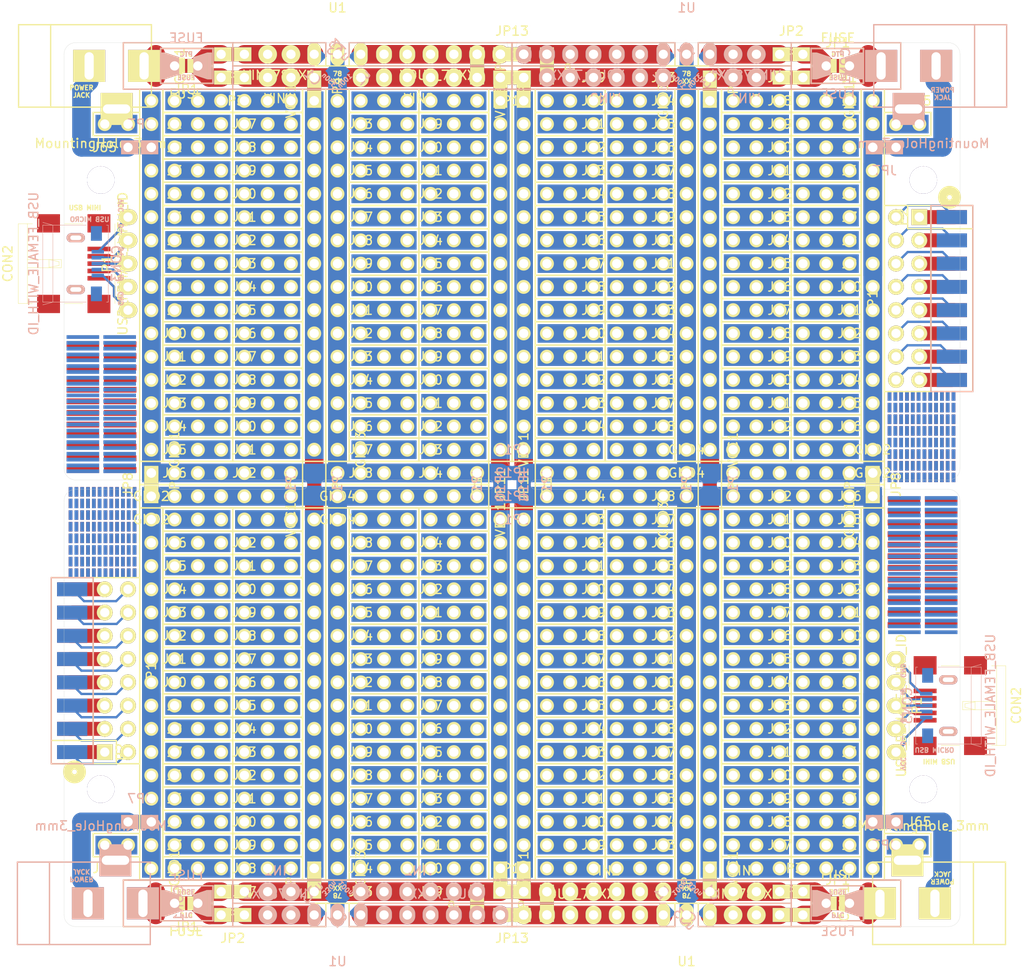
<source format=kicad_pcb>
(kicad_pcb (version 4) (host pcbnew 4.0.2-stable)
  (layers (0 F.Cu signal) (31 B.Cu signal) (34 B.Paste user) (35 F.Paste user) (36 B.SilkS user) (37 F.SilkS user) (38 B.Mask user) (39 F.Mask user) (44 Edge.Cuts user))
  (net 0 "")
  (net 1 "Net-(C1-Pad1)")
  (net 2 "Net-(C1-Pad2)")
  (net 3 "Net-(C2-Pad1)")
  (net 4 "Net-(CON1-Pad1)")
  (net 5 "Net-(CON1-Pad2)")
  (net 6 "Net-(CON1-Pad3)")
  (net 7 "Net-(CON2-Pad1)")
  (net 8 "Net-(CON2-Pad2)")
  (net 9 "Net-(CON2-Pad3)")
  (net 10 "Net-(CON2-Pad4)")
  (net 11 "Net-(CON2-Pad5)")
  (net 12 "Net-(CON2-Pad6)")
  (net 13 "Net-(CON3-Pad6)")
  (net 14 "Net-(J1-Pad1)")
  (net 15 "Net-(J2-Pad1)")
  (net 16 "Net-(J3-Pad1)")
  (net 17 "Net-(J4-Pad1)")
  (net 18 "Net-(J5-Pad1)")
  (net 19 "Net-(J6-Pad1)")
  (net 20 "Net-(J7-Pad1)")
  (net 21 "Net-(J8-Pad1)")
  (net 22 "Net-(J9-Pad1)")
  (net 23 "Net-(J10-Pad1)")
  (net 24 "Net-(J11-Pad1)")
  (net 25 "Net-(J12-Pad1)")
  (net 26 "Net-(J13-Pad1)")
  (net 27 "Net-(J14-Pad1)")
  (net 28 "Net-(J15-Pad1)")
  (net 29 "Net-(J16-Pad1)")
  (net 30 "Net-(J17-Pad1)")
  (net 31 "Net-(J18-Pad1)")
  (net 32 "Net-(J19-Pad1)")
  (net 33 "Net-(J20-Pad1)")
  (net 34 "Net-(J21-Pad1)")
  (net 35 "Net-(J22-Pad1)")
  (net 36 "Net-(J23-Pad1)")
  (net 37 "Net-(J24-Pad1)")
  (net 38 "Net-(J25-Pad1)")
  (net 39 "Net-(J26-Pad1)")
  (net 40 "Net-(J27-Pad1)")
  (net 41 "Net-(J28-Pad1)")
  (net 42 "Net-(J29-Pad1)")
  (net 43 "Net-(J30-Pad1)")
  (net 44 "Net-(J31-Pad1)")
  (net 45 "Net-(J32-Pad1)")
  (net 46 "Net-(J33-Pad1)")
  (net 47 "Net-(J34-Pad1)")
  (net 48 "Net-(J35-Pad1)")
  (net 49 "Net-(J36-Pad1)")
  (net 50 "Net-(J37-Pad1)")
  (net 51 "Net-(J38-Pad1)")
  (net 52 "Net-(J39-Pad1)")
  (net 53 "Net-(J40-Pad1)")
  (net 54 "Net-(J41-Pad1)")
  (net 55 "Net-(J42-Pad1)")
  (net 56 "Net-(J43-Pad1)")
  (net 57 "Net-(J44-Pad1)")
  (net 58 "Net-(J45-Pad1)")
  (net 59 "Net-(J46-Pad1)")
  (net 60 "Net-(J47-Pad1)")
  (net 61 "Net-(J48-Pad1)")
  (net 62 "Net-(J49-Pad1)")
  (net 63 "Net-(J50-Pad1)")
  (net 64 "Net-(J51-Pad1)")
  (net 65 "Net-(J52-Pad1)")
  (net 66 "Net-(J53-Pad1)")
  (net 67 "Net-(J54-Pad1)")
  (net 68 "Net-(J55-Pad1)")
  (net 69 "Net-(J56-Pad1)")
  (net 70 "Net-(J57-Pad1)")
  (net 71 "Net-(J58-Pad1)")
  (net 72 "Net-(J59-Pad1)")
  (net 73 "Net-(J60-Pad1)")
  (net 74 "Net-(J61-Pad1)")
  (net 75 "Net-(J62-Pad1)")
  (net 76 "Net-(J63-Pad1)")
  (net 77 "Net-(J64-Pad1)")
  (net 78 "Net-(JP4-Pad1)")
  (net 79 "Net-(F1-Pad2)")
  (net 80 "Net-(JP14-Pad1)")
  (net 81 "Net-(JP11-Pad1)")
  (net 82 "Net-(JP8-Pad2)")
  (net 83 "Net-(JP9-Pad2)")
  (net 84 "Net-(JP10-Pad2)")
  (net 85 "Net-(JP11-Pad2)")
  (net 86 "Net-(JP12-Pad2)")
  (net 87 "Net-(JP13-Pad2)")
  (net 88 "Net-(JP14-Pad2)")
  (net 89 "Net-(JP15-Pad2)")
  (net 90 "Net-(P1-Pad1)")
  (net 91 "Net-(P1-Pad2)")
  (net 92 "Net-(P1-Pad3)")
  (net 93 "Net-(P1-Pad4)")
  (net 94 "Net-(P1-Pad5)")
  (net 95 "Net-(P1-Pad6)")
  (net 96 "Net-(P1-Pad7)")
  (net 97 "Net-(P1-Pad8)")
  (net 98 "Net-(P1-Pad9)")
  (net 99 "Net-(P1-Pad10)")
  (net 100 "Net-(P1-Pad11)")
  (net 101 "Net-(P1-Pad12)")
  (net 102 "Net-(P1-Pad13)")
  (net 103 "Net-(P1-Pad14)")
  (net 104 "Net-(P1-Pad15)")
  (net 105 "Net-(P1-Pad16)")
  (module Socket_Strips:Socket_Strip_Straight_2x08 (layer F.Cu) (at 116.84 50.8 90)
    (fp_text reference P1 (at 0 -3.81 90) (layer F.SilkS))
    (fp_text value CONN_8X2 hide)
    (pad 1 thru_hole rect (at 8.89 1.27 270) (size 1.7272 1.7272) (drill 1.016) (layers *.Cu *.Mask F.SilkS) (net 90 "Net-(P1-Pad1)"))
    (pad 2 thru_hole oval (at 8.89 -1.27 270) (size 1.7272 1.7272) (drill 1.016) (layers *.Cu *.Mask F.SilkS) (net 91 "Net-(P1-Pad2)"))
    (pad 3 thru_hole oval (at 6.35 1.27 270) (size 1.7272 1.7272) (drill 1.016) (layers *.Cu *.Mask F.SilkS) (net 92 "Net-(P1-Pad3)"))
    (pad 4 thru_hole oval (at 6.35 -1.27 270) (size 1.7272 1.7272) (drill 1.016) (layers *.Cu *.Mask F.SilkS) (net 93 "Net-(P1-Pad4)"))
    (pad 5 thru_hole oval (at 3.81 1.27 270) (size 1.7272 1.7272) (drill 1.016) (layers *.Cu *.Mask F.SilkS) (net 94 "Net-(P1-Pad5)"))
    (pad 6 thru_hole oval (at 3.81 -1.27 270) (size 1.7272 1.7272) (drill 1.016) (layers *.Cu *.Mask F.SilkS) (net 95 "Net-(P1-Pad6)"))
    (pad 7 thru_hole oval (at 1.27 1.27 270) (size 1.7272 1.7272) (drill 1.016) (layers *.Cu *.Mask F.SilkS) (net 96 "Net-(P1-Pad7)"))
    (pad 8 thru_hole oval (at 1.27 -1.27 270) (size 1.7272 1.7272) (drill 1.016) (layers *.Cu *.Mask F.SilkS) (net 97 "Net-(P1-Pad8)"))
    (pad 9 thru_hole oval (at -1.27 1.27 270) (size 1.7272 1.7272) (drill 1.016) (layers *.Cu *.Mask F.SilkS) (net 98 "Net-(P1-Pad9)"))
    (pad 10 thru_hole oval (at -1.27 -1.27 270) (size 1.7272 1.7272) (drill 1.016) (layers *.Cu *.Mask F.SilkS) (net 99 "Net-(P1-Pad10)"))
    (pad 11 thru_hole oval (at -3.81 1.27 270) (size 1.7272 1.7272) (drill 1.016) (layers *.Cu *.Mask F.SilkS) (net 100 "Net-(P1-Pad11)"))
    (pad 12 thru_hole oval (at -3.81 -1.27 270) (size 1.7272 1.7272) (drill 1.016) (layers *.Cu *.Mask F.SilkS) (net 101 "Net-(P1-Pad12)"))
    (pad 13 thru_hole oval (at -6.35 1.27 270) (size 1.7272 1.7272) (drill 1.016) (layers *.Cu *.Mask F.SilkS) (net 102 "Net-(P1-Pad13)"))
    (pad 14 thru_hole oval (at -6.35 -1.27 270) (size 1.7272 1.7272) (drill 1.016) (layers *.Cu *.Mask F.SilkS) (net 103 "Net-(P1-Pad14)"))
    (pad 15 thru_hole oval (at -8.89 1.27 270) (size 1.7272 1.7272) (drill 1.016) (layers *.Cu *.Mask F.SilkS) (net 104 "Net-(P1-Pad15)"))
    (pad 16 thru_hole oval (at -8.89 -1.27 270) (size 1.7272 1.7272) (drill 1.016) (layers *.Cu *.Mask F.SilkS) (net 105 "Net-(P1-Pad16)"))
  )
  (module SMD:SMD_127_065_grid_4X12 (layer F.Cu) (at 119.0244 68.4276 180)
    (fp_text reference Ref** hide)
    (fp_text value Val** hide)
    (pad 1 smd rect (at -2.8194 -1.905 180) (size 0.4064 1.0414) (layers F.Cu F.Paste F.Mask) (clearance 0.2286))
    (pad 2 smd rect (at -2.1844 -1.905 180) (size 0.4064 1.0414) (layers F.Cu F.Paste F.Mask) (clearance 0.2286))
    (pad 3 smd rect (at -1.5494 -1.905 180) (size 0.4064 1.0414) (layers F.Cu F.Paste F.Mask) (clearance 0.2286))
    (pad 4 smd rect (at -0.9144 -1.905 180) (size 0.4064 1.0414) (layers F.Cu F.Paste F.Mask) (clearance 0.2286))
    (pad 5 smd rect (at -0.2794 -1.905 180) (size 0.4064 1.0414) (layers F.Cu F.Paste F.Mask) (clearance 0.2286))
    (pad 6 smd rect (at 0.3556 -1.905 180) (size 0.4064 1.0414) (layers F.Cu F.Paste F.Mask) (clearance 0.2286))
    (pad 7 smd rect (at 0.9906 -1.905 180) (size 0.4064 1.0414) (layers F.Cu F.Paste F.Mask) (clearance 0.2286))
    (pad 8 smd rect (at 1.6256 -1.905 180) (size 0.4064 1.0414) (layers F.Cu F.Paste F.Mask) (clearance 0.2286))
    (pad 9 smd rect (at 2.2606 -1.905 180) (size 0.4064 1.0414) (layers F.Cu F.Paste F.Mask) (clearance 0.2286))
    (pad 10 smd rect (at 2.8956 -1.905 180) (size 0.4064 1.0414) (layers F.Cu F.Paste F.Mask) (clearance 0.2286))
    (pad 11 smd rect (at 3.5306 -1.905 180) (size 0.4064 1.0414) (layers F.Cu F.Paste F.Mask) (clearance 0.2286))
    (pad 12 smd rect (at 4.1656 -1.905 180) (size 0.4064 1.0414) (layers F.Cu F.Paste F.Mask) (clearance 0.2286))
    (pad 13 smd rect (at -2.8194 -0.635 180) (size 0.4064 1.0414) (layers F.Cu F.Paste F.Mask) (clearance 0.2286))
    (pad 14 smd rect (at -2.1844 -0.635 180) (size 0.4064 1.0414) (layers F.Cu F.Paste F.Mask) (clearance 0.2286))
    (pad 15 smd rect (at -1.5494 -0.635 180) (size 0.4064 1.0414) (layers F.Cu F.Paste F.Mask) (clearance 0.2286))
    (pad 16 smd rect (at -0.9144 -0.635 180) (size 0.4064 1.0414) (layers F.Cu F.Paste F.Mask) (clearance 0.2286))
    (pad 17 smd rect (at -0.2794 -0.635 180) (size 0.4064 1.0414) (layers F.Cu F.Paste F.Mask) (clearance 0.2286))
    (pad 18 smd rect (at 0.3556 -0.635 180) (size 0.4064 1.0414) (layers F.Cu F.Paste F.Mask) (clearance 0.2286))
    (pad 19 smd rect (at 0.9906 -0.635 180) (size 0.4064 1.0414) (layers F.Cu F.Paste F.Mask) (clearance 0.2286))
    (pad 20 smd rect (at 1.6256 -0.635 180) (size 0.4064 1.0414) (layers F.Cu F.Paste F.Mask) (clearance 0.2286))
    (pad 21 smd rect (at 2.2606 -0.635 180) (size 0.4064 1.0414) (layers F.Cu F.Paste F.Mask) (clearance 0.2286))
    (pad 22 smd rect (at 2.8956 -0.635 180) (size 0.4064 1.0414) (layers F.Cu F.Paste F.Mask) (clearance 0.2286))
    (pad 23 smd rect (at 3.5306 -0.635 180) (size 0.4064 1.0414) (layers F.Cu F.Paste F.Mask) (clearance 0.2286))
    (pad 24 smd rect (at 4.1656 -0.635 180) (size 0.4064 1.0414) (layers F.Cu F.Paste F.Mask) (clearance 0.2286))
    (pad 25 smd rect (at -2.8194 0.635 180) (size 0.4064 1.0414) (layers F.Cu F.Paste F.Mask) (clearance 0.2286))
    (pad 26 smd rect (at -2.1844 0.635 180) (size 0.4064 1.0414) (layers F.Cu F.Paste F.Mask) (clearance 0.2286))
    (pad 27 smd rect (at -1.5494 0.635 180) (size 0.4064 1.0414) (layers F.Cu F.Paste F.Mask) (clearance 0.2286))
    (pad 28 smd rect (at -0.9144 0.635 180) (size 0.4064 1.0414) (layers F.Cu F.Paste F.Mask) (clearance 0.2286))
    (pad 29 smd rect (at -0.2794 0.635 180) (size 0.4064 1.0414) (layers F.Cu F.Paste F.Mask) (clearance 0.2286))
    (pad 30 smd rect (at 0.3556 0.635 180) (size 0.4064 1.0414) (layers F.Cu F.Paste F.Mask) (clearance 0.2286))
    (pad 31 smd rect (at 0.9906 0.635 180) (size 0.4064 1.0414) (layers F.Cu F.Paste F.Mask) (clearance 0.2286))
    (pad 32 smd rect (at 1.6256 0.635 180) (size 0.4064 1.0414) (layers F.Cu F.Paste F.Mask) (clearance 0.2286))
    (pad 33 smd rect (at 2.2606 0.635 180) (size 0.4064 1.0414) (layers F.Cu F.Paste F.Mask) (clearance 0.2286))
    (pad 34 smd rect (at 2.8956 0.635 180) (size 0.4064 1.0414) (layers F.Cu F.Paste F.Mask) (clearance 0.2286))
    (pad 35 smd rect (at 3.5306 0.635 180) (size 0.4064 1.0414) (layers F.Cu F.Paste F.Mask) (clearance 0.2286))
    (pad 36 smd rect (at 4.1656 0.635 180) (size 0.4064 1.0414) (layers F.Cu F.Paste F.Mask) (clearance 0.2286))
    (pad 37 smd rect (at -2.8194 1.905 180) (size 0.4064 1.0414) (layers F.Cu F.Paste F.Mask) (clearance 0.2286))
    (pad 38 smd rect (at -2.1844 1.905 180) (size 0.4064 1.0414) (layers F.Cu F.Paste F.Mask) (clearance 0.2286))
    (pad 39 smd rect (at -1.5494 1.905 180) (size 0.4064 1.0414) (layers F.Cu F.Paste F.Mask) (clearance 0.2286))
    (pad 40 smd rect (at -0.9144 1.905 180) (size 0.4064 1.0414) (layers F.Cu F.Paste F.Mask) (clearance 0.2286))
    (pad 41 smd rect (at -0.2794 1.905 180) (size 0.4064 1.0414) (layers F.Cu F.Paste F.Mask) (clearance 0.2286))
    (pad 42 smd rect (at 0.3556 1.905 180) (size 0.4064 1.0414) (layers F.Cu F.Paste F.Mask) (clearance 0.2286))
    (pad 43 smd rect (at 0.9906 1.905 180) (size 0.4064 1.0414) (layers F.Cu F.Paste F.Mask) (clearance 0.2286))
    (pad 44 smd rect (at 1.6256 1.905 180) (size 0.4064 1.0414) (layers F.Cu F.Paste F.Mask) (clearance 0.2286))
    (pad 45 smd rect (at 2.2606 1.905 180) (size 0.4064 1.0414) (layers F.Cu F.Paste F.Mask) (clearance 0.2286))
    (pad 46 smd rect (at 2.8956 1.905 180) (size 0.4064 1.0414) (layers F.Cu F.Paste F.Mask) (clearance 0.2286))
    (pad 47 smd rect (at 3.5306 1.905 180) (size 0.4064 1.0414) (layers F.Cu F.Paste F.Mask) (clearance 0.2286))
    (pad 48 smd rect (at 4.1656 1.905 180) (size 0.4064 1.0414) (layers F.Cu F.Paste F.Mask) (clearance 0.2286))
  )
  (module SMD:SMD_127_065_grid_4X12 (layer F.Cu) (at 119.0244 63.3476 180)
    (fp_text reference Ref** hide)
    (fp_text value Val** hide)
    (pad 1 smd rect (at -2.8194 -1.905 180) (size 0.4064 1.0414) (layers F.Cu F.Paste F.Mask) (clearance 0.2286))
    (pad 2 smd rect (at -2.1844 -1.905 180) (size 0.4064 1.0414) (layers F.Cu F.Paste F.Mask) (clearance 0.2286))
    (pad 3 smd rect (at -1.5494 -1.905 180) (size 0.4064 1.0414) (layers F.Cu F.Paste F.Mask) (clearance 0.2286))
    (pad 4 smd rect (at -0.9144 -1.905 180) (size 0.4064 1.0414) (layers F.Cu F.Paste F.Mask) (clearance 0.2286))
    (pad 5 smd rect (at -0.2794 -1.905 180) (size 0.4064 1.0414) (layers F.Cu F.Paste F.Mask) (clearance 0.2286))
    (pad 6 smd rect (at 0.3556 -1.905 180) (size 0.4064 1.0414) (layers F.Cu F.Paste F.Mask) (clearance 0.2286))
    (pad 7 smd rect (at 0.9906 -1.905 180) (size 0.4064 1.0414) (layers F.Cu F.Paste F.Mask) (clearance 0.2286))
    (pad 8 smd rect (at 1.6256 -1.905 180) (size 0.4064 1.0414) (layers F.Cu F.Paste F.Mask) (clearance 0.2286))
    (pad 9 smd rect (at 2.2606 -1.905 180) (size 0.4064 1.0414) (layers F.Cu F.Paste F.Mask) (clearance 0.2286))
    (pad 10 smd rect (at 2.8956 -1.905 180) (size 0.4064 1.0414) (layers F.Cu F.Paste F.Mask) (clearance 0.2286))
    (pad 11 smd rect (at 3.5306 -1.905 180) (size 0.4064 1.0414) (layers F.Cu F.Paste F.Mask) (clearance 0.2286))
    (pad 12 smd rect (at 4.1656 -1.905 180) (size 0.4064 1.0414) (layers F.Cu F.Paste F.Mask) (clearance 0.2286))
    (pad 13 smd rect (at -2.8194 -0.635 180) (size 0.4064 1.0414) (layers F.Cu F.Paste F.Mask) (clearance 0.2286))
    (pad 14 smd rect (at -2.1844 -0.635 180) (size 0.4064 1.0414) (layers F.Cu F.Paste F.Mask) (clearance 0.2286))
    (pad 15 smd rect (at -1.5494 -0.635 180) (size 0.4064 1.0414) (layers F.Cu F.Paste F.Mask) (clearance 0.2286))
    (pad 16 smd rect (at -0.9144 -0.635 180) (size 0.4064 1.0414) (layers F.Cu F.Paste F.Mask) (clearance 0.2286))
    (pad 17 smd rect (at -0.2794 -0.635 180) (size 0.4064 1.0414) (layers F.Cu F.Paste F.Mask) (clearance 0.2286))
    (pad 18 smd rect (at 0.3556 -0.635 180) (size 0.4064 1.0414) (layers F.Cu F.Paste F.Mask) (clearance 0.2286))
    (pad 19 smd rect (at 0.9906 -0.635 180) (size 0.4064 1.0414) (layers F.Cu F.Paste F.Mask) (clearance 0.2286))
    (pad 20 smd rect (at 1.6256 -0.635 180) (size 0.4064 1.0414) (layers F.Cu F.Paste F.Mask) (clearance 0.2286))
    (pad 21 smd rect (at 2.2606 -0.635 180) (size 0.4064 1.0414) (layers F.Cu F.Paste F.Mask) (clearance 0.2286))
    (pad 22 smd rect (at 2.8956 -0.635 180) (size 0.4064 1.0414) (layers F.Cu F.Paste F.Mask) (clearance 0.2286))
    (pad 23 smd rect (at 3.5306 -0.635 180) (size 0.4064 1.0414) (layers F.Cu F.Paste F.Mask) (clearance 0.2286))
    (pad 24 smd rect (at 4.1656 -0.635 180) (size 0.4064 1.0414) (layers F.Cu F.Paste F.Mask) (clearance 0.2286))
    (pad 25 smd rect (at -2.8194 0.635 180) (size 0.4064 1.0414) (layers F.Cu F.Paste F.Mask) (clearance 0.2286))
    (pad 26 smd rect (at -2.1844 0.635 180) (size 0.4064 1.0414) (layers F.Cu F.Paste F.Mask) (clearance 0.2286))
    (pad 27 smd rect (at -1.5494 0.635 180) (size 0.4064 1.0414) (layers F.Cu F.Paste F.Mask) (clearance 0.2286))
    (pad 28 smd rect (at -0.9144 0.635 180) (size 0.4064 1.0414) (layers F.Cu F.Paste F.Mask) (clearance 0.2286))
    (pad 29 smd rect (at -0.2794 0.635 180) (size 0.4064 1.0414) (layers F.Cu F.Paste F.Mask) (clearance 0.2286))
    (pad 30 smd rect (at 0.3556 0.635 180) (size 0.4064 1.0414) (layers F.Cu F.Paste F.Mask) (clearance 0.2286))
    (pad 31 smd rect (at 0.9906 0.635 180) (size 0.4064 1.0414) (layers F.Cu F.Paste F.Mask) (clearance 0.2286))
    (pad 32 smd rect (at 1.6256 0.635 180) (size 0.4064 1.0414) (layers F.Cu F.Paste F.Mask) (clearance 0.2286))
    (pad 33 smd rect (at 2.2606 0.635 180) (size 0.4064 1.0414) (layers F.Cu F.Paste F.Mask) (clearance 0.2286))
    (pad 34 smd rect (at 2.8956 0.635 180) (size 0.4064 1.0414) (layers F.Cu F.Paste F.Mask) (clearance 0.2286))
    (pad 35 smd rect (at 3.5306 0.635 180) (size 0.4064 1.0414) (layers F.Cu F.Paste F.Mask) (clearance 0.2286))
    (pad 36 smd rect (at 4.1656 0.635 180) (size 0.4064 1.0414) (layers F.Cu F.Paste F.Mask) (clearance 0.2286))
    (pad 37 smd rect (at -2.8194 1.905 180) (size 0.4064 1.0414) (layers F.Cu F.Paste F.Mask) (clearance 0.2286))
    (pad 38 smd rect (at -2.1844 1.905 180) (size 0.4064 1.0414) (layers F.Cu F.Paste F.Mask) (clearance 0.2286))
    (pad 39 smd rect (at -1.5494 1.905 180) (size 0.4064 1.0414) (layers F.Cu F.Paste F.Mask) (clearance 0.2286))
    (pad 40 smd rect (at -0.9144 1.905 180) (size 0.4064 1.0414) (layers F.Cu F.Paste F.Mask) (clearance 0.2286))
    (pad 41 smd rect (at -0.2794 1.905 180) (size 0.4064 1.0414) (layers F.Cu F.Paste F.Mask) (clearance 0.2286))
    (pad 42 smd rect (at 0.3556 1.905 180) (size 0.4064 1.0414) (layers F.Cu F.Paste F.Mask) (clearance 0.2286))
    (pad 43 smd rect (at 0.9906 1.905 180) (size 0.4064 1.0414) (layers F.Cu F.Paste F.Mask) (clearance 0.2286))
    (pad 44 smd rect (at 1.6256 1.905 180) (size 0.4064 1.0414) (layers F.Cu F.Paste F.Mask) (clearance 0.2286))
    (pad 45 smd rect (at 2.2606 1.905 180) (size 0.4064 1.0414) (layers F.Cu F.Paste F.Mask) (clearance 0.2286))
    (pad 46 smd rect (at 2.8956 1.905 180) (size 0.4064 1.0414) (layers F.Cu F.Paste F.Mask) (clearance 0.2286))
    (pad 47 smd rect (at 3.5306 1.905 180) (size 0.4064 1.0414) (layers F.Cu F.Paste F.Mask) (clearance 0.2286))
    (pad 48 smd rect (at 4.1656 1.905 180) (size 0.4064 1.0414) (layers F.Cu F.Paste F.Mask) (clearance 0.2286))
  )
  (module SMD:SMD_127_065_grid_4X12 (layer B.Cu) (at 119.0244 68.4276 180)
    (fp_text reference Ref** hide)
    (fp_text value Val** hide)
    (pad 1 smd rect (at -2.8194 1.905 180) (size 0.4064 1.0414) (layers B.Cu B.Paste B.Mask) (clearance 0.2286))
    (pad 2 smd rect (at -2.1844 1.905 180) (size 0.4064 1.0414) (layers B.Cu B.Paste B.Mask) (clearance 0.2286))
    (pad 3 smd rect (at -1.5494 1.905 180) (size 0.4064 1.0414) (layers B.Cu B.Paste B.Mask) (clearance 0.2286))
    (pad 4 smd rect (at -0.9144 1.905 180) (size 0.4064 1.0414) (layers B.Cu B.Paste B.Mask) (clearance 0.2286))
    (pad 5 smd rect (at -0.2794 1.905 180) (size 0.4064 1.0414) (layers B.Cu B.Paste B.Mask) (clearance 0.2286))
    (pad 6 smd rect (at 0.3556 1.905 180) (size 0.4064 1.0414) (layers B.Cu B.Paste B.Mask) (clearance 0.2286))
    (pad 7 smd rect (at 0.9906 1.905 180) (size 0.4064 1.0414) (layers B.Cu B.Paste B.Mask) (clearance 0.2286))
    (pad 8 smd rect (at 1.6256 1.905 180) (size 0.4064 1.0414) (layers B.Cu B.Paste B.Mask) (clearance 0.2286))
    (pad 9 smd rect (at 2.2606 1.905 180) (size 0.4064 1.0414) (layers B.Cu B.Paste B.Mask) (clearance 0.2286))
    (pad 10 smd rect (at 2.8956 1.905 180) (size 0.4064 1.0414) (layers B.Cu B.Paste B.Mask) (clearance 0.2286))
    (pad 11 smd rect (at 3.5306 1.905 180) (size 0.4064 1.0414) (layers B.Cu B.Paste B.Mask) (clearance 0.2286))
    (pad 12 smd rect (at 4.1656 1.905 180) (size 0.4064 1.0414) (layers B.Cu B.Paste B.Mask) (clearance 0.2286))
    (pad 13 smd rect (at -2.8194 0.635 180) (size 0.4064 1.0414) (layers B.Cu B.Paste B.Mask) (clearance 0.2286))
    (pad 14 smd rect (at -2.1844 0.635 180) (size 0.4064 1.0414) (layers B.Cu B.Paste B.Mask) (clearance 0.2286))
    (pad 15 smd rect (at -1.5494 0.635 180) (size 0.4064 1.0414) (layers B.Cu B.Paste B.Mask) (clearance 0.2286))
    (pad 16 smd rect (at -0.9144 0.635 180) (size 0.4064 1.0414) (layers B.Cu B.Paste B.Mask) (clearance 0.2286))
    (pad 17 smd rect (at -0.2794 0.635 180) (size 0.4064 1.0414) (layers B.Cu B.Paste B.Mask) (clearance 0.2286))
    (pad 18 smd rect (at 0.3556 0.635 180) (size 0.4064 1.0414) (layers B.Cu B.Paste B.Mask) (clearance 0.2286))
    (pad 19 smd rect (at 0.9906 0.635 180) (size 0.4064 1.0414) (layers B.Cu B.Paste B.Mask) (clearance 0.2286))
    (pad 20 smd rect (at 1.6256 0.635 180) (size 0.4064 1.0414) (layers B.Cu B.Paste B.Mask) (clearance 0.2286))
    (pad 21 smd rect (at 2.2606 0.635 180) (size 0.4064 1.0414) (layers B.Cu B.Paste B.Mask) (clearance 0.2286))
    (pad 22 smd rect (at 2.8956 0.635 180) (size 0.4064 1.0414) (layers B.Cu B.Paste B.Mask) (clearance 0.2286))
    (pad 23 smd rect (at 3.5306 0.635 180) (size 0.4064 1.0414) (layers B.Cu B.Paste B.Mask) (clearance 0.2286))
    (pad 24 smd rect (at 4.1656 0.635 180) (size 0.4064 1.0414) (layers B.Cu B.Paste B.Mask) (clearance 0.2286))
    (pad 25 smd rect (at -2.8194 -0.635 180) (size 0.4064 1.0414) (layers B.Cu B.Paste B.Mask) (clearance 0.2286))
    (pad 26 smd rect (at -2.1844 -0.635 180) (size 0.4064 1.0414) (layers B.Cu B.Paste B.Mask) (clearance 0.2286))
    (pad 27 smd rect (at -1.5494 -0.635 180) (size 0.4064 1.0414) (layers B.Cu B.Paste B.Mask) (clearance 0.2286))
    (pad 28 smd rect (at -0.9144 -0.635 180) (size 0.4064 1.0414) (layers B.Cu B.Paste B.Mask) (clearance 0.2286))
    (pad 29 smd rect (at -0.2794 -0.635 180) (size 0.4064 1.0414) (layers B.Cu B.Paste B.Mask) (clearance 0.2286))
    (pad 30 smd rect (at 0.3556 -0.635 180) (size 0.4064 1.0414) (layers B.Cu B.Paste B.Mask) (clearance 0.2286))
    (pad 31 smd rect (at 0.9906 -0.635 180) (size 0.4064 1.0414) (layers B.Cu B.Paste B.Mask) (clearance 0.2286))
    (pad 32 smd rect (at 1.6256 -0.635 180) (size 0.4064 1.0414) (layers B.Cu B.Paste B.Mask) (clearance 0.2286))
    (pad 33 smd rect (at 2.2606 -0.635 180) (size 0.4064 1.0414) (layers B.Cu B.Paste B.Mask) (clearance 0.2286))
    (pad 34 smd rect (at 2.8956 -0.635 180) (size 0.4064 1.0414) (layers B.Cu B.Paste B.Mask) (clearance 0.2286))
    (pad 35 smd rect (at 3.5306 -0.635 180) (size 0.4064 1.0414) (layers B.Cu B.Paste B.Mask) (clearance 0.2286))
    (pad 36 smd rect (at 4.1656 -0.635 180) (size 0.4064 1.0414) (layers B.Cu B.Paste B.Mask) (clearance 0.2286))
    (pad 37 smd rect (at -2.8194 -1.905 180) (size 0.4064 1.0414) (layers B.Cu B.Paste B.Mask) (clearance 0.2286))
    (pad 38 smd rect (at -2.1844 -1.905 180) (size 0.4064 1.0414) (layers B.Cu B.Paste B.Mask) (clearance 0.2286))
    (pad 39 smd rect (at -1.5494 -1.905 180) (size 0.4064 1.0414) (layers B.Cu B.Paste B.Mask) (clearance 0.2286))
    (pad 40 smd rect (at -0.9144 -1.905 180) (size 0.4064 1.0414) (layers B.Cu B.Paste B.Mask) (clearance 0.2286))
    (pad 41 smd rect (at -0.2794 -1.905 180) (size 0.4064 1.0414) (layers B.Cu B.Paste B.Mask) (clearance 0.2286))
    (pad 42 smd rect (at 0.3556 -1.905 180) (size 0.4064 1.0414) (layers B.Cu B.Paste B.Mask) (clearance 0.2286))
    (pad 43 smd rect (at 0.9906 -1.905 180) (size 0.4064 1.0414) (layers B.Cu B.Paste B.Mask) (clearance 0.2286))
    (pad 44 smd rect (at 1.6256 -1.905 180) (size 0.4064 1.0414) (layers B.Cu B.Paste B.Mask) (clearance 0.2286))
    (pad 45 smd rect (at 2.2606 -1.905 180) (size 0.4064 1.0414) (layers B.Cu B.Paste B.Mask) (clearance 0.2286))
    (pad 46 smd rect (at 2.8956 -1.905 180) (size 0.4064 1.0414) (layers B.Cu B.Paste B.Mask) (clearance 0.2286))
    (pad 47 smd rect (at 3.5306 -1.905 180) (size 0.4064 1.0414) (layers B.Cu B.Paste B.Mask) (clearance 0.2286))
    (pad 48 smd rect (at 4.1656 -1.905 180) (size 0.4064 1.0414) (layers B.Cu B.Paste B.Mask) (clearance 0.2286))
  )
  (module SMD:SMD_127_065_grid_4X12 (layer B.Cu) (at 119.0244 63.3476 180)
    (fp_text reference Ref** hide)
    (fp_text value Val** hide)
    (pad 1 smd rect (at -2.8194 1.905 180) (size 0.4064 1.0414) (layers B.Cu B.Paste B.Mask) (clearance 0.2286))
    (pad 2 smd rect (at -2.1844 1.905 180) (size 0.4064 1.0414) (layers B.Cu B.Paste B.Mask) (clearance 0.2286))
    (pad 3 smd rect (at -1.5494 1.905 180) (size 0.4064 1.0414) (layers B.Cu B.Paste B.Mask) (clearance 0.2286))
    (pad 4 smd rect (at -0.9144 1.905 180) (size 0.4064 1.0414) (layers B.Cu B.Paste B.Mask) (clearance 0.2286))
    (pad 5 smd rect (at -0.2794 1.905 180) (size 0.4064 1.0414) (layers B.Cu B.Paste B.Mask) (clearance 0.2286))
    (pad 6 smd rect (at 0.3556 1.905 180) (size 0.4064 1.0414) (layers B.Cu B.Paste B.Mask) (clearance 0.2286))
    (pad 7 smd rect (at 0.9906 1.905 180) (size 0.4064 1.0414) (layers B.Cu B.Paste B.Mask) (clearance 0.2286))
    (pad 8 smd rect (at 1.6256 1.905 180) (size 0.4064 1.0414) (layers B.Cu B.Paste B.Mask) (clearance 0.2286))
    (pad 9 smd rect (at 2.2606 1.905 180) (size 0.4064 1.0414) (layers B.Cu B.Paste B.Mask) (clearance 0.2286))
    (pad 10 smd rect (at 2.8956 1.905 180) (size 0.4064 1.0414) (layers B.Cu B.Paste B.Mask) (clearance 0.2286))
    (pad 11 smd rect (at 3.5306 1.905 180) (size 0.4064 1.0414) (layers B.Cu B.Paste B.Mask) (clearance 0.2286))
    (pad 12 smd rect (at 4.1656 1.905 180) (size 0.4064 1.0414) (layers B.Cu B.Paste B.Mask) (clearance 0.2286))
    (pad 13 smd rect (at -2.8194 0.635 180) (size 0.4064 1.0414) (layers B.Cu B.Paste B.Mask) (clearance 0.2286))
    (pad 14 smd rect (at -2.1844 0.635 180) (size 0.4064 1.0414) (layers B.Cu B.Paste B.Mask) (clearance 0.2286))
    (pad 15 smd rect (at -1.5494 0.635 180) (size 0.4064 1.0414) (layers B.Cu B.Paste B.Mask) (clearance 0.2286))
    (pad 16 smd rect (at -0.9144 0.635 180) (size 0.4064 1.0414) (layers B.Cu B.Paste B.Mask) (clearance 0.2286))
    (pad 17 smd rect (at -0.2794 0.635 180) (size 0.4064 1.0414) (layers B.Cu B.Paste B.Mask) (clearance 0.2286))
    (pad 18 smd rect (at 0.3556 0.635 180) (size 0.4064 1.0414) (layers B.Cu B.Paste B.Mask) (clearance 0.2286))
    (pad 19 smd rect (at 0.9906 0.635 180) (size 0.4064 1.0414) (layers B.Cu B.Paste B.Mask) (clearance 0.2286))
    (pad 20 smd rect (at 1.6256 0.635 180) (size 0.4064 1.0414) (layers B.Cu B.Paste B.Mask) (clearance 0.2286))
    (pad 21 smd rect (at 2.2606 0.635 180) (size 0.4064 1.0414) (layers B.Cu B.Paste B.Mask) (clearance 0.2286))
    (pad 22 smd rect (at 2.8956 0.635 180) (size 0.4064 1.0414) (layers B.Cu B.Paste B.Mask) (clearance 0.2286))
    (pad 23 smd rect (at 3.5306 0.635 180) (size 0.4064 1.0414) (layers B.Cu B.Paste B.Mask) (clearance 0.2286))
    (pad 24 smd rect (at 4.1656 0.635 180) (size 0.4064 1.0414) (layers B.Cu B.Paste B.Mask) (clearance 0.2286))
    (pad 25 smd rect (at -2.8194 -0.635 180) (size 0.4064 1.0414) (layers B.Cu B.Paste B.Mask) (clearance 0.2286))
    (pad 26 smd rect (at -2.1844 -0.635 180) (size 0.4064 1.0414) (layers B.Cu B.Paste B.Mask) (clearance 0.2286))
    (pad 27 smd rect (at -1.5494 -0.635 180) (size 0.4064 1.0414) (layers B.Cu B.Paste B.Mask) (clearance 0.2286))
    (pad 28 smd rect (at -0.9144 -0.635 180) (size 0.4064 1.0414) (layers B.Cu B.Paste B.Mask) (clearance 0.2286))
    (pad 29 smd rect (at -0.2794 -0.635 180) (size 0.4064 1.0414) (layers B.Cu B.Paste B.Mask) (clearance 0.2286))
    (pad 30 smd rect (at 0.3556 -0.635 180) (size 0.4064 1.0414) (layers B.Cu B.Paste B.Mask) (clearance 0.2286))
    (pad 31 smd rect (at 0.9906 -0.635 180) (size 0.4064 1.0414) (layers B.Cu B.Paste B.Mask) (clearance 0.2286))
    (pad 32 smd rect (at 1.6256 -0.635 180) (size 0.4064 1.0414) (layers B.Cu B.Paste B.Mask) (clearance 0.2286))
    (pad 33 smd rect (at 2.2606 -0.635 180) (size 0.4064 1.0414) (layers B.Cu B.Paste B.Mask) (clearance 0.2286))
    (pad 34 smd rect (at 2.8956 -0.635 180) (size 0.4064 1.0414) (layers B.Cu B.Paste B.Mask) (clearance 0.2286))
    (pad 35 smd rect (at 3.5306 -0.635 180) (size 0.4064 1.0414) (layers B.Cu B.Paste B.Mask) (clearance 0.2286))
    (pad 36 smd rect (at 4.1656 -0.635 180) (size 0.4064 1.0414) (layers B.Cu B.Paste B.Mask) (clearance 0.2286))
    (pad 37 smd rect (at -2.8194 -1.905 180) (size 0.4064 1.0414) (layers B.Cu B.Paste B.Mask) (clearance 0.2286))
    (pad 38 smd rect (at -2.1844 -1.905 180) (size 0.4064 1.0414) (layers B.Cu B.Paste B.Mask) (clearance 0.2286))
    (pad 39 smd rect (at -1.5494 -1.905 180) (size 0.4064 1.0414) (layers B.Cu B.Paste B.Mask) (clearance 0.2286))
    (pad 40 smd rect (at -0.9144 -1.905 180) (size 0.4064 1.0414) (layers B.Cu B.Paste B.Mask) (clearance 0.2286))
    (pad 41 smd rect (at -0.2794 -1.905 180) (size 0.4064 1.0414) (layers B.Cu B.Paste B.Mask) (clearance 0.2286))
    (pad 42 smd rect (at 0.3556 -1.905 180) (size 0.4064 1.0414) (layers B.Cu B.Paste B.Mask) (clearance 0.2286))
    (pad 43 smd rect (at 0.9906 -1.905 180) (size 0.4064 1.0414) (layers B.Cu B.Paste B.Mask) (clearance 0.2286))
    (pad 44 smd rect (at 1.6256 -1.905 180) (size 0.4064 1.0414) (layers B.Cu B.Paste B.Mask) (clearance 0.2286))
    (pad 45 smd rect (at 2.2606 -1.905 180) (size 0.4064 1.0414) (layers B.Cu B.Paste B.Mask) (clearance 0.2286))
    (pad 46 smd rect (at 2.8956 -1.905 180) (size 0.4064 1.0414) (layers B.Cu B.Paste B.Mask) (clearance 0.2286))
    (pad 47 smd rect (at 3.5306 -1.905 180) (size 0.4064 1.0414) (layers B.Cu B.Paste B.Mask) (clearance 0.2286))
    (pad 48 smd rect (at 4.1656 -1.905 180) (size 0.4064 1.0414) (layers B.Cu B.Paste B.Mask) (clearance 0.2286))
  )
  (module 2.54mm_Pin_Headers:Interconnect_1x02 (layer F.Cu) (at 118.11 31.75 180)
    (fp_text reference J65 (at 0 2.54 180) (layer F.SilkS))
    (fp_text value INTERCONNECT_1X02 hide)
    (pad 1 smd rect (at 1.27 0 180) (size 4.572 2.032) (layers B.Cu B.Mask) (net 6 "Net-(CON1-Pad3)"))
    (pad 1 thru_hole circle (at 0 0 180) (size 1.524 1.524) (drill 1.016) (layers *.Cu *.Mask F.SilkS) (net 6 "Net-(CON1-Pad3)"))
    (pad 1 thru_hole circle (at 2.54 0 180) (size 1.524 1.524) (drill 1.016) (layers *.Cu *.Mask F.SilkS) (net 6 "Net-(CON1-Pad3)"))
  )
  (module 2.54mm_Pin_Headers:Interconnect_1x07 (layer F.Cu) (at 92.71 69.85 180)
    (fp_text reference GND4 (at 0 2.54 180) (layer F.SilkS))
    (fp_text value INTERCONNECT_1X07 hide)
    (pad 1 smd rect (at 7.62 0 180) (size 17.272 2.032) (layers B.Cu B.Mask) (net 2 "Net-(C1-Pad2)"))
    (pad 1 thru_hole circle (at 0 0 180) (size 1.524 1.524) (drill 1.016) (layers *.Cu *.Mask F.SilkS) (net 2 "Net-(C1-Pad2)"))
    (pad 1 thru_hole circle (at 2.54 0 180) (size 1.524 1.524) (drill 1.016) (layers *.Cu *.Mask F.SilkS) (net 2 "Net-(C1-Pad2)"))
    (pad 1 thru_hole circle (at 5.08 0 180) (size 1.524 1.524) (drill 1.016) (layers *.Cu *.Mask F.SilkS) (net 2 "Net-(C1-Pad2)"))
    (pad 1 thru_hole circle (at 7.62 0 180) (size 1.524 1.524) (drill 1.016) (layers *.Cu *.Mask F.SilkS) (net 2 "Net-(C1-Pad2)"))
    (pad 1 thru_hole circle (at 10.16 0 180) (size 1.524 1.524) (drill 1.016) (layers *.Cu *.Mask F.SilkS) (net 2 "Net-(C1-Pad2)"))
    (pad 1 thru_hole circle (at 12.7 0 180) (size 1.524 1.524) (drill 1.016) (layers *.Cu *.Mask F.SilkS) (net 2 "Net-(C1-Pad2)"))
    (pad 1 thru_hole circle (at 15.24 0 180) (size 1.524 1.524) (drill 1.016) (layers *.Cu *.Mask F.SilkS) (net 2 "Net-(C1-Pad2)"))
  )
  (module 2.54mm_Pin_Headers:Interconnect_1x07 (layer F.Cu) (at 113.03 69.85 180)
    (fp_text reference GND2 (at 0 2.54 180) (layer F.SilkS))
    (fp_text value INTERCONNECT_1X07 hide)
    (pad 1 smd rect (at 7.62 0 180) (size 17.272 2.032) (layers B.Cu B.Mask) (net 2 "Net-(C1-Pad2)"))
    (pad 1 thru_hole circle (at 0 0 180) (size 1.524 1.524) (drill 1.016) (layers *.Cu *.Mask F.SilkS) (net 2 "Net-(C1-Pad2)"))
    (pad 1 thru_hole circle (at 2.54 0 180) (size 1.524 1.524) (drill 1.016) (layers *.Cu *.Mask F.SilkS) (net 2 "Net-(C1-Pad2)"))
    (pad 1 thru_hole circle (at 5.08 0 180) (size 1.524 1.524) (drill 1.016) (layers *.Cu *.Mask F.SilkS) (net 2 "Net-(C1-Pad2)"))
    (pad 1 thru_hole circle (at 7.62 0 180) (size 1.524 1.524) (drill 1.016) (layers *.Cu *.Mask F.SilkS) (net 2 "Net-(C1-Pad2)"))
    (pad 1 thru_hole circle (at 10.16 0 180) (size 1.524 1.524) (drill 1.016) (layers *.Cu *.Mask F.SilkS) (net 2 "Net-(C1-Pad2)"))
    (pad 1 thru_hole circle (at 12.7 0 180) (size 1.524 1.524) (drill 1.016) (layers *.Cu *.Mask F.SilkS) (net 2 "Net-(C1-Pad2)"))
    (pad 1 thru_hole circle (at 15.24 0 180) (size 1.524 1.524) (drill 1.016) (layers *.Cu *.Mask F.SilkS) (net 2 "Net-(C1-Pad2)"))
  )
  (module 2.54mm_Pin_Headers:Interconnect_1x03 (layer F.Cu) (at 110.49 29.21 180)
    (fp_text reference J1 (at 0 2.54 180) (layer F.SilkS))
    (fp_text value INTERCONNECT_1X03 hide)
    (pad 1 smd rect (at 2.54 0 180) (size 7.112 2.032) (layers B.Cu B.Mask) (net 14 "Net-(J1-Pad1)"))
    (pad 1 thru_hole circle (at 0 0 180) (size 1.524 1.524) (drill 1.016) (layers *.Cu *.Mask F.SilkS) (net 14 "Net-(J1-Pad1)"))
    (pad 1 thru_hole circle (at 2.54 0 180) (size 1.524 1.524) (drill 1.016) (layers *.Cu *.Mask F.SilkS) (net 14 "Net-(J1-Pad1)"))
    (pad 1 thru_hole circle (at 5.08 0 180) (size 1.524 1.524) (drill 1.016) (layers *.Cu *.Mask F.SilkS) (net 14 "Net-(J1-Pad1)"))
  )
  (module 2.54mm_Pin_Headers:Interconnect_1x03 (layer F.Cu) (at 110.49 31.75 180)
    (fp_text reference J2 (at 0 2.54 180) (layer F.SilkS))
    (fp_text value INTERCONNECT_1X03 hide)
    (pad 1 smd rect (at 2.54 0 180) (size 7.112 2.032) (layers B.Cu B.Mask) (net 15 "Net-(J2-Pad1)"))
    (pad 1 thru_hole circle (at 0 0 180) (size 1.524 1.524) (drill 1.016) (layers *.Cu *.Mask F.SilkS) (net 15 "Net-(J2-Pad1)"))
    (pad 1 thru_hole circle (at 2.54 0 180) (size 1.524 1.524) (drill 1.016) (layers *.Cu *.Mask F.SilkS) (net 15 "Net-(J2-Pad1)"))
    (pad 1 thru_hole circle (at 5.08 0 180) (size 1.524 1.524) (drill 1.016) (layers *.Cu *.Mask F.SilkS) (net 15 "Net-(J2-Pad1)"))
  )
  (module 2.54mm_Pin_Headers:Interconnect_1x03 (layer F.Cu) (at 110.49 34.29 180)
    (fp_text reference J3 (at 0 2.54 180) (layer F.SilkS))
    (fp_text value INTERCONNECT_1X03 hide)
    (pad 1 smd rect (at 2.54 0 180) (size 7.112 2.032) (layers B.Cu B.Mask) (net 16 "Net-(J3-Pad1)"))
    (pad 1 thru_hole circle (at 0 0 180) (size 1.524 1.524) (drill 1.016) (layers *.Cu *.Mask F.SilkS) (net 16 "Net-(J3-Pad1)"))
    (pad 1 thru_hole circle (at 2.54 0 180) (size 1.524 1.524) (drill 1.016) (layers *.Cu *.Mask F.SilkS) (net 16 "Net-(J3-Pad1)"))
    (pad 1 thru_hole circle (at 5.08 0 180) (size 1.524 1.524) (drill 1.016) (layers *.Cu *.Mask F.SilkS) (net 16 "Net-(J3-Pad1)"))
  )
  (module 2.54mm_Pin_Headers:Interconnect_1x03 (layer F.Cu) (at 110.49 36.83 180)
    (fp_text reference J4 (at 0 2.54 180) (layer F.SilkS))
    (fp_text value INTERCONNECT_1X03 hide)
    (pad 1 smd rect (at 2.54 0 180) (size 7.112 2.032) (layers B.Cu B.Mask) (net 17 "Net-(J4-Pad1)"))
    (pad 1 thru_hole circle (at 0 0 180) (size 1.524 1.524) (drill 1.016) (layers *.Cu *.Mask F.SilkS) (net 17 "Net-(J4-Pad1)"))
    (pad 1 thru_hole circle (at 2.54 0 180) (size 1.524 1.524) (drill 1.016) (layers *.Cu *.Mask F.SilkS) (net 17 "Net-(J4-Pad1)"))
    (pad 1 thru_hole circle (at 5.08 0 180) (size 1.524 1.524) (drill 1.016) (layers *.Cu *.Mask F.SilkS) (net 17 "Net-(J4-Pad1)"))
  )
  (module 2.54mm_Pin_Headers:Interconnect_1x03 (layer F.Cu) (at 110.49 39.37 180)
    (fp_text reference J5 (at 0 2.54 180) (layer F.SilkS))
    (fp_text value INTERCONNECT_1X03 hide)
    (pad 1 smd rect (at 2.54 0 180) (size 7.112 2.032) (layers B.Cu B.Mask) (net 18 "Net-(J5-Pad1)"))
    (pad 1 thru_hole circle (at 0 0 180) (size 1.524 1.524) (drill 1.016) (layers *.Cu *.Mask F.SilkS) (net 18 "Net-(J5-Pad1)"))
    (pad 1 thru_hole circle (at 2.54 0 180) (size 1.524 1.524) (drill 1.016) (layers *.Cu *.Mask F.SilkS) (net 18 "Net-(J5-Pad1)"))
    (pad 1 thru_hole circle (at 5.08 0 180) (size 1.524 1.524) (drill 1.016) (layers *.Cu *.Mask F.SilkS) (net 18 "Net-(J5-Pad1)"))
  )
  (module 2.54mm_Pin_Headers:Interconnect_1x03 (layer F.Cu) (at 110.49 41.91 180)
    (fp_text reference J6 (at 0 2.54 180) (layer F.SilkS))
    (fp_text value INTERCONNECT_1X03 hide)
    (pad 1 smd rect (at 2.54 0 180) (size 7.112 2.032) (layers B.Cu B.Mask) (net 19 "Net-(J6-Pad1)"))
    (pad 1 thru_hole circle (at 0 0 180) (size 1.524 1.524) (drill 1.016) (layers *.Cu *.Mask F.SilkS) (net 19 "Net-(J6-Pad1)"))
    (pad 1 thru_hole circle (at 2.54 0 180) (size 1.524 1.524) (drill 1.016) (layers *.Cu *.Mask F.SilkS) (net 19 "Net-(J6-Pad1)"))
    (pad 1 thru_hole circle (at 5.08 0 180) (size 1.524 1.524) (drill 1.016) (layers *.Cu *.Mask F.SilkS) (net 19 "Net-(J6-Pad1)"))
  )
  (module 2.54mm_Pin_Headers:Interconnect_1x03 (layer F.Cu) (at 110.49 44.45 180)
    (fp_text reference J7 (at 0 2.54 180) (layer F.SilkS))
    (fp_text value INTERCONNECT_1X03 hide)
    (pad 1 smd rect (at 2.54 0 180) (size 7.112 2.032) (layers B.Cu B.Mask) (net 20 "Net-(J7-Pad1)"))
    (pad 1 thru_hole circle (at 0 0 180) (size 1.524 1.524) (drill 1.016) (layers *.Cu *.Mask F.SilkS) (net 20 "Net-(J7-Pad1)"))
    (pad 1 thru_hole circle (at 2.54 0 180) (size 1.524 1.524) (drill 1.016) (layers *.Cu *.Mask F.SilkS) (net 20 "Net-(J7-Pad1)"))
    (pad 1 thru_hole circle (at 5.08 0 180) (size 1.524 1.524) (drill 1.016) (layers *.Cu *.Mask F.SilkS) (net 20 "Net-(J7-Pad1)"))
  )
  (module 2.54mm_Pin_Headers:Interconnect_1x03 (layer F.Cu) (at 110.49 46.99 180)
    (fp_text reference J8 (at 0 2.54 180) (layer F.SilkS))
    (fp_text value INTERCONNECT_1X03 hide)
    (pad 1 smd rect (at 2.54 0 180) (size 7.112 2.032) (layers B.Cu B.Mask) (net 21 "Net-(J8-Pad1)"))
    (pad 1 thru_hole circle (at 0 0 180) (size 1.524 1.524) (drill 1.016) (layers *.Cu *.Mask F.SilkS) (net 21 "Net-(J8-Pad1)"))
    (pad 1 thru_hole circle (at 2.54 0 180) (size 1.524 1.524) (drill 1.016) (layers *.Cu *.Mask F.SilkS) (net 21 "Net-(J8-Pad1)"))
    (pad 1 thru_hole circle (at 5.08 0 180) (size 1.524 1.524) (drill 1.016) (layers *.Cu *.Mask F.SilkS) (net 21 "Net-(J8-Pad1)"))
  )
  (module 2.54mm_Pin_Headers:Interconnect_1x03 (layer F.Cu) (at 110.49 49.53 180)
    (fp_text reference J9 (at 0 2.54 180) (layer F.SilkS))
    (fp_text value INTERCONNECT_1X03 hide)
    (pad 1 smd rect (at 2.54 0 180) (size 7.112 2.032) (layers B.Cu B.Mask) (net 22 "Net-(J9-Pad1)"))
    (pad 1 thru_hole circle (at 0 0 180) (size 1.524 1.524) (drill 1.016) (layers *.Cu *.Mask F.SilkS) (net 22 "Net-(J9-Pad1)"))
    (pad 1 thru_hole circle (at 2.54 0 180) (size 1.524 1.524) (drill 1.016) (layers *.Cu *.Mask F.SilkS) (net 22 "Net-(J9-Pad1)"))
    (pad 1 thru_hole circle (at 5.08 0 180) (size 1.524 1.524) (drill 1.016) (layers *.Cu *.Mask F.SilkS) (net 22 "Net-(J9-Pad1)"))
  )
  (module 2.54mm_Pin_Headers:Interconnect_1x03 (layer F.Cu) (at 110.49 52.07 180)
    (fp_text reference J10 (at 0 2.54 180) (layer F.SilkS))
    (fp_text value INTERCONNECT_1X03 hide)
    (pad 1 smd rect (at 2.54 0 180) (size 7.112 2.032) (layers B.Cu B.Mask) (net 23 "Net-(J10-Pad1)"))
    (pad 1 thru_hole circle (at 0 0 180) (size 1.524 1.524) (drill 1.016) (layers *.Cu *.Mask F.SilkS) (net 23 "Net-(J10-Pad1)"))
    (pad 1 thru_hole circle (at 2.54 0 180) (size 1.524 1.524) (drill 1.016) (layers *.Cu *.Mask F.SilkS) (net 23 "Net-(J10-Pad1)"))
    (pad 1 thru_hole circle (at 5.08 0 180) (size 1.524 1.524) (drill 1.016) (layers *.Cu *.Mask F.SilkS) (net 23 "Net-(J10-Pad1)"))
  )
  (module 2.54mm_Pin_Headers:Interconnect_1x03 (layer F.Cu) (at 110.49 54.61 180)
    (fp_text reference J11 (at 0 2.54 180) (layer F.SilkS))
    (fp_text value INTERCONNECT_1X03 hide)
    (pad 1 smd rect (at 2.54 0 180) (size 7.112 2.032) (layers B.Cu B.Mask) (net 24 "Net-(J11-Pad1)"))
    (pad 1 thru_hole circle (at 0 0 180) (size 1.524 1.524) (drill 1.016) (layers *.Cu *.Mask F.SilkS) (net 24 "Net-(J11-Pad1)"))
    (pad 1 thru_hole circle (at 2.54 0 180) (size 1.524 1.524) (drill 1.016) (layers *.Cu *.Mask F.SilkS) (net 24 "Net-(J11-Pad1)"))
    (pad 1 thru_hole circle (at 5.08 0 180) (size 1.524 1.524) (drill 1.016) (layers *.Cu *.Mask F.SilkS) (net 24 "Net-(J11-Pad1)"))
  )
  (module 2.54mm_Pin_Headers:Interconnect_1x03 (layer F.Cu) (at 110.49 57.15 180)
    (fp_text reference J12 (at 0 2.54 180) (layer F.SilkS))
    (fp_text value INTERCONNECT_1X03 hide)
    (pad 1 smd rect (at 2.54 0 180) (size 7.112 2.032) (layers B.Cu B.Mask) (net 25 "Net-(J12-Pad1)"))
    (pad 1 thru_hole circle (at 0 0 180) (size 1.524 1.524) (drill 1.016) (layers *.Cu *.Mask F.SilkS) (net 25 "Net-(J12-Pad1)"))
    (pad 1 thru_hole circle (at 2.54 0 180) (size 1.524 1.524) (drill 1.016) (layers *.Cu *.Mask F.SilkS) (net 25 "Net-(J12-Pad1)"))
    (pad 1 thru_hole circle (at 5.08 0 180) (size 1.524 1.524) (drill 1.016) (layers *.Cu *.Mask F.SilkS) (net 25 "Net-(J12-Pad1)"))
  )
  (module 2.54mm_Pin_Headers:Interconnect_1x03 (layer F.Cu) (at 110.49 59.69 180)
    (fp_text reference J13 (at 0 2.54 180) (layer F.SilkS))
    (fp_text value INTERCONNECT_1X03 hide)
    (pad 1 smd rect (at 2.54 0 180) (size 7.112 2.032) (layers B.Cu B.Mask) (net 26 "Net-(J13-Pad1)"))
    (pad 1 thru_hole circle (at 0 0 180) (size 1.524 1.524) (drill 1.016) (layers *.Cu *.Mask F.SilkS) (net 26 "Net-(J13-Pad1)"))
    (pad 1 thru_hole circle (at 2.54 0 180) (size 1.524 1.524) (drill 1.016) (layers *.Cu *.Mask F.SilkS) (net 26 "Net-(J13-Pad1)"))
    (pad 1 thru_hole circle (at 5.08 0 180) (size 1.524 1.524) (drill 1.016) (layers *.Cu *.Mask F.SilkS) (net 26 "Net-(J13-Pad1)"))
  )
  (module 2.54mm_Pin_Headers:Interconnect_1x03 (layer F.Cu) (at 110.49 62.23 180)
    (fp_text reference J14 (at 0 2.54 180) (layer F.SilkS))
    (fp_text value INTERCONNECT_1X03 hide)
    (pad 1 smd rect (at 2.54 0 180) (size 7.112 2.032) (layers B.Cu B.Mask) (net 27 "Net-(J14-Pad1)"))
    (pad 1 thru_hole circle (at 0 0 180) (size 1.524 1.524) (drill 1.016) (layers *.Cu *.Mask F.SilkS) (net 27 "Net-(J14-Pad1)"))
    (pad 1 thru_hole circle (at 2.54 0 180) (size 1.524 1.524) (drill 1.016) (layers *.Cu *.Mask F.SilkS) (net 27 "Net-(J14-Pad1)"))
    (pad 1 thru_hole circle (at 5.08 0 180) (size 1.524 1.524) (drill 1.016) (layers *.Cu *.Mask F.SilkS) (net 27 "Net-(J14-Pad1)"))
  )
  (module 2.54mm_Pin_Headers:Interconnect_1x03 (layer F.Cu) (at 110.49 64.77 180)
    (fp_text reference J15 (at 0 2.54 180) (layer F.SilkS))
    (fp_text value INTERCONNECT_1X03 hide)
    (pad 1 smd rect (at 2.54 0 180) (size 7.112 2.032) (layers B.Cu B.Mask) (net 28 "Net-(J15-Pad1)"))
    (pad 1 thru_hole circle (at 0 0 180) (size 1.524 1.524) (drill 1.016) (layers *.Cu *.Mask F.SilkS) (net 28 "Net-(J15-Pad1)"))
    (pad 1 thru_hole circle (at 2.54 0 180) (size 1.524 1.524) (drill 1.016) (layers *.Cu *.Mask F.SilkS) (net 28 "Net-(J15-Pad1)"))
    (pad 1 thru_hole circle (at 5.08 0 180) (size 1.524 1.524) (drill 1.016) (layers *.Cu *.Mask F.SilkS) (net 28 "Net-(J15-Pad1)"))
  )
  (module 2.54mm_Pin_Headers:Interconnect_1x03 (layer F.Cu) (at 110.49 67.31 180)
    (fp_text reference J16 (at 0 2.54 180) (layer F.SilkS))
    (fp_text value INTERCONNECT_1X03 hide)
    (pad 1 smd rect (at 2.54 0 180) (size 7.112 2.032) (layers B.Cu B.Mask) (net 29 "Net-(J16-Pad1)"))
    (pad 1 thru_hole circle (at 0 0 180) (size 1.524 1.524) (drill 1.016) (layers *.Cu *.Mask F.SilkS) (net 29 "Net-(J16-Pad1)"))
    (pad 1 thru_hole circle (at 2.54 0 180) (size 1.524 1.524) (drill 1.016) (layers *.Cu *.Mask F.SilkS) (net 29 "Net-(J16-Pad1)"))
    (pad 1 thru_hole circle (at 5.08 0 180) (size 1.524 1.524) (drill 1.016) (layers *.Cu *.Mask F.SilkS) (net 29 "Net-(J16-Pad1)"))
  )
  (module 2.54mm_Pin_Headers:Interconnect_1x03 (layer F.Cu) (at 102.87 29.21 180)
    (fp_text reference J17 (at 0 2.54 180) (layer F.SilkS))
    (fp_text value INTERCONNECT_1X03 hide)
    (pad 1 smd rect (at 2.54 0 180) (size 7.112 2.032) (layers B.Cu B.Mask) (net 30 "Net-(J17-Pad1)"))
    (pad 1 thru_hole circle (at 0 0 180) (size 1.524 1.524) (drill 1.016) (layers *.Cu *.Mask F.SilkS) (net 30 "Net-(J17-Pad1)"))
    (pad 1 thru_hole circle (at 2.54 0 180) (size 1.524 1.524) (drill 1.016) (layers *.Cu *.Mask F.SilkS) (net 30 "Net-(J17-Pad1)"))
    (pad 1 thru_hole circle (at 5.08 0 180) (size 1.524 1.524) (drill 1.016) (layers *.Cu *.Mask F.SilkS) (net 30 "Net-(J17-Pad1)"))
  )
  (module 2.54mm_Pin_Headers:Interconnect_1x03 (layer F.Cu) (at 102.87 31.75 180)
    (fp_text reference J18 (at 0 2.54 180) (layer F.SilkS))
    (fp_text value INTERCONNECT_1X03 hide)
    (pad 1 smd rect (at 2.54 0 180) (size 7.112 2.032) (layers B.Cu B.Mask) (net 31 "Net-(J18-Pad1)"))
    (pad 1 thru_hole circle (at 0 0 180) (size 1.524 1.524) (drill 1.016) (layers *.Cu *.Mask F.SilkS) (net 31 "Net-(J18-Pad1)"))
    (pad 1 thru_hole circle (at 2.54 0 180) (size 1.524 1.524) (drill 1.016) (layers *.Cu *.Mask F.SilkS) (net 31 "Net-(J18-Pad1)"))
    (pad 1 thru_hole circle (at 5.08 0 180) (size 1.524 1.524) (drill 1.016) (layers *.Cu *.Mask F.SilkS) (net 31 "Net-(J18-Pad1)"))
  )
  (module 2.54mm_Pin_Headers:Interconnect_1x03 (layer F.Cu) (at 102.87 34.29 180)
    (fp_text reference J19 (at 0 2.54 180) (layer F.SilkS))
    (fp_text value INTERCONNECT_1X03 hide)
    (pad 1 smd rect (at 2.54 0 180) (size 7.112 2.032) (layers B.Cu B.Mask) (net 32 "Net-(J19-Pad1)"))
    (pad 1 thru_hole circle (at 0 0 180) (size 1.524 1.524) (drill 1.016) (layers *.Cu *.Mask F.SilkS) (net 32 "Net-(J19-Pad1)"))
    (pad 1 thru_hole circle (at 2.54 0 180) (size 1.524 1.524) (drill 1.016) (layers *.Cu *.Mask F.SilkS) (net 32 "Net-(J19-Pad1)"))
    (pad 1 thru_hole circle (at 5.08 0 180) (size 1.524 1.524) (drill 1.016) (layers *.Cu *.Mask F.SilkS) (net 32 "Net-(J19-Pad1)"))
  )
  (module 2.54mm_Pin_Headers:Interconnect_1x03 (layer F.Cu) (at 102.87 36.83 180)
    (fp_text reference J20 (at 0 2.54 180) (layer F.SilkS))
    (fp_text value INTERCONNECT_1X03 hide)
    (pad 1 smd rect (at 2.54 0 180) (size 7.112 2.032) (layers B.Cu B.Mask) (net 33 "Net-(J20-Pad1)"))
    (pad 1 thru_hole circle (at 0 0 180) (size 1.524 1.524) (drill 1.016) (layers *.Cu *.Mask F.SilkS) (net 33 "Net-(J20-Pad1)"))
    (pad 1 thru_hole circle (at 2.54 0 180) (size 1.524 1.524) (drill 1.016) (layers *.Cu *.Mask F.SilkS) (net 33 "Net-(J20-Pad1)"))
    (pad 1 thru_hole circle (at 5.08 0 180) (size 1.524 1.524) (drill 1.016) (layers *.Cu *.Mask F.SilkS) (net 33 "Net-(J20-Pad1)"))
  )
  (module 2.54mm_Pin_Headers:Interconnect_1x03 (layer F.Cu) (at 102.87 39.37 180)
    (fp_text reference J21 (at 0 2.54 180) (layer F.SilkS))
    (fp_text value INTERCONNECT_1X03 hide)
    (pad 1 smd rect (at 2.54 0 180) (size 7.112 2.032) (layers B.Cu B.Mask) (net 34 "Net-(J21-Pad1)"))
    (pad 1 thru_hole circle (at 0 0 180) (size 1.524 1.524) (drill 1.016) (layers *.Cu *.Mask F.SilkS) (net 34 "Net-(J21-Pad1)"))
    (pad 1 thru_hole circle (at 2.54 0 180) (size 1.524 1.524) (drill 1.016) (layers *.Cu *.Mask F.SilkS) (net 34 "Net-(J21-Pad1)"))
    (pad 1 thru_hole circle (at 5.08 0 180) (size 1.524 1.524) (drill 1.016) (layers *.Cu *.Mask F.SilkS) (net 34 "Net-(J21-Pad1)"))
  )
  (module 2.54mm_Pin_Headers:Interconnect_1x03 (layer F.Cu) (at 102.87 41.91 180)
    (fp_text reference J22 (at 0 2.54 180) (layer F.SilkS))
    (fp_text value INTERCONNECT_1X03 hide)
    (pad 1 smd rect (at 2.54 0 180) (size 7.112 2.032) (layers B.Cu B.Mask) (net 35 "Net-(J22-Pad1)"))
    (pad 1 thru_hole circle (at 0 0 180) (size 1.524 1.524) (drill 1.016) (layers *.Cu *.Mask F.SilkS) (net 35 "Net-(J22-Pad1)"))
    (pad 1 thru_hole circle (at 2.54 0 180) (size 1.524 1.524) (drill 1.016) (layers *.Cu *.Mask F.SilkS) (net 35 "Net-(J22-Pad1)"))
    (pad 1 thru_hole circle (at 5.08 0 180) (size 1.524 1.524) (drill 1.016) (layers *.Cu *.Mask F.SilkS) (net 35 "Net-(J22-Pad1)"))
  )
  (module 2.54mm_Pin_Headers:Interconnect_1x03 (layer F.Cu) (at 102.87 44.45 180)
    (fp_text reference J23 (at 0 2.54 180) (layer F.SilkS))
    (fp_text value INTERCONNECT_1X03 hide)
    (pad 1 smd rect (at 2.54 0 180) (size 7.112 2.032) (layers B.Cu B.Mask) (net 36 "Net-(J23-Pad1)"))
    (pad 1 thru_hole circle (at 0 0 180) (size 1.524 1.524) (drill 1.016) (layers *.Cu *.Mask F.SilkS) (net 36 "Net-(J23-Pad1)"))
    (pad 1 thru_hole circle (at 2.54 0 180) (size 1.524 1.524) (drill 1.016) (layers *.Cu *.Mask F.SilkS) (net 36 "Net-(J23-Pad1)"))
    (pad 1 thru_hole circle (at 5.08 0 180) (size 1.524 1.524) (drill 1.016) (layers *.Cu *.Mask F.SilkS) (net 36 "Net-(J23-Pad1)"))
  )
  (module 2.54mm_Pin_Headers:Interconnect_1x03 (layer F.Cu) (at 102.87 46.99 180)
    (fp_text reference J24 (at 0 2.54 180) (layer F.SilkS))
    (fp_text value INTERCONNECT_1X03 hide)
    (pad 1 smd rect (at 2.54 0 180) (size 7.112 2.032) (layers B.Cu B.Mask) (net 37 "Net-(J24-Pad1)"))
    (pad 1 thru_hole circle (at 0 0 180) (size 1.524 1.524) (drill 1.016) (layers *.Cu *.Mask F.SilkS) (net 37 "Net-(J24-Pad1)"))
    (pad 1 thru_hole circle (at 2.54 0 180) (size 1.524 1.524) (drill 1.016) (layers *.Cu *.Mask F.SilkS) (net 37 "Net-(J24-Pad1)"))
    (pad 1 thru_hole circle (at 5.08 0 180) (size 1.524 1.524) (drill 1.016) (layers *.Cu *.Mask F.SilkS) (net 37 "Net-(J24-Pad1)"))
  )
  (module 2.54mm_Pin_Headers:Interconnect_1x03 (layer F.Cu) (at 102.87 49.53 180)
    (fp_text reference J25 (at 0 2.54 180) (layer F.SilkS))
    (fp_text value INTERCONNECT_1X03 hide)
    (pad 1 smd rect (at 2.54 0 180) (size 7.112 2.032) (layers B.Cu B.Mask) (net 38 "Net-(J25-Pad1)"))
    (pad 1 thru_hole circle (at 0 0 180) (size 1.524 1.524) (drill 1.016) (layers *.Cu *.Mask F.SilkS) (net 38 "Net-(J25-Pad1)"))
    (pad 1 thru_hole circle (at 2.54 0 180) (size 1.524 1.524) (drill 1.016) (layers *.Cu *.Mask F.SilkS) (net 38 "Net-(J25-Pad1)"))
    (pad 1 thru_hole circle (at 5.08 0 180) (size 1.524 1.524) (drill 1.016) (layers *.Cu *.Mask F.SilkS) (net 38 "Net-(J25-Pad1)"))
  )
  (module 2.54mm_Pin_Headers:Interconnect_1x03 (layer F.Cu) (at 102.87 52.07 180)
    (fp_text reference J26 (at 0 2.54 180) (layer F.SilkS))
    (fp_text value INTERCONNECT_1X03 hide)
    (pad 1 smd rect (at 2.54 0 180) (size 7.112 2.032) (layers B.Cu B.Mask) (net 39 "Net-(J26-Pad1)"))
    (pad 1 thru_hole circle (at 0 0 180) (size 1.524 1.524) (drill 1.016) (layers *.Cu *.Mask F.SilkS) (net 39 "Net-(J26-Pad1)"))
    (pad 1 thru_hole circle (at 2.54 0 180) (size 1.524 1.524) (drill 1.016) (layers *.Cu *.Mask F.SilkS) (net 39 "Net-(J26-Pad1)"))
    (pad 1 thru_hole circle (at 5.08 0 180) (size 1.524 1.524) (drill 1.016) (layers *.Cu *.Mask F.SilkS) (net 39 "Net-(J26-Pad1)"))
  )
  (module 2.54mm_Pin_Headers:Interconnect_1x03 (layer F.Cu) (at 102.87 54.61 180)
    (fp_text reference J27 (at 0 2.54 180) (layer F.SilkS))
    (fp_text value INTERCONNECT_1X03 hide)
    (pad 1 smd rect (at 2.54 0 180) (size 7.112 2.032) (layers B.Cu B.Mask) (net 40 "Net-(J27-Pad1)"))
    (pad 1 thru_hole circle (at 0 0 180) (size 1.524 1.524) (drill 1.016) (layers *.Cu *.Mask F.SilkS) (net 40 "Net-(J27-Pad1)"))
    (pad 1 thru_hole circle (at 2.54 0 180) (size 1.524 1.524) (drill 1.016) (layers *.Cu *.Mask F.SilkS) (net 40 "Net-(J27-Pad1)"))
    (pad 1 thru_hole circle (at 5.08 0 180) (size 1.524 1.524) (drill 1.016) (layers *.Cu *.Mask F.SilkS) (net 40 "Net-(J27-Pad1)"))
  )
  (module 2.54mm_Pin_Headers:Interconnect_1x03 (layer F.Cu) (at 102.87 57.15 180)
    (fp_text reference J28 (at 0 2.54 180) (layer F.SilkS))
    (fp_text value INTERCONNECT_1X03 hide)
    (pad 1 smd rect (at 2.54 0 180) (size 7.112 2.032) (layers B.Cu B.Mask) (net 41 "Net-(J28-Pad1)"))
    (pad 1 thru_hole circle (at 0 0 180) (size 1.524 1.524) (drill 1.016) (layers *.Cu *.Mask F.SilkS) (net 41 "Net-(J28-Pad1)"))
    (pad 1 thru_hole circle (at 2.54 0 180) (size 1.524 1.524) (drill 1.016) (layers *.Cu *.Mask F.SilkS) (net 41 "Net-(J28-Pad1)"))
    (pad 1 thru_hole circle (at 5.08 0 180) (size 1.524 1.524) (drill 1.016) (layers *.Cu *.Mask F.SilkS) (net 41 "Net-(J28-Pad1)"))
  )
  (module 2.54mm_Pin_Headers:Interconnect_1x03 (layer F.Cu) (at 102.87 59.69 180)
    (fp_text reference J29 (at 0 2.54 180) (layer F.SilkS))
    (fp_text value INTERCONNECT_1X03 hide)
    (pad 1 smd rect (at 2.54 0 180) (size 7.112 2.032) (layers B.Cu B.Mask) (net 42 "Net-(J29-Pad1)"))
    (pad 1 thru_hole circle (at 0 0 180) (size 1.524 1.524) (drill 1.016) (layers *.Cu *.Mask F.SilkS) (net 42 "Net-(J29-Pad1)"))
    (pad 1 thru_hole circle (at 2.54 0 180) (size 1.524 1.524) (drill 1.016) (layers *.Cu *.Mask F.SilkS) (net 42 "Net-(J29-Pad1)"))
    (pad 1 thru_hole circle (at 5.08 0 180) (size 1.524 1.524) (drill 1.016) (layers *.Cu *.Mask F.SilkS) (net 42 "Net-(J29-Pad1)"))
  )
  (module 2.54mm_Pin_Headers:Interconnect_1x03 (layer F.Cu) (at 102.87 62.23 180)
    (fp_text reference J30 (at 0 2.54 180) (layer F.SilkS))
    (fp_text value INTERCONNECT_1X03 hide)
    (pad 1 smd rect (at 2.54 0 180) (size 7.112 2.032) (layers B.Cu B.Mask) (net 43 "Net-(J30-Pad1)"))
    (pad 1 thru_hole circle (at 0 0 180) (size 1.524 1.524) (drill 1.016) (layers *.Cu *.Mask F.SilkS) (net 43 "Net-(J30-Pad1)"))
    (pad 1 thru_hole circle (at 2.54 0 180) (size 1.524 1.524) (drill 1.016) (layers *.Cu *.Mask F.SilkS) (net 43 "Net-(J30-Pad1)"))
    (pad 1 thru_hole circle (at 5.08 0 180) (size 1.524 1.524) (drill 1.016) (layers *.Cu *.Mask F.SilkS) (net 43 "Net-(J30-Pad1)"))
  )
  (module 2.54mm_Pin_Headers:Interconnect_1x03 (layer F.Cu) (at 102.87 64.77 180)
    (fp_text reference J31 (at 0 2.54 180) (layer F.SilkS))
    (fp_text value INTERCONNECT_1X03 hide)
    (pad 1 smd rect (at 2.54 0 180) (size 7.112 2.032) (layers B.Cu B.Mask) (net 44 "Net-(J31-Pad1)"))
    (pad 1 thru_hole circle (at 0 0 180) (size 1.524 1.524) (drill 1.016) (layers *.Cu *.Mask F.SilkS) (net 44 "Net-(J31-Pad1)"))
    (pad 1 thru_hole circle (at 2.54 0 180) (size 1.524 1.524) (drill 1.016) (layers *.Cu *.Mask F.SilkS) (net 44 "Net-(J31-Pad1)"))
    (pad 1 thru_hole circle (at 5.08 0 180) (size 1.524 1.524) (drill 1.016) (layers *.Cu *.Mask F.SilkS) (net 44 "Net-(J31-Pad1)"))
  )
  (module 2.54mm_Pin_Headers:Interconnect_1x03 (layer F.Cu) (at 102.87 67.31 180)
    (fp_text reference J32 (at 0 2.54 180) (layer F.SilkS))
    (fp_text value INTERCONNECT_1X03 hide)
    (pad 1 smd rect (at 2.54 0 180) (size 7.112 2.032) (layers B.Cu B.Mask) (net 45 "Net-(J32-Pad1)"))
    (pad 1 thru_hole circle (at 0 0 180) (size 1.524 1.524) (drill 1.016) (layers *.Cu *.Mask F.SilkS) (net 45 "Net-(J32-Pad1)"))
    (pad 1 thru_hole circle (at 2.54 0 180) (size 1.524 1.524) (drill 1.016) (layers *.Cu *.Mask F.SilkS) (net 45 "Net-(J32-Pad1)"))
    (pad 1 thru_hole circle (at 5.08 0 180) (size 1.524 1.524) (drill 1.016) (layers *.Cu *.Mask F.SilkS) (net 45 "Net-(J32-Pad1)"))
  )
  (module 2.54mm_Pin_Headers:Interconnect_1x03 (layer F.Cu) (at 90.17 29.21 180)
    (fp_text reference J33 (at 0 2.54 180) (layer F.SilkS))
    (fp_text value INTERCONNECT_1X03 hide)
    (pad 1 smd rect (at 2.54 0 180) (size 7.112 2.032) (layers B.Cu B.Mask) (net 46 "Net-(J33-Pad1)"))
    (pad 1 thru_hole circle (at 0 0 180) (size 1.524 1.524) (drill 1.016) (layers *.Cu *.Mask F.SilkS) (net 46 "Net-(J33-Pad1)"))
    (pad 1 thru_hole circle (at 2.54 0 180) (size 1.524 1.524) (drill 1.016) (layers *.Cu *.Mask F.SilkS) (net 46 "Net-(J33-Pad1)"))
    (pad 1 thru_hole circle (at 5.08 0 180) (size 1.524 1.524) (drill 1.016) (layers *.Cu *.Mask F.SilkS) (net 46 "Net-(J33-Pad1)"))
  )
  (module 2.54mm_Pin_Headers:Interconnect_1x03 (layer F.Cu) (at 90.17 31.75 180)
    (fp_text reference J34 (at 0 2.54 180) (layer F.SilkS))
    (fp_text value INTERCONNECT_1X03 hide)
    (pad 1 smd rect (at 2.54 0 180) (size 7.112 2.032) (layers B.Cu B.Mask) (net 47 "Net-(J34-Pad1)"))
    (pad 1 thru_hole circle (at 0 0 180) (size 1.524 1.524) (drill 1.016) (layers *.Cu *.Mask F.SilkS) (net 47 "Net-(J34-Pad1)"))
    (pad 1 thru_hole circle (at 2.54 0 180) (size 1.524 1.524) (drill 1.016) (layers *.Cu *.Mask F.SilkS) (net 47 "Net-(J34-Pad1)"))
    (pad 1 thru_hole circle (at 5.08 0 180) (size 1.524 1.524) (drill 1.016) (layers *.Cu *.Mask F.SilkS) (net 47 "Net-(J34-Pad1)"))
  )
  (module 2.54mm_Pin_Headers:Interconnect_1x03 (layer F.Cu) (at 90.17 34.29 180)
    (fp_text reference J35 (at 0 2.54 180) (layer F.SilkS))
    (fp_text value INTERCONNECT_1X03 hide)
    (pad 1 smd rect (at 2.54 0 180) (size 7.112 2.032) (layers B.Cu B.Mask) (net 48 "Net-(J35-Pad1)"))
    (pad 1 thru_hole circle (at 0 0 180) (size 1.524 1.524) (drill 1.016) (layers *.Cu *.Mask F.SilkS) (net 48 "Net-(J35-Pad1)"))
    (pad 1 thru_hole circle (at 2.54 0 180) (size 1.524 1.524) (drill 1.016) (layers *.Cu *.Mask F.SilkS) (net 48 "Net-(J35-Pad1)"))
    (pad 1 thru_hole circle (at 5.08 0 180) (size 1.524 1.524) (drill 1.016) (layers *.Cu *.Mask F.SilkS) (net 48 "Net-(J35-Pad1)"))
  )
  (module 2.54mm_Pin_Headers:Interconnect_1x03 (layer F.Cu) (at 90.17 36.83 180)
    (fp_text reference J36 (at 0 2.54 180) (layer F.SilkS))
    (fp_text value INTERCONNECT_1X03 hide)
    (pad 1 smd rect (at 2.54 0 180) (size 7.112 2.032) (layers B.Cu B.Mask) (net 49 "Net-(J36-Pad1)"))
    (pad 1 thru_hole circle (at 0 0 180) (size 1.524 1.524) (drill 1.016) (layers *.Cu *.Mask F.SilkS) (net 49 "Net-(J36-Pad1)"))
    (pad 1 thru_hole circle (at 2.54 0 180) (size 1.524 1.524) (drill 1.016) (layers *.Cu *.Mask F.SilkS) (net 49 "Net-(J36-Pad1)"))
    (pad 1 thru_hole circle (at 5.08 0 180) (size 1.524 1.524) (drill 1.016) (layers *.Cu *.Mask F.SilkS) (net 49 "Net-(J36-Pad1)"))
  )
  (module 2.54mm_Pin_Headers:Interconnect_1x03 (layer F.Cu) (at 90.17 39.37 180)
    (fp_text reference J37 (at 0 2.54 180) (layer F.SilkS))
    (fp_text value INTERCONNECT_1X03 hide)
    (pad 1 smd rect (at 2.54 0 180) (size 7.112 2.032) (layers B.Cu B.Mask) (net 50 "Net-(J37-Pad1)"))
    (pad 1 thru_hole circle (at 0 0 180) (size 1.524 1.524) (drill 1.016) (layers *.Cu *.Mask F.SilkS) (net 50 "Net-(J37-Pad1)"))
    (pad 1 thru_hole circle (at 2.54 0 180) (size 1.524 1.524) (drill 1.016) (layers *.Cu *.Mask F.SilkS) (net 50 "Net-(J37-Pad1)"))
    (pad 1 thru_hole circle (at 5.08 0 180) (size 1.524 1.524) (drill 1.016) (layers *.Cu *.Mask F.SilkS) (net 50 "Net-(J37-Pad1)"))
  )
  (module 2.54mm_Pin_Headers:Interconnect_1x03 (layer F.Cu) (at 90.17 41.91 180)
    (fp_text reference J38 (at 0 2.54 180) (layer F.SilkS))
    (fp_text value INTERCONNECT_1X03 hide)
    (pad 1 smd rect (at 2.54 0 180) (size 7.112 2.032) (layers B.Cu B.Mask) (net 51 "Net-(J38-Pad1)"))
    (pad 1 thru_hole circle (at 0 0 180) (size 1.524 1.524) (drill 1.016) (layers *.Cu *.Mask F.SilkS) (net 51 "Net-(J38-Pad1)"))
    (pad 1 thru_hole circle (at 2.54 0 180) (size 1.524 1.524) (drill 1.016) (layers *.Cu *.Mask F.SilkS) (net 51 "Net-(J38-Pad1)"))
    (pad 1 thru_hole circle (at 5.08 0 180) (size 1.524 1.524) (drill 1.016) (layers *.Cu *.Mask F.SilkS) (net 51 "Net-(J38-Pad1)"))
  )
  (module 2.54mm_Pin_Headers:Interconnect_1x03 (layer F.Cu) (at 90.17 44.45 180)
    (fp_text reference J39 (at 0 2.54 180) (layer F.SilkS))
    (fp_text value INTERCONNECT_1X03 hide)
    (pad 1 smd rect (at 2.54 0 180) (size 7.112 2.032) (layers B.Cu B.Mask) (net 52 "Net-(J39-Pad1)"))
    (pad 1 thru_hole circle (at 0 0 180) (size 1.524 1.524) (drill 1.016) (layers *.Cu *.Mask F.SilkS) (net 52 "Net-(J39-Pad1)"))
    (pad 1 thru_hole circle (at 2.54 0 180) (size 1.524 1.524) (drill 1.016) (layers *.Cu *.Mask F.SilkS) (net 52 "Net-(J39-Pad1)"))
    (pad 1 thru_hole circle (at 5.08 0 180) (size 1.524 1.524) (drill 1.016) (layers *.Cu *.Mask F.SilkS) (net 52 "Net-(J39-Pad1)"))
  )
  (module 2.54mm_Pin_Headers:Interconnect_1x03 (layer F.Cu) (at 90.17 46.99 180)
    (fp_text reference J40 (at 0 2.54 180) (layer F.SilkS))
    (fp_text value INTERCONNECT_1X03 hide)
    (pad 1 smd rect (at 2.54 0 180) (size 7.112 2.032) (layers B.Cu B.Mask) (net 53 "Net-(J40-Pad1)"))
    (pad 1 thru_hole circle (at 0 0 180) (size 1.524 1.524) (drill 1.016) (layers *.Cu *.Mask F.SilkS) (net 53 "Net-(J40-Pad1)"))
    (pad 1 thru_hole circle (at 2.54 0 180) (size 1.524 1.524) (drill 1.016) (layers *.Cu *.Mask F.SilkS) (net 53 "Net-(J40-Pad1)"))
    (pad 1 thru_hole circle (at 5.08 0 180) (size 1.524 1.524) (drill 1.016) (layers *.Cu *.Mask F.SilkS) (net 53 "Net-(J40-Pad1)"))
  )
  (module 2.54mm_Pin_Headers:Interconnect_1x03 (layer F.Cu) (at 90.17 49.53 180)
    (fp_text reference J41 (at 0 2.54 180) (layer F.SilkS))
    (fp_text value INTERCONNECT_1X03 hide)
    (pad 1 smd rect (at 2.54 0 180) (size 7.112 2.032) (layers B.Cu B.Mask) (net 54 "Net-(J41-Pad1)"))
    (pad 1 thru_hole circle (at 0 0 180) (size 1.524 1.524) (drill 1.016) (layers *.Cu *.Mask F.SilkS) (net 54 "Net-(J41-Pad1)"))
    (pad 1 thru_hole circle (at 2.54 0 180) (size 1.524 1.524) (drill 1.016) (layers *.Cu *.Mask F.SilkS) (net 54 "Net-(J41-Pad1)"))
    (pad 1 thru_hole circle (at 5.08 0 180) (size 1.524 1.524) (drill 1.016) (layers *.Cu *.Mask F.SilkS) (net 54 "Net-(J41-Pad1)"))
  )
  (module 2.54mm_Pin_Headers:Interconnect_1x03 (layer F.Cu) (at 90.17 52.07 180)
    (fp_text reference J42 (at 0 2.54 180) (layer F.SilkS))
    (fp_text value INTERCONNECT_1X03 hide)
    (pad 1 smd rect (at 2.54 0 180) (size 7.112 2.032) (layers B.Cu B.Mask) (net 55 "Net-(J42-Pad1)"))
    (pad 1 thru_hole circle (at 0 0 180) (size 1.524 1.524) (drill 1.016) (layers *.Cu *.Mask F.SilkS) (net 55 "Net-(J42-Pad1)"))
    (pad 1 thru_hole circle (at 2.54 0 180) (size 1.524 1.524) (drill 1.016) (layers *.Cu *.Mask F.SilkS) (net 55 "Net-(J42-Pad1)"))
    (pad 1 thru_hole circle (at 5.08 0 180) (size 1.524 1.524) (drill 1.016) (layers *.Cu *.Mask F.SilkS) (net 55 "Net-(J42-Pad1)"))
  )
  (module 2.54mm_Pin_Headers:Interconnect_1x03 (layer F.Cu) (at 90.17 54.61 180)
    (fp_text reference J43 (at 0 2.54 180) (layer F.SilkS))
    (fp_text value INTERCONNECT_1X03 hide)
    (pad 1 smd rect (at 2.54 0 180) (size 7.112 2.032) (layers B.Cu B.Mask) (net 56 "Net-(J43-Pad1)"))
    (pad 1 thru_hole circle (at 0 0 180) (size 1.524 1.524) (drill 1.016) (layers *.Cu *.Mask F.SilkS) (net 56 "Net-(J43-Pad1)"))
    (pad 1 thru_hole circle (at 2.54 0 180) (size 1.524 1.524) (drill 1.016) (layers *.Cu *.Mask F.SilkS) (net 56 "Net-(J43-Pad1)"))
    (pad 1 thru_hole circle (at 5.08 0 180) (size 1.524 1.524) (drill 1.016) (layers *.Cu *.Mask F.SilkS) (net 56 "Net-(J43-Pad1)"))
  )
  (module 2.54mm_Pin_Headers:Interconnect_1x03 (layer F.Cu) (at 90.17 57.15 180)
    (fp_text reference J44 (at 0 2.54 180) (layer F.SilkS))
    (fp_text value INTERCONNECT_1X03 hide)
    (pad 1 smd rect (at 2.54 0 180) (size 7.112 2.032) (layers B.Cu B.Mask) (net 57 "Net-(J44-Pad1)"))
    (pad 1 thru_hole circle (at 0 0 180) (size 1.524 1.524) (drill 1.016) (layers *.Cu *.Mask F.SilkS) (net 57 "Net-(J44-Pad1)"))
    (pad 1 thru_hole circle (at 2.54 0 180) (size 1.524 1.524) (drill 1.016) (layers *.Cu *.Mask F.SilkS) (net 57 "Net-(J44-Pad1)"))
    (pad 1 thru_hole circle (at 5.08 0 180) (size 1.524 1.524) (drill 1.016) (layers *.Cu *.Mask F.SilkS) (net 57 "Net-(J44-Pad1)"))
  )
  (module 2.54mm_Pin_Headers:Interconnect_1x03 (layer F.Cu) (at 90.17 59.69 180)
    (fp_text reference J45 (at 0 2.54 180) (layer F.SilkS))
    (fp_text value INTERCONNECT_1X03 hide)
    (pad 1 smd rect (at 2.54 0 180) (size 7.112 2.032) (layers B.Cu B.Mask) (net 58 "Net-(J45-Pad1)"))
    (pad 1 thru_hole circle (at 0 0 180) (size 1.524 1.524) (drill 1.016) (layers *.Cu *.Mask F.SilkS) (net 58 "Net-(J45-Pad1)"))
    (pad 1 thru_hole circle (at 2.54 0 180) (size 1.524 1.524) (drill 1.016) (layers *.Cu *.Mask F.SilkS) (net 58 "Net-(J45-Pad1)"))
    (pad 1 thru_hole circle (at 5.08 0 180) (size 1.524 1.524) (drill 1.016) (layers *.Cu *.Mask F.SilkS) (net 58 "Net-(J45-Pad1)"))
  )
  (module 2.54mm_Pin_Headers:Interconnect_1x03 (layer F.Cu) (at 90.17 62.23 180)
    (fp_text reference J46 (at 0 2.54 180) (layer F.SilkS))
    (fp_text value INTERCONNECT_1X03 hide)
    (pad 1 smd rect (at 2.54 0 180) (size 7.112 2.032) (layers B.Cu B.Mask) (net 59 "Net-(J46-Pad1)"))
    (pad 1 thru_hole circle (at 0 0 180) (size 1.524 1.524) (drill 1.016) (layers *.Cu *.Mask F.SilkS) (net 59 "Net-(J46-Pad1)"))
    (pad 1 thru_hole circle (at 2.54 0 180) (size 1.524 1.524) (drill 1.016) (layers *.Cu *.Mask F.SilkS) (net 59 "Net-(J46-Pad1)"))
    (pad 1 thru_hole circle (at 5.08 0 180) (size 1.524 1.524) (drill 1.016) (layers *.Cu *.Mask F.SilkS) (net 59 "Net-(J46-Pad1)"))
  )
  (module 2.54mm_Pin_Headers:Interconnect_1x03 (layer F.Cu) (at 90.17 64.77 180)
    (fp_text reference J47 (at 0 2.54 180) (layer F.SilkS))
    (fp_text value INTERCONNECT_1X03 hide)
    (pad 1 smd rect (at 2.54 0 180) (size 7.112 2.032) (layers B.Cu B.Mask) (net 60 "Net-(J47-Pad1)"))
    (pad 1 thru_hole circle (at 0 0 180) (size 1.524 1.524) (drill 1.016) (layers *.Cu *.Mask F.SilkS) (net 60 "Net-(J47-Pad1)"))
    (pad 1 thru_hole circle (at 2.54 0 180) (size 1.524 1.524) (drill 1.016) (layers *.Cu *.Mask F.SilkS) (net 60 "Net-(J47-Pad1)"))
    (pad 1 thru_hole circle (at 5.08 0 180) (size 1.524 1.524) (drill 1.016) (layers *.Cu *.Mask F.SilkS) (net 60 "Net-(J47-Pad1)"))
  )
  (module 2.54mm_Pin_Headers:Interconnect_1x03 (layer F.Cu) (at 90.17 67.31 180)
    (fp_text reference J48 (at 0 2.54 180) (layer F.SilkS))
    (fp_text value INTERCONNECT_1X03 hide)
    (pad 1 smd rect (at 2.54 0 180) (size 7.112 2.032) (layers B.Cu B.Mask) (net 61 "Net-(J48-Pad1)"))
    (pad 1 thru_hole circle (at 0 0 180) (size 1.524 1.524) (drill 1.016) (layers *.Cu *.Mask F.SilkS) (net 61 "Net-(J48-Pad1)"))
    (pad 1 thru_hole circle (at 2.54 0 180) (size 1.524 1.524) (drill 1.016) (layers *.Cu *.Mask F.SilkS) (net 61 "Net-(J48-Pad1)"))
    (pad 1 thru_hole circle (at 5.08 0 180) (size 1.524 1.524) (drill 1.016) (layers *.Cu *.Mask F.SilkS) (net 61 "Net-(J48-Pad1)"))
  )
  (module 2.54mm_Pin_Headers:Interconnect_1x03 (layer F.Cu) (at 82.55 29.21 180)
    (fp_text reference J49 (at 0 2.54 180) (layer F.SilkS))
    (fp_text value INTERCONNECT_1X03 hide)
    (pad 1 smd rect (at 2.54 0 180) (size 7.112 2.032) (layers B.Cu B.Mask) (net 62 "Net-(J49-Pad1)"))
    (pad 1 thru_hole circle (at 0 0 180) (size 1.524 1.524) (drill 1.016) (layers *.Cu *.Mask F.SilkS) (net 62 "Net-(J49-Pad1)"))
    (pad 1 thru_hole circle (at 2.54 0 180) (size 1.524 1.524) (drill 1.016) (layers *.Cu *.Mask F.SilkS) (net 62 "Net-(J49-Pad1)"))
    (pad 1 thru_hole circle (at 5.08 0 180) (size 1.524 1.524) (drill 1.016) (layers *.Cu *.Mask F.SilkS) (net 62 "Net-(J49-Pad1)"))
  )
  (module 2.54mm_Pin_Headers:Interconnect_1x03 (layer F.Cu) (at 82.55 31.75 180)
    (fp_text reference J50 (at 0 2.54 180) (layer F.SilkS))
    (fp_text value INTERCONNECT_1X03 hide)
    (pad 1 smd rect (at 2.54 0 180) (size 7.112 2.032) (layers B.Cu B.Mask) (net 63 "Net-(J50-Pad1)"))
    (pad 1 thru_hole circle (at 0 0 180) (size 1.524 1.524) (drill 1.016) (layers *.Cu *.Mask F.SilkS) (net 63 "Net-(J50-Pad1)"))
    (pad 1 thru_hole circle (at 2.54 0 180) (size 1.524 1.524) (drill 1.016) (layers *.Cu *.Mask F.SilkS) (net 63 "Net-(J50-Pad1)"))
    (pad 1 thru_hole circle (at 5.08 0 180) (size 1.524 1.524) (drill 1.016) (layers *.Cu *.Mask F.SilkS) (net 63 "Net-(J50-Pad1)"))
  )
  (module 2.54mm_Pin_Headers:Interconnect_1x03 (layer F.Cu) (at 82.55 34.29 180)
    (fp_text reference J51 (at 0 2.54 180) (layer F.SilkS))
    (fp_text value INTERCONNECT_1X03 hide)
    (pad 1 smd rect (at 2.54 0 180) (size 7.112 2.032) (layers B.Cu B.Mask) (net 64 "Net-(J51-Pad1)"))
    (pad 1 thru_hole circle (at 0 0 180) (size 1.524 1.524) (drill 1.016) (layers *.Cu *.Mask F.SilkS) (net 64 "Net-(J51-Pad1)"))
    (pad 1 thru_hole circle (at 2.54 0 180) (size 1.524 1.524) (drill 1.016) (layers *.Cu *.Mask F.SilkS) (net 64 "Net-(J51-Pad1)"))
    (pad 1 thru_hole circle (at 5.08 0 180) (size 1.524 1.524) (drill 1.016) (layers *.Cu *.Mask F.SilkS) (net 64 "Net-(J51-Pad1)"))
  )
  (module 2.54mm_Pin_Headers:Interconnect_1x03 (layer F.Cu) (at 82.55 36.83 180)
    (fp_text reference J52 (at 0 2.54 180) (layer F.SilkS))
    (fp_text value INTERCONNECT_1X03 hide)
    (pad 1 smd rect (at 2.54 0 180) (size 7.112 2.032) (layers B.Cu B.Mask) (net 65 "Net-(J52-Pad1)"))
    (pad 1 thru_hole circle (at 0 0 180) (size 1.524 1.524) (drill 1.016) (layers *.Cu *.Mask F.SilkS) (net 65 "Net-(J52-Pad1)"))
    (pad 1 thru_hole circle (at 2.54 0 180) (size 1.524 1.524) (drill 1.016) (layers *.Cu *.Mask F.SilkS) (net 65 "Net-(J52-Pad1)"))
    (pad 1 thru_hole circle (at 5.08 0 180) (size 1.524 1.524) (drill 1.016) (layers *.Cu *.Mask F.SilkS) (net 65 "Net-(J52-Pad1)"))
  )
  (module 2.54mm_Pin_Headers:Interconnect_1x03 (layer F.Cu) (at 82.55 39.37 180)
    (fp_text reference J53 (at 0 2.54 180) (layer F.SilkS))
    (fp_text value INTERCONNECT_1X03 hide)
    (pad 1 smd rect (at 2.54 0 180) (size 7.112 2.032) (layers B.Cu B.Mask) (net 66 "Net-(J53-Pad1)"))
    (pad 1 thru_hole circle (at 0 0 180) (size 1.524 1.524) (drill 1.016) (layers *.Cu *.Mask F.SilkS) (net 66 "Net-(J53-Pad1)"))
    (pad 1 thru_hole circle (at 2.54 0 180) (size 1.524 1.524) (drill 1.016) (layers *.Cu *.Mask F.SilkS) (net 66 "Net-(J53-Pad1)"))
    (pad 1 thru_hole circle (at 5.08 0 180) (size 1.524 1.524) (drill 1.016) (layers *.Cu *.Mask F.SilkS) (net 66 "Net-(J53-Pad1)"))
  )
  (module 2.54mm_Pin_Headers:Interconnect_1x03 (layer F.Cu) (at 82.55 41.91 180)
    (fp_text reference J54 (at 0 2.54 180) (layer F.SilkS))
    (fp_text value INTERCONNECT_1X03 hide)
    (pad 1 smd rect (at 2.54 0 180) (size 7.112 2.032) (layers B.Cu B.Mask) (net 67 "Net-(J54-Pad1)"))
    (pad 1 thru_hole circle (at 0 0 180) (size 1.524 1.524) (drill 1.016) (layers *.Cu *.Mask F.SilkS) (net 67 "Net-(J54-Pad1)"))
    (pad 1 thru_hole circle (at 2.54 0 180) (size 1.524 1.524) (drill 1.016) (layers *.Cu *.Mask F.SilkS) (net 67 "Net-(J54-Pad1)"))
    (pad 1 thru_hole circle (at 5.08 0 180) (size 1.524 1.524) (drill 1.016) (layers *.Cu *.Mask F.SilkS) (net 67 "Net-(J54-Pad1)"))
  )
  (module 2.54mm_Pin_Headers:Interconnect_1x03 (layer F.Cu) (at 82.55 44.45 180)
    (fp_text reference J55 (at 0 2.54 180) (layer F.SilkS))
    (fp_text value INTERCONNECT_1X03 hide)
    (pad 1 smd rect (at 2.54 0 180) (size 7.112 2.032) (layers B.Cu B.Mask) (net 68 "Net-(J55-Pad1)"))
    (pad 1 thru_hole circle (at 0 0 180) (size 1.524 1.524) (drill 1.016) (layers *.Cu *.Mask F.SilkS) (net 68 "Net-(J55-Pad1)"))
    (pad 1 thru_hole circle (at 2.54 0 180) (size 1.524 1.524) (drill 1.016) (layers *.Cu *.Mask F.SilkS) (net 68 "Net-(J55-Pad1)"))
    (pad 1 thru_hole circle (at 5.08 0 180) (size 1.524 1.524) (drill 1.016) (layers *.Cu *.Mask F.SilkS) (net 68 "Net-(J55-Pad1)"))
  )
  (module 2.54mm_Pin_Headers:Interconnect_1x03 (layer F.Cu) (at 82.55 46.99 180)
    (fp_text reference J56 (at 0 2.54 180) (layer F.SilkS))
    (fp_text value INTERCONNECT_1X03 hide)
    (pad 1 smd rect (at 2.54 0 180) (size 7.112 2.032) (layers B.Cu B.Mask) (net 69 "Net-(J56-Pad1)"))
    (pad 1 thru_hole circle (at 0 0 180) (size 1.524 1.524) (drill 1.016) (layers *.Cu *.Mask F.SilkS) (net 69 "Net-(J56-Pad1)"))
    (pad 1 thru_hole circle (at 2.54 0 180) (size 1.524 1.524) (drill 1.016) (layers *.Cu *.Mask F.SilkS) (net 69 "Net-(J56-Pad1)"))
    (pad 1 thru_hole circle (at 5.08 0 180) (size 1.524 1.524) (drill 1.016) (layers *.Cu *.Mask F.SilkS) (net 69 "Net-(J56-Pad1)"))
  )
  (module 2.54mm_Pin_Headers:Interconnect_1x03 (layer F.Cu) (at 82.55 49.53 180)
    (fp_text reference J57 (at 0 2.54 180) (layer F.SilkS))
    (fp_text value INTERCONNECT_1X03 hide)
    (pad 1 smd rect (at 2.54 0 180) (size 7.112 2.032) (layers B.Cu B.Mask) (net 70 "Net-(J57-Pad1)"))
    (pad 1 thru_hole circle (at 0 0 180) (size 1.524 1.524) (drill 1.016) (layers *.Cu *.Mask F.SilkS) (net 70 "Net-(J57-Pad1)"))
    (pad 1 thru_hole circle (at 2.54 0 180) (size 1.524 1.524) (drill 1.016) (layers *.Cu *.Mask F.SilkS) (net 70 "Net-(J57-Pad1)"))
    (pad 1 thru_hole circle (at 5.08 0 180) (size 1.524 1.524) (drill 1.016) (layers *.Cu *.Mask F.SilkS) (net 70 "Net-(J57-Pad1)"))
  )
  (module 2.54mm_Pin_Headers:Interconnect_1x03 (layer F.Cu) (at 82.55 52.07 180)
    (fp_text reference J58 (at 0 2.54 180) (layer F.SilkS))
    (fp_text value INTERCONNECT_1X03 hide)
    (pad 1 smd rect (at 2.54 0 180) (size 7.112 2.032) (layers B.Cu B.Mask) (net 71 "Net-(J58-Pad1)"))
    (pad 1 thru_hole circle (at 0 0 180) (size 1.524 1.524) (drill 1.016) (layers *.Cu *.Mask F.SilkS) (net 71 "Net-(J58-Pad1)"))
    (pad 1 thru_hole circle (at 2.54 0 180) (size 1.524 1.524) (drill 1.016) (layers *.Cu *.Mask F.SilkS) (net 71 "Net-(J58-Pad1)"))
    (pad 1 thru_hole circle (at 5.08 0 180) (size 1.524 1.524) (drill 1.016) (layers *.Cu *.Mask F.SilkS) (net 71 "Net-(J58-Pad1)"))
  )
  (module 2.54mm_Pin_Headers:Interconnect_1x03 (layer F.Cu) (at 82.55 54.61 180)
    (fp_text reference J59 (at 0 2.54 180) (layer F.SilkS))
    (fp_text value INTERCONNECT_1X03 hide)
    (pad 1 smd rect (at 2.54 0 180) (size 7.112 2.032) (layers B.Cu B.Mask) (net 72 "Net-(J59-Pad1)"))
    (pad 1 thru_hole circle (at 0 0 180) (size 1.524 1.524) (drill 1.016) (layers *.Cu *.Mask F.SilkS) (net 72 "Net-(J59-Pad1)"))
    (pad 1 thru_hole circle (at 2.54 0 180) (size 1.524 1.524) (drill 1.016) (layers *.Cu *.Mask F.SilkS) (net 72 "Net-(J59-Pad1)"))
    (pad 1 thru_hole circle (at 5.08 0 180) (size 1.524 1.524) (drill 1.016) (layers *.Cu *.Mask F.SilkS) (net 72 "Net-(J59-Pad1)"))
  )
  (module 2.54mm_Pin_Headers:Interconnect_1x03 (layer F.Cu) (at 82.55 57.15 180)
    (fp_text reference J60 (at 0 2.54 180) (layer F.SilkS))
    (fp_text value INTERCONNECT_1X03 hide)
    (pad 1 smd rect (at 2.54 0 180) (size 7.112 2.032) (layers B.Cu B.Mask) (net 73 "Net-(J60-Pad1)"))
    (pad 1 thru_hole circle (at 0 0 180) (size 1.524 1.524) (drill 1.016) (layers *.Cu *.Mask F.SilkS) (net 73 "Net-(J60-Pad1)"))
    (pad 1 thru_hole circle (at 2.54 0 180) (size 1.524 1.524) (drill 1.016) (layers *.Cu *.Mask F.SilkS) (net 73 "Net-(J60-Pad1)"))
    (pad 1 thru_hole circle (at 5.08 0 180) (size 1.524 1.524) (drill 1.016) (layers *.Cu *.Mask F.SilkS) (net 73 "Net-(J60-Pad1)"))
  )
  (module 2.54mm_Pin_Headers:Interconnect_1x03 (layer F.Cu) (at 82.55 59.69 180)
    (fp_text reference J61 (at 0 2.54 180) (layer F.SilkS))
    (fp_text value INTERCONNECT_1X03 hide)
    (pad 1 smd rect (at 2.54 0 180) (size 7.112 2.032) (layers B.Cu B.Mask) (net 74 "Net-(J61-Pad1)"))
    (pad 1 thru_hole circle (at 0 0 180) (size 1.524 1.524) (drill 1.016) (layers *.Cu *.Mask F.SilkS) (net 74 "Net-(J61-Pad1)"))
    (pad 1 thru_hole circle (at 2.54 0 180) (size 1.524 1.524) (drill 1.016) (layers *.Cu *.Mask F.SilkS) (net 74 "Net-(J61-Pad1)"))
    (pad 1 thru_hole circle (at 5.08 0 180) (size 1.524 1.524) (drill 1.016) (layers *.Cu *.Mask F.SilkS) (net 74 "Net-(J61-Pad1)"))
  )
  (module 2.54mm_Pin_Headers:Interconnect_1x03 (layer F.Cu) (at 82.55 62.23 180)
    (fp_text reference J62 (at 0 2.54 180) (layer F.SilkS))
    (fp_text value INTERCONNECT_1X03 hide)
    (pad 1 smd rect (at 2.54 0 180) (size 7.112 2.032) (layers B.Cu B.Mask) (net 75 "Net-(J62-Pad1)"))
    (pad 1 thru_hole circle (at 0 0 180) (size 1.524 1.524) (drill 1.016) (layers *.Cu *.Mask F.SilkS) (net 75 "Net-(J62-Pad1)"))
    (pad 1 thru_hole circle (at 2.54 0 180) (size 1.524 1.524) (drill 1.016) (layers *.Cu *.Mask F.SilkS) (net 75 "Net-(J62-Pad1)"))
    (pad 1 thru_hole circle (at 5.08 0 180) (size 1.524 1.524) (drill 1.016) (layers *.Cu *.Mask F.SilkS) (net 75 "Net-(J62-Pad1)"))
  )
  (module 2.54mm_Pin_Headers:Interconnect_1x03 (layer F.Cu) (at 82.55 64.77 180)
    (fp_text reference J63 (at 0 2.54 180) (layer F.SilkS))
    (fp_text value INTERCONNECT_1X03 hide)
    (pad 1 smd rect (at 2.54 0 180) (size 7.112 2.032) (layers B.Cu B.Mask) (net 76 "Net-(J63-Pad1)"))
    (pad 1 thru_hole circle (at 0 0 180) (size 1.524 1.524) (drill 1.016) (layers *.Cu *.Mask F.SilkS) (net 76 "Net-(J63-Pad1)"))
    (pad 1 thru_hole circle (at 2.54 0 180) (size 1.524 1.524) (drill 1.016) (layers *.Cu *.Mask F.SilkS) (net 76 "Net-(J63-Pad1)"))
    (pad 1 thru_hole circle (at 5.08 0 180) (size 1.524 1.524) (drill 1.016) (layers *.Cu *.Mask F.SilkS) (net 76 "Net-(J63-Pad1)"))
  )
  (module 2.54mm_Pin_Headers:Interconnect_1x03 (layer F.Cu) (at 82.55 67.31 180)
    (fp_text reference J64 (at 0 2.54 180) (layer F.SilkS))
    (fp_text value INTERCONNECT_1X03 hide)
    (pad 1 smd rect (at 2.54 0 180) (size 7.112 2.032) (layers B.Cu B.Mask) (net 77 "Net-(J64-Pad1)"))
    (pad 1 thru_hole circle (at 0 0 180) (size 1.524 1.524) (drill 1.016) (layers *.Cu *.Mask F.SilkS) (net 77 "Net-(J64-Pad1)"))
    (pad 1 thru_hole circle (at 2.54 0 180) (size 1.524 1.524) (drill 1.016) (layers *.Cu *.Mask F.SilkS) (net 77 "Net-(J64-Pad1)"))
    (pad 1 thru_hole circle (at 5.08 0 180) (size 1.524 1.524) (drill 1.016) (layers *.Cu *.Mask F.SilkS) (net 77 "Net-(J64-Pad1)"))
  )
  (module 2.54mm_Pin_Headers:Interconnect_1x16 (layer F.Cu) (at 113.03 29.21 270)
    (fp_text reference GND1 (at 0 2.54 270) (layer F.SilkS))
    (fp_text value INTERCONNECT_1X16 hide)
    (pad 1 smd rect (at 19.05 0 270) (size 40.132 2.032) (layers B.Cu B.Mask) (net 2 "Net-(C1-Pad2)"))
    (pad 1 thru_hole circle (at 0 0 270) (size 1.524 1.524) (drill 1.016) (layers *.Cu *.Mask F.SilkS) (net 2 "Net-(C1-Pad2)"))
    (pad 1 thru_hole circle (at 2.54 0 270) (size 1.524 1.524) (drill 1.016) (layers *.Cu *.Mask F.SilkS) (net 2 "Net-(C1-Pad2)"))
    (pad 1 thru_hole circle (at 5.08 0 270) (size 1.524 1.524) (drill 1.016) (layers *.Cu *.Mask F.SilkS) (net 2 "Net-(C1-Pad2)"))
    (pad 1 thru_hole circle (at 7.62 0 270) (size 1.524 1.524) (drill 1.016) (layers *.Cu *.Mask F.SilkS) (net 2 "Net-(C1-Pad2)"))
    (pad 1 thru_hole circle (at 10.16 0 270) (size 1.524 1.524) (drill 1.016) (layers *.Cu *.Mask F.SilkS) (net 2 "Net-(C1-Pad2)"))
    (pad 1 thru_hole circle (at 12.7 0 270) (size 1.524 1.524) (drill 1.016) (layers *.Cu *.Mask F.SilkS) (net 2 "Net-(C1-Pad2)"))
    (pad 1 thru_hole circle (at 15.24 0 270) (size 1.524 1.524) (drill 1.016) (layers *.Cu *.Mask F.SilkS) (net 2 "Net-(C1-Pad2)"))
    (pad 1 thru_hole circle (at 17.78 0 270) (size 1.524 1.524) (drill 1.016) (layers *.Cu *.Mask F.SilkS) (net 2 "Net-(C1-Pad2)"))
    (pad 1 thru_hole circle (at 20.32 0 270) (size 1.524 1.524) (drill 1.016) (layers *.Cu *.Mask F.SilkS) (net 2 "Net-(C1-Pad2)"))
    (pad 1 thru_hole circle (at 22.86 0 270) (size 1.524 1.524) (drill 1.016) (layers *.Cu *.Mask F.SilkS) (net 2 "Net-(C1-Pad2)"))
    (pad 1 thru_hole circle (at 25.4 0 270) (size 1.524 1.524) (drill 1.016) (layers *.Cu *.Mask F.SilkS) (net 2 "Net-(C1-Pad2)"))
    (pad 1 thru_hole circle (at 27.94 0 270) (size 1.524 1.524) (drill 1.016) (layers *.Cu *.Mask F.SilkS) (net 2 "Net-(C1-Pad2)"))
    (pad 1 thru_hole circle (at 30.48 0 270) (size 1.524 1.524) (drill 1.016) (layers *.Cu *.Mask F.SilkS) (net 2 "Net-(C1-Pad2)"))
    (pad 1 thru_hole circle (at 33.02 0 270) (size 1.524 1.524) (drill 1.016) (layers *.Cu *.Mask F.SilkS) (net 2 "Net-(C1-Pad2)"))
    (pad 1 thru_hole circle (at 35.56 0 270) (size 1.524 1.524) (drill 1.016) (layers *.Cu *.Mask F.SilkS) (net 2 "Net-(C1-Pad2)"))
    (pad 1 thru_hole circle (at 38.1 0 270) (size 1.524 1.524) (drill 1.016) (layers *.Cu *.Mask F.SilkS) (net 2 "Net-(C1-Pad2)"))
  )
  (module 2.54mm_Pin_Headers:Interconnect_1x16 (layer F.Cu) (at 95.25 67.31 90)
    (fp_text reference VCC1 (at 0 2.54 90) (layer F.SilkS))
    (fp_text value INTERCONNECT_1X16 hide)
    (pad 1 smd rect (at 19.05 0 90) (size 40.132 2.032) (layers B.Cu B.Mask) (net 78 "Net-(JP4-Pad1)"))
    (pad 1 thru_hole circle (at 0 0 90) (size 1.524 1.524) (drill 1.016) (layers *.Cu *.Mask F.SilkS) (net 78 "Net-(JP4-Pad1)"))
    (pad 1 thru_hole circle (at 2.54 0 90) (size 1.524 1.524) (drill 1.016) (layers *.Cu *.Mask F.SilkS) (net 78 "Net-(JP4-Pad1)"))
    (pad 1 thru_hole circle (at 5.08 0 90) (size 1.524 1.524) (drill 1.016) (layers *.Cu *.Mask F.SilkS) (net 78 "Net-(JP4-Pad1)"))
    (pad 1 thru_hole circle (at 7.62 0 90) (size 1.524 1.524) (drill 1.016) (layers *.Cu *.Mask F.SilkS) (net 78 "Net-(JP4-Pad1)"))
    (pad 1 thru_hole circle (at 10.16 0 90) (size 1.524 1.524) (drill 1.016) (layers *.Cu *.Mask F.SilkS) (net 78 "Net-(JP4-Pad1)"))
    (pad 1 thru_hole circle (at 12.7 0 90) (size 1.524 1.524) (drill 1.016) (layers *.Cu *.Mask F.SilkS) (net 78 "Net-(JP4-Pad1)"))
    (pad 1 thru_hole circle (at 15.24 0 90) (size 1.524 1.524) (drill 1.016) (layers *.Cu *.Mask F.SilkS) (net 78 "Net-(JP4-Pad1)"))
    (pad 1 thru_hole circle (at 17.78 0 90) (size 1.524 1.524) (drill 1.016) (layers *.Cu *.Mask F.SilkS) (net 78 "Net-(JP4-Pad1)"))
    (pad 1 thru_hole circle (at 20.32 0 90) (size 1.524 1.524) (drill 1.016) (layers *.Cu *.Mask F.SilkS) (net 78 "Net-(JP4-Pad1)"))
    (pad 1 thru_hole circle (at 22.86 0 90) (size 1.524 1.524) (drill 1.016) (layers *.Cu *.Mask F.SilkS) (net 78 "Net-(JP4-Pad1)"))
    (pad 1 thru_hole circle (at 25.4 0 90) (size 1.524 1.524) (drill 1.016) (layers *.Cu *.Mask F.SilkS) (net 78 "Net-(JP4-Pad1)"))
    (pad 1 thru_hole circle (at 27.94 0 90) (size 1.524 1.524) (drill 1.016) (layers *.Cu *.Mask F.SilkS) (net 78 "Net-(JP4-Pad1)"))
    (pad 1 thru_hole circle (at 30.48 0 90) (size 1.524 1.524) (drill 1.016) (layers *.Cu *.Mask F.SilkS) (net 78 "Net-(JP4-Pad1)"))
    (pad 1 thru_hole circle (at 33.02 0 90) (size 1.524 1.524) (drill 1.016) (layers *.Cu *.Mask F.SilkS) (net 78 "Net-(JP4-Pad1)"))
    (pad 1 thru_hole circle (at 35.56 0 90) (size 1.524 1.524) (drill 1.016) (layers *.Cu *.Mask F.SilkS) (net 78 "Net-(JP4-Pad1)"))
    (pad 1 thru_hole circle (at 38.1 0 90) (size 1.524 1.524) (drill 1.016) (layers *.Cu *.Mask F.SilkS) (net 78 "Net-(JP4-Pad1)"))
  )
  (module 2.54mm_Pin_Headers:Interconnect_1x16 (layer F.Cu) (at 74.93 29.21 270)
    (fp_text reference VDD1 (at 0 2.54 270) (layer F.SilkS))
    (fp_text value INTERCONNECT_1X16 hide)
    (pad 1 smd rect (at 19.05 0 270) (size 40.132 2.032) (layers B.Cu B.Mask) (net 81 "Net-(JP11-Pad1)"))
    (pad 1 thru_hole circle (at 0 0 270) (size 1.524 1.524) (drill 1.016) (layers *.Cu *.Mask F.SilkS) (net 81 "Net-(JP11-Pad1)"))
    (pad 1 thru_hole circle (at 2.54 0 270) (size 1.524 1.524) (drill 1.016) (layers *.Cu *.Mask F.SilkS) (net 81 "Net-(JP11-Pad1)"))
    (pad 1 thru_hole circle (at 5.08 0 270) (size 1.524 1.524) (drill 1.016) (layers *.Cu *.Mask F.SilkS) (net 81 "Net-(JP11-Pad1)"))
    (pad 1 thru_hole circle (at 7.62 0 270) (size 1.524 1.524) (drill 1.016) (layers *.Cu *.Mask F.SilkS) (net 81 "Net-(JP11-Pad1)"))
    (pad 1 thru_hole circle (at 10.16 0 270) (size 1.524 1.524) (drill 1.016) (layers *.Cu *.Mask F.SilkS) (net 81 "Net-(JP11-Pad1)"))
    (pad 1 thru_hole circle (at 12.7 0 270) (size 1.524 1.524) (drill 1.016) (layers *.Cu *.Mask F.SilkS) (net 81 "Net-(JP11-Pad1)"))
    (pad 1 thru_hole circle (at 15.24 0 270) (size 1.524 1.524) (drill 1.016) (layers *.Cu *.Mask F.SilkS) (net 81 "Net-(JP11-Pad1)"))
    (pad 1 thru_hole circle (at 17.78 0 270) (size 1.524 1.524) (drill 1.016) (layers *.Cu *.Mask F.SilkS) (net 81 "Net-(JP11-Pad1)"))
    (pad 1 thru_hole circle (at 20.32 0 270) (size 1.524 1.524) (drill 1.016) (layers *.Cu *.Mask F.SilkS) (net 81 "Net-(JP11-Pad1)"))
    (pad 1 thru_hole circle (at 22.86 0 270) (size 1.524 1.524) (drill 1.016) (layers *.Cu *.Mask F.SilkS) (net 81 "Net-(JP11-Pad1)"))
    (pad 1 thru_hole circle (at 25.4 0 270) (size 1.524 1.524) (drill 1.016) (layers *.Cu *.Mask F.SilkS) (net 81 "Net-(JP11-Pad1)"))
    (pad 1 thru_hole circle (at 27.94 0 270) (size 1.524 1.524) (drill 1.016) (layers *.Cu *.Mask F.SilkS) (net 81 "Net-(JP11-Pad1)"))
    (pad 1 thru_hole circle (at 30.48 0 270) (size 1.524 1.524) (drill 1.016) (layers *.Cu *.Mask F.SilkS) (net 81 "Net-(JP11-Pad1)"))
    (pad 1 thru_hole circle (at 33.02 0 270) (size 1.524 1.524) (drill 1.016) (layers *.Cu *.Mask F.SilkS) (net 81 "Net-(JP11-Pad1)"))
    (pad 1 thru_hole circle (at 35.56 0 270) (size 1.524 1.524) (drill 1.016) (layers *.Cu *.Mask F.SilkS) (net 81 "Net-(JP11-Pad1)"))
    (pad 1 thru_hole circle (at 38.1 0 270) (size 1.524 1.524) (drill 1.016) (layers *.Cu *.Mask F.SilkS) (net 81 "Net-(JP11-Pad1)"))
  )
  (module 2.54mm_Pin_Headers:Interconnect_1x16 (layer F.Cu) (at 92.71 29.21 270)
    (fp_text reference GND3 (at 0 2.54 270) (layer F.SilkS))
    (fp_text value INTERCONNECT_1X16 hide)
    (pad 1 smd rect (at 19.05 0 270) (size 40.132 2.032) (layers B.Cu B.Mask) (net 2 "Net-(C1-Pad2)"))
    (pad 1 thru_hole circle (at 0 0 270) (size 1.524 1.524) (drill 1.016) (layers *.Cu *.Mask F.SilkS) (net 2 "Net-(C1-Pad2)"))
    (pad 1 thru_hole circle (at 2.54 0 270) (size 1.524 1.524) (drill 1.016) (layers *.Cu *.Mask F.SilkS) (net 2 "Net-(C1-Pad2)"))
    (pad 1 thru_hole circle (at 5.08 0 270) (size 1.524 1.524) (drill 1.016) (layers *.Cu *.Mask F.SilkS) (net 2 "Net-(C1-Pad2)"))
    (pad 1 thru_hole circle (at 7.62 0 270) (size 1.524 1.524) (drill 1.016) (layers *.Cu *.Mask F.SilkS) (net 2 "Net-(C1-Pad2)"))
    (pad 1 thru_hole circle (at 10.16 0 270) (size 1.524 1.524) (drill 1.016) (layers *.Cu *.Mask F.SilkS) (net 2 "Net-(C1-Pad2)"))
    (pad 1 thru_hole circle (at 12.7 0 270) (size 1.524 1.524) (drill 1.016) (layers *.Cu *.Mask F.SilkS) (net 2 "Net-(C1-Pad2)"))
    (pad 1 thru_hole circle (at 15.24 0 270) (size 1.524 1.524) (drill 1.016) (layers *.Cu *.Mask F.SilkS) (net 2 "Net-(C1-Pad2)"))
    (pad 1 thru_hole circle (at 17.78 0 270) (size 1.524 1.524) (drill 1.016) (layers *.Cu *.Mask F.SilkS) (net 2 "Net-(C1-Pad2)"))
    (pad 1 thru_hole circle (at 20.32 0 270) (size 1.524 1.524) (drill 1.016) (layers *.Cu *.Mask F.SilkS) (net 2 "Net-(C1-Pad2)"))
    (pad 1 thru_hole circle (at 22.86 0 270) (size 1.524 1.524) (drill 1.016) (layers *.Cu *.Mask F.SilkS) (net 2 "Net-(C1-Pad2)"))
    (pad 1 thru_hole circle (at 25.4 0 270) (size 1.524 1.524) (drill 1.016) (layers *.Cu *.Mask F.SilkS) (net 2 "Net-(C1-Pad2)"))
    (pad 1 thru_hole circle (at 27.94 0 270) (size 1.524 1.524) (drill 1.016) (layers *.Cu *.Mask F.SilkS) (net 2 "Net-(C1-Pad2)"))
    (pad 1 thru_hole circle (at 30.48 0 270) (size 1.524 1.524) (drill 1.016) (layers *.Cu *.Mask F.SilkS) (net 2 "Net-(C1-Pad2)"))
    (pad 1 thru_hole circle (at 33.02 0 270) (size 1.524 1.524) (drill 1.016) (layers *.Cu *.Mask F.SilkS) (net 2 "Net-(C1-Pad2)"))
    (pad 1 thru_hole circle (at 35.56 0 270) (size 1.524 1.524) (drill 1.016) (layers *.Cu *.Mask F.SilkS) (net 2 "Net-(C1-Pad2)"))
    (pad 1 thru_hole circle (at 38.1 0 270) (size 1.524 1.524) (drill 1.016) (layers *.Cu *.Mask F.SilkS) (net 2 "Net-(C1-Pad2)"))
  )
  (module 2.54mm_Pin_Headers:Solder_Jumper_SMD_1x2_Shorted (layer F.Cu) (at 74.93 71.12 270)
    (fp_text reference JP11 (at 0 2.54 270) (layer F.SilkS))
    (fp_text value JUMPER hide)
    (fp_line (start 1.27 0) (end -1.27 0) (layer F.Cu) (width 1.524))
    (pad 1 smd rect (at -1.27 0 270) (size 1.905 1.524) (drill (offset 0.1905 0)) (layers F.Cu F.Paste F.Mask) (net 81 "Net-(JP11-Pad1)"))
    (pad 2 smd rect (at 1.27 0 270) (size 1.905 1.524) (drill (offset -0.1905 0)) (layers F.Cu F.Paste F.Mask) (net 85 "Net-(JP11-Pad2)"))
  )
  (module 2.54mm_Pin_Headers:Solder_Jumper_SMD_1x2_Shorted (layer F.Cu) (at 95.25 71.12 270)
    (fp_text reference JP9 (at 0 2.54 270) (layer F.SilkS))
    (fp_text value JUMPER hide)
    (fp_line (start 1.27 0) (end -1.27 0) (layer F.Cu) (width 1.524))
    (pad 1 smd rect (at -1.27 0 270) (size 1.905 1.524) (drill (offset 0.1905 0)) (layers F.Cu F.Paste F.Mask) (net 78 "Net-(JP4-Pad1)"))
    (pad 2 smd rect (at 1.27 0 270) (size 1.905 1.524) (drill (offset -0.1905 0)) (layers F.Cu F.Paste F.Mask) (net 83 "Net-(JP9-Pad2)"))
  )
  (module 2.54mm_Pin_Headers:Solder_Jumper_SMD_1x2 (layer B.Cu) (at 95.25 71.12 270)
    (fp_text reference JP15 (at 0 -2.54 270) (layer B.SilkS) (effects (justify mirror)))
    (fp_text value JUMPER hide)
    (pad 1 smd rect (at -1.27 0 270) (size 1.905 1.524) (drill (offset 0.1905 0)) (layers B.Cu B.Paste B.Mask) (net 2 "Net-(C1-Pad2)"))
    (pad 2 smd rect (at 1.27 0 270) (size 1.905 1.524) (drill (offset -0.1905 0)) (layers B.Cu B.Paste B.Mask) (net 89 "Net-(JP15-Pad2)"))
  )
  (module 2.54mm_Pin_Headers:Solder_Jumper_SMD_1x2_Shorted (layer B.Cu) (at 74.93 71.12 270)
    (fp_text reference JP10 (at 0 -2.54 270) (layer B.SilkS) (effects (justify mirror)))
    (fp_text value JUMPER hide)
    (fp_line (start 1.27 0) (end -1.27 0) (layer B.Cu) (width 1.524))
    (pad 1 smd rect (at -1.27 0 270) (size 1.905 1.524) (drill (offset 0.1905 0)) (layers B.Cu B.Paste B.Mask) (net 2 "Net-(C1-Pad2)"))
    (pad 2 smd rect (at 1.27 0 270) (size 1.905 1.524) (drill (offset -0.1905 0)) (layers B.Cu B.Paste B.Mask) (net 84 "Net-(JP10-Pad2)"))
  )
  (module 2.54mm_Pin_Headers:Solder_Jumper_1x2 (layer F.Cu) (at 113.03 71.12 270)
    (fp_text reference JP8 (at 0 2.54 270) (layer F.SilkS))
    (fp_text value JUMPER hide)
    (pad 1 thru_hole rect (at -1.27 0 270) (size 1.905 1.524) (drill 1.016 (offset 0.1905 0)) (layers *.Cu *.Mask F.SilkS) (net 2 "Net-(C1-Pad2)"))
    (pad 2 thru_hole rect (at 1.27 0 270) (size 1.905 1.524) (drill 1.016 (offset -0.1905 0)) (layers *.Cu *.Mask F.SilkS) (net 82 "Net-(JP8-Pad2)"))
  )
  (module 2.54mm_Pin_Headers:Solder_Jumper_SMD_1x2_Shorted (layer B.Cu) (at 73.66 69.85 180)
    (fp_text reference JP12 (at 0 -2.54 180) (layer B.SilkS) (effects (justify mirror)))
    (fp_text value JUMPER hide)
    (fp_line (start 1.27 0) (end -1.27 0) (layer B.Cu) (width 1.524))
    (pad 1 smd rect (at -1.27 0 180) (size 1.905 1.524) (drill (offset 0.1905 0)) (layers B.Cu B.Paste B.Mask) (net 2 "Net-(C1-Pad2)"))
    (pad 2 smd rect (at 1.27 0 180) (size 1.905 1.524) (drill (offset -0.1905 0)) (layers B.Cu B.Paste B.Mask) (net 86 "Net-(JP12-Pad2)"))
  )
  (module 2.54mm_Pin_Headers:Solder_Jumper_1x2_Shorted_T (layer F.Cu) (at 73.66 26.67 180)
    (fp_text reference JP14 (at 0 2.54 180) (layer F.SilkS))
    (fp_text value JUMPER hide)
    (fp_line (start 1.27 0) (end -1.27 0) (layer F.Cu) (width 1.524))
    (pad 1 thru_hole rect (at -1.27 0 180) (size 1.905 1.524) (drill 1.016 (offset 0.1905 0)) (layers *.Cu *.Mask F.SilkS) (net 80 "Net-(JP14-Pad1)"))
    (pad 2 thru_hole rect (at 1.27 0 180) (size 1.905 1.524) (drill 1.016 (offset -0.1905 0)) (layers *.Cu *.Mask F.SilkS) (net 88 "Net-(JP14-Pad2)"))
  )
  (module 2.54mm_Pin_Headers:Solder_Jumper_1x2_Shorted_T (layer F.Cu) (at 73.66 24.13 180)
    (fp_text reference JP13 (at 0 2.54 180) (layer F.SilkS))
    (fp_text value JUMPER hide)
    (fp_line (start 1.27 0) (end -1.27 0) (layer F.Cu) (width 1.524))
    (pad 1 thru_hole rect (at -1.27 0 180) (size 1.905 1.524) (drill 1.016 (offset 0.1905 0)) (layers *.Cu *.Mask F.SilkS) (net 3 "Net-(C2-Pad1)"))
    (pad 2 thru_hole rect (at 1.27 0 180) (size 1.905 1.524) (drill 1.016 (offset -0.1905 0)) (layers *.Cu *.Mask F.SilkS) (net 87 "Net-(JP13-Pad2)"))
  )
  (module Mounting_Holes:MountingHole_3mm (layer B.Cu) (at 118.55 37.86 180)
    (fp_text reference MountingHole_3mm (at 0 4.0005 180) (layer B.SilkS) (effects (justify mirror)))
    (fp_text value VAL** hide)
    (pad 1 thru_hole circle (at 0 0 180) (size 2.99974 2.99974) (drill 2.99974) (layers))
  )
  (module 2.54mm_Pin_Headers:Solder_Jumper_1x2_Shorted_T (layer B.Cu) (at 114.3 34.29 180)
    (fp_text reference JP7 (at 0 -2.54 180) (layer B.SilkS) (effects (justify mirror)))
    (fp_text value JUMPER hide)
    (fp_line (start 1.27 0) (end -1.27 0) (layer B.Cu) (width 1.524))
    (pad 1 thru_hole rect (at -1.27 0 180) (size 1.905 1.524) (drill 1.016 (offset 0.1905 0)) (layers *.Cu *.Mask B.SilkS) (net 5 "Net-(CON1-Pad2)"))
    (pad 2 thru_hole rect (at 1.27 0 180) (size 1.905 1.524) (drill 1.016 (offset -0.1905 0)) (layers *.Cu *.Mask B.SilkS) (net 2 "Net-(C1-Pad2)"))
  )
  (module 2.54mm_Pin_Headers:Solder_Jumper_1x2_Shorted_T (layer F.Cu) (at 77.47 25.4 90)
    (fp_text reference JP6 (at 0 2.54 90) (layer F.SilkS))
    (fp_text value JUMPER hide)
    (fp_line (start 1.27 0) (end -1.27 0) (layer F.Cu) (width 1.524))
    (pad 1 thru_hole rect (at -1.27 0 90) (size 1.905 1.524) (drill 1.016 (offset 0.1905 0)) (layers *.Cu *.Mask F.SilkS) (net 80 "Net-(JP14-Pad1)"))
    (pad 2 thru_hole rect (at 1.27 0 90) (size 1.905 1.524) (drill 1.016 (offset -0.1905 0)) (layers *.Cu *.Mask F.SilkS) (net 3 "Net-(C2-Pad1)"))
  )
  (module 2.54mm_Pin_Headers:Solder_Jumper_1x2_Shorted_T (layer F.Cu) (at 74.93 27.94 270)
    (fp_text reference JP5 (at 0 2.54 270) (layer F.SilkS))
    (fp_text value JUMPER hide)
    (fp_line (start 1.27 0) (end -1.27 0) (layer F.Cu) (width 1.524))
    (pad 1 thru_hole rect (at -1.27 0 270) (size 1.905 1.524) (drill 1.016 (offset 0.1905 0)) (layers *.Cu *.Mask F.SilkS) (net 81 "Net-(JP11-Pad1)"))
    (pad 2 thru_hole rect (at 1.27 0 270) (size 1.905 1.524) (drill 1.016 (offset -0.1905 0)) (layers *.Cu *.Mask F.SilkS) (net 80 "Net-(JP14-Pad1)"))
  )
  (module 2.54mm_Pin_Headers:Solder_Jumper_1x2_Shorted_T (layer F.Cu) (at 95.25 27.94 90)
    (fp_text reference JP4 (at 0 2.54 90) (layer F.SilkS))
    (fp_text value JUMPER hide)
    (fp_line (start 1.27 0) (end -1.27 0) (layer F.Cu) (width 1.524))
    (pad 1 thru_hole rect (at -1.27 0 90) (size 1.905 1.524) (drill 1.016 (offset 0.1905 0)) (layers *.Cu *.Mask F.SilkS) (net 78 "Net-(JP4-Pad1)"))
    (pad 2 thru_hole rect (at 1.27 0 90) (size 1.905 1.524) (drill 1.016 (offset -0.1905 0)) (layers *.Cu *.Mask F.SilkS) (net 80 "Net-(JP14-Pad1)"))
  )
  (module 2.54mm_Pin_Headers:Solder_Jumper_1x2_Shorted_T (layer F.Cu) (at 104.14 26.67 180)
    (fp_text reference JP3 (at 0 2.54 180) (layer F.SilkS))
    (fp_text value JUMPER hide)
    (fp_line (start 1.27 0) (end -1.27 0) (layer F.Cu) (width 1.524))
    (pad 1 thru_hole rect (at -1.27 0 180) (size 1.905 1.524) (drill 1.016 (offset 0.1905 0)) (layers *.Cu *.Mask F.SilkS) (net 79 "Net-(F1-Pad2)"))
    (pad 2 thru_hole rect (at 1.27 0 180) (size 1.905 1.524) (drill 1.016 (offset -0.1905 0)) (layers *.Cu *.Mask F.SilkS) (net 80 "Net-(JP14-Pad1)"))
  )
  (module 2.54mm_Pin_Headers:Solder_Jumper_1x2_Shorted_T (layer F.Cu) (at 104.14 24.13 180)
    (fp_text reference JP2 (at 0 2.54 180) (layer F.SilkS))
    (fp_text value JUMPER hide)
    (fp_line (start 1.27 0) (end -1.27 0) (layer F.Cu) (width 1.524))
    (pad 1 thru_hole rect (at -1.27 0 180) (size 1.905 1.524) (drill 1.016 (offset 0.1905 0)) (layers *.Cu *.Mask F.SilkS) (net 79 "Net-(F1-Pad2)"))
    (pad 2 thru_hole rect (at 1.27 0 180) (size 1.905 1.524) (drill 1.016 (offset -0.1905 0)) (layers *.Cu *.Mask F.SilkS) (net 1 "Net-(C1-Pad1)"))
  )
  (module 2.54mm_Pin_Headers:Solder_Jumper_1x2_Shorted_T (layer F.Cu) (at 109.22 25.4 180)
    (fp_text reference JP1 (at 0 2.54 180) (layer F.SilkS))
    (fp_text value JUMPER hide)
    (fp_line (start 1.27 0) (end -1.27 0) (layer F.Cu) (width 1.524))
    (pad 1 thru_hole rect (at -1.27 0 180) (size 1.905 1.524) (drill 1.016 (offset 0.1905 0)) (layers *.Cu *.Mask F.SilkS) (net 4 "Net-(CON1-Pad1)"))
    (pad 2 thru_hole rect (at 1.27 0 180) (size 1.905 1.524) (drill 1.016 (offset -0.1905 0)) (layers *.Cu *.Mask F.SilkS) (net 79 "Net-(F1-Pad2)"))
  )
  (module Muonde:CC12ZZ (layer F.Cu) (at 109.22 25.4 180)
    (fp_text reference F2 hide)
    (fp_text value FUSE (at 0 3.048 180) (layer F.SilkS))
    (pad 1 smd trapezoid (at -1.524 0 180) (size 1.50114 2.39268) (rect_delta 0.50038 0) (layers F.Cu F.Paste F.SilkS F.Mask) (net 4 "Net-(CON1-Pad1)"))
    (pad 2 smd trapezoid (at 1.524 0 180) (size 1.50114 2.39268) (rect_delta -0.50038 0) (layers F.Cu F.Paste F.SilkS F.Mask) (net 79 "Net-(F1-Pad2)"))
    (pad 2 smd rect (at 2.54 0 180) (size 0.50038 2.90068) (layers F.Cu F.Paste F.SilkS F.Mask) (net 79 "Net-(F1-Pad2)"))
    (pad 1 smd rect (at -2.4892 0 180) (size 0.50038 2.90068) (layers F.Cu F.Paste F.SilkS F.Mask) (net 4 "Net-(CON1-Pad1)"))
  )
  (module Muonde:CC12ZZ (layer B.Cu) (at 109.22 25.4 180)
    (fp_text reference F1 hide)
    (fp_text value FUSE (at 0 -3.048 180) (layer B.SilkS) (effects (justify mirror)))
    (pad 1 smd trapezoid (at -1.524 0 180) (size 1.50114 2.39268) (rect_delta 0.50038 0) (layers B.Cu B.Paste B.SilkS B.Mask) (net 4 "Net-(CON1-Pad1)"))
    (pad 2 smd trapezoid (at 1.524 0 180) (size 1.50114 2.39268) (rect_delta -0.50038 0) (layers B.Cu B.Paste B.SilkS B.Mask) (net 79 "Net-(F1-Pad2)"))
    (pad 2 smd rect (at 2.54 0 180) (size 0.50038 2.90068) (layers B.Cu B.Paste B.SilkS B.Mask) (net 79 "Net-(F1-Pad2)"))
    (pad 1 smd rect (at -2.4892 0 180) (size 0.50038 2.90068) (layers B.Cu B.Paste B.SilkS B.Mask) (net 4 "Net-(CON1-Pad1)"))
  )
  (module Connect:BARREL_JACK (layer B.Cu) (at 120.142 25.4 180)
    (fp_text reference CON1 (at 10.09904 0 450) (layer B.SilkS) (effects (justify mirror)))
    (fp_text value BARREL_JACK hide)
    (pad 1 thru_hole rect (at 6.20014 0 180) (size 3.50012 3.50012) (drill oval 1.00076 2.99974) (layers *.Cu *.Mask B.SilkS) (net 4 "Net-(CON1-Pad1)"))
    (pad 2 thru_hole rect (at 0.20066 0 180) (size 3.50012 3.50012) (drill oval 1.00076 2.99974) (layers *.Cu *.Mask B.SilkS) (net 5 "Net-(CON1-Pad2)"))
    (pad 3 thru_hole rect (at 3.2004 -4.699 180) (size 3.50012 3.50012) (drill oval 2.99974 1.00076) (layers *.Cu *.Mask B.SilkS) (net 6 "Net-(CON1-Pad3)"))
  )
  (module Transistors_TO-220:TO-220_Neutral123_Vertical (layer B.Cu) (at 92.71 24.13 180)
    (fp_text reference U1 (at 0 5.08 180) (layer B.SilkS) (effects (justify mirror)))
    (fp_text value LM7805CT hide)
    (pad 2 thru_hole oval (at 0 0 90) (size 2.49936 1.50114) (drill 1.00076) (layers *.Cu *.Mask B.SilkS) (net 2 "Net-(C1-Pad2)"))
    (pad 1 thru_hole oval (at -2.54 0 90) (size 2.49936 1.50114) (drill 1.00076) (layers *.Cu *.Mask B.SilkS) (net 1 "Net-(C1-Pad1)"))
    (pad 3 thru_hole oval (at 2.54 0 90) (size 2.49936 1.50114) (drill 1.00076) (layers *.Cu *.Mask B.SilkS) (net 3 "Net-(C2-Pad1)"))
  )
  (module Socket_Strips:Socket_Strip_Straight_1x02 (layer B.Cu) (at 99.06 26.67)
    (fp_text reference VIN1 (at 0 2.286) (layer B.SilkS) (effects (justify mirror)))
    (fp_text value CONN_2 hide)
    (pad 1 thru_hole oval (at 1.27 0 180) (size 2.032 2.032) (drill 1.016) (layers *.Cu *.Mask B.SilkS) (net 80 "Net-(JP14-Pad1)"))
    (pad 2 thru_hole oval (at -1.27 0 180) (size 2.032 2.032) (drill 1.016) (layers *.Cu *.Mask B.SilkS) (net 80 "Net-(JP14-Pad1)"))
  )
  (module Socket_Strips:Socket_Strip_Straight_1x02 (layer B.Cu) (at 99.06 24.13)
    (fp_text reference VIN_78XX1 (at 0 2.286) (layer B.SilkS) (effects (justify mirror)))
    (fp_text value CONN_2 hide)
    (pad 1 thru_hole oval (at 1.27 0 180) (size 2.032 2.032) (drill 1.016) (layers *.Cu *.Mask B.SilkS) (net 1 "Net-(C1-Pad1)"))
    (pad 2 thru_hole oval (at -1.27 0 180) (size 2.032 2.032) (drill 1.016) (layers *.Cu *.Mask B.SilkS) (net 1 "Net-(C1-Pad1)"))
  )
  (module Socket_Strips:Socket_Strip_Straight_1x06 (layer B.Cu) (at 81.28 24.13)
    (fp_text reference VOUT_78XX1 (at 0 2.286) (layer B.SilkS) (effects (justify mirror)))
    (fp_text value CONN_6 hide)
    (pad 1 thru_hole oval (at 6.35 0 180) (size 1.7272 2.032) (drill 1.016) (layers *.Cu *.Mask B.SilkS) (net 3 "Net-(C2-Pad1)"))
    (pad 2 thru_hole oval (at 3.81 0 180) (size 1.7272 2.032) (drill 1.016) (layers *.Cu *.Mask B.SilkS) (net 3 "Net-(C2-Pad1)"))
    (pad 3 thru_hole oval (at 1.27 0 180) (size 1.7272 2.032) (drill 1.016) (layers *.Cu *.Mask B.SilkS) (net 3 "Net-(C2-Pad1)"))
    (pad 4 thru_hole oval (at -1.27 0 180) (size 1.7272 2.032) (drill 1.016) (layers *.Cu *.Mask B.SilkS) (net 3 "Net-(C2-Pad1)"))
    (pad 5 thru_hole oval (at -3.81 0 180) (size 1.7272 2.032) (drill 1.016) (layers *.Cu *.Mask B.SilkS) (net 3 "Net-(C2-Pad1)"))
    (pad 6 thru_hole oval (at -6.35 0 180) (size 1.7272 2.032) (drill 1.016) (layers *.Cu *.Mask B.SilkS) (net 3 "Net-(C2-Pad1)"))
  )
  (module Socket_Strips:Socket_Strip_Straight_1x06 (layer B.Cu) (at 83.82 26.67)
    (fp_text reference VIN2 (at 0 2.286) (layer B.SilkS) (effects (justify mirror)))
    (fp_text value CONN_6 hide)
    (pad 1 thru_hole oval (at 6.35 0 180) (size 1.7272 2.032) (drill 1.016) (layers *.Cu *.Mask B.SilkS) (net 80 "Net-(JP14-Pad1)"))
    (pad 2 thru_hole oval (at 3.81 0 180) (size 1.7272 2.032) (drill 1.016) (layers *.Cu *.Mask B.SilkS) (net 80 "Net-(JP14-Pad1)"))
    (pad 3 thru_hole oval (at 1.27 0 180) (size 1.7272 2.032) (drill 1.016) (layers *.Cu *.Mask B.SilkS) (net 80 "Net-(JP14-Pad1)"))
    (pad 4 thru_hole oval (at -1.27 0 180) (size 1.7272 2.032) (drill 1.016) (layers *.Cu *.Mask B.SilkS) (net 80 "Net-(JP14-Pad1)"))
    (pad 5 thru_hole oval (at -3.81 0 180) (size 1.7272 2.032) (drill 1.016) (layers *.Cu *.Mask B.SilkS) (net 80 "Net-(JP14-Pad1)"))
    (pad 6 thru_hole oval (at -6.35 0 180) (size 1.7272 2.032) (drill 1.016) (layers *.Cu *.Mask B.SilkS) (net 80 "Net-(JP14-Pad1)"))
  )
  (module 2.54mm_Pin_Headers:Edge_2x08 (layer F.Cu) (at 121.666 41.91 270)
    (fp_text reference P2 (at 0 5.334 270) (layer F.SilkS))
    (fp_text value CONN_8X2 hide)
    (pad 1 smd rect (at 0 0 270) (size 1.524 3.302) (layers F.Cu F.Paste F.Mask) (net 90 "Net-(P1-Pad1)"))
    (pad 2 smd rect (at 0 0 270) (size 1.524 3.302) (layers B.Cu B.Paste B.Mask) (net 91 "Net-(P1-Pad2)"))
    (pad 3 smd rect (at 2.54 0 270) (size 1.524 3.302) (layers F.Cu F.Paste F.Mask) (net 92 "Net-(P1-Pad3)"))
    (pad 4 smd rect (at 2.54 0 270) (size 1.524 3.302) (layers B.Cu B.Paste B.Mask) (net 93 "Net-(P1-Pad4)"))
    (pad 5 smd rect (at 5.08 0 270) (size 1.524 3.302) (layers F.Cu F.Paste F.Mask) (net 94 "Net-(P1-Pad5)"))
    (pad 6 smd rect (at 5.08 0 270) (size 1.524 3.302) (layers B.Cu B.Paste B.Mask) (net 95 "Net-(P1-Pad6)"))
    (pad 7 smd rect (at 7.62 0 270) (size 1.524 3.302) (layers F.Cu F.Paste F.Mask) (net 96 "Net-(P1-Pad7)"))
    (pad 8 smd rect (at 7.62 0 270) (size 1.524 3.302) (layers B.Cu B.Paste B.Mask) (net 97 "Net-(P1-Pad8)"))
    (pad 9 smd rect (at 10.16 0 270) (size 1.524 3.302) (layers F.Cu F.Paste F.Mask) (net 98 "Net-(P1-Pad9)"))
    (pad 10 smd rect (at 10.16 0 270) (size 1.524 3.302) (layers B.Cu B.Paste B.Mask) (net 99 "Net-(P1-Pad10)"))
    (pad 11 smd rect (at 12.7 0 270) (size 1.524 3.302) (layers F.Cu F.Paste F.Mask) (net 100 "Net-(P1-Pad11)"))
    (pad 12 smd rect (at 12.7 0 270) (size 1.524 3.302) (layers B.Cu B.Paste B.Mask) (net 101 "Net-(P1-Pad12)"))
    (pad 13 smd rect (at 15.24 0 270) (size 1.524 3.302) (layers F.Cu F.Paste F.Mask) (net 102 "Net-(P1-Pad13)"))
    (pad 14 smd rect (at 15.24 0 270) (size 1.524 3.302) (layers B.Cu B.Paste B.Mask) (net 103 "Net-(P1-Pad14)"))
    (pad 15 smd rect (at 17.78 0 270) (size 1.524 3.302) (layers F.Cu F.Paste F.Mask) (net 104 "Net-(P1-Pad15)"))
    (pad 16 smd rect (at 17.78 0 270) (size 1.524 3.302) (layers B.Cu B.Paste B.Mask) (net 105 "Net-(P1-Pad16)"))
  )
  (module Capacitors_SMD:C_0805_HandSoldering (layer B.Cu) (at 91.44 25.146 315)
    (fp_text reference C2 (at 0 2.1 315) (layer B.SilkS) (effects (justify mirror)))
    (fp_text value u1 (at 0 -2.1 315) (layer B.SilkS) (effects (justify mirror)))
    (pad 1 smd rect (at -1.25 0 315) (size 1.5 1.25) (layers B.Cu B.Paste B.Mask) (net 3 "Net-(C2-Pad1)"))
    (pad 2 smd rect (at 1.25 0 315) (size 1.5 1.25) (layers B.Cu B.Paste B.Mask) (net 2 "Net-(C1-Pad2)"))
  )
  (module Capacitors_SMD:C_0805_HandSoldering (layer B.Cu) (at 93.98 25.146 225)
    (fp_text reference C1 (at 0 2.1 225) (layer B.SilkS) (effects (justify mirror)))
    (fp_text value u33 (at 0 -2.1 225) (layer B.SilkS) (effects (justify mirror)))
    (pad 1 smd rect (at -1.25 0 225) (size 1.5 1.25) (layers B.Cu B.Paste B.Mask) (net 1 "Net-(C1-Pad1)"))
    (pad 2 smd rect (at 1.25 0 225) (size 1.5 1.25) (layers B.Cu B.Paste B.Mask) (net 2 "Net-(C1-Pad2)"))
  )
  (module 2.54mm_Pin_Headers:Interconnect_1x07 (layer F.Cu) (at 92.71 72.39 180)
    (fp_text reference GND4 (at 0 2.54 180) (layer F.SilkS))
    (fp_text value INTERCONNECT_1X07 hide)
    (pad 1 smd rect (at 7.62 0 180) (size 17.272 2.032) (layers B.Cu B.Mask) (net 2 "Net-(C1-Pad2)"))
    (pad 1 thru_hole circle (at 0 0 180) (size 1.524 1.524) (drill 1.016) (layers *.Cu *.Mask F.SilkS) (net 2 "Net-(C1-Pad2)"))
    (pad 1 thru_hole circle (at 2.54 0 180) (size 1.524 1.524) (drill 1.016) (layers *.Cu *.Mask F.SilkS) (net 2 "Net-(C1-Pad2)"))
    (pad 1 thru_hole circle (at 5.08 0 180) (size 1.524 1.524) (drill 1.016) (layers *.Cu *.Mask F.SilkS) (net 2 "Net-(C1-Pad2)"))
    (pad 1 thru_hole circle (at 7.62 0 180) (size 1.524 1.524) (drill 1.016) (layers *.Cu *.Mask F.SilkS) (net 2 "Net-(C1-Pad2)"))
    (pad 1 thru_hole circle (at 10.16 0 180) (size 1.524 1.524) (drill 1.016) (layers *.Cu *.Mask F.SilkS) (net 2 "Net-(C1-Pad2)"))
    (pad 1 thru_hole circle (at 12.7 0 180) (size 1.524 1.524) (drill 1.016) (layers *.Cu *.Mask F.SilkS) (net 2 "Net-(C1-Pad2)"))
    (pad 1 thru_hole circle (at 15.24 0 180) (size 1.524 1.524) (drill 1.016) (layers *.Cu *.Mask F.SilkS) (net 2 "Net-(C1-Pad2)"))
  )
  (module 2.54mm_Pin_Headers:Interconnect_1x07 (layer F.Cu) (at 113.03 72.39 180)
    (fp_text reference GND2 (at 0 2.54 180) (layer F.SilkS))
    (fp_text value INTERCONNECT_1X07 hide)
    (pad 1 smd rect (at 7.62 0 180) (size 17.272 2.032) (layers B.Cu B.Mask) (net 2 "Net-(C1-Pad2)"))
    (pad 1 thru_hole circle (at 0 0 180) (size 1.524 1.524) (drill 1.016) (layers *.Cu *.Mask F.SilkS) (net 2 "Net-(C1-Pad2)"))
    (pad 1 thru_hole circle (at 2.54 0 180) (size 1.524 1.524) (drill 1.016) (layers *.Cu *.Mask F.SilkS) (net 2 "Net-(C1-Pad2)"))
    (pad 1 thru_hole circle (at 5.08 0 180) (size 1.524 1.524) (drill 1.016) (layers *.Cu *.Mask F.SilkS) (net 2 "Net-(C1-Pad2)"))
    (pad 1 thru_hole circle (at 7.62 0 180) (size 1.524 1.524) (drill 1.016) (layers *.Cu *.Mask F.SilkS) (net 2 "Net-(C1-Pad2)"))
    (pad 1 thru_hole circle (at 10.16 0 180) (size 1.524 1.524) (drill 1.016) (layers *.Cu *.Mask F.SilkS) (net 2 "Net-(C1-Pad2)"))
    (pad 1 thru_hole circle (at 12.7 0 180) (size 1.524 1.524) (drill 1.016) (layers *.Cu *.Mask F.SilkS) (net 2 "Net-(C1-Pad2)"))
    (pad 1 thru_hole circle (at 15.24 0 180) (size 1.524 1.524) (drill 1.016) (layers *.Cu *.Mask F.SilkS) (net 2 "Net-(C1-Pad2)"))
  )
  (module 2.54mm_Pin_Headers:Interconnect_1x02 (layer F.Cu) (at 118.11 110.49 180)
    (fp_text reference J65 (at 0 2.54 180) (layer F.SilkS))
    (fp_text value INTERCONNECT_1X02 hide)
    (pad 1 smd rect (at 1.27 0 180) (size 4.572 2.032) (layers B.Cu B.Mask) (net 6 "Net-(CON1-Pad3)"))
    (pad 1 thru_hole circle (at 0 0 180) (size 1.524 1.524) (drill 1.016) (layers *.Cu *.Mask F.SilkS) (net 6 "Net-(CON1-Pad3)"))
    (pad 1 thru_hole circle (at 2.54 0 180) (size 1.524 1.524) (drill 1.016) (layers *.Cu *.Mask F.SilkS) (net 6 "Net-(CON1-Pad3)"))
  )
  (module 2.54mm_Pin_Headers:Interconnect_1x16 (layer F.Cu) (at 113.03 74.93 270)
    (fp_text reference GND1 (at 0 2.54 270) (layer F.SilkS))
    (fp_text value INTERCONNECT_1X16 hide)
    (pad 1 smd rect (at 19.05 0 270) (size 40.132 2.032) (layers B.Cu B.Mask) (net 2 "Net-(C1-Pad2)"))
    (pad 1 thru_hole circle (at 0 0 270) (size 1.524 1.524) (drill 1.016) (layers *.Cu *.Mask F.SilkS) (net 2 "Net-(C1-Pad2)"))
    (pad 1 thru_hole circle (at 2.54 0 270) (size 1.524 1.524) (drill 1.016) (layers *.Cu *.Mask F.SilkS) (net 2 "Net-(C1-Pad2)"))
    (pad 1 thru_hole circle (at 5.08 0 270) (size 1.524 1.524) (drill 1.016) (layers *.Cu *.Mask F.SilkS) (net 2 "Net-(C1-Pad2)"))
    (pad 1 thru_hole circle (at 7.62 0 270) (size 1.524 1.524) (drill 1.016) (layers *.Cu *.Mask F.SilkS) (net 2 "Net-(C1-Pad2)"))
    (pad 1 thru_hole circle (at 10.16 0 270) (size 1.524 1.524) (drill 1.016) (layers *.Cu *.Mask F.SilkS) (net 2 "Net-(C1-Pad2)"))
    (pad 1 thru_hole circle (at 12.7 0 270) (size 1.524 1.524) (drill 1.016) (layers *.Cu *.Mask F.SilkS) (net 2 "Net-(C1-Pad2)"))
    (pad 1 thru_hole circle (at 15.24 0 270) (size 1.524 1.524) (drill 1.016) (layers *.Cu *.Mask F.SilkS) (net 2 "Net-(C1-Pad2)"))
    (pad 1 thru_hole circle (at 17.78 0 270) (size 1.524 1.524) (drill 1.016) (layers *.Cu *.Mask F.SilkS) (net 2 "Net-(C1-Pad2)"))
    (pad 1 thru_hole circle (at 20.32 0 270) (size 1.524 1.524) (drill 1.016) (layers *.Cu *.Mask F.SilkS) (net 2 "Net-(C1-Pad2)"))
    (pad 1 thru_hole circle (at 22.86 0 270) (size 1.524 1.524) (drill 1.016) (layers *.Cu *.Mask F.SilkS) (net 2 "Net-(C1-Pad2)"))
    (pad 1 thru_hole circle (at 25.4 0 270) (size 1.524 1.524) (drill 1.016) (layers *.Cu *.Mask F.SilkS) (net 2 "Net-(C1-Pad2)"))
    (pad 1 thru_hole circle (at 27.94 0 270) (size 1.524 1.524) (drill 1.016) (layers *.Cu *.Mask F.SilkS) (net 2 "Net-(C1-Pad2)"))
    (pad 1 thru_hole circle (at 30.48 0 270) (size 1.524 1.524) (drill 1.016) (layers *.Cu *.Mask F.SilkS) (net 2 "Net-(C1-Pad2)"))
    (pad 1 thru_hole circle (at 33.02 0 270) (size 1.524 1.524) (drill 1.016) (layers *.Cu *.Mask F.SilkS) (net 2 "Net-(C1-Pad2)"))
    (pad 1 thru_hole circle (at 35.56 0 270) (size 1.524 1.524) (drill 1.016) (layers *.Cu *.Mask F.SilkS) (net 2 "Net-(C1-Pad2)"))
    (pad 1 thru_hole circle (at 38.1 0 270) (size 1.524 1.524) (drill 1.016) (layers *.Cu *.Mask F.SilkS) (net 2 "Net-(C1-Pad2)"))
  )
  (module 2.54mm_Pin_Headers:Interconnect_1x16 (layer F.Cu) (at 95.25 113.03 90)
    (fp_text reference VCC1 (at 0 2.54 90) (layer F.SilkS))
    (fp_text value INTERCONNECT_1X16 hide)
    (pad 1 smd rect (at 19.05 0 90) (size 40.132 2.032) (layers B.Cu B.Mask) (net 78 "Net-(JP4-Pad1)"))
    (pad 1 thru_hole circle (at 0 0 90) (size 1.524 1.524) (drill 1.016) (layers *.Cu *.Mask F.SilkS) (net 78 "Net-(JP4-Pad1)"))
    (pad 1 thru_hole circle (at 2.54 0 90) (size 1.524 1.524) (drill 1.016) (layers *.Cu *.Mask F.SilkS) (net 78 "Net-(JP4-Pad1)"))
    (pad 1 thru_hole circle (at 5.08 0 90) (size 1.524 1.524) (drill 1.016) (layers *.Cu *.Mask F.SilkS) (net 78 "Net-(JP4-Pad1)"))
    (pad 1 thru_hole circle (at 7.62 0 90) (size 1.524 1.524) (drill 1.016) (layers *.Cu *.Mask F.SilkS) (net 78 "Net-(JP4-Pad1)"))
    (pad 1 thru_hole circle (at 10.16 0 90) (size 1.524 1.524) (drill 1.016) (layers *.Cu *.Mask F.SilkS) (net 78 "Net-(JP4-Pad1)"))
    (pad 1 thru_hole circle (at 12.7 0 90) (size 1.524 1.524) (drill 1.016) (layers *.Cu *.Mask F.SilkS) (net 78 "Net-(JP4-Pad1)"))
    (pad 1 thru_hole circle (at 15.24 0 90) (size 1.524 1.524) (drill 1.016) (layers *.Cu *.Mask F.SilkS) (net 78 "Net-(JP4-Pad1)"))
    (pad 1 thru_hole circle (at 17.78 0 90) (size 1.524 1.524) (drill 1.016) (layers *.Cu *.Mask F.SilkS) (net 78 "Net-(JP4-Pad1)"))
    (pad 1 thru_hole circle (at 20.32 0 90) (size 1.524 1.524) (drill 1.016) (layers *.Cu *.Mask F.SilkS) (net 78 "Net-(JP4-Pad1)"))
    (pad 1 thru_hole circle (at 22.86 0 90) (size 1.524 1.524) (drill 1.016) (layers *.Cu *.Mask F.SilkS) (net 78 "Net-(JP4-Pad1)"))
    (pad 1 thru_hole circle (at 25.4 0 90) (size 1.524 1.524) (drill 1.016) (layers *.Cu *.Mask F.SilkS) (net 78 "Net-(JP4-Pad1)"))
    (pad 1 thru_hole circle (at 27.94 0 90) (size 1.524 1.524) (drill 1.016) (layers *.Cu *.Mask F.SilkS) (net 78 "Net-(JP4-Pad1)"))
    (pad 1 thru_hole circle (at 30.48 0 90) (size 1.524 1.524) (drill 1.016) (layers *.Cu *.Mask F.SilkS) (net 78 "Net-(JP4-Pad1)"))
    (pad 1 thru_hole circle (at 33.02 0 90) (size 1.524 1.524) (drill 1.016) (layers *.Cu *.Mask F.SilkS) (net 78 "Net-(JP4-Pad1)"))
    (pad 1 thru_hole circle (at 35.56 0 90) (size 1.524 1.524) (drill 1.016) (layers *.Cu *.Mask F.SilkS) (net 78 "Net-(JP4-Pad1)"))
    (pad 1 thru_hole circle (at 38.1 0 90) (size 1.524 1.524) (drill 1.016) (layers *.Cu *.Mask F.SilkS) (net 78 "Net-(JP4-Pad1)"))
  )
  (module 2.54mm_Pin_Headers:Interconnect_1x16 (layer F.Cu) (at 74.93 74.93 270)
    (fp_text reference VDD1 (at 0 2.54 270) (layer F.SilkS))
    (fp_text value INTERCONNECT_1X16 hide)
    (pad 1 smd rect (at 19.05 0 270) (size 40.132 2.032) (layers B.Cu B.Mask) (net 81 "Net-(JP11-Pad1)"))
    (pad 1 thru_hole circle (at 0 0 270) (size 1.524 1.524) (drill 1.016) (layers *.Cu *.Mask F.SilkS) (net 81 "Net-(JP11-Pad1)"))
    (pad 1 thru_hole circle (at 2.54 0 270) (size 1.524 1.524) (drill 1.016) (layers *.Cu *.Mask F.SilkS) (net 81 "Net-(JP11-Pad1)"))
    (pad 1 thru_hole circle (at 5.08 0 270) (size 1.524 1.524) (drill 1.016) (layers *.Cu *.Mask F.SilkS) (net 81 "Net-(JP11-Pad1)"))
    (pad 1 thru_hole circle (at 7.62 0 270) (size 1.524 1.524) (drill 1.016) (layers *.Cu *.Mask F.SilkS) (net 81 "Net-(JP11-Pad1)"))
    (pad 1 thru_hole circle (at 10.16 0 270) (size 1.524 1.524) (drill 1.016) (layers *.Cu *.Mask F.SilkS) (net 81 "Net-(JP11-Pad1)"))
    (pad 1 thru_hole circle (at 12.7 0 270) (size 1.524 1.524) (drill 1.016) (layers *.Cu *.Mask F.SilkS) (net 81 "Net-(JP11-Pad1)"))
    (pad 1 thru_hole circle (at 15.24 0 270) (size 1.524 1.524) (drill 1.016) (layers *.Cu *.Mask F.SilkS) (net 81 "Net-(JP11-Pad1)"))
    (pad 1 thru_hole circle (at 17.78 0 270) (size 1.524 1.524) (drill 1.016) (layers *.Cu *.Mask F.SilkS) (net 81 "Net-(JP11-Pad1)"))
    (pad 1 thru_hole circle (at 20.32 0 270) (size 1.524 1.524) (drill 1.016) (layers *.Cu *.Mask F.SilkS) (net 81 "Net-(JP11-Pad1)"))
    (pad 1 thru_hole circle (at 22.86 0 270) (size 1.524 1.524) (drill 1.016) (layers *.Cu *.Mask F.SilkS) (net 81 "Net-(JP11-Pad1)"))
    (pad 1 thru_hole circle (at 25.4 0 270) (size 1.524 1.524) (drill 1.016) (layers *.Cu *.Mask F.SilkS) (net 81 "Net-(JP11-Pad1)"))
    (pad 1 thru_hole circle (at 27.94 0 270) (size 1.524 1.524) (drill 1.016) (layers *.Cu *.Mask F.SilkS) (net 81 "Net-(JP11-Pad1)"))
    (pad 1 thru_hole circle (at 30.48 0 270) (size 1.524 1.524) (drill 1.016) (layers *.Cu *.Mask F.SilkS) (net 81 "Net-(JP11-Pad1)"))
    (pad 1 thru_hole circle (at 33.02 0 270) (size 1.524 1.524) (drill 1.016) (layers *.Cu *.Mask F.SilkS) (net 81 "Net-(JP11-Pad1)"))
    (pad 1 thru_hole circle (at 35.56 0 270) (size 1.524 1.524) (drill 1.016) (layers *.Cu *.Mask F.SilkS) (net 81 "Net-(JP11-Pad1)"))
    (pad 1 thru_hole circle (at 38.1 0 270) (size 1.524 1.524) (drill 1.016) (layers *.Cu *.Mask F.SilkS) (net 81 "Net-(JP11-Pad1)"))
  )
  (module 2.54mm_Pin_Headers:Interconnect_1x16 (layer F.Cu) (at 92.71 74.93 270)
    (fp_text reference GND3 (at 0 2.54 270) (layer F.SilkS))
    (fp_text value INTERCONNECT_1X16 hide)
    (pad 1 smd rect (at 19.05 0 270) (size 40.132 2.032) (layers B.Cu B.Mask) (net 2 "Net-(C1-Pad2)"))
    (pad 1 thru_hole circle (at 0 0 270) (size 1.524 1.524) (drill 1.016) (layers *.Cu *.Mask F.SilkS) (net 2 "Net-(C1-Pad2)"))
    (pad 1 thru_hole circle (at 2.54 0 270) (size 1.524 1.524) (drill 1.016) (layers *.Cu *.Mask F.SilkS) (net 2 "Net-(C1-Pad2)"))
    (pad 1 thru_hole circle (at 5.08 0 270) (size 1.524 1.524) (drill 1.016) (layers *.Cu *.Mask F.SilkS) (net 2 "Net-(C1-Pad2)"))
    (pad 1 thru_hole circle (at 7.62 0 270) (size 1.524 1.524) (drill 1.016) (layers *.Cu *.Mask F.SilkS) (net 2 "Net-(C1-Pad2)"))
    (pad 1 thru_hole circle (at 10.16 0 270) (size 1.524 1.524) (drill 1.016) (layers *.Cu *.Mask F.SilkS) (net 2 "Net-(C1-Pad2)"))
    (pad 1 thru_hole circle (at 12.7 0 270) (size 1.524 1.524) (drill 1.016) (layers *.Cu *.Mask F.SilkS) (net 2 "Net-(C1-Pad2)"))
    (pad 1 thru_hole circle (at 15.24 0 270) (size 1.524 1.524) (drill 1.016) (layers *.Cu *.Mask F.SilkS) (net 2 "Net-(C1-Pad2)"))
    (pad 1 thru_hole circle (at 17.78 0 270) (size 1.524 1.524) (drill 1.016) (layers *.Cu *.Mask F.SilkS) (net 2 "Net-(C1-Pad2)"))
    (pad 1 thru_hole circle (at 20.32 0 270) (size 1.524 1.524) (drill 1.016) (layers *.Cu *.Mask F.SilkS) (net 2 "Net-(C1-Pad2)"))
    (pad 1 thru_hole circle (at 22.86 0 270) (size 1.524 1.524) (drill 1.016) (layers *.Cu *.Mask F.SilkS) (net 2 "Net-(C1-Pad2)"))
    (pad 1 thru_hole circle (at 25.4 0 270) (size 1.524 1.524) (drill 1.016) (layers *.Cu *.Mask F.SilkS) (net 2 "Net-(C1-Pad2)"))
    (pad 1 thru_hole circle (at 27.94 0 270) (size 1.524 1.524) (drill 1.016) (layers *.Cu *.Mask F.SilkS) (net 2 "Net-(C1-Pad2)"))
    (pad 1 thru_hole circle (at 30.48 0 270) (size 1.524 1.524) (drill 1.016) (layers *.Cu *.Mask F.SilkS) (net 2 "Net-(C1-Pad2)"))
    (pad 1 thru_hole circle (at 33.02 0 270) (size 1.524 1.524) (drill 1.016) (layers *.Cu *.Mask F.SilkS) (net 2 "Net-(C1-Pad2)"))
    (pad 1 thru_hole circle (at 35.56 0 270) (size 1.524 1.524) (drill 1.016) (layers *.Cu *.Mask F.SilkS) (net 2 "Net-(C1-Pad2)"))
    (pad 1 thru_hole circle (at 38.1 0 270) (size 1.524 1.524) (drill 1.016) (layers *.Cu *.Mask F.SilkS) (net 2 "Net-(C1-Pad2)"))
  )
  (module 2.54mm_Pin_Headers:Interconnect_1x03 (layer F.Cu) (at 110.49 113.03 180)
    (fp_text reference J1 (at 0 2.54 180) (layer F.SilkS))
    (fp_text value INTERCONNECT_1X03 hide)
    (pad 1 smd rect (at 2.54 0 180) (size 7.112 2.032) (layers B.Cu B.Mask) (net 14 "Net-(J1-Pad1)"))
    (pad 1 thru_hole circle (at 0 0 180) (size 1.524 1.524) (drill 1.016) (layers *.Cu *.Mask F.SilkS) (net 14 "Net-(J1-Pad1)"))
    (pad 1 thru_hole circle (at 2.54 0 180) (size 1.524 1.524) (drill 1.016) (layers *.Cu *.Mask F.SilkS) (net 14 "Net-(J1-Pad1)"))
    (pad 1 thru_hole circle (at 5.08 0 180) (size 1.524 1.524) (drill 1.016) (layers *.Cu *.Mask F.SilkS) (net 14 "Net-(J1-Pad1)"))
  )
  (module 2.54mm_Pin_Headers:Interconnect_1x03 (layer F.Cu) (at 110.49 110.49 180)
    (fp_text reference J2 (at 0 2.54 180) (layer F.SilkS))
    (fp_text value INTERCONNECT_1X03 hide)
    (pad 1 smd rect (at 2.54 0 180) (size 7.112 2.032) (layers B.Cu B.Mask) (net 15 "Net-(J2-Pad1)"))
    (pad 1 thru_hole circle (at 0 0 180) (size 1.524 1.524) (drill 1.016) (layers *.Cu *.Mask F.SilkS) (net 15 "Net-(J2-Pad1)"))
    (pad 1 thru_hole circle (at 2.54 0 180) (size 1.524 1.524) (drill 1.016) (layers *.Cu *.Mask F.SilkS) (net 15 "Net-(J2-Pad1)"))
    (pad 1 thru_hole circle (at 5.08 0 180) (size 1.524 1.524) (drill 1.016) (layers *.Cu *.Mask F.SilkS) (net 15 "Net-(J2-Pad1)"))
  )
  (module 2.54mm_Pin_Headers:Interconnect_1x03 (layer F.Cu) (at 110.49 107.95 180)
    (fp_text reference J3 (at 0 2.54 180) (layer F.SilkS))
    (fp_text value INTERCONNECT_1X03 hide)
    (pad 1 smd rect (at 2.54 0 180) (size 7.112 2.032) (layers B.Cu B.Mask) (net 16 "Net-(J3-Pad1)"))
    (pad 1 thru_hole circle (at 0 0 180) (size 1.524 1.524) (drill 1.016) (layers *.Cu *.Mask F.SilkS) (net 16 "Net-(J3-Pad1)"))
    (pad 1 thru_hole circle (at 2.54 0 180) (size 1.524 1.524) (drill 1.016) (layers *.Cu *.Mask F.SilkS) (net 16 "Net-(J3-Pad1)"))
    (pad 1 thru_hole circle (at 5.08 0 180) (size 1.524 1.524) (drill 1.016) (layers *.Cu *.Mask F.SilkS) (net 16 "Net-(J3-Pad1)"))
  )
  (module 2.54mm_Pin_Headers:Interconnect_1x03 (layer F.Cu) (at 110.49 105.41 180)
    (fp_text reference J4 (at 0 2.54 180) (layer F.SilkS))
    (fp_text value INTERCONNECT_1X03 hide)
    (pad 1 smd rect (at 2.54 0 180) (size 7.112 2.032) (layers B.Cu B.Mask) (net 17 "Net-(J4-Pad1)"))
    (pad 1 thru_hole circle (at 0 0 180) (size 1.524 1.524) (drill 1.016) (layers *.Cu *.Mask F.SilkS) (net 17 "Net-(J4-Pad1)"))
    (pad 1 thru_hole circle (at 2.54 0 180) (size 1.524 1.524) (drill 1.016) (layers *.Cu *.Mask F.SilkS) (net 17 "Net-(J4-Pad1)"))
    (pad 1 thru_hole circle (at 5.08 0 180) (size 1.524 1.524) (drill 1.016) (layers *.Cu *.Mask F.SilkS) (net 17 "Net-(J4-Pad1)"))
  )
  (module 2.54mm_Pin_Headers:Interconnect_1x03 (layer F.Cu) (at 110.49 102.87 180)
    (fp_text reference J5 (at 0 2.54 180) (layer F.SilkS))
    (fp_text value INTERCONNECT_1X03 hide)
    (pad 1 smd rect (at 2.54 0 180) (size 7.112 2.032) (layers B.Cu B.Mask) (net 18 "Net-(J5-Pad1)"))
    (pad 1 thru_hole circle (at 0 0 180) (size 1.524 1.524) (drill 1.016) (layers *.Cu *.Mask F.SilkS) (net 18 "Net-(J5-Pad1)"))
    (pad 1 thru_hole circle (at 2.54 0 180) (size 1.524 1.524) (drill 1.016) (layers *.Cu *.Mask F.SilkS) (net 18 "Net-(J5-Pad1)"))
    (pad 1 thru_hole circle (at 5.08 0 180) (size 1.524 1.524) (drill 1.016) (layers *.Cu *.Mask F.SilkS) (net 18 "Net-(J5-Pad1)"))
  )
  (module 2.54mm_Pin_Headers:Interconnect_1x03 (layer F.Cu) (at 110.49 100.33 180)
    (fp_text reference J6 (at 0 2.54 180) (layer F.SilkS))
    (fp_text value INTERCONNECT_1X03 hide)
    (pad 1 smd rect (at 2.54 0 180) (size 7.112 2.032) (layers B.Cu B.Mask) (net 19 "Net-(J6-Pad1)"))
    (pad 1 thru_hole circle (at 0 0 180) (size 1.524 1.524) (drill 1.016) (layers *.Cu *.Mask F.SilkS) (net 19 "Net-(J6-Pad1)"))
    (pad 1 thru_hole circle (at 2.54 0 180) (size 1.524 1.524) (drill 1.016) (layers *.Cu *.Mask F.SilkS) (net 19 "Net-(J6-Pad1)"))
    (pad 1 thru_hole circle (at 5.08 0 180) (size 1.524 1.524) (drill 1.016) (layers *.Cu *.Mask F.SilkS) (net 19 "Net-(J6-Pad1)"))
  )
  (module 2.54mm_Pin_Headers:Interconnect_1x03 (layer F.Cu) (at 110.49 97.79 180)
    (fp_text reference J7 (at 0 2.54 180) (layer F.SilkS))
    (fp_text value INTERCONNECT_1X03 hide)
    (pad 1 smd rect (at 2.54 0 180) (size 7.112 2.032) (layers B.Cu B.Mask) (net 20 "Net-(J7-Pad1)"))
    (pad 1 thru_hole circle (at 0 0 180) (size 1.524 1.524) (drill 1.016) (layers *.Cu *.Mask F.SilkS) (net 20 "Net-(J7-Pad1)"))
    (pad 1 thru_hole circle (at 2.54 0 180) (size 1.524 1.524) (drill 1.016) (layers *.Cu *.Mask F.SilkS) (net 20 "Net-(J7-Pad1)"))
    (pad 1 thru_hole circle (at 5.08 0 180) (size 1.524 1.524) (drill 1.016) (layers *.Cu *.Mask F.SilkS) (net 20 "Net-(J7-Pad1)"))
  )
  (module 2.54mm_Pin_Headers:Interconnect_1x03 (layer F.Cu) (at 110.49 95.25 180)
    (fp_text reference J8 (at 0 2.54 180) (layer F.SilkS))
    (fp_text value INTERCONNECT_1X03 hide)
    (pad 1 smd rect (at 2.54 0 180) (size 7.112 2.032) (layers B.Cu B.Mask) (net 21 "Net-(J8-Pad1)"))
    (pad 1 thru_hole circle (at 0 0 180) (size 1.524 1.524) (drill 1.016) (layers *.Cu *.Mask F.SilkS) (net 21 "Net-(J8-Pad1)"))
    (pad 1 thru_hole circle (at 2.54 0 180) (size 1.524 1.524) (drill 1.016) (layers *.Cu *.Mask F.SilkS) (net 21 "Net-(J8-Pad1)"))
    (pad 1 thru_hole circle (at 5.08 0 180) (size 1.524 1.524) (drill 1.016) (layers *.Cu *.Mask F.SilkS) (net 21 "Net-(J8-Pad1)"))
  )
  (module 2.54mm_Pin_Headers:Interconnect_1x03 (layer F.Cu) (at 110.49 92.71 180)
    (fp_text reference J9 (at 0 2.54 180) (layer F.SilkS))
    (fp_text value INTERCONNECT_1X03 hide)
    (pad 1 smd rect (at 2.54 0 180) (size 7.112 2.032) (layers B.Cu B.Mask) (net 22 "Net-(J9-Pad1)"))
    (pad 1 thru_hole circle (at 0 0 180) (size 1.524 1.524) (drill 1.016) (layers *.Cu *.Mask F.SilkS) (net 22 "Net-(J9-Pad1)"))
    (pad 1 thru_hole circle (at 2.54 0 180) (size 1.524 1.524) (drill 1.016) (layers *.Cu *.Mask F.SilkS) (net 22 "Net-(J9-Pad1)"))
    (pad 1 thru_hole circle (at 5.08 0 180) (size 1.524 1.524) (drill 1.016) (layers *.Cu *.Mask F.SilkS) (net 22 "Net-(J9-Pad1)"))
  )
  (module 2.54mm_Pin_Headers:Interconnect_1x03 (layer F.Cu) (at 110.49 90.17 180)
    (fp_text reference J10 (at 0 2.54 180) (layer F.SilkS))
    (fp_text value INTERCONNECT_1X03 hide)
    (pad 1 smd rect (at 2.54 0 180) (size 7.112 2.032) (layers B.Cu B.Mask) (net 23 "Net-(J10-Pad1)"))
    (pad 1 thru_hole circle (at 0 0 180) (size 1.524 1.524) (drill 1.016) (layers *.Cu *.Mask F.SilkS) (net 23 "Net-(J10-Pad1)"))
    (pad 1 thru_hole circle (at 2.54 0 180) (size 1.524 1.524) (drill 1.016) (layers *.Cu *.Mask F.SilkS) (net 23 "Net-(J10-Pad1)"))
    (pad 1 thru_hole circle (at 5.08 0 180) (size 1.524 1.524) (drill 1.016) (layers *.Cu *.Mask F.SilkS) (net 23 "Net-(J10-Pad1)"))
  )
  (module 2.54mm_Pin_Headers:Interconnect_1x03 (layer F.Cu) (at 110.49 87.63 180)
    (fp_text reference J11 (at 0 2.54 180) (layer F.SilkS))
    (fp_text value INTERCONNECT_1X03 hide)
    (pad 1 smd rect (at 2.54 0 180) (size 7.112 2.032) (layers B.Cu B.Mask) (net 24 "Net-(J11-Pad1)"))
    (pad 1 thru_hole circle (at 0 0 180) (size 1.524 1.524) (drill 1.016) (layers *.Cu *.Mask F.SilkS) (net 24 "Net-(J11-Pad1)"))
    (pad 1 thru_hole circle (at 2.54 0 180) (size 1.524 1.524) (drill 1.016) (layers *.Cu *.Mask F.SilkS) (net 24 "Net-(J11-Pad1)"))
    (pad 1 thru_hole circle (at 5.08 0 180) (size 1.524 1.524) (drill 1.016) (layers *.Cu *.Mask F.SilkS) (net 24 "Net-(J11-Pad1)"))
  )
  (module 2.54mm_Pin_Headers:Interconnect_1x03 (layer F.Cu) (at 110.49 85.09 180)
    (fp_text reference J12 (at 0 2.54 180) (layer F.SilkS))
    (fp_text value INTERCONNECT_1X03 hide)
    (pad 1 smd rect (at 2.54 0 180) (size 7.112 2.032) (layers B.Cu B.Mask) (net 25 "Net-(J12-Pad1)"))
    (pad 1 thru_hole circle (at 0 0 180) (size 1.524 1.524) (drill 1.016) (layers *.Cu *.Mask F.SilkS) (net 25 "Net-(J12-Pad1)"))
    (pad 1 thru_hole circle (at 2.54 0 180) (size 1.524 1.524) (drill 1.016) (layers *.Cu *.Mask F.SilkS) (net 25 "Net-(J12-Pad1)"))
    (pad 1 thru_hole circle (at 5.08 0 180) (size 1.524 1.524) (drill 1.016) (layers *.Cu *.Mask F.SilkS) (net 25 "Net-(J12-Pad1)"))
  )
  (module 2.54mm_Pin_Headers:Interconnect_1x03 (layer F.Cu) (at 110.49 82.55 180)
    (fp_text reference J13 (at 0 2.54 180) (layer F.SilkS))
    (fp_text value INTERCONNECT_1X03 hide)
    (pad 1 smd rect (at 2.54 0 180) (size 7.112 2.032) (layers B.Cu B.Mask) (net 26 "Net-(J13-Pad1)"))
    (pad 1 thru_hole circle (at 0 0 180) (size 1.524 1.524) (drill 1.016) (layers *.Cu *.Mask F.SilkS) (net 26 "Net-(J13-Pad1)"))
    (pad 1 thru_hole circle (at 2.54 0 180) (size 1.524 1.524) (drill 1.016) (layers *.Cu *.Mask F.SilkS) (net 26 "Net-(J13-Pad1)"))
    (pad 1 thru_hole circle (at 5.08 0 180) (size 1.524 1.524) (drill 1.016) (layers *.Cu *.Mask F.SilkS) (net 26 "Net-(J13-Pad1)"))
  )
  (module 2.54mm_Pin_Headers:Interconnect_1x03 (layer F.Cu) (at 110.49 80.01 180)
    (fp_text reference J14 (at 0 2.54 180) (layer F.SilkS))
    (fp_text value INTERCONNECT_1X03 hide)
    (pad 1 smd rect (at 2.54 0 180) (size 7.112 2.032) (layers B.Cu B.Mask) (net 27 "Net-(J14-Pad1)"))
    (pad 1 thru_hole circle (at 0 0 180) (size 1.524 1.524) (drill 1.016) (layers *.Cu *.Mask F.SilkS) (net 27 "Net-(J14-Pad1)"))
    (pad 1 thru_hole circle (at 2.54 0 180) (size 1.524 1.524) (drill 1.016) (layers *.Cu *.Mask F.SilkS) (net 27 "Net-(J14-Pad1)"))
    (pad 1 thru_hole circle (at 5.08 0 180) (size 1.524 1.524) (drill 1.016) (layers *.Cu *.Mask F.SilkS) (net 27 "Net-(J14-Pad1)"))
  )
  (module 2.54mm_Pin_Headers:Interconnect_1x03 (layer F.Cu) (at 110.49 77.47 180)
    (fp_text reference J15 (at 0 2.54 180) (layer F.SilkS))
    (fp_text value INTERCONNECT_1X03 hide)
    (pad 1 smd rect (at 2.54 0 180) (size 7.112 2.032) (layers B.Cu B.Mask) (net 28 "Net-(J15-Pad1)"))
    (pad 1 thru_hole circle (at 0 0 180) (size 1.524 1.524) (drill 1.016) (layers *.Cu *.Mask F.SilkS) (net 28 "Net-(J15-Pad1)"))
    (pad 1 thru_hole circle (at 2.54 0 180) (size 1.524 1.524) (drill 1.016) (layers *.Cu *.Mask F.SilkS) (net 28 "Net-(J15-Pad1)"))
    (pad 1 thru_hole circle (at 5.08 0 180) (size 1.524 1.524) (drill 1.016) (layers *.Cu *.Mask F.SilkS) (net 28 "Net-(J15-Pad1)"))
  )
  (module 2.54mm_Pin_Headers:Interconnect_1x03 (layer F.Cu) (at 110.49 74.93 180)
    (fp_text reference J16 (at 0 2.54 180) (layer F.SilkS))
    (fp_text value INTERCONNECT_1X03 hide)
    (pad 1 smd rect (at 2.54 0 180) (size 7.112 2.032) (layers B.Cu B.Mask) (net 29 "Net-(J16-Pad1)"))
    (pad 1 thru_hole circle (at 0 0 180) (size 1.524 1.524) (drill 1.016) (layers *.Cu *.Mask F.SilkS) (net 29 "Net-(J16-Pad1)"))
    (pad 1 thru_hole circle (at 2.54 0 180) (size 1.524 1.524) (drill 1.016) (layers *.Cu *.Mask F.SilkS) (net 29 "Net-(J16-Pad1)"))
    (pad 1 thru_hole circle (at 5.08 0 180) (size 1.524 1.524) (drill 1.016) (layers *.Cu *.Mask F.SilkS) (net 29 "Net-(J16-Pad1)"))
  )
  (module 2.54mm_Pin_Headers:Interconnect_1x03 (layer F.Cu) (at 102.87 113.03 180)
    (fp_text reference J17 (at 0 2.54 180) (layer F.SilkS))
    (fp_text value INTERCONNECT_1X03 hide)
    (pad 1 smd rect (at 2.54 0 180) (size 7.112 2.032) (layers B.Cu B.Mask) (net 30 "Net-(J17-Pad1)"))
    (pad 1 thru_hole circle (at 0 0 180) (size 1.524 1.524) (drill 1.016) (layers *.Cu *.Mask F.SilkS) (net 30 "Net-(J17-Pad1)"))
    (pad 1 thru_hole circle (at 2.54 0 180) (size 1.524 1.524) (drill 1.016) (layers *.Cu *.Mask F.SilkS) (net 30 "Net-(J17-Pad1)"))
    (pad 1 thru_hole circle (at 5.08 0 180) (size 1.524 1.524) (drill 1.016) (layers *.Cu *.Mask F.SilkS) (net 30 "Net-(J17-Pad1)"))
  )
  (module 2.54mm_Pin_Headers:Interconnect_1x03 (layer F.Cu) (at 102.87 110.49 180)
    (fp_text reference J18 (at 0 2.54 180) (layer F.SilkS))
    (fp_text value INTERCONNECT_1X03 hide)
    (pad 1 smd rect (at 2.54 0 180) (size 7.112 2.032) (layers B.Cu B.Mask) (net 31 "Net-(J18-Pad1)"))
    (pad 1 thru_hole circle (at 0 0 180) (size 1.524 1.524) (drill 1.016) (layers *.Cu *.Mask F.SilkS) (net 31 "Net-(J18-Pad1)"))
    (pad 1 thru_hole circle (at 2.54 0 180) (size 1.524 1.524) (drill 1.016) (layers *.Cu *.Mask F.SilkS) (net 31 "Net-(J18-Pad1)"))
    (pad 1 thru_hole circle (at 5.08 0 180) (size 1.524 1.524) (drill 1.016) (layers *.Cu *.Mask F.SilkS) (net 31 "Net-(J18-Pad1)"))
  )
  (module 2.54mm_Pin_Headers:Interconnect_1x03 (layer F.Cu) (at 102.87 107.95 180)
    (fp_text reference J19 (at 0 2.54 180) (layer F.SilkS))
    (fp_text value INTERCONNECT_1X03 hide)
    (pad 1 smd rect (at 2.54 0 180) (size 7.112 2.032) (layers B.Cu B.Mask) (net 32 "Net-(J19-Pad1)"))
    (pad 1 thru_hole circle (at 0 0 180) (size 1.524 1.524) (drill 1.016) (layers *.Cu *.Mask F.SilkS) (net 32 "Net-(J19-Pad1)"))
    (pad 1 thru_hole circle (at 2.54 0 180) (size 1.524 1.524) (drill 1.016) (layers *.Cu *.Mask F.SilkS) (net 32 "Net-(J19-Pad1)"))
    (pad 1 thru_hole circle (at 5.08 0 180) (size 1.524 1.524) (drill 1.016) (layers *.Cu *.Mask F.SilkS) (net 32 "Net-(J19-Pad1)"))
  )
  (module 2.54mm_Pin_Headers:Interconnect_1x03 (layer F.Cu) (at 102.87 105.41 180)
    (fp_text reference J20 (at 0 2.54 180) (layer F.SilkS))
    (fp_text value INTERCONNECT_1X03 hide)
    (pad 1 smd rect (at 2.54 0 180) (size 7.112 2.032) (layers B.Cu B.Mask) (net 33 "Net-(J20-Pad1)"))
    (pad 1 thru_hole circle (at 0 0 180) (size 1.524 1.524) (drill 1.016) (layers *.Cu *.Mask F.SilkS) (net 33 "Net-(J20-Pad1)"))
    (pad 1 thru_hole circle (at 2.54 0 180) (size 1.524 1.524) (drill 1.016) (layers *.Cu *.Mask F.SilkS) (net 33 "Net-(J20-Pad1)"))
    (pad 1 thru_hole circle (at 5.08 0 180) (size 1.524 1.524) (drill 1.016) (layers *.Cu *.Mask F.SilkS) (net 33 "Net-(J20-Pad1)"))
  )
  (module 2.54mm_Pin_Headers:Interconnect_1x03 (layer F.Cu) (at 102.87 102.87 180)
    (fp_text reference J21 (at 0 2.54 180) (layer F.SilkS))
    (fp_text value INTERCONNECT_1X03 hide)
    (pad 1 smd rect (at 2.54 0 180) (size 7.112 2.032) (layers B.Cu B.Mask) (net 34 "Net-(J21-Pad1)"))
    (pad 1 thru_hole circle (at 0 0 180) (size 1.524 1.524) (drill 1.016) (layers *.Cu *.Mask F.SilkS) (net 34 "Net-(J21-Pad1)"))
    (pad 1 thru_hole circle (at 2.54 0 180) (size 1.524 1.524) (drill 1.016) (layers *.Cu *.Mask F.SilkS) (net 34 "Net-(J21-Pad1)"))
    (pad 1 thru_hole circle (at 5.08 0 180) (size 1.524 1.524) (drill 1.016) (layers *.Cu *.Mask F.SilkS) (net 34 "Net-(J21-Pad1)"))
  )
  (module 2.54mm_Pin_Headers:Interconnect_1x03 (layer F.Cu) (at 102.87 100.33 180)
    (fp_text reference J22 (at 0 2.54 180) (layer F.SilkS))
    (fp_text value INTERCONNECT_1X03 hide)
    (pad 1 smd rect (at 2.54 0 180) (size 7.112 2.032) (layers B.Cu B.Mask) (net 35 "Net-(J22-Pad1)"))
    (pad 1 thru_hole circle (at 0 0 180) (size 1.524 1.524) (drill 1.016) (layers *.Cu *.Mask F.SilkS) (net 35 "Net-(J22-Pad1)"))
    (pad 1 thru_hole circle (at 2.54 0 180) (size 1.524 1.524) (drill 1.016) (layers *.Cu *.Mask F.SilkS) (net 35 "Net-(J22-Pad1)"))
    (pad 1 thru_hole circle (at 5.08 0 180) (size 1.524 1.524) (drill 1.016) (layers *.Cu *.Mask F.SilkS) (net 35 "Net-(J22-Pad1)"))
  )
  (module 2.54mm_Pin_Headers:Interconnect_1x03 (layer F.Cu) (at 102.87 97.79 180)
    (fp_text reference J23 (at 0 2.54 180) (layer F.SilkS))
    (fp_text value INTERCONNECT_1X03 hide)
    (pad 1 smd rect (at 2.54 0 180) (size 7.112 2.032) (layers B.Cu B.Mask) (net 36 "Net-(J23-Pad1)"))
    (pad 1 thru_hole circle (at 0 0 180) (size 1.524 1.524) (drill 1.016) (layers *.Cu *.Mask F.SilkS) (net 36 "Net-(J23-Pad1)"))
    (pad 1 thru_hole circle (at 2.54 0 180) (size 1.524 1.524) (drill 1.016) (layers *.Cu *.Mask F.SilkS) (net 36 "Net-(J23-Pad1)"))
    (pad 1 thru_hole circle (at 5.08 0 180) (size 1.524 1.524) (drill 1.016) (layers *.Cu *.Mask F.SilkS) (net 36 "Net-(J23-Pad1)"))
  )
  (module 2.54mm_Pin_Headers:Interconnect_1x03 (layer F.Cu) (at 102.87 95.25 180)
    (fp_text reference J24 (at 0 2.54 180) (layer F.SilkS))
    (fp_text value INTERCONNECT_1X03 hide)
    (pad 1 smd rect (at 2.54 0 180) (size 7.112 2.032) (layers B.Cu B.Mask) (net 37 "Net-(J24-Pad1)"))
    (pad 1 thru_hole circle (at 0 0 180) (size 1.524 1.524) (drill 1.016) (layers *.Cu *.Mask F.SilkS) (net 37 "Net-(J24-Pad1)"))
    (pad 1 thru_hole circle (at 2.54 0 180) (size 1.524 1.524) (drill 1.016) (layers *.Cu *.Mask F.SilkS) (net 37 "Net-(J24-Pad1)"))
    (pad 1 thru_hole circle (at 5.08 0 180) (size 1.524 1.524) (drill 1.016) (layers *.Cu *.Mask F.SilkS) (net 37 "Net-(J24-Pad1)"))
  )
  (module 2.54mm_Pin_Headers:Interconnect_1x03 (layer F.Cu) (at 102.87 92.71 180)
    (fp_text reference J25 (at 0 2.54 180) (layer F.SilkS))
    (fp_text value INTERCONNECT_1X03 hide)
    (pad 1 smd rect (at 2.54 0 180) (size 7.112 2.032) (layers B.Cu B.Mask) (net 38 "Net-(J25-Pad1)"))
    (pad 1 thru_hole circle (at 0 0 180) (size 1.524 1.524) (drill 1.016) (layers *.Cu *.Mask F.SilkS) (net 38 "Net-(J25-Pad1)"))
    (pad 1 thru_hole circle (at 2.54 0 180) (size 1.524 1.524) (drill 1.016) (layers *.Cu *.Mask F.SilkS) (net 38 "Net-(J25-Pad1)"))
    (pad 1 thru_hole circle (at 5.08 0 180) (size 1.524 1.524) (drill 1.016) (layers *.Cu *.Mask F.SilkS) (net 38 "Net-(J25-Pad1)"))
  )
  (module 2.54mm_Pin_Headers:Interconnect_1x03 (layer F.Cu) (at 102.87 90.17 180)
    (fp_text reference J26 (at 0 2.54 180) (layer F.SilkS))
    (fp_text value INTERCONNECT_1X03 hide)
    (pad 1 smd rect (at 2.54 0 180) (size 7.112 2.032) (layers B.Cu B.Mask) (net 39 "Net-(J26-Pad1)"))
    (pad 1 thru_hole circle (at 0 0 180) (size 1.524 1.524) (drill 1.016) (layers *.Cu *.Mask F.SilkS) (net 39 "Net-(J26-Pad1)"))
    (pad 1 thru_hole circle (at 2.54 0 180) (size 1.524 1.524) (drill 1.016) (layers *.Cu *.Mask F.SilkS) (net 39 "Net-(J26-Pad1)"))
    (pad 1 thru_hole circle (at 5.08 0 180) (size 1.524 1.524) (drill 1.016) (layers *.Cu *.Mask F.SilkS) (net 39 "Net-(J26-Pad1)"))
  )
  (module 2.54mm_Pin_Headers:Interconnect_1x03 (layer F.Cu) (at 102.87 87.63 180)
    (fp_text reference J27 (at 0 2.54 180) (layer F.SilkS))
    (fp_text value INTERCONNECT_1X03 hide)
    (pad 1 smd rect (at 2.54 0 180) (size 7.112 2.032) (layers B.Cu B.Mask) (net 40 "Net-(J27-Pad1)"))
    (pad 1 thru_hole circle (at 0 0 180) (size 1.524 1.524) (drill 1.016) (layers *.Cu *.Mask F.SilkS) (net 40 "Net-(J27-Pad1)"))
    (pad 1 thru_hole circle (at 2.54 0 180) (size 1.524 1.524) (drill 1.016) (layers *.Cu *.Mask F.SilkS) (net 40 "Net-(J27-Pad1)"))
    (pad 1 thru_hole circle (at 5.08 0 180) (size 1.524 1.524) (drill 1.016) (layers *.Cu *.Mask F.SilkS) (net 40 "Net-(J27-Pad1)"))
  )
  (module 2.54mm_Pin_Headers:Interconnect_1x03 (layer F.Cu) (at 102.87 85.09 180)
    (fp_text reference J28 (at 0 2.54 180) (layer F.SilkS))
    (fp_text value INTERCONNECT_1X03 hide)
    (pad 1 smd rect (at 2.54 0 180) (size 7.112 2.032) (layers B.Cu B.Mask) (net 41 "Net-(J28-Pad1)"))
    (pad 1 thru_hole circle (at 0 0 180) (size 1.524 1.524) (drill 1.016) (layers *.Cu *.Mask F.SilkS) (net 41 "Net-(J28-Pad1)"))
    (pad 1 thru_hole circle (at 2.54 0 180) (size 1.524 1.524) (drill 1.016) (layers *.Cu *.Mask F.SilkS) (net 41 "Net-(J28-Pad1)"))
    (pad 1 thru_hole circle (at 5.08 0 180) (size 1.524 1.524) (drill 1.016) (layers *.Cu *.Mask F.SilkS) (net 41 "Net-(J28-Pad1)"))
  )
  (module 2.54mm_Pin_Headers:Interconnect_1x03 (layer F.Cu) (at 102.87 82.55 180)
    (fp_text reference J29 (at 0 2.54 180) (layer F.SilkS))
    (fp_text value INTERCONNECT_1X03 hide)
    (pad 1 smd rect (at 2.54 0 180) (size 7.112 2.032) (layers B.Cu B.Mask) (net 42 "Net-(J29-Pad1)"))
    (pad 1 thru_hole circle (at 0 0 180) (size 1.524 1.524) (drill 1.016) (layers *.Cu *.Mask F.SilkS) (net 42 "Net-(J29-Pad1)"))
    (pad 1 thru_hole circle (at 2.54 0 180) (size 1.524 1.524) (drill 1.016) (layers *.Cu *.Mask F.SilkS) (net 42 "Net-(J29-Pad1)"))
    (pad 1 thru_hole circle (at 5.08 0 180) (size 1.524 1.524) (drill 1.016) (layers *.Cu *.Mask F.SilkS) (net 42 "Net-(J29-Pad1)"))
  )
  (module 2.54mm_Pin_Headers:Interconnect_1x03 (layer F.Cu) (at 102.87 80.01 180)
    (fp_text reference J30 (at 0 2.54 180) (layer F.SilkS))
    (fp_text value INTERCONNECT_1X03 hide)
    (pad 1 smd rect (at 2.54 0 180) (size 7.112 2.032) (layers B.Cu B.Mask) (net 43 "Net-(J30-Pad1)"))
    (pad 1 thru_hole circle (at 0 0 180) (size 1.524 1.524) (drill 1.016) (layers *.Cu *.Mask F.SilkS) (net 43 "Net-(J30-Pad1)"))
    (pad 1 thru_hole circle (at 2.54 0 180) (size 1.524 1.524) (drill 1.016) (layers *.Cu *.Mask F.SilkS) (net 43 "Net-(J30-Pad1)"))
    (pad 1 thru_hole circle (at 5.08 0 180) (size 1.524 1.524) (drill 1.016) (layers *.Cu *.Mask F.SilkS) (net 43 "Net-(J30-Pad1)"))
  )
  (module 2.54mm_Pin_Headers:Interconnect_1x03 (layer F.Cu) (at 102.87 77.47 180)
    (fp_text reference J31 (at 0 2.54 180) (layer F.SilkS))
    (fp_text value INTERCONNECT_1X03 hide)
    (pad 1 smd rect (at 2.54 0 180) (size 7.112 2.032) (layers B.Cu B.Mask) (net 44 "Net-(J31-Pad1)"))
    (pad 1 thru_hole circle (at 0 0 180) (size 1.524 1.524) (drill 1.016) (layers *.Cu *.Mask F.SilkS) (net 44 "Net-(J31-Pad1)"))
    (pad 1 thru_hole circle (at 2.54 0 180) (size 1.524 1.524) (drill 1.016) (layers *.Cu *.Mask F.SilkS) (net 44 "Net-(J31-Pad1)"))
    (pad 1 thru_hole circle (at 5.08 0 180) (size 1.524 1.524) (drill 1.016) (layers *.Cu *.Mask F.SilkS) (net 44 "Net-(J31-Pad1)"))
  )
  (module 2.54mm_Pin_Headers:Interconnect_1x03 (layer F.Cu) (at 102.87 74.93 180)
    (fp_text reference J32 (at 0 2.54 180) (layer F.SilkS))
    (fp_text value INTERCONNECT_1X03 hide)
    (pad 1 smd rect (at 2.54 0 180) (size 7.112 2.032) (layers B.Cu B.Mask) (net 45 "Net-(J32-Pad1)"))
    (pad 1 thru_hole circle (at 0 0 180) (size 1.524 1.524) (drill 1.016) (layers *.Cu *.Mask F.SilkS) (net 45 "Net-(J32-Pad1)"))
    (pad 1 thru_hole circle (at 2.54 0 180) (size 1.524 1.524) (drill 1.016) (layers *.Cu *.Mask F.SilkS) (net 45 "Net-(J32-Pad1)"))
    (pad 1 thru_hole circle (at 5.08 0 180) (size 1.524 1.524) (drill 1.016) (layers *.Cu *.Mask F.SilkS) (net 45 "Net-(J32-Pad1)"))
  )
  (module 2.54mm_Pin_Headers:Interconnect_1x03 (layer F.Cu) (at 90.17 113.03 180)
    (fp_text reference J33 (at 0 2.54 180) (layer F.SilkS))
    (fp_text value INTERCONNECT_1X03 hide)
    (pad 1 smd rect (at 2.54 0 180) (size 7.112 2.032) (layers B.Cu B.Mask) (net 46 "Net-(J33-Pad1)"))
    (pad 1 thru_hole circle (at 0 0 180) (size 1.524 1.524) (drill 1.016) (layers *.Cu *.Mask F.SilkS) (net 46 "Net-(J33-Pad1)"))
    (pad 1 thru_hole circle (at 2.54 0 180) (size 1.524 1.524) (drill 1.016) (layers *.Cu *.Mask F.SilkS) (net 46 "Net-(J33-Pad1)"))
    (pad 1 thru_hole circle (at 5.08 0 180) (size 1.524 1.524) (drill 1.016) (layers *.Cu *.Mask F.SilkS) (net 46 "Net-(J33-Pad1)"))
  )
  (module 2.54mm_Pin_Headers:Interconnect_1x03 (layer F.Cu) (at 90.17 110.49 180)
    (fp_text reference J34 (at 0 2.54 180) (layer F.SilkS))
    (fp_text value INTERCONNECT_1X03 hide)
    (pad 1 smd rect (at 2.54 0 180) (size 7.112 2.032) (layers B.Cu B.Mask) (net 47 "Net-(J34-Pad1)"))
    (pad 1 thru_hole circle (at 0 0 180) (size 1.524 1.524) (drill 1.016) (layers *.Cu *.Mask F.SilkS) (net 47 "Net-(J34-Pad1)"))
    (pad 1 thru_hole circle (at 2.54 0 180) (size 1.524 1.524) (drill 1.016) (layers *.Cu *.Mask F.SilkS) (net 47 "Net-(J34-Pad1)"))
    (pad 1 thru_hole circle (at 5.08 0 180) (size 1.524 1.524) (drill 1.016) (layers *.Cu *.Mask F.SilkS) (net 47 "Net-(J34-Pad1)"))
  )
  (module 2.54mm_Pin_Headers:Interconnect_1x03 (layer F.Cu) (at 90.17 107.95 180)
    (fp_text reference J35 (at 0 2.54 180) (layer F.SilkS))
    (fp_text value INTERCONNECT_1X03 hide)
    (pad 1 smd rect (at 2.54 0 180) (size 7.112 2.032) (layers B.Cu B.Mask) (net 48 "Net-(J35-Pad1)"))
    (pad 1 thru_hole circle (at 0 0 180) (size 1.524 1.524) (drill 1.016) (layers *.Cu *.Mask F.SilkS) (net 48 "Net-(J35-Pad1)"))
    (pad 1 thru_hole circle (at 2.54 0 180) (size 1.524 1.524) (drill 1.016) (layers *.Cu *.Mask F.SilkS) (net 48 "Net-(J35-Pad1)"))
    (pad 1 thru_hole circle (at 5.08 0 180) (size 1.524 1.524) (drill 1.016) (layers *.Cu *.Mask F.SilkS) (net 48 "Net-(J35-Pad1)"))
  )
  (module 2.54mm_Pin_Headers:Interconnect_1x03 (layer F.Cu) (at 90.17 105.41 180)
    (fp_text reference J36 (at 0 2.54 180) (layer F.SilkS))
    (fp_text value INTERCONNECT_1X03 hide)
    (pad 1 smd rect (at 2.54 0 180) (size 7.112 2.032) (layers B.Cu B.Mask) (net 49 "Net-(J36-Pad1)"))
    (pad 1 thru_hole circle (at 0 0 180) (size 1.524 1.524) (drill 1.016) (layers *.Cu *.Mask F.SilkS) (net 49 "Net-(J36-Pad1)"))
    (pad 1 thru_hole circle (at 2.54 0 180) (size 1.524 1.524) (drill 1.016) (layers *.Cu *.Mask F.SilkS) (net 49 "Net-(J36-Pad1)"))
    (pad 1 thru_hole circle (at 5.08 0 180) (size 1.524 1.524) (drill 1.016) (layers *.Cu *.Mask F.SilkS) (net 49 "Net-(J36-Pad1)"))
  )
  (module 2.54mm_Pin_Headers:Interconnect_1x03 (layer F.Cu) (at 90.17 102.87 180)
    (fp_text reference J37 (at 0 2.54 180) (layer F.SilkS))
    (fp_text value INTERCONNECT_1X03 hide)
    (pad 1 smd rect (at 2.54 0 180) (size 7.112 2.032) (layers B.Cu B.Mask) (net 50 "Net-(J37-Pad1)"))
    (pad 1 thru_hole circle (at 0 0 180) (size 1.524 1.524) (drill 1.016) (layers *.Cu *.Mask F.SilkS) (net 50 "Net-(J37-Pad1)"))
    (pad 1 thru_hole circle (at 2.54 0 180) (size 1.524 1.524) (drill 1.016) (layers *.Cu *.Mask F.SilkS) (net 50 "Net-(J37-Pad1)"))
    (pad 1 thru_hole circle (at 5.08 0 180) (size 1.524 1.524) (drill 1.016) (layers *.Cu *.Mask F.SilkS) (net 50 "Net-(J37-Pad1)"))
  )
  (module 2.54mm_Pin_Headers:Interconnect_1x03 (layer F.Cu) (at 90.17 100.33 180)
    (fp_text reference J38 (at 0 2.54 180) (layer F.SilkS))
    (fp_text value INTERCONNECT_1X03 hide)
    (pad 1 smd rect (at 2.54 0 180) (size 7.112 2.032) (layers B.Cu B.Mask) (net 51 "Net-(J38-Pad1)"))
    (pad 1 thru_hole circle (at 0 0 180) (size 1.524 1.524) (drill 1.016) (layers *.Cu *.Mask F.SilkS) (net 51 "Net-(J38-Pad1)"))
    (pad 1 thru_hole circle (at 2.54 0 180) (size 1.524 1.524) (drill 1.016) (layers *.Cu *.Mask F.SilkS) (net 51 "Net-(J38-Pad1)"))
    (pad 1 thru_hole circle (at 5.08 0 180) (size 1.524 1.524) (drill 1.016) (layers *.Cu *.Mask F.SilkS) (net 51 "Net-(J38-Pad1)"))
  )
  (module 2.54mm_Pin_Headers:Interconnect_1x03 (layer F.Cu) (at 90.17 97.79 180)
    (fp_text reference J39 (at 0 2.54 180) (layer F.SilkS))
    (fp_text value INTERCONNECT_1X03 hide)
    (pad 1 smd rect (at 2.54 0 180) (size 7.112 2.032) (layers B.Cu B.Mask) (net 52 "Net-(J39-Pad1)"))
    (pad 1 thru_hole circle (at 0 0 180) (size 1.524 1.524) (drill 1.016) (layers *.Cu *.Mask F.SilkS) (net 52 "Net-(J39-Pad1)"))
    (pad 1 thru_hole circle (at 2.54 0 180) (size 1.524 1.524) (drill 1.016) (layers *.Cu *.Mask F.SilkS) (net 52 "Net-(J39-Pad1)"))
    (pad 1 thru_hole circle (at 5.08 0 180) (size 1.524 1.524) (drill 1.016) (layers *.Cu *.Mask F.SilkS) (net 52 "Net-(J39-Pad1)"))
  )
  (module 2.54mm_Pin_Headers:Interconnect_1x03 (layer F.Cu) (at 90.17 95.25 180)
    (fp_text reference J40 (at 0 2.54 180) (layer F.SilkS))
    (fp_text value INTERCONNECT_1X03 hide)
    (pad 1 smd rect (at 2.54 0 180) (size 7.112 2.032) (layers B.Cu B.Mask) (net 53 "Net-(J40-Pad1)"))
    (pad 1 thru_hole circle (at 0 0 180) (size 1.524 1.524) (drill 1.016) (layers *.Cu *.Mask F.SilkS) (net 53 "Net-(J40-Pad1)"))
    (pad 1 thru_hole circle (at 2.54 0 180) (size 1.524 1.524) (drill 1.016) (layers *.Cu *.Mask F.SilkS) (net 53 "Net-(J40-Pad1)"))
    (pad 1 thru_hole circle (at 5.08 0 180) (size 1.524 1.524) (drill 1.016) (layers *.Cu *.Mask F.SilkS) (net 53 "Net-(J40-Pad1)"))
  )
  (module 2.54mm_Pin_Headers:Interconnect_1x03 (layer F.Cu) (at 90.17 92.71 180)
    (fp_text reference J41 (at 0 2.54 180) (layer F.SilkS))
    (fp_text value INTERCONNECT_1X03 hide)
    (pad 1 smd rect (at 2.54 0 180) (size 7.112 2.032) (layers B.Cu B.Mask) (net 54 "Net-(J41-Pad1)"))
    (pad 1 thru_hole circle (at 0 0 180) (size 1.524 1.524) (drill 1.016) (layers *.Cu *.Mask F.SilkS) (net 54 "Net-(J41-Pad1)"))
    (pad 1 thru_hole circle (at 2.54 0 180) (size 1.524 1.524) (drill 1.016) (layers *.Cu *.Mask F.SilkS) (net 54 "Net-(J41-Pad1)"))
    (pad 1 thru_hole circle (at 5.08 0 180) (size 1.524 1.524) (drill 1.016) (layers *.Cu *.Mask F.SilkS) (net 54 "Net-(J41-Pad1)"))
  )
  (module 2.54mm_Pin_Headers:Interconnect_1x03 (layer F.Cu) (at 90.17 90.17 180)
    (fp_text reference J42 (at 0 2.54 180) (layer F.SilkS))
    (fp_text value INTERCONNECT_1X03 hide)
    (pad 1 smd rect (at 2.54 0 180) (size 7.112 2.032) (layers B.Cu B.Mask) (net 55 "Net-(J42-Pad1)"))
    (pad 1 thru_hole circle (at 0 0 180) (size 1.524 1.524) (drill 1.016) (layers *.Cu *.Mask F.SilkS) (net 55 "Net-(J42-Pad1)"))
    (pad 1 thru_hole circle (at 2.54 0 180) (size 1.524 1.524) (drill 1.016) (layers *.Cu *.Mask F.SilkS) (net 55 "Net-(J42-Pad1)"))
    (pad 1 thru_hole circle (at 5.08 0 180) (size 1.524 1.524) (drill 1.016) (layers *.Cu *.Mask F.SilkS) (net 55 "Net-(J42-Pad1)"))
  )
  (module 2.54mm_Pin_Headers:Interconnect_1x03 (layer F.Cu) (at 90.17 87.63 180)
    (fp_text reference J43 (at 0 2.54 180) (layer F.SilkS))
    (fp_text value INTERCONNECT_1X03 hide)
    (pad 1 smd rect (at 2.54 0 180) (size 7.112 2.032) (layers B.Cu B.Mask) (net 56 "Net-(J43-Pad1)"))
    (pad 1 thru_hole circle (at 0 0 180) (size 1.524 1.524) (drill 1.016) (layers *.Cu *.Mask F.SilkS) (net 56 "Net-(J43-Pad1)"))
    (pad 1 thru_hole circle (at 2.54 0 180) (size 1.524 1.524) (drill 1.016) (layers *.Cu *.Mask F.SilkS) (net 56 "Net-(J43-Pad1)"))
    (pad 1 thru_hole circle (at 5.08 0 180) (size 1.524 1.524) (drill 1.016) (layers *.Cu *.Mask F.SilkS) (net 56 "Net-(J43-Pad1)"))
  )
  (module 2.54mm_Pin_Headers:Interconnect_1x03 (layer F.Cu) (at 90.17 85.09 180)
    (fp_text reference J44 (at 0 2.54 180) (layer F.SilkS))
    (fp_text value INTERCONNECT_1X03 hide)
    (pad 1 smd rect (at 2.54 0 180) (size 7.112 2.032) (layers B.Cu B.Mask) (net 57 "Net-(J44-Pad1)"))
    (pad 1 thru_hole circle (at 0 0 180) (size 1.524 1.524) (drill 1.016) (layers *.Cu *.Mask F.SilkS) (net 57 "Net-(J44-Pad1)"))
    (pad 1 thru_hole circle (at 2.54 0 180) (size 1.524 1.524) (drill 1.016) (layers *.Cu *.Mask F.SilkS) (net 57 "Net-(J44-Pad1)"))
    (pad 1 thru_hole circle (at 5.08 0 180) (size 1.524 1.524) (drill 1.016) (layers *.Cu *.Mask F.SilkS) (net 57 "Net-(J44-Pad1)"))
  )
  (module 2.54mm_Pin_Headers:Interconnect_1x03 (layer F.Cu) (at 90.17 82.55 180)
    (fp_text reference J45 (at 0 2.54 180) (layer F.SilkS))
    (fp_text value INTERCONNECT_1X03 hide)
    (pad 1 smd rect (at 2.54 0 180) (size 7.112 2.032) (layers B.Cu B.Mask) (net 58 "Net-(J45-Pad1)"))
    (pad 1 thru_hole circle (at 0 0 180) (size 1.524 1.524) (drill 1.016) (layers *.Cu *.Mask F.SilkS) (net 58 "Net-(J45-Pad1)"))
    (pad 1 thru_hole circle (at 2.54 0 180) (size 1.524 1.524) (drill 1.016) (layers *.Cu *.Mask F.SilkS) (net 58 "Net-(J45-Pad1)"))
    (pad 1 thru_hole circle (at 5.08 0 180) (size 1.524 1.524) (drill 1.016) (layers *.Cu *.Mask F.SilkS) (net 58 "Net-(J45-Pad1)"))
  )
  (module 2.54mm_Pin_Headers:Interconnect_1x03 (layer F.Cu) (at 90.17 80.01 180)
    (fp_text reference J46 (at 0 2.54 180) (layer F.SilkS))
    (fp_text value INTERCONNECT_1X03 hide)
    (pad 1 smd rect (at 2.54 0 180) (size 7.112 2.032) (layers B.Cu B.Mask) (net 59 "Net-(J46-Pad1)"))
    (pad 1 thru_hole circle (at 0 0 180) (size 1.524 1.524) (drill 1.016) (layers *.Cu *.Mask F.SilkS) (net 59 "Net-(J46-Pad1)"))
    (pad 1 thru_hole circle (at 2.54 0 180) (size 1.524 1.524) (drill 1.016) (layers *.Cu *.Mask F.SilkS) (net 59 "Net-(J46-Pad1)"))
    (pad 1 thru_hole circle (at 5.08 0 180) (size 1.524 1.524) (drill 1.016) (layers *.Cu *.Mask F.SilkS) (net 59 "Net-(J46-Pad1)"))
  )
  (module 2.54mm_Pin_Headers:Interconnect_1x03 (layer F.Cu) (at 90.17 77.47 180)
    (fp_text reference J47 (at 0 2.54 180) (layer F.SilkS))
    (fp_text value INTERCONNECT_1X03 hide)
    (pad 1 smd rect (at 2.54 0 180) (size 7.112 2.032) (layers B.Cu B.Mask) (net 60 "Net-(J47-Pad1)"))
    (pad 1 thru_hole circle (at 0 0 180) (size 1.524 1.524) (drill 1.016) (layers *.Cu *.Mask F.SilkS) (net 60 "Net-(J47-Pad1)"))
    (pad 1 thru_hole circle (at 2.54 0 180) (size 1.524 1.524) (drill 1.016) (layers *.Cu *.Mask F.SilkS) (net 60 "Net-(J47-Pad1)"))
    (pad 1 thru_hole circle (at 5.08 0 180) (size 1.524 1.524) (drill 1.016) (layers *.Cu *.Mask F.SilkS) (net 60 "Net-(J47-Pad1)"))
  )
  (module 2.54mm_Pin_Headers:Interconnect_1x03 (layer F.Cu) (at 90.17 74.93 180)
    (fp_text reference J48 (at 0 2.54 180) (layer F.SilkS))
    (fp_text value INTERCONNECT_1X03 hide)
    (pad 1 smd rect (at 2.54 0 180) (size 7.112 2.032) (layers B.Cu B.Mask) (net 61 "Net-(J48-Pad1)"))
    (pad 1 thru_hole circle (at 0 0 180) (size 1.524 1.524) (drill 1.016) (layers *.Cu *.Mask F.SilkS) (net 61 "Net-(J48-Pad1)"))
    (pad 1 thru_hole circle (at 2.54 0 180) (size 1.524 1.524) (drill 1.016) (layers *.Cu *.Mask F.SilkS) (net 61 "Net-(J48-Pad1)"))
    (pad 1 thru_hole circle (at 5.08 0 180) (size 1.524 1.524) (drill 1.016) (layers *.Cu *.Mask F.SilkS) (net 61 "Net-(J48-Pad1)"))
  )
  (module 2.54mm_Pin_Headers:Interconnect_1x03 (layer F.Cu) (at 82.55 113.03 180)
    (fp_text reference J49 (at 0 2.54 180) (layer F.SilkS))
    (fp_text value INTERCONNECT_1X03 hide)
    (pad 1 smd rect (at 2.54 0 180) (size 7.112 2.032) (layers B.Cu B.Mask) (net 62 "Net-(J49-Pad1)"))
    (pad 1 thru_hole circle (at 0 0 180) (size 1.524 1.524) (drill 1.016) (layers *.Cu *.Mask F.SilkS) (net 62 "Net-(J49-Pad1)"))
    (pad 1 thru_hole circle (at 2.54 0 180) (size 1.524 1.524) (drill 1.016) (layers *.Cu *.Mask F.SilkS) (net 62 "Net-(J49-Pad1)"))
    (pad 1 thru_hole circle (at 5.08 0 180) (size 1.524 1.524) (drill 1.016) (layers *.Cu *.Mask F.SilkS) (net 62 "Net-(J49-Pad1)"))
  )
  (module 2.54mm_Pin_Headers:Interconnect_1x03 (layer F.Cu) (at 82.55 110.49 180)
    (fp_text reference J50 (at 0 2.54 180) (layer F.SilkS))
    (fp_text value INTERCONNECT_1X03 hide)
    (pad 1 smd rect (at 2.54 0 180) (size 7.112 2.032) (layers B.Cu B.Mask) (net 63 "Net-(J50-Pad1)"))
    (pad 1 thru_hole circle (at 0 0 180) (size 1.524 1.524) (drill 1.016) (layers *.Cu *.Mask F.SilkS) (net 63 "Net-(J50-Pad1)"))
    (pad 1 thru_hole circle (at 2.54 0 180) (size 1.524 1.524) (drill 1.016) (layers *.Cu *.Mask F.SilkS) (net 63 "Net-(J50-Pad1)"))
    (pad 1 thru_hole circle (at 5.08 0 180) (size 1.524 1.524) (drill 1.016) (layers *.Cu *.Mask F.SilkS) (net 63 "Net-(J50-Pad1)"))
  )
  (module 2.54mm_Pin_Headers:Interconnect_1x03 (layer F.Cu) (at 82.55 107.95 180)
    (fp_text reference J51 (at 0 2.54 180) (layer F.SilkS))
    (fp_text value INTERCONNECT_1X03 hide)
    (pad 1 smd rect (at 2.54 0 180) (size 7.112 2.032) (layers B.Cu B.Mask) (net 64 "Net-(J51-Pad1)"))
    (pad 1 thru_hole circle (at 0 0 180) (size 1.524 1.524) (drill 1.016) (layers *.Cu *.Mask F.SilkS) (net 64 "Net-(J51-Pad1)"))
    (pad 1 thru_hole circle (at 2.54 0 180) (size 1.524 1.524) (drill 1.016) (layers *.Cu *.Mask F.SilkS) (net 64 "Net-(J51-Pad1)"))
    (pad 1 thru_hole circle (at 5.08 0 180) (size 1.524 1.524) (drill 1.016) (layers *.Cu *.Mask F.SilkS) (net 64 "Net-(J51-Pad1)"))
  )
  (module 2.54mm_Pin_Headers:Interconnect_1x03 (layer F.Cu) (at 82.55 105.41 180)
    (fp_text reference J52 (at 0 2.54 180) (layer F.SilkS))
    (fp_text value INTERCONNECT_1X03 hide)
    (pad 1 smd rect (at 2.54 0 180) (size 7.112 2.032) (layers B.Cu B.Mask) (net 65 "Net-(J52-Pad1)"))
    (pad 1 thru_hole circle (at 0 0 180) (size 1.524 1.524) (drill 1.016) (layers *.Cu *.Mask F.SilkS) (net 65 "Net-(J52-Pad1)"))
    (pad 1 thru_hole circle (at 2.54 0 180) (size 1.524 1.524) (drill 1.016) (layers *.Cu *.Mask F.SilkS) (net 65 "Net-(J52-Pad1)"))
    (pad 1 thru_hole circle (at 5.08 0 180) (size 1.524 1.524) (drill 1.016) (layers *.Cu *.Mask F.SilkS) (net 65 "Net-(J52-Pad1)"))
  )
  (module 2.54mm_Pin_Headers:Interconnect_1x03 (layer F.Cu) (at 82.55 102.87 180)
    (fp_text reference J53 (at 0 2.54 180) (layer F.SilkS))
    (fp_text value INTERCONNECT_1X03 hide)
    (pad 1 smd rect (at 2.54 0 180) (size 7.112 2.032) (layers B.Cu B.Mask) (net 66 "Net-(J53-Pad1)"))
    (pad 1 thru_hole circle (at 0 0 180) (size 1.524 1.524) (drill 1.016) (layers *.Cu *.Mask F.SilkS) (net 66 "Net-(J53-Pad1)"))
    (pad 1 thru_hole circle (at 2.54 0 180) (size 1.524 1.524) (drill 1.016) (layers *.Cu *.Mask F.SilkS) (net 66 "Net-(J53-Pad1)"))
    (pad 1 thru_hole circle (at 5.08 0 180) (size 1.524 1.524) (drill 1.016) (layers *.Cu *.Mask F.SilkS) (net 66 "Net-(J53-Pad1)"))
  )
  (module 2.54mm_Pin_Headers:Interconnect_1x03 (layer F.Cu) (at 82.55 100.33 180)
    (fp_text reference J54 (at 0 2.54 180) (layer F.SilkS))
    (fp_text value INTERCONNECT_1X03 hide)
    (pad 1 smd rect (at 2.54 0 180) (size 7.112 2.032) (layers B.Cu B.Mask) (net 67 "Net-(J54-Pad1)"))
    (pad 1 thru_hole circle (at 0 0 180) (size 1.524 1.524) (drill 1.016) (layers *.Cu *.Mask F.SilkS) (net 67 "Net-(J54-Pad1)"))
    (pad 1 thru_hole circle (at 2.54 0 180) (size 1.524 1.524) (drill 1.016) (layers *.Cu *.Mask F.SilkS) (net 67 "Net-(J54-Pad1)"))
    (pad 1 thru_hole circle (at 5.08 0 180) (size 1.524 1.524) (drill 1.016) (layers *.Cu *.Mask F.SilkS) (net 67 "Net-(J54-Pad1)"))
  )
  (module 2.54mm_Pin_Headers:Interconnect_1x03 (layer F.Cu) (at 82.55 97.79 180)
    (fp_text reference J55 (at 0 2.54 180) (layer F.SilkS))
    (fp_text value INTERCONNECT_1X03 hide)
    (pad 1 smd rect (at 2.54 0 180) (size 7.112 2.032) (layers B.Cu B.Mask) (net 68 "Net-(J55-Pad1)"))
    (pad 1 thru_hole circle (at 0 0 180) (size 1.524 1.524) (drill 1.016) (layers *.Cu *.Mask F.SilkS) (net 68 "Net-(J55-Pad1)"))
    (pad 1 thru_hole circle (at 2.54 0 180) (size 1.524 1.524) (drill 1.016) (layers *.Cu *.Mask F.SilkS) (net 68 "Net-(J55-Pad1)"))
    (pad 1 thru_hole circle (at 5.08 0 180) (size 1.524 1.524) (drill 1.016) (layers *.Cu *.Mask F.SilkS) (net 68 "Net-(J55-Pad1)"))
  )
  (module 2.54mm_Pin_Headers:Interconnect_1x03 (layer F.Cu) (at 82.55 95.25 180)
    (fp_text reference J56 (at 0 2.54 180) (layer F.SilkS))
    (fp_text value INTERCONNECT_1X03 hide)
    (pad 1 smd rect (at 2.54 0 180) (size 7.112 2.032) (layers B.Cu B.Mask) (net 69 "Net-(J56-Pad1)"))
    (pad 1 thru_hole circle (at 0 0 180) (size 1.524 1.524) (drill 1.016) (layers *.Cu *.Mask F.SilkS) (net 69 "Net-(J56-Pad1)"))
    (pad 1 thru_hole circle (at 2.54 0 180) (size 1.524 1.524) (drill 1.016) (layers *.Cu *.Mask F.SilkS) (net 69 "Net-(J56-Pad1)"))
    (pad 1 thru_hole circle (at 5.08 0 180) (size 1.524 1.524) (drill 1.016) (layers *.Cu *.Mask F.SilkS) (net 69 "Net-(J56-Pad1)"))
  )
  (module 2.54mm_Pin_Headers:Interconnect_1x03 (layer F.Cu) (at 82.55 92.71 180)
    (fp_text reference J57 (at 0 2.54 180) (layer F.SilkS))
    (fp_text value INTERCONNECT_1X03 hide)
    (pad 1 smd rect (at 2.54 0 180) (size 7.112 2.032) (layers B.Cu B.Mask) (net 70 "Net-(J57-Pad1)"))
    (pad 1 thru_hole circle (at 0 0 180) (size 1.524 1.524) (drill 1.016) (layers *.Cu *.Mask F.SilkS) (net 70 "Net-(J57-Pad1)"))
    (pad 1 thru_hole circle (at 2.54 0 180) (size 1.524 1.524) (drill 1.016) (layers *.Cu *.Mask F.SilkS) (net 70 "Net-(J57-Pad1)"))
    (pad 1 thru_hole circle (at 5.08 0 180) (size 1.524 1.524) (drill 1.016) (layers *.Cu *.Mask F.SilkS) (net 70 "Net-(J57-Pad1)"))
  )
  (module 2.54mm_Pin_Headers:Interconnect_1x03 (layer F.Cu) (at 82.55 90.17 180)
    (fp_text reference J58 (at 0 2.54 180) (layer F.SilkS))
    (fp_text value INTERCONNECT_1X03 hide)
    (pad 1 smd rect (at 2.54 0 180) (size 7.112 2.032) (layers B.Cu B.Mask) (net 71 "Net-(J58-Pad1)"))
    (pad 1 thru_hole circle (at 0 0 180) (size 1.524 1.524) (drill 1.016) (layers *.Cu *.Mask F.SilkS) (net 71 "Net-(J58-Pad1)"))
    (pad 1 thru_hole circle (at 2.54 0 180) (size 1.524 1.524) (drill 1.016) (layers *.Cu *.Mask F.SilkS) (net 71 "Net-(J58-Pad1)"))
    (pad 1 thru_hole circle (at 5.08 0 180) (size 1.524 1.524) (drill 1.016) (layers *.Cu *.Mask F.SilkS) (net 71 "Net-(J58-Pad1)"))
  )
  (module 2.54mm_Pin_Headers:Interconnect_1x03 (layer F.Cu) (at 82.55 87.63 180)
    (fp_text reference J59 (at 0 2.54 180) (layer F.SilkS))
    (fp_text value INTERCONNECT_1X03 hide)
    (pad 1 smd rect (at 2.54 0 180) (size 7.112 2.032) (layers B.Cu B.Mask) (net 72 "Net-(J59-Pad1)"))
    (pad 1 thru_hole circle (at 0 0 180) (size 1.524 1.524) (drill 1.016) (layers *.Cu *.Mask F.SilkS) (net 72 "Net-(J59-Pad1)"))
    (pad 1 thru_hole circle (at 2.54 0 180) (size 1.524 1.524) (drill 1.016) (layers *.Cu *.Mask F.SilkS) (net 72 "Net-(J59-Pad1)"))
    (pad 1 thru_hole circle (at 5.08 0 180) (size 1.524 1.524) (drill 1.016) (layers *.Cu *.Mask F.SilkS) (net 72 "Net-(J59-Pad1)"))
  )
  (module 2.54mm_Pin_Headers:Interconnect_1x03 (layer F.Cu) (at 82.55 85.09 180)
    (fp_text reference J60 (at 0 2.54 180) (layer F.SilkS))
    (fp_text value INTERCONNECT_1X03 hide)
    (pad 1 smd rect (at 2.54 0 180) (size 7.112 2.032) (layers B.Cu B.Mask) (net 73 "Net-(J60-Pad1)"))
    (pad 1 thru_hole circle (at 0 0 180) (size 1.524 1.524) (drill 1.016) (layers *.Cu *.Mask F.SilkS) (net 73 "Net-(J60-Pad1)"))
    (pad 1 thru_hole circle (at 2.54 0 180) (size 1.524 1.524) (drill 1.016) (layers *.Cu *.Mask F.SilkS) (net 73 "Net-(J60-Pad1)"))
    (pad 1 thru_hole circle (at 5.08 0 180) (size 1.524 1.524) (drill 1.016) (layers *.Cu *.Mask F.SilkS) (net 73 "Net-(J60-Pad1)"))
  )
  (module 2.54mm_Pin_Headers:Interconnect_1x03 (layer F.Cu) (at 82.55 82.55 180)
    (fp_text reference J61 (at 0 2.54 180) (layer F.SilkS))
    (fp_text value INTERCONNECT_1X03 hide)
    (pad 1 smd rect (at 2.54 0 180) (size 7.112 2.032) (layers B.Cu B.Mask) (net 74 "Net-(J61-Pad1)"))
    (pad 1 thru_hole circle (at 0 0 180) (size 1.524 1.524) (drill 1.016) (layers *.Cu *.Mask F.SilkS) (net 74 "Net-(J61-Pad1)"))
    (pad 1 thru_hole circle (at 2.54 0 180) (size 1.524 1.524) (drill 1.016) (layers *.Cu *.Mask F.SilkS) (net 74 "Net-(J61-Pad1)"))
    (pad 1 thru_hole circle (at 5.08 0 180) (size 1.524 1.524) (drill 1.016) (layers *.Cu *.Mask F.SilkS) (net 74 "Net-(J61-Pad1)"))
  )
  (module 2.54mm_Pin_Headers:Interconnect_1x03 (layer F.Cu) (at 82.55 80.01 180)
    (fp_text reference J62 (at 0 2.54 180) (layer F.SilkS))
    (fp_text value INTERCONNECT_1X03 hide)
    (pad 1 smd rect (at 2.54 0 180) (size 7.112 2.032) (layers B.Cu B.Mask) (net 75 "Net-(J62-Pad1)"))
    (pad 1 thru_hole circle (at 0 0 180) (size 1.524 1.524) (drill 1.016) (layers *.Cu *.Mask F.SilkS) (net 75 "Net-(J62-Pad1)"))
    (pad 1 thru_hole circle (at 2.54 0 180) (size 1.524 1.524) (drill 1.016) (layers *.Cu *.Mask F.SilkS) (net 75 "Net-(J62-Pad1)"))
    (pad 1 thru_hole circle (at 5.08 0 180) (size 1.524 1.524) (drill 1.016) (layers *.Cu *.Mask F.SilkS) (net 75 "Net-(J62-Pad1)"))
  )
  (module 2.54mm_Pin_Headers:Interconnect_1x03 (layer F.Cu) (at 82.55 77.47 180)
    (fp_text reference J63 (at 0 2.54 180) (layer F.SilkS))
    (fp_text value INTERCONNECT_1X03 hide)
    (pad 1 smd rect (at 2.54 0 180) (size 7.112 2.032) (layers B.Cu B.Mask) (net 76 "Net-(J63-Pad1)"))
    (pad 1 thru_hole circle (at 0 0 180) (size 1.524 1.524) (drill 1.016) (layers *.Cu *.Mask F.SilkS) (net 76 "Net-(J63-Pad1)"))
    (pad 1 thru_hole circle (at 2.54 0 180) (size 1.524 1.524) (drill 1.016) (layers *.Cu *.Mask F.SilkS) (net 76 "Net-(J63-Pad1)"))
    (pad 1 thru_hole circle (at 5.08 0 180) (size 1.524 1.524) (drill 1.016) (layers *.Cu *.Mask F.SilkS) (net 76 "Net-(J63-Pad1)"))
  )
  (module 2.54mm_Pin_Headers:Interconnect_1x03 (layer F.Cu) (at 82.55 74.93 180)
    (fp_text reference J64 (at 0 2.54 180) (layer F.SilkS))
    (fp_text value INTERCONNECT_1X03 hide)
    (pad 1 smd rect (at 2.54 0 180) (size 7.112 2.032) (layers B.Cu B.Mask) (net 77 "Net-(J64-Pad1)"))
    (pad 1 thru_hole circle (at 0 0 180) (size 1.524 1.524) (drill 1.016) (layers *.Cu *.Mask F.SilkS) (net 77 "Net-(J64-Pad1)"))
    (pad 1 thru_hole circle (at 2.54 0 180) (size 1.524 1.524) (drill 1.016) (layers *.Cu *.Mask F.SilkS) (net 77 "Net-(J64-Pad1)"))
    (pad 1 thru_hole circle (at 5.08 0 180) (size 1.524 1.524) (drill 1.016) (layers *.Cu *.Mask F.SilkS) (net 77 "Net-(J64-Pad1)"))
  )
  (module 2.54mm_Pin_Headers:Solder_Jumper_SMD_1x2_Shorted (layer F.Cu) (at 74.93 71.12 90)
    (fp_text reference JP11 (at 0 2.54 90) (layer F.SilkS))
    (fp_text value JUMPER hide)
    (fp_line (start 1.27 0) (end -1.27 0) (layer F.Cu) (width 1.524))
    (pad 1 smd rect (at -1.27 0 90) (size 1.905 1.524) (drill (offset 0.1905 0)) (layers F.Cu F.Paste F.Mask) (net 81 "Net-(JP11-Pad1)"))
    (pad 2 smd rect (at 1.27 0 90) (size 1.905 1.524) (drill (offset -0.1905 0)) (layers F.Cu F.Paste F.Mask) (net 85 "Net-(JP11-Pad2)"))
  )
  (module 2.54mm_Pin_Headers:Solder_Jumper_SMD_1x2_Shorted (layer F.Cu) (at 95.25 71.12 90)
    (fp_text reference JP9 (at 0 2.54 90) (layer F.SilkS))
    (fp_text value JUMPER hide)
    (fp_line (start 1.27 0) (end -1.27 0) (layer F.Cu) (width 1.524))
    (pad 1 smd rect (at -1.27 0 90) (size 1.905 1.524) (drill (offset 0.1905 0)) (layers F.Cu F.Paste F.Mask) (net 78 "Net-(JP4-Pad1)"))
    (pad 2 smd rect (at 1.27 0 90) (size 1.905 1.524) (drill (offset -0.1905 0)) (layers F.Cu F.Paste F.Mask) (net 83 "Net-(JP9-Pad2)"))
  )
  (module 2.54mm_Pin_Headers:Solder_Jumper_SMD_1x2 (layer B.Cu) (at 95.25 71.12 90)
    (fp_text reference JP15 (at 0 -2.54 90) (layer B.SilkS) (effects (justify mirror)))
    (fp_text value JUMPER hide)
    (pad 1 smd rect (at -1.27 0 90) (size 1.905 1.524) (drill (offset 0.1905 0)) (layers B.Cu B.Paste B.Mask) (net 2 "Net-(C1-Pad2)"))
    (pad 2 smd rect (at 1.27 0 90) (size 1.905 1.524) (drill (offset -0.1905 0)) (layers B.Cu B.Paste B.Mask) (net 89 "Net-(JP15-Pad2)"))
  )
  (module 2.54mm_Pin_Headers:Solder_Jumper_SMD_1x2_Shorted (layer B.Cu) (at 74.93 71.12 90)
    (fp_text reference JP10 (at 0 -2.54 90) (layer B.SilkS) (effects (justify mirror)))
    (fp_text value JUMPER hide)
    (fp_line (start 1.27 0) (end -1.27 0) (layer B.Cu) (width 1.524))
    (pad 1 smd rect (at -1.27 0 90) (size 1.905 1.524) (drill (offset 0.1905 0)) (layers B.Cu B.Paste B.Mask) (net 2 "Net-(C1-Pad2)"))
    (pad 2 smd rect (at 1.27 0 90) (size 1.905 1.524) (drill (offset -0.1905 0)) (layers B.Cu B.Paste B.Mask) (net 84 "Net-(JP10-Pad2)"))
  )
  (module 2.54mm_Pin_Headers:Solder_Jumper_1x2 (layer F.Cu) (at 113.03 71.12 90)
    (fp_text reference JP8 (at 0 2.54 90) (layer F.SilkS))
    (fp_text value JUMPER hide)
    (pad 1 thru_hole rect (at -1.27 0 90) (size 1.905 1.524) (drill 1.016 (offset 0.1905 0)) (layers *.Cu *.Mask F.SilkS) (net 2 "Net-(C1-Pad2)"))
    (pad 2 thru_hole rect (at 1.27 0 90) (size 1.905 1.524) (drill 1.016 (offset -0.1905 0)) (layers *.Cu *.Mask F.SilkS) (net 82 "Net-(JP8-Pad2)"))
  )
  (module 2.54mm_Pin_Headers:Solder_Jumper_SMD_1x2_Shorted (layer B.Cu) (at 73.66 72.39 180)
    (fp_text reference JP12 (at 0 -2.54 180) (layer B.SilkS) (effects (justify mirror)))
    (fp_text value JUMPER hide)
    (fp_line (start 1.27 0) (end -1.27 0) (layer B.Cu) (width 1.524))
    (pad 1 smd rect (at -1.27 0 180) (size 1.905 1.524) (drill (offset 0.1905 0)) (layers B.Cu B.Paste B.Mask) (net 2 "Net-(C1-Pad2)"))
    (pad 2 smd rect (at 1.27 0 180) (size 1.905 1.524) (drill (offset -0.1905 0)) (layers B.Cu B.Paste B.Mask) (net 86 "Net-(JP12-Pad2)"))
  )
  (module 2.54mm_Pin_Headers:Solder_Jumper_1x2_Shorted_T (layer F.Cu) (at 73.66 115.57 180)
    (fp_text reference JP14 (at 0 2.54 180) (layer F.SilkS))
    (fp_text value JUMPER hide)
    (fp_line (start 1.27 0) (end -1.27 0) (layer F.Cu) (width 1.524))
    (pad 1 thru_hole rect (at -1.27 0 180) (size 1.905 1.524) (drill 1.016 (offset 0.1905 0)) (layers *.Cu *.Mask F.SilkS) (net 80 "Net-(JP14-Pad1)"))
    (pad 2 thru_hole rect (at 1.27 0 180) (size 1.905 1.524) (drill 1.016 (offset -0.1905 0)) (layers *.Cu *.Mask F.SilkS) (net 88 "Net-(JP14-Pad2)"))
  )
  (module 2.54mm_Pin_Headers:Solder_Jumper_1x2_Shorted_T (layer F.Cu) (at 73.66 118.11 180)
    (fp_text reference JP13 (at 0 2.54 180) (layer F.SilkS))
    (fp_text value JUMPER hide)
    (fp_line (start 1.27 0) (end -1.27 0) (layer F.Cu) (width 1.524))
    (pad 1 thru_hole rect (at -1.27 0 180) (size 1.905 1.524) (drill 1.016 (offset 0.1905 0)) (layers *.Cu *.Mask F.SilkS) (net 3 "Net-(C2-Pad1)"))
    (pad 2 thru_hole rect (at 1.27 0 180) (size 1.905 1.524) (drill 1.016 (offset -0.1905 0)) (layers *.Cu *.Mask F.SilkS) (net 87 "Net-(JP13-Pad2)"))
  )
  (module SMD:SMD_127_357_4X2 (layer F.Cu) (at 118.4656 84.5312 180)
    (fp_text reference Ref** hide)
    (fp_text value Val** hide)
    (pad 3 smd rect (at -2.032 -0.635 180) (size 3.556 0.635) (layers F.Cu F.Paste F.Mask))
    (pad 4 smd rect (at 2.032 -0.635 180) (size 3.556 0.635) (layers F.Cu F.Paste F.Mask))
    (pad 2 smd rect (at 2.032 -1.905 180) (size 3.556 0.635) (layers F.Cu F.Paste F.Mask))
    (pad 1 smd rect (at -2.032 -1.905 180) (size 3.556 0.635) (layers F.Cu F.Paste F.Mask))
    (pad 7 smd rect (at -2.032 1.905 180) (size 3.556 0.635) (layers F.Cu F.Paste F.Mask))
    (pad 8 smd rect (at 2.032 1.905 180) (size 3.556 0.635) (layers F.Cu F.Paste F.Mask))
    (pad 6 smd rect (at 2.032 0.635 180) (size 3.556 0.635) (layers F.Cu F.Paste F.Mask))
    (pad 5 smd rect (at -2.032 0.635 180) (size 3.556 0.635) (layers F.Cu F.Paste F.Mask))
  )
  (module SMD:SMD_127_357_4X2 (layer F.Cu) (at 118.4656 79.5782 180)
    (fp_text reference Ref** hide)
    (fp_text value Val** hide)
    (pad 3 smd rect (at -2.032 -0.635 180) (size 3.556 0.635) (layers F.Cu F.Paste F.Mask))
    (pad 4 smd rect (at 2.032 -0.635 180) (size 3.556 0.635) (layers F.Cu F.Paste F.Mask))
    (pad 2 smd rect (at 2.032 -1.905 180) (size 3.556 0.635) (layers F.Cu F.Paste F.Mask))
    (pad 1 smd rect (at -2.032 -1.905 180) (size 3.556 0.635) (layers F.Cu F.Paste F.Mask))
    (pad 7 smd rect (at -2.032 1.905 180) (size 3.556 0.635) (layers F.Cu F.Paste F.Mask))
    (pad 8 smd rect (at 2.032 1.905 180) (size 3.556 0.635) (layers F.Cu F.Paste F.Mask))
    (pad 6 smd rect (at 2.032 0.635 180) (size 3.556 0.635) (layers F.Cu F.Paste F.Mask))
    (pad 5 smd rect (at -2.032 0.635 180) (size 3.556 0.635) (layers F.Cu F.Paste F.Mask))
  )
  (module SMD:SMD_127_357_4X2 (layer F.Cu) (at 118.4656 74.6252 180)
    (fp_text reference Ref** hide)
    (fp_text value Val** hide)
    (pad 3 smd rect (at -2.032 -0.635 180) (size 3.556 0.635) (layers F.Cu F.Paste F.Mask))
    (pad 4 smd rect (at 2.032 -0.635 180) (size 3.556 0.635) (layers F.Cu F.Paste F.Mask))
    (pad 2 smd rect (at 2.032 -1.905 180) (size 3.556 0.635) (layers F.Cu F.Paste F.Mask))
    (pad 1 smd rect (at -2.032 -1.905 180) (size 3.556 0.635) (layers F.Cu F.Paste F.Mask))
    (pad 7 smd rect (at -2.032 1.905 180) (size 3.556 0.635) (layers F.Cu F.Paste F.Mask))
    (pad 8 smd rect (at 2.032 1.905 180) (size 3.556 0.635) (layers F.Cu F.Paste F.Mask))
    (pad 6 smd rect (at 2.032 0.635 180) (size 3.556 0.635) (layers F.Cu F.Paste F.Mask))
    (pad 5 smd rect (at -2.032 0.635 180) (size 3.556 0.635) (layers F.Cu F.Paste F.Mask))
  )
  (module SMD:SMD_065_357_8X2 (layer B.Cu) (at 118.491 74.803 180)
    (fp_text reference Ref** hide)
    (fp_text value Val** hide)
    (pad 1 smd rect (at -2.0066 2.2225 180) (size 3.556 0.4064) (layers B.Cu B.Paste B.Mask) (clearance 0.2286))
    (pad 2 smd rect (at 2.0066 2.2225 180) (size 3.556 0.4064) (layers B.Cu B.Paste B.Mask) (clearance 0.2286))
    (pad 3 smd rect (at -2.0066 1.5875 180) (size 3.556 0.4064) (layers B.Cu B.Paste B.Mask) (clearance 0.2286))
    (pad 4 smd rect (at 2.0066 1.5875 180) (size 3.556 0.4064) (layers B.Cu B.Paste B.Mask) (clearance 0.2286))
    (pad 5 smd rect (at -2.0066 0.9525 180) (size 3.556 0.4064) (layers B.Cu B.Paste B.Mask) (clearance 0.2286))
    (pad 6 smd rect (at 2.0066 0.9525 180) (size 3.556 0.4064) (layers B.Cu B.Paste B.Mask) (clearance 0.2286))
    (pad 7 smd rect (at -2.0066 0.3175 180) (size 3.556 0.4064) (layers B.Cu B.Paste B.Mask) (clearance 0.2286))
    (pad 8 smd rect (at 2.0066 0.3175 180) (size 3.556 0.4064) (layers B.Cu B.Paste B.Mask) (clearance 0.2286))
    (pad 9 smd rect (at -2.0066 -0.3175 180) (size 3.556 0.4064) (layers B.Cu B.Paste B.Mask) (clearance 0.2286))
    (pad 10 smd rect (at 2.0066 -0.3175 180) (size 3.556 0.4064) (layers B.Cu B.Paste B.Mask) (clearance 0.2286))
    (pad 11 smd rect (at -2.0066 -0.9525 180) (size 3.556 0.4064) (layers B.Cu B.Paste B.Mask) (clearance 0.2286))
    (pad 12 smd rect (at 2.0066 -0.9525 180) (size 3.556 0.4064) (layers B.Cu B.Paste B.Mask) (clearance 0.2286))
    (pad 13 smd rect (at -2.0066 -1.5875 180) (size 3.556 0.4064) (layers B.Cu B.Paste B.Mask) (clearance 0.2286))
    (pad 14 smd rect (at 2.0066 -1.5875 180) (size 3.556 0.4064) (layers B.Cu B.Paste B.Mask) (clearance 0.2286))
    (pad 15 smd rect (at -2.0066 -2.2225 180) (size 3.556 0.4064) (layers B.Cu B.Paste B.Mask) (clearance 0.2286))
    (pad 16 smd rect (at 2.0066 -2.2225 180) (size 3.556 0.4064) (layers B.Cu B.Paste B.Mask) (clearance 0.2286))
  )
  (module SMD:SMD_065_357_8X2 (layer B.Cu) (at 118.491 79.9084 180)
    (fp_text reference Ref** hide)
    (fp_text value Val** hide)
    (pad 1 smd rect (at -2.0066 2.2225 180) (size 3.556 0.4064) (layers B.Cu B.Paste B.Mask) (clearance 0.2286))
    (pad 2 smd rect (at 2.0066 2.2225 180) (size 3.556 0.4064) (layers B.Cu B.Paste B.Mask) (clearance 0.2286))
    (pad 3 smd rect (at -2.0066 1.5875 180) (size 3.556 0.4064) (layers B.Cu B.Paste B.Mask) (clearance 0.2286))
    (pad 4 smd rect (at 2.0066 1.5875 180) (size 3.556 0.4064) (layers B.Cu B.Paste B.Mask) (clearance 0.2286))
    (pad 5 smd rect (at -2.0066 0.9525 180) (size 3.556 0.4064) (layers B.Cu B.Paste B.Mask) (clearance 0.2286))
    (pad 6 smd rect (at 2.0066 0.9525 180) (size 3.556 0.4064) (layers B.Cu B.Paste B.Mask) (clearance 0.2286))
    (pad 7 smd rect (at -2.0066 0.3175 180) (size 3.556 0.4064) (layers B.Cu B.Paste B.Mask) (clearance 0.2286))
    (pad 8 smd rect (at 2.0066 0.3175 180) (size 3.556 0.4064) (layers B.Cu B.Paste B.Mask) (clearance 0.2286))
    (pad 9 smd rect (at -2.0066 -0.3175 180) (size 3.556 0.4064) (layers B.Cu B.Paste B.Mask) (clearance 0.2286))
    (pad 10 smd rect (at 2.0066 -0.3175 180) (size 3.556 0.4064) (layers B.Cu B.Paste B.Mask) (clearance 0.2286))
    (pad 11 smd rect (at -2.0066 -0.9525 180) (size 3.556 0.4064) (layers B.Cu B.Paste B.Mask) (clearance 0.2286))
    (pad 12 smd rect (at 2.0066 -0.9525 180) (size 3.556 0.4064) (layers B.Cu B.Paste B.Mask) (clearance 0.2286))
    (pad 13 smd rect (at -2.0066 -1.5875 180) (size 3.556 0.4064) (layers B.Cu B.Paste B.Mask) (clearance 0.2286))
    (pad 14 smd rect (at 2.0066 -1.5875 180) (size 3.556 0.4064) (layers B.Cu B.Paste B.Mask) (clearance 0.2286))
    (pad 15 smd rect (at -2.0066 -2.2225 180) (size 3.556 0.4064) (layers B.Cu B.Paste B.Mask) (clearance 0.2286))
    (pad 16 smd rect (at 2.0066 -2.2225 180) (size 3.556 0.4064) (layers B.Cu B.Paste B.Mask) (clearance 0.2286))
  )
  (module SMD:SMD_065_357_8X2 (layer B.Cu) (at 118.491 85.0138 180)
    (fp_text reference Ref** hide)
    (fp_text value Val** hide)
    (pad 1 smd rect (at -2.0066 2.2225 180) (size 3.556 0.4064) (layers B.Cu B.Paste B.Mask) (clearance 0.2286))
    (pad 2 smd rect (at 2.0066 2.2225 180) (size 3.556 0.4064) (layers B.Cu B.Paste B.Mask) (clearance 0.2286))
    (pad 3 smd rect (at -2.0066 1.5875 180) (size 3.556 0.4064) (layers B.Cu B.Paste B.Mask) (clearance 0.2286))
    (pad 4 smd rect (at 2.0066 1.5875 180) (size 3.556 0.4064) (layers B.Cu B.Paste B.Mask) (clearance 0.2286))
    (pad 5 smd rect (at -2.0066 0.9525 180) (size 3.556 0.4064) (layers B.Cu B.Paste B.Mask) (clearance 0.2286))
    (pad 6 smd rect (at 2.0066 0.9525 180) (size 3.556 0.4064) (layers B.Cu B.Paste B.Mask) (clearance 0.2286))
    (pad 7 smd rect (at -2.0066 0.3175 180) (size 3.556 0.4064) (layers B.Cu B.Paste B.Mask) (clearance 0.2286))
    (pad 8 smd rect (at 2.0066 0.3175 180) (size 3.556 0.4064) (layers B.Cu B.Paste B.Mask) (clearance 0.2286))
    (pad 9 smd rect (at -2.0066 -0.3175 180) (size 3.556 0.4064) (layers B.Cu B.Paste B.Mask) (clearance 0.2286))
    (pad 10 smd rect (at 2.0066 -0.3175 180) (size 3.556 0.4064) (layers B.Cu B.Paste B.Mask) (clearance 0.2286))
    (pad 11 smd rect (at -2.0066 -0.9525 180) (size 3.556 0.4064) (layers B.Cu B.Paste B.Mask) (clearance 0.2286))
    (pad 12 smd rect (at 2.0066 -0.9525 180) (size 3.556 0.4064) (layers B.Cu B.Paste B.Mask) (clearance 0.2286))
    (pad 13 smd rect (at -2.0066 -1.5875 180) (size 3.556 0.4064) (layers B.Cu B.Paste B.Mask) (clearance 0.2286))
    (pad 14 smd rect (at 2.0066 -1.5875 180) (size 3.556 0.4064) (layers B.Cu B.Paste B.Mask) (clearance 0.2286))
    (pad 15 smd rect (at -2.0066 -2.2225 180) (size 3.556 0.4064) (layers B.Cu B.Paste B.Mask) (clearance 0.2286))
    (pad 16 smd rect (at 2.0066 -2.2225 180) (size 3.556 0.4064) (layers B.Cu B.Paste B.Mask) (clearance 0.2286))
  )
  (module Mounting_Holes:MountingHole_3mm (layer F.Cu) (at 118.55 104.38 180)
    (fp_text reference MountingHole_3mm (at 0 -4.0005 180) (layer F.SilkS))
    (fp_text value VAL** hide)
    (pad 1 thru_hole circle (at 0 0 180) (size 2.99974 2.99974) (drill 2.99974) (layers))
  )
  (module 2.54mm_Pin_Headers:Solder_Jumper_1x2_Shorted_T (layer B.Cu) (at 114.3 107.95 180)
    (fp_text reference JP7 (at 0 -2.54 180) (layer B.SilkS) (effects (justify mirror)))
    (fp_text value JUMPER hide)
    (fp_line (start 1.27 0) (end -1.27 0) (layer B.Cu) (width 1.524))
    (pad 1 thru_hole rect (at -1.27 0 180) (size 1.905 1.524) (drill 1.016 (offset 0.1905 0)) (layers *.Cu *.Mask B.SilkS) (net 5 "Net-(CON1-Pad2)"))
    (pad 2 thru_hole rect (at 1.27 0 180) (size 1.905 1.524) (drill 1.016 (offset -0.1905 0)) (layers *.Cu *.Mask B.SilkS) (net 2 "Net-(C1-Pad2)"))
  )
  (module 2.54mm_Pin_Headers:Solder_Jumper_1x2_Shorted_T (layer F.Cu) (at 77.47 116.84 270)
    (fp_text reference JP6 (at 0 2.54 270) (layer F.SilkS))
    (fp_text value JUMPER hide)
    (fp_line (start 1.27 0) (end -1.27 0) (layer F.Cu) (width 1.524))
    (pad 1 thru_hole rect (at -1.27 0 270) (size 1.905 1.524) (drill 1.016 (offset 0.1905 0)) (layers *.Cu *.Mask F.SilkS) (net 80 "Net-(JP14-Pad1)"))
    (pad 2 thru_hole rect (at 1.27 0 270) (size 1.905 1.524) (drill 1.016 (offset -0.1905 0)) (layers *.Cu *.Mask F.SilkS) (net 3 "Net-(C2-Pad1)"))
  )
  (module 2.54mm_Pin_Headers:Solder_Jumper_1x2_Shorted_T (layer F.Cu) (at 74.93 114.3 270)
    (fp_text reference JP5 (at 0 2.54 270) (layer F.SilkS))
    (fp_text value JUMPER hide)
    (fp_line (start 1.27 0) (end -1.27 0) (layer F.Cu) (width 1.524))
    (pad 1 thru_hole rect (at -1.27 0 270) (size 1.905 1.524) (drill 1.016 (offset 0.1905 0)) (layers *.Cu *.Mask F.SilkS) (net 81 "Net-(JP11-Pad1)"))
    (pad 2 thru_hole rect (at 1.27 0 270) (size 1.905 1.524) (drill 1.016 (offset -0.1905 0)) (layers *.Cu *.Mask F.SilkS) (net 80 "Net-(JP14-Pad1)"))
  )
  (module 2.54mm_Pin_Headers:Solder_Jumper_1x2_Shorted_T (layer F.Cu) (at 95.25 114.3 270)
    (fp_text reference JP4 (at 0 2.54 270) (layer F.SilkS))
    (fp_text value JUMPER hide)
    (fp_line (start 1.27 0) (end -1.27 0) (layer F.Cu) (width 1.524))
    (pad 1 thru_hole rect (at -1.27 0 270) (size 1.905 1.524) (drill 1.016 (offset 0.1905 0)) (layers *.Cu *.Mask F.SilkS) (net 78 "Net-(JP4-Pad1)"))
    (pad 2 thru_hole rect (at 1.27 0 270) (size 1.905 1.524) (drill 1.016 (offset -0.1905 0)) (layers *.Cu *.Mask F.SilkS) (net 80 "Net-(JP14-Pad1)"))
  )
  (module 2.54mm_Pin_Headers:Solder_Jumper_1x2_Shorted_T (layer F.Cu) (at 104.14 115.57 180)
    (fp_text reference JP3 (at 0 2.54 180) (layer F.SilkS))
    (fp_text value JUMPER hide)
    (fp_line (start 1.27 0) (end -1.27 0) (layer F.Cu) (width 1.524))
    (pad 1 thru_hole rect (at -1.27 0 180) (size 1.905 1.524) (drill 1.016 (offset 0.1905 0)) (layers *.Cu *.Mask F.SilkS) (net 79 "Net-(F1-Pad2)"))
    (pad 2 thru_hole rect (at 1.27 0 180) (size 1.905 1.524) (drill 1.016 (offset -0.1905 0)) (layers *.Cu *.Mask F.SilkS) (net 80 "Net-(JP14-Pad1)"))
  )
  (module 2.54mm_Pin_Headers:Solder_Jumper_1x2_Shorted_T (layer F.Cu) (at 104.14 118.11 180)
    (fp_text reference JP2 (at 0 2.54 180) (layer F.SilkS))
    (fp_text value JUMPER hide)
    (fp_line (start 1.27 0) (end -1.27 0) (layer F.Cu) (width 1.524))
    (pad 1 thru_hole rect (at -1.27 0 180) (size 1.905 1.524) (drill 1.016 (offset 0.1905 0)) (layers *.Cu *.Mask F.SilkS) (net 79 "Net-(F1-Pad2)"))
    (pad 2 thru_hole rect (at 1.27 0 180) (size 1.905 1.524) (drill 1.016 (offset -0.1905 0)) (layers *.Cu *.Mask F.SilkS) (net 1 "Net-(C1-Pad1)"))
  )
  (module 2.54mm_Pin_Headers:Solder_Jumper_1x2_Shorted_T (layer F.Cu) (at 109.22 116.84 180)
    (fp_text reference JP1 (at 0 2.54 180) (layer F.SilkS))
    (fp_text value JUMPER hide)
    (fp_line (start 1.27 0) (end -1.27 0) (layer F.Cu) (width 1.524))
    (pad 1 thru_hole rect (at -1.27 0 180) (size 1.905 1.524) (drill 1.016 (offset 0.1905 0)) (layers *.Cu *.Mask F.SilkS) (net 4 "Net-(CON1-Pad1)"))
    (pad 2 thru_hole rect (at 1.27 0 180) (size 1.905 1.524) (drill 1.016 (offset -0.1905 0)) (layers *.Cu *.Mask F.SilkS) (net 79 "Net-(F1-Pad2)"))
  )
  (module Muonde:CC12ZZ (layer B.Cu) (at 109.22 116.84 180)
    (fp_text reference F2 hide)
    (fp_text value FUSE (at 0 -3.048 180) (layer B.SilkS) (effects (justify mirror)))
    (pad 1 smd trapezoid (at -1.524 0 180) (size 1.50114 2.39268) (rect_delta 0.50038 0) (layers B.Cu B.Paste B.SilkS B.Mask) (net 4 "Net-(CON1-Pad1)"))
    (pad 2 smd trapezoid (at 1.524 0 180) (size 1.50114 2.39268) (rect_delta -0.50038 0) (layers B.Cu B.Paste B.SilkS B.Mask) (net 79 "Net-(F1-Pad2)"))
    (pad 2 smd rect (at 2.54 0 180) (size 0.50038 2.90068) (layers B.Cu B.Paste B.SilkS B.Mask) (net 79 "Net-(F1-Pad2)"))
    (pad 1 smd rect (at -2.4892 0 180) (size 0.50038 2.90068) (layers B.Cu B.Paste B.SilkS B.Mask) (net 4 "Net-(CON1-Pad1)"))
  )
  (module Muonde:CC12ZZ (layer F.Cu) (at 109.22 116.84 180)
    (fp_text reference F1 hide)
    (fp_text value FUSE (at 0 3.048 180) (layer F.SilkS))
    (pad 1 smd trapezoid (at -1.524 0 180) (size 1.50114 2.39268) (rect_delta 0.50038 0) (layers F.Cu F.Paste F.SilkS F.Mask) (net 4 "Net-(CON1-Pad1)"))
    (pad 2 smd trapezoid (at 1.524 0 180) (size 1.50114 2.39268) (rect_delta -0.50038 0) (layers F.Cu F.Paste F.SilkS F.Mask) (net 79 "Net-(F1-Pad2)"))
    (pad 2 smd rect (at 2.54 0 180) (size 0.50038 2.90068) (layers F.Cu F.Paste F.SilkS F.Mask) (net 79 "Net-(F1-Pad2)"))
    (pad 1 smd rect (at -2.4892 0 180) (size 0.50038 2.90068) (layers F.Cu F.Paste F.SilkS F.Mask) (net 4 "Net-(CON1-Pad1)"))
  )
  (module Connectors:USB_Micro-B_Female_Wellco_AUSB_1011_05S2 (layer B.Cu) (at 118.872 95.25 270)
    (fp_text reference CON3 (at 0 2.05 270) (layer B.SilkS) (effects (justify mirror)))
    (fp_text value USB_FEMALE_WITH_ID (at 0 -7 270) (layer B.SilkS) (effects (justify mirror)))
    (pad 6 thru_hole oval (at 2.825 -2.4 90) (size 1 2) (drill oval 0.5 1.2) (layers *.Cu *.Mask B.SilkS) (net 13 "Net-(CON3-Pad6)") (clearance 0.25))
    (pad 1 smd rect (at -1.3 0 90) (size 0.4 1.35) (layers B.Cu B.Paste B.Mask) (net 11 "Net-(CON2-Pad5)"))
    (pad 2 smd rect (at -0.65 0 90) (size 0.4 1.35) (layers B.Cu B.Paste B.Mask) (net 10 "Net-(CON2-Pad4)"))
    (pad 3 smd rect (at 0 0 90) (size 0.4 1.35) (layers B.Cu B.Paste B.Mask) (net 9 "Net-(CON2-Pad3)"))
    (pad 4 smd rect (at 0.65 0 90) (size 0.4 1.35) (layers B.Cu B.Paste B.Mask) (net 8 "Net-(CON2-Pad2)"))
    (pad 5 smd rect (at 1.3 0 90) (size 0.4 1.35) (layers B.Cu B.Paste B.Mask) (net 7 "Net-(CON2-Pad1)"))
    (pad 6 thru_hole oval (at -2.825 -2.4 90) (size 1 2) (drill oval 0.5 1.2) (layers *.Cu *.Mask B.SilkS) (net 13 "Net-(CON3-Pad6)") (clearance 0.25))
    (pad 6 smd rect (at -3.3 -0.15 90) (size 1.6 1.2) (layers B.Cu B.Paste B.Mask) (net 13 "Net-(CON3-Pad6)") (clearance 0.249999))
    (pad 6 smd rect (at 3.3 -0.15 90) (size 1.6 1.2) (layers B.Cu B.Paste B.Mask) (net 13 "Net-(CON3-Pad6)") (clearance 0.24999))
  )
  (module Connectors:USB_Mini-B_Female (layer F.Cu) (at 118.745 95.25 90)
    (fp_text reference CON2 (at 0 9.95 270) (layer F.SilkS))
    (fp_text value USB_FEMALE_WITH_ID (at 0 -2.6 270) (layer F.SilkS))
    (pad 1 smd rect (at -1.6 0 270) (size 0.5 2.5) (layers F.Cu F.Paste F.Mask) (net 7 "Net-(CON2-Pad1)"))
    (pad 2 smd rect (at -0.8 0 270) (size 0.5 2.5) (layers F.Cu F.Paste F.Mask) (net 8 "Net-(CON2-Pad2)"))
    (pad 3 smd rect (at 0 0 270) (size 0.5 2.5) (layers F.Cu F.Paste F.Mask) (net 9 "Net-(CON2-Pad3)"))
    (pad 4 smd rect (at 0.8 0 270) (size 0.5 2.5) (layers F.Cu F.Paste F.Mask) (net 10 "Net-(CON2-Pad4)"))
    (pad 5 smd rect (at 1.6 0 270) (size 0.5 2.5) (layers F.Cu F.Paste F.Mask) (net 11 "Net-(CON2-Pad5)"))
    (pad 6 smd rect (at 4.4 5.5 270) (size 2 2.5) (layers F.Cu F.Paste F.Mask) (net 12 "Net-(CON2-Pad6)"))
    (pad 6 smd rect (at 4.4 0 270) (size 2 2.5) (layers F.Cu F.Paste F.Mask) (net 12 "Net-(CON2-Pad6)"))
    (pad 6 smd rect (at -4.4 0 270) (size 2 2.5) (layers F.Cu F.Paste F.Mask) (net 12 "Net-(CON2-Pad6)"))
    (pad 6 smd rect (at -4.4 5.5 270) (size 2 2.5) (layers F.Cu F.Paste F.Mask) (net 12 "Net-(CON2-Pad6)"))
  )
  (module Connect:BARREL_JACK (layer F.Cu) (at 120.015 116.84 180)
    (fp_text reference CON1 (at 10.09904 0 270) (layer F.SilkS))
    (fp_text value BARREL_JACK hide)
    (pad 1 thru_hole rect (at 6.20014 0 180) (size 3.50012 3.50012) (drill oval 1.00076 2.99974) (layers *.Cu *.Mask F.SilkS) (net 4 "Net-(CON1-Pad1)"))
    (pad 2 thru_hole rect (at 0.20066 0 180) (size 3.50012 3.50012) (drill oval 1.00076 2.99974) (layers *.Cu *.Mask F.SilkS) (net 5 "Net-(CON1-Pad2)"))
    (pad 3 thru_hole rect (at 3.2004 4.699 180) (size 3.50012 3.50012) (drill oval 2.99974 1.00076) (layers *.Cu *.Mask F.SilkS) (net 6 "Net-(CON1-Pad3)"))
  )
  (module Transistors_TO-220:TO-220_Neutral123_Vertical (layer F.Cu) (at 92.71 118.11 180)
    (fp_text reference U1 (at 0 -5.08 180) (layer F.SilkS))
    (fp_text value LM7805CT hide)
    (pad 2 thru_hole oval (at 0 0 270) (size 2.49936 1.50114) (drill 1.00076) (layers *.Cu *.Mask F.SilkS) (net 2 "Net-(C1-Pad2)"))
    (pad 1 thru_hole oval (at -2.54 0 270) (size 2.49936 1.50114) (drill 1.00076) (layers *.Cu *.Mask F.SilkS) (net 1 "Net-(C1-Pad1)"))
    (pad 3 thru_hole oval (at 2.54 0 270) (size 2.49936 1.50114) (drill 1.00076) (layers *.Cu *.Mask F.SilkS) (net 3 "Net-(C2-Pad1)"))
  )
  (module Socket_Strips:Socket_Strip_Straight_1x02 (layer F.Cu) (at 99.06 115.57)
    (fp_text reference VIN1 (at 0 -2.286) (layer F.SilkS))
    (fp_text value CONN_2 hide)
    (pad 1 thru_hole oval (at 1.27 0 180) (size 2.032 2.032) (drill 1.016) (layers *.Cu *.Mask F.SilkS) (net 80 "Net-(JP14-Pad1)"))
    (pad 2 thru_hole oval (at -1.27 0 180) (size 2.032 2.032) (drill 1.016) (layers *.Cu *.Mask F.SilkS) (net 80 "Net-(JP14-Pad1)"))
  )
  (module Socket_Strips:Socket_Strip_Straight_1x02 (layer F.Cu) (at 99.06 118.11)
    (fp_text reference VIN_78XX1 (at 0 -2.286) (layer F.SilkS))
    (fp_text value CONN_2 hide)
    (pad 1 thru_hole oval (at 1.27 0 180) (size 2.032 2.032) (drill 1.016) (layers *.Cu *.Mask F.SilkS) (net 1 "Net-(C1-Pad1)"))
    (pad 2 thru_hole oval (at -1.27 0 180) (size 2.032 2.032) (drill 1.016) (layers *.Cu *.Mask F.SilkS) (net 1 "Net-(C1-Pad1)"))
  )
  (module Socket_Strips:Socket_Strip_Straight_1x06 (layer F.Cu) (at 81.28 118.11)
    (fp_text reference VOUT_78XX1 (at 0 -2.286) (layer F.SilkS))
    (fp_text value CONN_6 hide)
    (pad 1 thru_hole oval (at 6.35 0 180) (size 1.7272 2.032) (drill 1.016) (layers *.Cu *.Mask F.SilkS) (net 3 "Net-(C2-Pad1)"))
    (pad 2 thru_hole oval (at 3.81 0 180) (size 1.7272 2.032) (drill 1.016) (layers *.Cu *.Mask F.SilkS) (net 3 "Net-(C2-Pad1)"))
    (pad 3 thru_hole oval (at 1.27 0 180) (size 1.7272 2.032) (drill 1.016) (layers *.Cu *.Mask F.SilkS) (net 3 "Net-(C2-Pad1)"))
    (pad 4 thru_hole oval (at -1.27 0 180) (size 1.7272 2.032) (drill 1.016) (layers *.Cu *.Mask F.SilkS) (net 3 "Net-(C2-Pad1)"))
    (pad 5 thru_hole oval (at -3.81 0 180) (size 1.7272 2.032) (drill 1.016) (layers *.Cu *.Mask F.SilkS) (net 3 "Net-(C2-Pad1)"))
    (pad 6 thru_hole oval (at -6.35 0 180) (size 1.7272 2.032) (drill 1.016) (layers *.Cu *.Mask F.SilkS) (net 3 "Net-(C2-Pad1)"))
  )
  (module Socket_Strips:Socket_Strip_Straight_1x06 (layer F.Cu) (at 83.82 115.57)
    (fp_text reference VIN2 (at 0 -2.286) (layer F.SilkS))
    (fp_text value CONN_6 hide)
    (pad 1 thru_hole oval (at 6.35 0 180) (size 1.7272 2.032) (drill 1.016) (layers *.Cu *.Mask F.SilkS) (net 80 "Net-(JP14-Pad1)"))
    (pad 2 thru_hole oval (at 3.81 0 180) (size 1.7272 2.032) (drill 1.016) (layers *.Cu *.Mask F.SilkS) (net 80 "Net-(JP14-Pad1)"))
    (pad 3 thru_hole oval (at 1.27 0 180) (size 1.7272 2.032) (drill 1.016) (layers *.Cu *.Mask F.SilkS) (net 80 "Net-(JP14-Pad1)"))
    (pad 4 thru_hole oval (at -1.27 0 180) (size 1.7272 2.032) (drill 1.016) (layers *.Cu *.Mask F.SilkS) (net 80 "Net-(JP14-Pad1)"))
    (pad 5 thru_hole oval (at -3.81 0 180) (size 1.7272 2.032) (drill 1.016) (layers *.Cu *.Mask F.SilkS) (net 80 "Net-(JP14-Pad1)"))
    (pad 6 thru_hole oval (at -6.35 0 180) (size 1.7272 2.032) (drill 1.016) (layers *.Cu *.Mask F.SilkS) (net 80 "Net-(JP14-Pad1)"))
  )
  (module Socket_Strips:Socket_Strip_Straight_1x05 (layer F.Cu) (at 115.57 95.25 270)
    (fp_text reference P1 (at 0 -2.286 270) (layer F.SilkS))
    (fp_text value CONN_5 hide)
    (pad 1 thru_hole oval (at 5.08 0 90) (size 1.7272 2.032) (drill 1.016) (layers *.Cu *.Mask F.SilkS) (net 7 "Net-(CON2-Pad1)"))
    (pad 2 thru_hole oval (at 2.54 0 90) (size 1.7272 2.032) (drill 1.016) (layers *.Cu *.Mask F.SilkS) (net 8 "Net-(CON2-Pad2)"))
    (pad 3 thru_hole oval (at 0 0 90) (size 1.7272 2.032) (drill 1.016) (layers *.Cu *.Mask F.SilkS) (net 9 "Net-(CON2-Pad3)"))
    (pad 4 thru_hole oval (at -2.54 0 90) (size 1.7272 2.032) (drill 1.016) (layers *.Cu *.Mask F.SilkS) (net 10 "Net-(CON2-Pad4)"))
    (pad 5 thru_hole oval (at -5.08 0 90) (size 1.7272 2.032) (drill 1.016) (layers *.Cu *.Mask F.SilkS) (net 11 "Net-(CON2-Pad5)"))
  )
  (module Capacitors_SMD:C_0805_HandSoldering (layer B.Cu) (at 93.9546 117.094 135)
    (fp_text reference C1 (at 0 2.1 135) (layer B.SilkS) (effects (justify mirror)))
    (fp_text value u33 (at 0 -2.1 135) (layer B.SilkS) (effects (justify mirror)))
    (pad 1 smd rect (at -1.25 0 135) (size 1.5 1.25) (layers B.Cu B.Paste B.Mask) (net 1 "Net-(C1-Pad1)"))
    (pad 2 smd rect (at 1.25 0 135) (size 1.5 1.25) (layers B.Cu B.Paste B.Mask) (net 2 "Net-(C1-Pad2)"))
  )
  (module Capacitors_SMD:C_0805_HandSoldering (layer B.Cu) (at 91.44 117.094 45)
    (fp_text reference C2 (at 0 2.1 45) (layer B.SilkS) (effects (justify mirror)))
    (fp_text value u1 (at 0 -2.1 45) (layer B.SilkS) (effects (justify mirror)))
    (pad 1 smd rect (at -1.25 0 45) (size 1.5 1.25) (layers B.Cu B.Paste B.Mask) (net 3 "Net-(C2-Pad1)"))
    (pad 2 smd rect (at 1.25 0 45) (size 1.5 1.25) (layers B.Cu B.Paste B.Mask) (net 2 "Net-(C1-Pad2)"))
  )
  (module Capacitors_SMD:C_0805_HandSoldering (layer B.Cu) (at 55.88 25.146 225)
    (fp_text reference C2 (at 0 2.1 225) (layer B.SilkS) (effects (justify mirror)))
    (fp_text value u1 (at 0 -2.1 225) (layer B.SilkS) (effects (justify mirror)))
    (pad 1 smd rect (at -1.25 0 225) (size 1.5 1.25) (layers B.Cu B.Paste B.Mask) (net 3 "Net-(C2-Pad1)"))
    (pad 2 smd rect (at 1.25 0 225) (size 1.5 1.25) (layers B.Cu B.Paste B.Mask) (net 2 "Net-(C1-Pad2)"))
  )
  (module Capacitors_SMD:C_0805_HandSoldering (layer B.Cu) (at 53.3654 25.146 315)
    (fp_text reference C1 (at 0 2.1 315) (layer B.SilkS) (effects (justify mirror)))
    (fp_text value u33 (at 0 -2.1 315) (layer B.SilkS) (effects (justify mirror)))
    (pad 1 smd rect (at -1.25 0 315) (size 1.5 1.25) (layers B.Cu B.Paste B.Mask) (net 1 "Net-(C1-Pad1)"))
    (pad 2 smd rect (at 1.25 0 315) (size 1.5 1.25) (layers B.Cu B.Paste B.Mask) (net 2 "Net-(C1-Pad2)"))
  )
  (module Socket_Strips:Socket_Strip_Straight_1x05 (layer F.Cu) (at 31.75 46.99 90)
    (fp_text reference P1 (at 0 -2.286 90) (layer F.SilkS))
    (fp_text value CONN_5 hide)
    (pad 1 thru_hole oval (at 5.08 0 270) (size 1.7272 2.032) (drill 1.016) (layers *.Cu *.Mask F.SilkS) (net 7 "Net-(CON2-Pad1)"))
    (pad 2 thru_hole oval (at 2.54 0 270) (size 1.7272 2.032) (drill 1.016) (layers *.Cu *.Mask F.SilkS) (net 8 "Net-(CON2-Pad2)"))
    (pad 3 thru_hole oval (at 0 0 270) (size 1.7272 2.032) (drill 1.016) (layers *.Cu *.Mask F.SilkS) (net 9 "Net-(CON2-Pad3)"))
    (pad 4 thru_hole oval (at -2.54 0 270) (size 1.7272 2.032) (drill 1.016) (layers *.Cu *.Mask F.SilkS) (net 10 "Net-(CON2-Pad4)"))
    (pad 5 thru_hole oval (at -5.08 0 270) (size 1.7272 2.032) (drill 1.016) (layers *.Cu *.Mask F.SilkS) (net 11 "Net-(CON2-Pad5)"))
  )
  (module Socket_Strips:Socket_Strip_Straight_1x06 (layer F.Cu) (at 63.5 26.67 180)
    (fp_text reference VIN2 (at 0 -2.286 180) (layer F.SilkS))
    (fp_text value CONN_6 hide)
    (pad 1 thru_hole oval (at 6.35 0) (size 1.7272 2.032) (drill 1.016) (layers *.Cu *.Mask F.SilkS) (net 80 "Net-(JP14-Pad1)"))
    (pad 2 thru_hole oval (at 3.81 0) (size 1.7272 2.032) (drill 1.016) (layers *.Cu *.Mask F.SilkS) (net 80 "Net-(JP14-Pad1)"))
    (pad 3 thru_hole oval (at 1.27 0) (size 1.7272 2.032) (drill 1.016) (layers *.Cu *.Mask F.SilkS) (net 80 "Net-(JP14-Pad1)"))
    (pad 4 thru_hole oval (at -1.27 0) (size 1.7272 2.032) (drill 1.016) (layers *.Cu *.Mask F.SilkS) (net 80 "Net-(JP14-Pad1)"))
    (pad 5 thru_hole oval (at -3.81 0) (size 1.7272 2.032) (drill 1.016) (layers *.Cu *.Mask F.SilkS) (net 80 "Net-(JP14-Pad1)"))
    (pad 6 thru_hole oval (at -6.35 0) (size 1.7272 2.032) (drill 1.016) (layers *.Cu *.Mask F.SilkS) (net 80 "Net-(JP14-Pad1)"))
  )
  (module Socket_Strips:Socket_Strip_Straight_1x06 (layer F.Cu) (at 66.04 24.13 180)
    (fp_text reference VOUT_78XX1 (at 0 -2.286 180) (layer F.SilkS))
    (fp_text value CONN_6 hide)
    (pad 1 thru_hole oval (at 6.35 0) (size 1.7272 2.032) (drill 1.016) (layers *.Cu *.Mask F.SilkS) (net 3 "Net-(C2-Pad1)"))
    (pad 2 thru_hole oval (at 3.81 0) (size 1.7272 2.032) (drill 1.016) (layers *.Cu *.Mask F.SilkS) (net 3 "Net-(C2-Pad1)"))
    (pad 3 thru_hole oval (at 1.27 0) (size 1.7272 2.032) (drill 1.016) (layers *.Cu *.Mask F.SilkS) (net 3 "Net-(C2-Pad1)"))
    (pad 4 thru_hole oval (at -1.27 0) (size 1.7272 2.032) (drill 1.016) (layers *.Cu *.Mask F.SilkS) (net 3 "Net-(C2-Pad1)"))
    (pad 5 thru_hole oval (at -3.81 0) (size 1.7272 2.032) (drill 1.016) (layers *.Cu *.Mask F.SilkS) (net 3 "Net-(C2-Pad1)"))
    (pad 6 thru_hole oval (at -6.35 0) (size 1.7272 2.032) (drill 1.016) (layers *.Cu *.Mask F.SilkS) (net 3 "Net-(C2-Pad1)"))
  )
  (module Socket_Strips:Socket_Strip_Straight_1x02 (layer F.Cu) (at 48.26 24.13 180)
    (fp_text reference VIN_78XX1 (at 0 -2.286 180) (layer F.SilkS))
    (fp_text value CONN_2 hide)
    (pad 1 thru_hole oval (at 1.27 0) (size 2.032 2.032) (drill 1.016) (layers *.Cu *.Mask F.SilkS) (net 1 "Net-(C1-Pad1)"))
    (pad 2 thru_hole oval (at -1.27 0) (size 2.032 2.032) (drill 1.016) (layers *.Cu *.Mask F.SilkS) (net 1 "Net-(C1-Pad1)"))
  )
  (module Socket_Strips:Socket_Strip_Straight_1x02 (layer F.Cu) (at 48.26 26.67 180)
    (fp_text reference VIN1 (at 0 -2.286 180) (layer F.SilkS))
    (fp_text value CONN_2 hide)
    (pad 1 thru_hole oval (at 1.27 0) (size 2.032 2.032) (drill 1.016) (layers *.Cu *.Mask F.SilkS) (net 80 "Net-(JP14-Pad1)"))
    (pad 2 thru_hole oval (at -1.27 0) (size 2.032 2.032) (drill 1.016) (layers *.Cu *.Mask F.SilkS) (net 80 "Net-(JP14-Pad1)"))
  )
  (module Transistors_TO-220:TO-220_Neutral123_Vertical (layer F.Cu) (at 54.61 24.13)
    (fp_text reference U1 (at 0 -5.08) (layer F.SilkS))
    (fp_text value LM7805CT hide)
    (pad 2 thru_hole oval (at 0 0 90) (size 2.49936 1.50114) (drill 1.00076) (layers *.Cu *.Mask F.SilkS) (net 2 "Net-(C1-Pad2)"))
    (pad 1 thru_hole oval (at -2.54 0 90) (size 2.49936 1.50114) (drill 1.00076) (layers *.Cu *.Mask F.SilkS) (net 1 "Net-(C1-Pad1)"))
    (pad 3 thru_hole oval (at 2.54 0 90) (size 2.49936 1.50114) (drill 1.00076) (layers *.Cu *.Mask F.SilkS) (net 3 "Net-(C2-Pad1)"))
  )
  (module Connect:BARREL_JACK (layer F.Cu) (at 27.305 25.4)
    (fp_text reference CON1 (at 10.09904 0 90) (layer F.SilkS))
    (fp_text value BARREL_JACK hide)
    (pad 1 thru_hole rect (at 6.20014 0) (size 3.50012 3.50012) (drill oval 1.00076 2.99974) (layers *.Cu *.Mask F.SilkS) (net 4 "Net-(CON1-Pad1)"))
    (pad 2 thru_hole rect (at 0.20066 0) (size 3.50012 3.50012) (drill oval 1.00076 2.99974) (layers *.Cu *.Mask F.SilkS) (net 5 "Net-(CON1-Pad2)"))
    (pad 3 thru_hole rect (at 3.2004 4.699) (size 3.50012 3.50012) (drill oval 2.99974 1.00076) (layers *.Cu *.Mask F.SilkS) (net 6 "Net-(CON1-Pad3)"))
  )
  (module Connectors:USB_Mini-B_Female (layer F.Cu) (at 28.575 46.99 270)
    (fp_text reference CON2 (at 0 9.95 450) (layer F.SilkS))
    (fp_text value USB_FEMALE_WITH_ID (at 0 -2.6 450) (layer F.SilkS))
    (pad 1 smd rect (at -1.6 0 90) (size 0.5 2.5) (layers F.Cu F.Paste F.Mask) (net 7 "Net-(CON2-Pad1)"))
    (pad 2 smd rect (at -0.8 0 90) (size 0.5 2.5) (layers F.Cu F.Paste F.Mask) (net 8 "Net-(CON2-Pad2)"))
    (pad 3 smd rect (at 0 0 90) (size 0.5 2.5) (layers F.Cu F.Paste F.Mask) (net 9 "Net-(CON2-Pad3)"))
    (pad 4 smd rect (at 0.8 0 90) (size 0.5 2.5) (layers F.Cu F.Paste F.Mask) (net 10 "Net-(CON2-Pad4)"))
    (pad 5 smd rect (at 1.6 0 90) (size 0.5 2.5) (layers F.Cu F.Paste F.Mask) (net 11 "Net-(CON2-Pad5)"))
    (pad 6 smd rect (at 4.4 5.5 90) (size 2 2.5) (layers F.Cu F.Paste F.Mask) (net 12 "Net-(CON2-Pad6)"))
    (pad 6 smd rect (at 4.4 0 90) (size 2 2.5) (layers F.Cu F.Paste F.Mask) (net 12 "Net-(CON2-Pad6)"))
    (pad 6 smd rect (at -4.4 0 90) (size 2 2.5) (layers F.Cu F.Paste F.Mask) (net 12 "Net-(CON2-Pad6)"))
    (pad 6 smd rect (at -4.4 5.5 90) (size 2 2.5) (layers F.Cu F.Paste F.Mask) (net 12 "Net-(CON2-Pad6)"))
  )
  (module Connectors:USB_Micro-B_Female_Wellco_AUSB_1011_05S2 (layer B.Cu) (at 28.448 46.99 90)
    (fp_text reference CON3 (at 0 2.05 90) (layer B.SilkS) (effects (justify mirror)))
    (fp_text value USB_FEMALE_WITH_ID (at 0 -7 90) (layer B.SilkS) (effects (justify mirror)))
    (pad 6 thru_hole oval (at 2.825 -2.4 270) (size 1 2) (drill oval 0.5 1.2) (layers *.Cu *.Mask B.SilkS) (net 13 "Net-(CON3-Pad6)") (clearance 0.25))
    (pad 1 smd rect (at -1.3 0 270) (size 0.4 1.35) (layers B.Cu B.Paste B.Mask) (net 11 "Net-(CON2-Pad5)"))
    (pad 2 smd rect (at -0.65 0 270) (size 0.4 1.35) (layers B.Cu B.Paste B.Mask) (net 10 "Net-(CON2-Pad4)"))
    (pad 3 smd rect (at 0 0 270) (size 0.4 1.35) (layers B.Cu B.Paste B.Mask) (net 9 "Net-(CON2-Pad3)"))
    (pad 4 smd rect (at 0.65 0 270) (size 0.4 1.35) (layers B.Cu B.Paste B.Mask) (net 8 "Net-(CON2-Pad2)"))
    (pad 5 smd rect (at 1.3 0 270) (size 0.4 1.35) (layers B.Cu B.Paste B.Mask) (net 7 "Net-(CON2-Pad1)"))
    (pad 6 thru_hole oval (at -2.825 -2.4 270) (size 1 2) (drill oval 0.5 1.2) (layers *.Cu *.Mask B.SilkS) (net 13 "Net-(CON3-Pad6)") (clearance 0.25))
    (pad 6 smd rect (at -3.3 -0.15 270) (size 1.6 1.2) (layers B.Cu B.Paste B.Mask) (net 13 "Net-(CON3-Pad6)") (clearance 0.249999))
    (pad 6 smd rect (at 3.3 -0.15 270) (size 1.6 1.2) (layers B.Cu B.Paste B.Mask) (net 13 "Net-(CON3-Pad6)") (clearance 0.24999))
  )
  (module Muonde:CC12ZZ (layer F.Cu) (at 38.1 25.4)
    (fp_text reference F1 hide)
    (fp_text value FUSE (at 0 3.048) (layer F.SilkS))
    (pad 1 smd trapezoid (at -1.524 0) (size 1.50114 2.39268) (rect_delta 0.50038 0) (layers F.Cu F.Paste F.SilkS F.Mask) (net 4 "Net-(CON1-Pad1)"))
    (pad 2 smd trapezoid (at 1.524 0) (size 1.50114 2.39268) (rect_delta -0.50038 0) (layers F.Cu F.Paste F.SilkS F.Mask) (net 79 "Net-(F1-Pad2)"))
    (pad 2 smd rect (at 2.54 0) (size 0.50038 2.90068) (layers F.Cu F.Paste F.SilkS F.Mask) (net 79 "Net-(F1-Pad2)"))
    (pad 1 smd rect (at -2.4892 0) (size 0.50038 2.90068) (layers F.Cu F.Paste F.SilkS F.Mask) (net 4 "Net-(CON1-Pad1)"))
  )
  (module Muonde:CC12ZZ (layer B.Cu) (at 38.1 25.4)
    (fp_text reference F2 hide)
    (fp_text value FUSE (at 0 -3.048) (layer B.SilkS) (effects (justify mirror)))
    (pad 1 smd trapezoid (at -1.524 0) (size 1.50114 2.39268) (rect_delta 0.50038 0) (layers B.Cu B.Paste B.SilkS B.Mask) (net 4 "Net-(CON1-Pad1)"))
    (pad 2 smd trapezoid (at 1.524 0) (size 1.50114 2.39268) (rect_delta -0.50038 0) (layers B.Cu B.Paste B.SilkS B.Mask) (net 79 "Net-(F1-Pad2)"))
    (pad 2 smd rect (at 2.54 0) (size 0.50038 2.90068) (layers B.Cu B.Paste B.SilkS B.Mask) (net 79 "Net-(F1-Pad2)"))
    (pad 1 smd rect (at -2.4892 0) (size 0.50038 2.90068) (layers B.Cu B.Paste B.SilkS B.Mask) (net 4 "Net-(CON1-Pad1)"))
  )
  (module 2.54mm_Pin_Headers:Solder_Jumper_1x2_Shorted_T (layer F.Cu) (at 38.1 25.4)
    (fp_text reference JP1 (at 0 2.54) (layer F.SilkS))
    (fp_text value JUMPER hide)
    (fp_line (start 1.27 0) (end -1.27 0) (layer F.Cu) (width 1.524))
    (pad 1 thru_hole rect (at -1.27 0) (size 1.905 1.524) (drill 1.016 (offset 0.1905 0)) (layers *.Cu *.Mask F.SilkS) (net 4 "Net-(CON1-Pad1)"))
    (pad 2 thru_hole rect (at 1.27 0) (size 1.905 1.524) (drill 1.016 (offset -0.1905 0)) (layers *.Cu *.Mask F.SilkS) (net 79 "Net-(F1-Pad2)"))
  )
  (module 2.54mm_Pin_Headers:Solder_Jumper_1x2_Shorted_T (layer F.Cu) (at 43.18 24.13)
    (fp_text reference JP2 (at 0 2.54) (layer F.SilkS))
    (fp_text value JUMPER hide)
    (fp_line (start 1.27 0) (end -1.27 0) (layer F.Cu) (width 1.524))
    (pad 1 thru_hole rect (at -1.27 0) (size 1.905 1.524) (drill 1.016 (offset 0.1905 0)) (layers *.Cu *.Mask F.SilkS) (net 79 "Net-(F1-Pad2)"))
    (pad 2 thru_hole rect (at 1.27 0) (size 1.905 1.524) (drill 1.016 (offset -0.1905 0)) (layers *.Cu *.Mask F.SilkS) (net 1 "Net-(C1-Pad1)"))
  )
  (module 2.54mm_Pin_Headers:Solder_Jumper_1x2_Shorted_T (layer F.Cu) (at 43.18 26.67)
    (fp_text reference JP3 (at 0 2.54) (layer F.SilkS))
    (fp_text value JUMPER hide)
    (fp_line (start 1.27 0) (end -1.27 0) (layer F.Cu) (width 1.524))
    (pad 1 thru_hole rect (at -1.27 0) (size 1.905 1.524) (drill 1.016 (offset 0.1905 0)) (layers *.Cu *.Mask F.SilkS) (net 79 "Net-(F1-Pad2)"))
    (pad 2 thru_hole rect (at 1.27 0) (size 1.905 1.524) (drill 1.016 (offset -0.1905 0)) (layers *.Cu *.Mask F.SilkS) (net 80 "Net-(JP14-Pad1)"))
  )
  (module 2.54mm_Pin_Headers:Solder_Jumper_1x2_Shorted_T (layer F.Cu) (at 52.07 27.94 90)
    (fp_text reference JP4 (at 0 2.54 90) (layer F.SilkS))
    (fp_text value JUMPER hide)
    (fp_line (start 1.27 0) (end -1.27 0) (layer F.Cu) (width 1.524))
    (pad 1 thru_hole rect (at -1.27 0 90) (size 1.905 1.524) (drill 1.016 (offset 0.1905 0)) (layers *.Cu *.Mask F.SilkS) (net 78 "Net-(JP4-Pad1)"))
    (pad 2 thru_hole rect (at 1.27 0 90) (size 1.905 1.524) (drill 1.016 (offset -0.1905 0)) (layers *.Cu *.Mask F.SilkS) (net 80 "Net-(JP14-Pad1)"))
  )
  (module 2.54mm_Pin_Headers:Solder_Jumper_1x2_Shorted_T (layer F.Cu) (at 72.39 27.94 90)
    (fp_text reference JP5 (at 0 2.54 90) (layer F.SilkS))
    (fp_text value JUMPER hide)
    (fp_line (start 1.27 0) (end -1.27 0) (layer F.Cu) (width 1.524))
    (pad 1 thru_hole rect (at -1.27 0 90) (size 1.905 1.524) (drill 1.016 (offset 0.1905 0)) (layers *.Cu *.Mask F.SilkS) (net 81 "Net-(JP11-Pad1)"))
    (pad 2 thru_hole rect (at 1.27 0 90) (size 1.905 1.524) (drill 1.016 (offset -0.1905 0)) (layers *.Cu *.Mask F.SilkS) (net 80 "Net-(JP14-Pad1)"))
  )
  (module 2.54mm_Pin_Headers:Solder_Jumper_1x2_Shorted_T (layer F.Cu) (at 69.85 25.4 90)
    (fp_text reference JP6 (at 0 2.54 90) (layer F.SilkS))
    (fp_text value JUMPER hide)
    (fp_line (start 1.27 0) (end -1.27 0) (layer F.Cu) (width 1.524))
    (pad 1 thru_hole rect (at -1.27 0 90) (size 1.905 1.524) (drill 1.016 (offset 0.1905 0)) (layers *.Cu *.Mask F.SilkS) (net 80 "Net-(JP14-Pad1)"))
    (pad 2 thru_hole rect (at 1.27 0 90) (size 1.905 1.524) (drill 1.016 (offset -0.1905 0)) (layers *.Cu *.Mask F.SilkS) (net 3 "Net-(C2-Pad1)"))
  )
  (module 2.54mm_Pin_Headers:Solder_Jumper_1x2_Shorted_T (layer B.Cu) (at 33.02 34.29)
    (fp_text reference JP7 (at 0 -2.54) (layer B.SilkS) (effects (justify mirror)))
    (fp_text value JUMPER hide)
    (fp_line (start 1.27 0) (end -1.27 0) (layer B.Cu) (width 1.524))
    (pad 1 thru_hole rect (at -1.27 0) (size 1.905 1.524) (drill 1.016 (offset 0.1905 0)) (layers *.Cu *.Mask B.SilkS) (net 5 "Net-(CON1-Pad2)"))
    (pad 2 thru_hole rect (at 1.27 0) (size 1.905 1.524) (drill 1.016 (offset -0.1905 0)) (layers *.Cu *.Mask B.SilkS) (net 2 "Net-(C1-Pad2)"))
  )
  (module Mounting_Holes:MountingHole_3mm (layer F.Cu) (at 28.77 37.86)
    (fp_text reference MountingHole_3mm (at 0 -4.0005) (layer F.SilkS))
    (fp_text value VAL** hide)
    (pad 1 thru_hole circle (at 0 0) (size 2.99974 2.99974) (drill 2.99974) (layers))
  )
  (module SMD:SMD_065_357_8X2 (layer B.Cu) (at 28.829 57.2262)
    (fp_text reference Ref** hide)
    (fp_text value Val** hide)
    (pad 1 smd rect (at -2.0066 2.2225) (size 3.556 0.4064) (layers B.Cu B.Paste B.Mask) (clearance 0.2286))
    (pad 2 smd rect (at 2.0066 2.2225) (size 3.556 0.4064) (layers B.Cu B.Paste B.Mask) (clearance 0.2286))
    (pad 3 smd rect (at -2.0066 1.5875) (size 3.556 0.4064) (layers B.Cu B.Paste B.Mask) (clearance 0.2286))
    (pad 4 smd rect (at 2.0066 1.5875) (size 3.556 0.4064) (layers B.Cu B.Paste B.Mask) (clearance 0.2286))
    (pad 5 smd rect (at -2.0066 0.9525) (size 3.556 0.4064) (layers B.Cu B.Paste B.Mask) (clearance 0.2286))
    (pad 6 smd rect (at 2.0066 0.9525) (size 3.556 0.4064) (layers B.Cu B.Paste B.Mask) (clearance 0.2286))
    (pad 7 smd rect (at -2.0066 0.3175) (size 3.556 0.4064) (layers B.Cu B.Paste B.Mask) (clearance 0.2286))
    (pad 8 smd rect (at 2.0066 0.3175) (size 3.556 0.4064) (layers B.Cu B.Paste B.Mask) (clearance 0.2286))
    (pad 9 smd rect (at -2.0066 -0.3175) (size 3.556 0.4064) (layers B.Cu B.Paste B.Mask) (clearance 0.2286))
    (pad 10 smd rect (at 2.0066 -0.3175) (size 3.556 0.4064) (layers B.Cu B.Paste B.Mask) (clearance 0.2286))
    (pad 11 smd rect (at -2.0066 -0.9525) (size 3.556 0.4064) (layers B.Cu B.Paste B.Mask) (clearance 0.2286))
    (pad 12 smd rect (at 2.0066 -0.9525) (size 3.556 0.4064) (layers B.Cu B.Paste B.Mask) (clearance 0.2286))
    (pad 13 smd rect (at -2.0066 -1.5875) (size 3.556 0.4064) (layers B.Cu B.Paste B.Mask) (clearance 0.2286))
    (pad 14 smd rect (at 2.0066 -1.5875) (size 3.556 0.4064) (layers B.Cu B.Paste B.Mask) (clearance 0.2286))
    (pad 15 smd rect (at -2.0066 -2.2225) (size 3.556 0.4064) (layers B.Cu B.Paste B.Mask) (clearance 0.2286))
    (pad 16 smd rect (at 2.0066 -2.2225) (size 3.556 0.4064) (layers B.Cu B.Paste B.Mask) (clearance 0.2286))
  )
  (module SMD:SMD_065_357_8X2 (layer B.Cu) (at 28.829 62.3316)
    (fp_text reference Ref** hide)
    (fp_text value Val** hide)
    (pad 1 smd rect (at -2.0066 2.2225) (size 3.556 0.4064) (layers B.Cu B.Paste B.Mask) (clearance 0.2286))
    (pad 2 smd rect (at 2.0066 2.2225) (size 3.556 0.4064) (layers B.Cu B.Paste B.Mask) (clearance 0.2286))
    (pad 3 smd rect (at -2.0066 1.5875) (size 3.556 0.4064) (layers B.Cu B.Paste B.Mask) (clearance 0.2286))
    (pad 4 smd rect (at 2.0066 1.5875) (size 3.556 0.4064) (layers B.Cu B.Paste B.Mask) (clearance 0.2286))
    (pad 5 smd rect (at -2.0066 0.9525) (size 3.556 0.4064) (layers B.Cu B.Paste B.Mask) (clearance 0.2286))
    (pad 6 smd rect (at 2.0066 0.9525) (size 3.556 0.4064) (layers B.Cu B.Paste B.Mask) (clearance 0.2286))
    (pad 7 smd rect (at -2.0066 0.3175) (size 3.556 0.4064) (layers B.Cu B.Paste B.Mask) (clearance 0.2286))
    (pad 8 smd rect (at 2.0066 0.3175) (size 3.556 0.4064) (layers B.Cu B.Paste B.Mask) (clearance 0.2286))
    (pad 9 smd rect (at -2.0066 -0.3175) (size 3.556 0.4064) (layers B.Cu B.Paste B.Mask) (clearance 0.2286))
    (pad 10 smd rect (at 2.0066 -0.3175) (size 3.556 0.4064) (layers B.Cu B.Paste B.Mask) (clearance 0.2286))
    (pad 11 smd rect (at -2.0066 -0.9525) (size 3.556 0.4064) (layers B.Cu B.Paste B.Mask) (clearance 0.2286))
    (pad 12 smd rect (at 2.0066 -0.9525) (size 3.556 0.4064) (layers B.Cu B.Paste B.Mask) (clearance 0.2286))
    (pad 13 smd rect (at -2.0066 -1.5875) (size 3.556 0.4064) (layers B.Cu B.Paste B.Mask) (clearance 0.2286))
    (pad 14 smd rect (at 2.0066 -1.5875) (size 3.556 0.4064) (layers B.Cu B.Paste B.Mask) (clearance 0.2286))
    (pad 15 smd rect (at -2.0066 -2.2225) (size 3.556 0.4064) (layers B.Cu B.Paste B.Mask) (clearance 0.2286))
    (pad 16 smd rect (at 2.0066 -2.2225) (size 3.556 0.4064) (layers B.Cu B.Paste B.Mask) (clearance 0.2286))
  )
  (module SMD:SMD_065_357_8X2 (layer B.Cu) (at 28.829 67.437)
    (fp_text reference Ref** hide)
    (fp_text value Val** hide)
    (pad 1 smd rect (at -2.0066 2.2225) (size 3.556 0.4064) (layers B.Cu B.Paste B.Mask) (clearance 0.2286))
    (pad 2 smd rect (at 2.0066 2.2225) (size 3.556 0.4064) (layers B.Cu B.Paste B.Mask) (clearance 0.2286))
    (pad 3 smd rect (at -2.0066 1.5875) (size 3.556 0.4064) (layers B.Cu B.Paste B.Mask) (clearance 0.2286))
    (pad 4 smd rect (at 2.0066 1.5875) (size 3.556 0.4064) (layers B.Cu B.Paste B.Mask) (clearance 0.2286))
    (pad 5 smd rect (at -2.0066 0.9525) (size 3.556 0.4064) (layers B.Cu B.Paste B.Mask) (clearance 0.2286))
    (pad 6 smd rect (at 2.0066 0.9525) (size 3.556 0.4064) (layers B.Cu B.Paste B.Mask) (clearance 0.2286))
    (pad 7 smd rect (at -2.0066 0.3175) (size 3.556 0.4064) (layers B.Cu B.Paste B.Mask) (clearance 0.2286))
    (pad 8 smd rect (at 2.0066 0.3175) (size 3.556 0.4064) (layers B.Cu B.Paste B.Mask) (clearance 0.2286))
    (pad 9 smd rect (at -2.0066 -0.3175) (size 3.556 0.4064) (layers B.Cu B.Paste B.Mask) (clearance 0.2286))
    (pad 10 smd rect (at 2.0066 -0.3175) (size 3.556 0.4064) (layers B.Cu B.Paste B.Mask) (clearance 0.2286))
    (pad 11 smd rect (at -2.0066 -0.9525) (size 3.556 0.4064) (layers B.Cu B.Paste B.Mask) (clearance 0.2286))
    (pad 12 smd rect (at 2.0066 -0.9525) (size 3.556 0.4064) (layers B.Cu B.Paste B.Mask) (clearance 0.2286))
    (pad 13 smd rect (at -2.0066 -1.5875) (size 3.556 0.4064) (layers B.Cu B.Paste B.Mask) (clearance 0.2286))
    (pad 14 smd rect (at 2.0066 -1.5875) (size 3.556 0.4064) (layers B.Cu B.Paste B.Mask) (clearance 0.2286))
    (pad 15 smd rect (at -2.0066 -2.2225) (size 3.556 0.4064) (layers B.Cu B.Paste B.Mask) (clearance 0.2286))
    (pad 16 smd rect (at 2.0066 -2.2225) (size 3.556 0.4064) (layers B.Cu B.Paste B.Mask) (clearance 0.2286))
  )
  (module SMD:SMD_127_357_4X2 (layer F.Cu) (at 28.8544 67.6148)
    (fp_text reference Ref** hide)
    (fp_text value Val** hide)
    (pad 3 smd rect (at -2.032 -0.635) (size 3.556 0.635) (layers F.Cu F.Paste F.Mask))
    (pad 4 smd rect (at 2.032 -0.635) (size 3.556 0.635) (layers F.Cu F.Paste F.Mask))
    (pad 2 smd rect (at 2.032 -1.905) (size 3.556 0.635) (layers F.Cu F.Paste F.Mask))
    (pad 1 smd rect (at -2.032 -1.905) (size 3.556 0.635) (layers F.Cu F.Paste F.Mask))
    (pad 7 smd rect (at -2.032 1.905) (size 3.556 0.635) (layers F.Cu F.Paste F.Mask))
    (pad 8 smd rect (at 2.032 1.905) (size 3.556 0.635) (layers F.Cu F.Paste F.Mask))
    (pad 6 smd rect (at 2.032 0.635) (size 3.556 0.635) (layers F.Cu F.Paste F.Mask))
    (pad 5 smd rect (at -2.032 0.635) (size 3.556 0.635) (layers F.Cu F.Paste F.Mask))
  )
  (module SMD:SMD_127_357_4X2 (layer F.Cu) (at 28.8544 62.6618)
    (fp_text reference Ref** hide)
    (fp_text value Val** hide)
    (pad 3 smd rect (at -2.032 -0.635) (size 3.556 0.635) (layers F.Cu F.Paste F.Mask))
    (pad 4 smd rect (at 2.032 -0.635) (size 3.556 0.635) (layers F.Cu F.Paste F.Mask))
    (pad 2 smd rect (at 2.032 -1.905) (size 3.556 0.635) (layers F.Cu F.Paste F.Mask))
    (pad 1 smd rect (at -2.032 -1.905) (size 3.556 0.635) (layers F.Cu F.Paste F.Mask))
    (pad 7 smd rect (at -2.032 1.905) (size 3.556 0.635) (layers F.Cu F.Paste F.Mask))
    (pad 8 smd rect (at 2.032 1.905) (size 3.556 0.635) (layers F.Cu F.Paste F.Mask))
    (pad 6 smd rect (at 2.032 0.635) (size 3.556 0.635) (layers F.Cu F.Paste F.Mask))
    (pad 5 smd rect (at -2.032 0.635) (size 3.556 0.635) (layers F.Cu F.Paste F.Mask))
  )
  (module SMD:SMD_127_357_4X2 (layer F.Cu) (at 28.8544 57.7088)
    (fp_text reference Ref** hide)
    (fp_text value Val** hide)
    (pad 3 smd rect (at -2.032 -0.635) (size 3.556 0.635) (layers F.Cu F.Paste F.Mask))
    (pad 4 smd rect (at 2.032 -0.635) (size 3.556 0.635) (layers F.Cu F.Paste F.Mask))
    (pad 2 smd rect (at 2.032 -1.905) (size 3.556 0.635) (layers F.Cu F.Paste F.Mask))
    (pad 1 smd rect (at -2.032 -1.905) (size 3.556 0.635) (layers F.Cu F.Paste F.Mask))
    (pad 7 smd rect (at -2.032 1.905) (size 3.556 0.635) (layers F.Cu F.Paste F.Mask))
    (pad 8 smd rect (at 2.032 1.905) (size 3.556 0.635) (layers F.Cu F.Paste F.Mask))
    (pad 6 smd rect (at 2.032 0.635) (size 3.556 0.635) (layers F.Cu F.Paste F.Mask))
    (pad 5 smd rect (at -2.032 0.635) (size 3.556 0.635) (layers F.Cu F.Paste F.Mask))
  )
  (module 2.54mm_Pin_Headers:Solder_Jumper_1x2_Shorted_T (layer F.Cu) (at 73.66 24.13)
    (fp_text reference JP13 (at 0 2.54) (layer F.SilkS))
    (fp_text value JUMPER hide)
    (fp_line (start 1.27 0) (end -1.27 0) (layer F.Cu) (width 1.524))
    (pad 1 thru_hole rect (at -1.27 0) (size 1.905 1.524) (drill 1.016 (offset 0.1905 0)) (layers *.Cu *.Mask F.SilkS) (net 3 "Net-(C2-Pad1)"))
    (pad 2 thru_hole rect (at 1.27 0) (size 1.905 1.524) (drill 1.016 (offset -0.1905 0)) (layers *.Cu *.Mask F.SilkS) (net 87 "Net-(JP13-Pad2)"))
  )
  (module 2.54mm_Pin_Headers:Solder_Jumper_1x2_Shorted_T (layer F.Cu) (at 73.66 26.67)
    (fp_text reference JP14 (at 0 2.54) (layer F.SilkS))
    (fp_text value JUMPER hide)
    (fp_line (start 1.27 0) (end -1.27 0) (layer F.Cu) (width 1.524))
    (pad 1 thru_hole rect (at -1.27 0) (size 1.905 1.524) (drill 1.016 (offset 0.1905 0)) (layers *.Cu *.Mask F.SilkS) (net 80 "Net-(JP14-Pad1)"))
    (pad 2 thru_hole rect (at 1.27 0) (size 1.905 1.524) (drill 1.016 (offset -0.1905 0)) (layers *.Cu *.Mask F.SilkS) (net 88 "Net-(JP14-Pad2)"))
  )
  (module 2.54mm_Pin_Headers:Solder_Jumper_SMD_1x2_Shorted (layer B.Cu) (at 73.66 69.85)
    (fp_text reference JP12 (at 0 -2.54) (layer B.SilkS) (effects (justify mirror)))
    (fp_text value JUMPER hide)
    (fp_line (start 1.27 0) (end -1.27 0) (layer B.Cu) (width 1.524))
    (pad 1 smd rect (at -1.27 0) (size 1.905 1.524) (drill (offset 0.1905 0)) (layers B.Cu B.Paste B.Mask) (net 2 "Net-(C1-Pad2)"))
    (pad 2 smd rect (at 1.27 0) (size 1.905 1.524) (drill (offset -0.1905 0)) (layers B.Cu B.Paste B.Mask) (net 86 "Net-(JP12-Pad2)"))
  )
  (module 2.54mm_Pin_Headers:Solder_Jumper_1x2 (layer F.Cu) (at 34.29 71.12 270)
    (fp_text reference JP8 (at 0 2.54 270) (layer F.SilkS))
    (fp_text value JUMPER hide)
    (pad 1 thru_hole rect (at -1.27 0 270) (size 1.905 1.524) (drill 1.016 (offset 0.1905 0)) (layers *.Cu *.Mask F.SilkS) (net 2 "Net-(C1-Pad2)"))
    (pad 2 thru_hole rect (at 1.27 0 270) (size 1.905 1.524) (drill 1.016 (offset -0.1905 0)) (layers *.Cu *.Mask F.SilkS) (net 82 "Net-(JP8-Pad2)"))
  )
  (module 2.54mm_Pin_Headers:Solder_Jumper_SMD_1x2_Shorted (layer B.Cu) (at 72.39 71.12 270)
    (fp_text reference JP10 (at 0 -2.54 270) (layer B.SilkS) (effects (justify mirror)))
    (fp_text value JUMPER hide)
    (fp_line (start 1.27 0) (end -1.27 0) (layer B.Cu) (width 1.524))
    (pad 1 smd rect (at -1.27 0 270) (size 1.905 1.524) (drill (offset 0.1905 0)) (layers B.Cu B.Paste B.Mask) (net 2 "Net-(C1-Pad2)"))
    (pad 2 smd rect (at 1.27 0 270) (size 1.905 1.524) (drill (offset -0.1905 0)) (layers B.Cu B.Paste B.Mask) (net 84 "Net-(JP10-Pad2)"))
  )
  (module 2.54mm_Pin_Headers:Solder_Jumper_SMD_1x2 (layer B.Cu) (at 52.07 71.12 270)
    (fp_text reference JP15 (at 0 -2.54 270) (layer B.SilkS) (effects (justify mirror)))
    (fp_text value JUMPER hide)
    (pad 1 smd rect (at -1.27 0 270) (size 1.905 1.524) (drill (offset 0.1905 0)) (layers B.Cu B.Paste B.Mask) (net 2 "Net-(C1-Pad2)"))
    (pad 2 smd rect (at 1.27 0 270) (size 1.905 1.524) (drill (offset -0.1905 0)) (layers B.Cu B.Paste B.Mask) (net 89 "Net-(JP15-Pad2)"))
  )
  (module 2.54mm_Pin_Headers:Solder_Jumper_SMD_1x2_Shorted (layer F.Cu) (at 52.07 71.12 270)
    (fp_text reference JP9 (at 0 2.54 270) (layer F.SilkS))
    (fp_text value JUMPER hide)
    (fp_line (start 1.27 0) (end -1.27 0) (layer F.Cu) (width 1.524))
    (pad 1 smd rect (at -1.27 0 270) (size 1.905 1.524) (drill (offset 0.1905 0)) (layers F.Cu F.Paste F.Mask) (net 78 "Net-(JP4-Pad1)"))
    (pad 2 smd rect (at 1.27 0 270) (size 1.905 1.524) (drill (offset -0.1905 0)) (layers F.Cu F.Paste F.Mask) (net 83 "Net-(JP9-Pad2)"))
  )
  (module 2.54mm_Pin_Headers:Solder_Jumper_SMD_1x2_Shorted (layer F.Cu) (at 72.39 71.12 270)
    (fp_text reference JP11 (at 0 2.54 270) (layer F.SilkS))
    (fp_text value JUMPER hide)
    (fp_line (start 1.27 0) (end -1.27 0) (layer F.Cu) (width 1.524))
    (pad 1 smd rect (at -1.27 0 270) (size 1.905 1.524) (drill (offset 0.1905 0)) (layers F.Cu F.Paste F.Mask) (net 81 "Net-(JP11-Pad1)"))
    (pad 2 smd rect (at 1.27 0 270) (size 1.905 1.524) (drill (offset -0.1905 0)) (layers F.Cu F.Paste F.Mask) (net 85 "Net-(JP11-Pad2)"))
  )
  (module 2.54mm_Pin_Headers:Interconnect_1x03 (layer F.Cu) (at 64.77 67.31)
    (fp_text reference J64 (at 0 2.54) (layer F.SilkS))
    (fp_text value INTERCONNECT_1X03 hide)
    (pad 1 smd rect (at 2.54 0) (size 7.112 2.032) (layers B.Cu B.Mask) (net 77 "Net-(J64-Pad1)"))
    (pad 1 thru_hole circle (at 0 0) (size 1.524 1.524) (drill 1.016) (layers *.Cu *.Mask F.SilkS) (net 77 "Net-(J64-Pad1)"))
    (pad 1 thru_hole circle (at 2.54 0) (size 1.524 1.524) (drill 1.016) (layers *.Cu *.Mask F.SilkS) (net 77 "Net-(J64-Pad1)"))
    (pad 1 thru_hole circle (at 5.08 0) (size 1.524 1.524) (drill 1.016) (layers *.Cu *.Mask F.SilkS) (net 77 "Net-(J64-Pad1)"))
  )
  (module 2.54mm_Pin_Headers:Interconnect_1x03 (layer F.Cu) (at 64.77 64.77)
    (fp_text reference J63 (at 0 2.54) (layer F.SilkS))
    (fp_text value INTERCONNECT_1X03 hide)
    (pad 1 smd rect (at 2.54 0) (size 7.112 2.032) (layers B.Cu B.Mask) (net 76 "Net-(J63-Pad1)"))
    (pad 1 thru_hole circle (at 0 0) (size 1.524 1.524) (drill 1.016) (layers *.Cu *.Mask F.SilkS) (net 76 "Net-(J63-Pad1)"))
    (pad 1 thru_hole circle (at 2.54 0) (size 1.524 1.524) (drill 1.016) (layers *.Cu *.Mask F.SilkS) (net 76 "Net-(J63-Pad1)"))
    (pad 1 thru_hole circle (at 5.08 0) (size 1.524 1.524) (drill 1.016) (layers *.Cu *.Mask F.SilkS) (net 76 "Net-(J63-Pad1)"))
  )
  (module 2.54mm_Pin_Headers:Interconnect_1x03 (layer F.Cu) (at 64.77 62.23)
    (fp_text reference J62 (at 0 2.54) (layer F.SilkS))
    (fp_text value INTERCONNECT_1X03 hide)
    (pad 1 smd rect (at 2.54 0) (size 7.112 2.032) (layers B.Cu B.Mask) (net 75 "Net-(J62-Pad1)"))
    (pad 1 thru_hole circle (at 0 0) (size 1.524 1.524) (drill 1.016) (layers *.Cu *.Mask F.SilkS) (net 75 "Net-(J62-Pad1)"))
    (pad 1 thru_hole circle (at 2.54 0) (size 1.524 1.524) (drill 1.016) (layers *.Cu *.Mask F.SilkS) (net 75 "Net-(J62-Pad1)"))
    (pad 1 thru_hole circle (at 5.08 0) (size 1.524 1.524) (drill 1.016) (layers *.Cu *.Mask F.SilkS) (net 75 "Net-(J62-Pad1)"))
  )
  (module 2.54mm_Pin_Headers:Interconnect_1x03 (layer F.Cu) (at 64.77 59.69)
    (fp_text reference J61 (at 0 2.54) (layer F.SilkS))
    (fp_text value INTERCONNECT_1X03 hide)
    (pad 1 smd rect (at 2.54 0) (size 7.112 2.032) (layers B.Cu B.Mask) (net 74 "Net-(J61-Pad1)"))
    (pad 1 thru_hole circle (at 0 0) (size 1.524 1.524) (drill 1.016) (layers *.Cu *.Mask F.SilkS) (net 74 "Net-(J61-Pad1)"))
    (pad 1 thru_hole circle (at 2.54 0) (size 1.524 1.524) (drill 1.016) (layers *.Cu *.Mask F.SilkS) (net 74 "Net-(J61-Pad1)"))
    (pad 1 thru_hole circle (at 5.08 0) (size 1.524 1.524) (drill 1.016) (layers *.Cu *.Mask F.SilkS) (net 74 "Net-(J61-Pad1)"))
  )
  (module 2.54mm_Pin_Headers:Interconnect_1x03 (layer F.Cu) (at 64.77 57.15)
    (fp_text reference J60 (at 0 2.54) (layer F.SilkS))
    (fp_text value INTERCONNECT_1X03 hide)
    (pad 1 smd rect (at 2.54 0) (size 7.112 2.032) (layers B.Cu B.Mask) (net 73 "Net-(J60-Pad1)"))
    (pad 1 thru_hole circle (at 0 0) (size 1.524 1.524) (drill 1.016) (layers *.Cu *.Mask F.SilkS) (net 73 "Net-(J60-Pad1)"))
    (pad 1 thru_hole circle (at 2.54 0) (size 1.524 1.524) (drill 1.016) (layers *.Cu *.Mask F.SilkS) (net 73 "Net-(J60-Pad1)"))
    (pad 1 thru_hole circle (at 5.08 0) (size 1.524 1.524) (drill 1.016) (layers *.Cu *.Mask F.SilkS) (net 73 "Net-(J60-Pad1)"))
  )
  (module 2.54mm_Pin_Headers:Interconnect_1x03 (layer F.Cu) (at 64.77 54.61)
    (fp_text reference J59 (at 0 2.54) (layer F.SilkS))
    (fp_text value INTERCONNECT_1X03 hide)
    (pad 1 smd rect (at 2.54 0) (size 7.112 2.032) (layers B.Cu B.Mask) (net 72 "Net-(J59-Pad1)"))
    (pad 1 thru_hole circle (at 0 0) (size 1.524 1.524) (drill 1.016) (layers *.Cu *.Mask F.SilkS) (net 72 "Net-(J59-Pad1)"))
    (pad 1 thru_hole circle (at 2.54 0) (size 1.524 1.524) (drill 1.016) (layers *.Cu *.Mask F.SilkS) (net 72 "Net-(J59-Pad1)"))
    (pad 1 thru_hole circle (at 5.08 0) (size 1.524 1.524) (drill 1.016) (layers *.Cu *.Mask F.SilkS) (net 72 "Net-(J59-Pad1)"))
  )
  (module 2.54mm_Pin_Headers:Interconnect_1x03 (layer F.Cu) (at 64.77 52.07)
    (fp_text reference J58 (at 0 2.54) (layer F.SilkS))
    (fp_text value INTERCONNECT_1X03 hide)
    (pad 1 smd rect (at 2.54 0) (size 7.112 2.032) (layers B.Cu B.Mask) (net 71 "Net-(J58-Pad1)"))
    (pad 1 thru_hole circle (at 0 0) (size 1.524 1.524) (drill 1.016) (layers *.Cu *.Mask F.SilkS) (net 71 "Net-(J58-Pad1)"))
    (pad 1 thru_hole circle (at 2.54 0) (size 1.524 1.524) (drill 1.016) (layers *.Cu *.Mask F.SilkS) (net 71 "Net-(J58-Pad1)"))
    (pad 1 thru_hole circle (at 5.08 0) (size 1.524 1.524) (drill 1.016) (layers *.Cu *.Mask F.SilkS) (net 71 "Net-(J58-Pad1)"))
  )
  (module 2.54mm_Pin_Headers:Interconnect_1x03 (layer F.Cu) (at 64.77 49.53)
    (fp_text reference J57 (at 0 2.54) (layer F.SilkS))
    (fp_text value INTERCONNECT_1X03 hide)
    (pad 1 smd rect (at 2.54 0) (size 7.112 2.032) (layers B.Cu B.Mask) (net 70 "Net-(J57-Pad1)"))
    (pad 1 thru_hole circle (at 0 0) (size 1.524 1.524) (drill 1.016) (layers *.Cu *.Mask F.SilkS) (net 70 "Net-(J57-Pad1)"))
    (pad 1 thru_hole circle (at 2.54 0) (size 1.524 1.524) (drill 1.016) (layers *.Cu *.Mask F.SilkS) (net 70 "Net-(J57-Pad1)"))
    (pad 1 thru_hole circle (at 5.08 0) (size 1.524 1.524) (drill 1.016) (layers *.Cu *.Mask F.SilkS) (net 70 "Net-(J57-Pad1)"))
  )
  (module 2.54mm_Pin_Headers:Interconnect_1x03 (layer F.Cu) (at 64.77 46.99)
    (fp_text reference J56 (at 0 2.54) (layer F.SilkS))
    (fp_text value INTERCONNECT_1X03 hide)
    (pad 1 smd rect (at 2.54 0) (size 7.112 2.032) (layers B.Cu B.Mask) (net 69 "Net-(J56-Pad1)"))
    (pad 1 thru_hole circle (at 0 0) (size 1.524 1.524) (drill 1.016) (layers *.Cu *.Mask F.SilkS) (net 69 "Net-(J56-Pad1)"))
    (pad 1 thru_hole circle (at 2.54 0) (size 1.524 1.524) (drill 1.016) (layers *.Cu *.Mask F.SilkS) (net 69 "Net-(J56-Pad1)"))
    (pad 1 thru_hole circle (at 5.08 0) (size 1.524 1.524) (drill 1.016) (layers *.Cu *.Mask F.SilkS) (net 69 "Net-(J56-Pad1)"))
  )
  (module 2.54mm_Pin_Headers:Interconnect_1x03 (layer F.Cu) (at 64.77 44.45)
    (fp_text reference J55 (at 0 2.54) (layer F.SilkS))
    (fp_text value INTERCONNECT_1X03 hide)
    (pad 1 smd rect (at 2.54 0) (size 7.112 2.032) (layers B.Cu B.Mask) (net 68 "Net-(J55-Pad1)"))
    (pad 1 thru_hole circle (at 0 0) (size 1.524 1.524) (drill 1.016) (layers *.Cu *.Mask F.SilkS) (net 68 "Net-(J55-Pad1)"))
    (pad 1 thru_hole circle (at 2.54 0) (size 1.524 1.524) (drill 1.016) (layers *.Cu *.Mask F.SilkS) (net 68 "Net-(J55-Pad1)"))
    (pad 1 thru_hole circle (at 5.08 0) (size 1.524 1.524) (drill 1.016) (layers *.Cu *.Mask F.SilkS) (net 68 "Net-(J55-Pad1)"))
  )
  (module 2.54mm_Pin_Headers:Interconnect_1x03 (layer F.Cu) (at 64.77 41.91)
    (fp_text reference J54 (at 0 2.54) (layer F.SilkS))
    (fp_text value INTERCONNECT_1X03 hide)
    (pad 1 smd rect (at 2.54 0) (size 7.112 2.032) (layers B.Cu B.Mask) (net 67 "Net-(J54-Pad1)"))
    (pad 1 thru_hole circle (at 0 0) (size 1.524 1.524) (drill 1.016) (layers *.Cu *.Mask F.SilkS) (net 67 "Net-(J54-Pad1)"))
    (pad 1 thru_hole circle (at 2.54 0) (size 1.524 1.524) (drill 1.016) (layers *.Cu *.Mask F.SilkS) (net 67 "Net-(J54-Pad1)"))
    (pad 1 thru_hole circle (at 5.08 0) (size 1.524 1.524) (drill 1.016) (layers *.Cu *.Mask F.SilkS) (net 67 "Net-(J54-Pad1)"))
  )
  (module 2.54mm_Pin_Headers:Interconnect_1x03 (layer F.Cu) (at 64.77 39.37)
    (fp_text reference J53 (at 0 2.54) (layer F.SilkS))
    (fp_text value INTERCONNECT_1X03 hide)
    (pad 1 smd rect (at 2.54 0) (size 7.112 2.032) (layers B.Cu B.Mask) (net 66 "Net-(J53-Pad1)"))
    (pad 1 thru_hole circle (at 0 0) (size 1.524 1.524) (drill 1.016) (layers *.Cu *.Mask F.SilkS) (net 66 "Net-(J53-Pad1)"))
    (pad 1 thru_hole circle (at 2.54 0) (size 1.524 1.524) (drill 1.016) (layers *.Cu *.Mask F.SilkS) (net 66 "Net-(J53-Pad1)"))
    (pad 1 thru_hole circle (at 5.08 0) (size 1.524 1.524) (drill 1.016) (layers *.Cu *.Mask F.SilkS) (net 66 "Net-(J53-Pad1)"))
  )
  (module 2.54mm_Pin_Headers:Interconnect_1x03 (layer F.Cu) (at 64.77 36.83)
    (fp_text reference J52 (at 0 2.54) (layer F.SilkS))
    (fp_text value INTERCONNECT_1X03 hide)
    (pad 1 smd rect (at 2.54 0) (size 7.112 2.032) (layers B.Cu B.Mask) (net 65 "Net-(J52-Pad1)"))
    (pad 1 thru_hole circle (at 0 0) (size 1.524 1.524) (drill 1.016) (layers *.Cu *.Mask F.SilkS) (net 65 "Net-(J52-Pad1)"))
    (pad 1 thru_hole circle (at 2.54 0) (size 1.524 1.524) (drill 1.016) (layers *.Cu *.Mask F.SilkS) (net 65 "Net-(J52-Pad1)"))
    (pad 1 thru_hole circle (at 5.08 0) (size 1.524 1.524) (drill 1.016) (layers *.Cu *.Mask F.SilkS) (net 65 "Net-(J52-Pad1)"))
  )
  (module 2.54mm_Pin_Headers:Interconnect_1x03 (layer F.Cu) (at 64.77 34.29)
    (fp_text reference J51 (at 0 2.54) (layer F.SilkS))
    (fp_text value INTERCONNECT_1X03 hide)
    (pad 1 smd rect (at 2.54 0) (size 7.112 2.032) (layers B.Cu B.Mask) (net 64 "Net-(J51-Pad1)"))
    (pad 1 thru_hole circle (at 0 0) (size 1.524 1.524) (drill 1.016) (layers *.Cu *.Mask F.SilkS) (net 64 "Net-(J51-Pad1)"))
    (pad 1 thru_hole circle (at 2.54 0) (size 1.524 1.524) (drill 1.016) (layers *.Cu *.Mask F.SilkS) (net 64 "Net-(J51-Pad1)"))
    (pad 1 thru_hole circle (at 5.08 0) (size 1.524 1.524) (drill 1.016) (layers *.Cu *.Mask F.SilkS) (net 64 "Net-(J51-Pad1)"))
  )
  (module 2.54mm_Pin_Headers:Interconnect_1x03 (layer F.Cu) (at 64.77 31.75)
    (fp_text reference J50 (at 0 2.54) (layer F.SilkS))
    (fp_text value INTERCONNECT_1X03 hide)
    (pad 1 smd rect (at 2.54 0) (size 7.112 2.032) (layers B.Cu B.Mask) (net 63 "Net-(J50-Pad1)"))
    (pad 1 thru_hole circle (at 0 0) (size 1.524 1.524) (drill 1.016) (layers *.Cu *.Mask F.SilkS) (net 63 "Net-(J50-Pad1)"))
    (pad 1 thru_hole circle (at 2.54 0) (size 1.524 1.524) (drill 1.016) (layers *.Cu *.Mask F.SilkS) (net 63 "Net-(J50-Pad1)"))
    (pad 1 thru_hole circle (at 5.08 0) (size 1.524 1.524) (drill 1.016) (layers *.Cu *.Mask F.SilkS) (net 63 "Net-(J50-Pad1)"))
  )
  (module 2.54mm_Pin_Headers:Interconnect_1x03 (layer F.Cu) (at 64.77 29.21)
    (fp_text reference J49 (at 0 2.54) (layer F.SilkS))
    (fp_text value INTERCONNECT_1X03 hide)
    (pad 1 smd rect (at 2.54 0) (size 7.112 2.032) (layers B.Cu B.Mask) (net 62 "Net-(J49-Pad1)"))
    (pad 1 thru_hole circle (at 0 0) (size 1.524 1.524) (drill 1.016) (layers *.Cu *.Mask F.SilkS) (net 62 "Net-(J49-Pad1)"))
    (pad 1 thru_hole circle (at 2.54 0) (size 1.524 1.524) (drill 1.016) (layers *.Cu *.Mask F.SilkS) (net 62 "Net-(J49-Pad1)"))
    (pad 1 thru_hole circle (at 5.08 0) (size 1.524 1.524) (drill 1.016) (layers *.Cu *.Mask F.SilkS) (net 62 "Net-(J49-Pad1)"))
  )
  (module 2.54mm_Pin_Headers:Interconnect_1x03 (layer F.Cu) (at 57.15 67.31)
    (fp_text reference J48 (at 0 2.54) (layer F.SilkS))
    (fp_text value INTERCONNECT_1X03 hide)
    (pad 1 smd rect (at 2.54 0) (size 7.112 2.032) (layers B.Cu B.Mask) (net 61 "Net-(J48-Pad1)"))
    (pad 1 thru_hole circle (at 0 0) (size 1.524 1.524) (drill 1.016) (layers *.Cu *.Mask F.SilkS) (net 61 "Net-(J48-Pad1)"))
    (pad 1 thru_hole circle (at 2.54 0) (size 1.524 1.524) (drill 1.016) (layers *.Cu *.Mask F.SilkS) (net 61 "Net-(J48-Pad1)"))
    (pad 1 thru_hole circle (at 5.08 0) (size 1.524 1.524) (drill 1.016) (layers *.Cu *.Mask F.SilkS) (net 61 "Net-(J48-Pad1)"))
  )
  (module 2.54mm_Pin_Headers:Interconnect_1x03 (layer F.Cu) (at 57.15 64.77)
    (fp_text reference J47 (at 0 2.54) (layer F.SilkS))
    (fp_text value INTERCONNECT_1X03 hide)
    (pad 1 smd rect (at 2.54 0) (size 7.112 2.032) (layers B.Cu B.Mask) (net 60 "Net-(J47-Pad1)"))
    (pad 1 thru_hole circle (at 0 0) (size 1.524 1.524) (drill 1.016) (layers *.Cu *.Mask F.SilkS) (net 60 "Net-(J47-Pad1)"))
    (pad 1 thru_hole circle (at 2.54 0) (size 1.524 1.524) (drill 1.016) (layers *.Cu *.Mask F.SilkS) (net 60 "Net-(J47-Pad1)"))
    (pad 1 thru_hole circle (at 5.08 0) (size 1.524 1.524) (drill 1.016) (layers *.Cu *.Mask F.SilkS) (net 60 "Net-(J47-Pad1)"))
  )
  (module 2.54mm_Pin_Headers:Interconnect_1x03 (layer F.Cu) (at 57.15 62.23)
    (fp_text reference J46 (at 0 2.54) (layer F.SilkS))
    (fp_text value INTERCONNECT_1X03 hide)
    (pad 1 smd rect (at 2.54 0) (size 7.112 2.032) (layers B.Cu B.Mask) (net 59 "Net-(J46-Pad1)"))
    (pad 1 thru_hole circle (at 0 0) (size 1.524 1.524) (drill 1.016) (layers *.Cu *.Mask F.SilkS) (net 59 "Net-(J46-Pad1)"))
    (pad 1 thru_hole circle (at 2.54 0) (size 1.524 1.524) (drill 1.016) (layers *.Cu *.Mask F.SilkS) (net 59 "Net-(J46-Pad1)"))
    (pad 1 thru_hole circle (at 5.08 0) (size 1.524 1.524) (drill 1.016) (layers *.Cu *.Mask F.SilkS) (net 59 "Net-(J46-Pad1)"))
  )
  (module 2.54mm_Pin_Headers:Interconnect_1x03 (layer F.Cu) (at 57.15 59.69)
    (fp_text reference J45 (at 0 2.54) (layer F.SilkS))
    (fp_text value INTERCONNECT_1X03 hide)
    (pad 1 smd rect (at 2.54 0) (size 7.112 2.032) (layers B.Cu B.Mask) (net 58 "Net-(J45-Pad1)"))
    (pad 1 thru_hole circle (at 0 0) (size 1.524 1.524) (drill 1.016) (layers *.Cu *.Mask F.SilkS) (net 58 "Net-(J45-Pad1)"))
    (pad 1 thru_hole circle (at 2.54 0) (size 1.524 1.524) (drill 1.016) (layers *.Cu *.Mask F.SilkS) (net 58 "Net-(J45-Pad1)"))
    (pad 1 thru_hole circle (at 5.08 0) (size 1.524 1.524) (drill 1.016) (layers *.Cu *.Mask F.SilkS) (net 58 "Net-(J45-Pad1)"))
  )
  (module 2.54mm_Pin_Headers:Interconnect_1x03 (layer F.Cu) (at 57.15 57.15)
    (fp_text reference J44 (at 0 2.54) (layer F.SilkS))
    (fp_text value INTERCONNECT_1X03 hide)
    (pad 1 smd rect (at 2.54 0) (size 7.112 2.032) (layers B.Cu B.Mask) (net 57 "Net-(J44-Pad1)"))
    (pad 1 thru_hole circle (at 0 0) (size 1.524 1.524) (drill 1.016) (layers *.Cu *.Mask F.SilkS) (net 57 "Net-(J44-Pad1)"))
    (pad 1 thru_hole circle (at 2.54 0) (size 1.524 1.524) (drill 1.016) (layers *.Cu *.Mask F.SilkS) (net 57 "Net-(J44-Pad1)"))
    (pad 1 thru_hole circle (at 5.08 0) (size 1.524 1.524) (drill 1.016) (layers *.Cu *.Mask F.SilkS) (net 57 "Net-(J44-Pad1)"))
  )
  (module 2.54mm_Pin_Headers:Interconnect_1x03 (layer F.Cu) (at 57.15 54.61)
    (fp_text reference J43 (at 0 2.54) (layer F.SilkS))
    (fp_text value INTERCONNECT_1X03 hide)
    (pad 1 smd rect (at 2.54 0) (size 7.112 2.032) (layers B.Cu B.Mask) (net 56 "Net-(J43-Pad1)"))
    (pad 1 thru_hole circle (at 0 0) (size 1.524 1.524) (drill 1.016) (layers *.Cu *.Mask F.SilkS) (net 56 "Net-(J43-Pad1)"))
    (pad 1 thru_hole circle (at 2.54 0) (size 1.524 1.524) (drill 1.016) (layers *.Cu *.Mask F.SilkS) (net 56 "Net-(J43-Pad1)"))
    (pad 1 thru_hole circle (at 5.08 0) (size 1.524 1.524) (drill 1.016) (layers *.Cu *.Mask F.SilkS) (net 56 "Net-(J43-Pad1)"))
  )
  (module 2.54mm_Pin_Headers:Interconnect_1x03 (layer F.Cu) (at 57.15 52.07)
    (fp_text reference J42 (at 0 2.54) (layer F.SilkS))
    (fp_text value INTERCONNECT_1X03 hide)
    (pad 1 smd rect (at 2.54 0) (size 7.112 2.032) (layers B.Cu B.Mask) (net 55 "Net-(J42-Pad1)"))
    (pad 1 thru_hole circle (at 0 0) (size 1.524 1.524) (drill 1.016) (layers *.Cu *.Mask F.SilkS) (net 55 "Net-(J42-Pad1)"))
    (pad 1 thru_hole circle (at 2.54 0) (size 1.524 1.524) (drill 1.016) (layers *.Cu *.Mask F.SilkS) (net 55 "Net-(J42-Pad1)"))
    (pad 1 thru_hole circle (at 5.08 0) (size 1.524 1.524) (drill 1.016) (layers *.Cu *.Mask F.SilkS) (net 55 "Net-(J42-Pad1)"))
  )
  (module 2.54mm_Pin_Headers:Interconnect_1x03 (layer F.Cu) (at 57.15 49.53)
    (fp_text reference J41 (at 0 2.54) (layer F.SilkS))
    (fp_text value INTERCONNECT_1X03 hide)
    (pad 1 smd rect (at 2.54 0) (size 7.112 2.032) (layers B.Cu B.Mask) (net 54 "Net-(J41-Pad1)"))
    (pad 1 thru_hole circle (at 0 0) (size 1.524 1.524) (drill 1.016) (layers *.Cu *.Mask F.SilkS) (net 54 "Net-(J41-Pad1)"))
    (pad 1 thru_hole circle (at 2.54 0) (size 1.524 1.524) (drill 1.016) (layers *.Cu *.Mask F.SilkS) (net 54 "Net-(J41-Pad1)"))
    (pad 1 thru_hole circle (at 5.08 0) (size 1.524 1.524) (drill 1.016) (layers *.Cu *.Mask F.SilkS) (net 54 "Net-(J41-Pad1)"))
  )
  (module 2.54mm_Pin_Headers:Interconnect_1x03 (layer F.Cu) (at 57.15 46.99)
    (fp_text reference J40 (at 0 2.54) (layer F.SilkS))
    (fp_text value INTERCONNECT_1X03 hide)
    (pad 1 smd rect (at 2.54 0) (size 7.112 2.032) (layers B.Cu B.Mask) (net 53 "Net-(J40-Pad1)"))
    (pad 1 thru_hole circle (at 0 0) (size 1.524 1.524) (drill 1.016) (layers *.Cu *.Mask F.SilkS) (net 53 "Net-(J40-Pad1)"))
    (pad 1 thru_hole circle (at 2.54 0) (size 1.524 1.524) (drill 1.016) (layers *.Cu *.Mask F.SilkS) (net 53 "Net-(J40-Pad1)"))
    (pad 1 thru_hole circle (at 5.08 0) (size 1.524 1.524) (drill 1.016) (layers *.Cu *.Mask F.SilkS) (net 53 "Net-(J40-Pad1)"))
  )
  (module 2.54mm_Pin_Headers:Interconnect_1x03 (layer F.Cu) (at 57.15 44.45)
    (fp_text reference J39 (at 0 2.54) (layer F.SilkS))
    (fp_text value INTERCONNECT_1X03 hide)
    (pad 1 smd rect (at 2.54 0) (size 7.112 2.032) (layers B.Cu B.Mask) (net 52 "Net-(J39-Pad1)"))
    (pad 1 thru_hole circle (at 0 0) (size 1.524 1.524) (drill 1.016) (layers *.Cu *.Mask F.SilkS) (net 52 "Net-(J39-Pad1)"))
    (pad 1 thru_hole circle (at 2.54 0) (size 1.524 1.524) (drill 1.016) (layers *.Cu *.Mask F.SilkS) (net 52 "Net-(J39-Pad1)"))
    (pad 1 thru_hole circle (at 5.08 0) (size 1.524 1.524) (drill 1.016) (layers *.Cu *.Mask F.SilkS) (net 52 "Net-(J39-Pad1)"))
  )
  (module 2.54mm_Pin_Headers:Interconnect_1x03 (layer F.Cu) (at 57.15 41.91)
    (fp_text reference J38 (at 0 2.54) (layer F.SilkS))
    (fp_text value INTERCONNECT_1X03 hide)
    (pad 1 smd rect (at 2.54 0) (size 7.112 2.032) (layers B.Cu B.Mask) (net 51 "Net-(J38-Pad1)"))
    (pad 1 thru_hole circle (at 0 0) (size 1.524 1.524) (drill 1.016) (layers *.Cu *.Mask F.SilkS) (net 51 "Net-(J38-Pad1)"))
    (pad 1 thru_hole circle (at 2.54 0) (size 1.524 1.524) (drill 1.016) (layers *.Cu *.Mask F.SilkS) (net 51 "Net-(J38-Pad1)"))
    (pad 1 thru_hole circle (at 5.08 0) (size 1.524 1.524) (drill 1.016) (layers *.Cu *.Mask F.SilkS) (net 51 "Net-(J38-Pad1)"))
  )
  (module 2.54mm_Pin_Headers:Interconnect_1x03 (layer F.Cu) (at 57.15 39.37)
    (fp_text reference J37 (at 0 2.54) (layer F.SilkS))
    (fp_text value INTERCONNECT_1X03 hide)
    (pad 1 smd rect (at 2.54 0) (size 7.112 2.032) (layers B.Cu B.Mask) (net 50 "Net-(J37-Pad1)"))
    (pad 1 thru_hole circle (at 0 0) (size 1.524 1.524) (drill 1.016) (layers *.Cu *.Mask F.SilkS) (net 50 "Net-(J37-Pad1)"))
    (pad 1 thru_hole circle (at 2.54 0) (size 1.524 1.524) (drill 1.016) (layers *.Cu *.Mask F.SilkS) (net 50 "Net-(J37-Pad1)"))
    (pad 1 thru_hole circle (at 5.08 0) (size 1.524 1.524) (drill 1.016) (layers *.Cu *.Mask F.SilkS) (net 50 "Net-(J37-Pad1)"))
  )
  (module 2.54mm_Pin_Headers:Interconnect_1x03 (layer F.Cu) (at 57.15 36.83)
    (fp_text reference J36 (at 0 2.54) (layer F.SilkS))
    (fp_text value INTERCONNECT_1X03 hide)
    (pad 1 smd rect (at 2.54 0) (size 7.112 2.032) (layers B.Cu B.Mask) (net 49 "Net-(J36-Pad1)"))
    (pad 1 thru_hole circle (at 0 0) (size 1.524 1.524) (drill 1.016) (layers *.Cu *.Mask F.SilkS) (net 49 "Net-(J36-Pad1)"))
    (pad 1 thru_hole circle (at 2.54 0) (size 1.524 1.524) (drill 1.016) (layers *.Cu *.Mask F.SilkS) (net 49 "Net-(J36-Pad1)"))
    (pad 1 thru_hole circle (at 5.08 0) (size 1.524 1.524) (drill 1.016) (layers *.Cu *.Mask F.SilkS) (net 49 "Net-(J36-Pad1)"))
  )
  (module 2.54mm_Pin_Headers:Interconnect_1x03 (layer F.Cu) (at 57.15 34.29)
    (fp_text reference J35 (at 0 2.54) (layer F.SilkS))
    (fp_text value INTERCONNECT_1X03 hide)
    (pad 1 smd rect (at 2.54 0) (size 7.112 2.032) (layers B.Cu B.Mask) (net 48 "Net-(J35-Pad1)"))
    (pad 1 thru_hole circle (at 0 0) (size 1.524 1.524) (drill 1.016) (layers *.Cu *.Mask F.SilkS) (net 48 "Net-(J35-Pad1)"))
    (pad 1 thru_hole circle (at 2.54 0) (size 1.524 1.524) (drill 1.016) (layers *.Cu *.Mask F.SilkS) (net 48 "Net-(J35-Pad1)"))
    (pad 1 thru_hole circle (at 5.08 0) (size 1.524 1.524) (drill 1.016) (layers *.Cu *.Mask F.SilkS) (net 48 "Net-(J35-Pad1)"))
  )
  (module 2.54mm_Pin_Headers:Interconnect_1x03 (layer F.Cu) (at 57.15 31.75)
    (fp_text reference J34 (at 0 2.54) (layer F.SilkS))
    (fp_text value INTERCONNECT_1X03 hide)
    (pad 1 smd rect (at 2.54 0) (size 7.112 2.032) (layers B.Cu B.Mask) (net 47 "Net-(J34-Pad1)"))
    (pad 1 thru_hole circle (at 0 0) (size 1.524 1.524) (drill 1.016) (layers *.Cu *.Mask F.SilkS) (net 47 "Net-(J34-Pad1)"))
    (pad 1 thru_hole circle (at 2.54 0) (size 1.524 1.524) (drill 1.016) (layers *.Cu *.Mask F.SilkS) (net 47 "Net-(J34-Pad1)"))
    (pad 1 thru_hole circle (at 5.08 0) (size 1.524 1.524) (drill 1.016) (layers *.Cu *.Mask F.SilkS) (net 47 "Net-(J34-Pad1)"))
  )
  (module 2.54mm_Pin_Headers:Interconnect_1x03 (layer F.Cu) (at 57.15 29.21)
    (fp_text reference J33 (at 0 2.54) (layer F.SilkS))
    (fp_text value INTERCONNECT_1X03 hide)
    (pad 1 smd rect (at 2.54 0) (size 7.112 2.032) (layers B.Cu B.Mask) (net 46 "Net-(J33-Pad1)"))
    (pad 1 thru_hole circle (at 0 0) (size 1.524 1.524) (drill 1.016) (layers *.Cu *.Mask F.SilkS) (net 46 "Net-(J33-Pad1)"))
    (pad 1 thru_hole circle (at 2.54 0) (size 1.524 1.524) (drill 1.016) (layers *.Cu *.Mask F.SilkS) (net 46 "Net-(J33-Pad1)"))
    (pad 1 thru_hole circle (at 5.08 0) (size 1.524 1.524) (drill 1.016) (layers *.Cu *.Mask F.SilkS) (net 46 "Net-(J33-Pad1)"))
  )
  (module 2.54mm_Pin_Headers:Interconnect_1x03 (layer F.Cu) (at 44.45 67.31)
    (fp_text reference J32 (at 0 2.54) (layer F.SilkS))
    (fp_text value INTERCONNECT_1X03 hide)
    (pad 1 smd rect (at 2.54 0) (size 7.112 2.032) (layers B.Cu B.Mask) (net 45 "Net-(J32-Pad1)"))
    (pad 1 thru_hole circle (at 0 0) (size 1.524 1.524) (drill 1.016) (layers *.Cu *.Mask F.SilkS) (net 45 "Net-(J32-Pad1)"))
    (pad 1 thru_hole circle (at 2.54 0) (size 1.524 1.524) (drill 1.016) (layers *.Cu *.Mask F.SilkS) (net 45 "Net-(J32-Pad1)"))
    (pad 1 thru_hole circle (at 5.08 0) (size 1.524 1.524) (drill 1.016) (layers *.Cu *.Mask F.SilkS) (net 45 "Net-(J32-Pad1)"))
  )
  (module 2.54mm_Pin_Headers:Interconnect_1x03 (layer F.Cu) (at 44.45 64.77)
    (fp_text reference J31 (at 0 2.54) (layer F.SilkS))
    (fp_text value INTERCONNECT_1X03 hide)
    (pad 1 smd rect (at 2.54 0) (size 7.112 2.032) (layers B.Cu B.Mask) (net 44 "Net-(J31-Pad1)"))
    (pad 1 thru_hole circle (at 0 0) (size 1.524 1.524) (drill 1.016) (layers *.Cu *.Mask F.SilkS) (net 44 "Net-(J31-Pad1)"))
    (pad 1 thru_hole circle (at 2.54 0) (size 1.524 1.524) (drill 1.016) (layers *.Cu *.Mask F.SilkS) (net 44 "Net-(J31-Pad1)"))
    (pad 1 thru_hole circle (at 5.08 0) (size 1.524 1.524) (drill 1.016) (layers *.Cu *.Mask F.SilkS) (net 44 "Net-(J31-Pad1)"))
  )
  (module 2.54mm_Pin_Headers:Interconnect_1x03 (layer F.Cu) (at 44.45 62.23)
    (fp_text reference J30 (at 0 2.54) (layer F.SilkS))
    (fp_text value INTERCONNECT_1X03 hide)
    (pad 1 smd rect (at 2.54 0) (size 7.112 2.032) (layers B.Cu B.Mask) (net 43 "Net-(J30-Pad1)"))
    (pad 1 thru_hole circle (at 0 0) (size 1.524 1.524) (drill 1.016) (layers *.Cu *.Mask F.SilkS) (net 43 "Net-(J30-Pad1)"))
    (pad 1 thru_hole circle (at 2.54 0) (size 1.524 1.524) (drill 1.016) (layers *.Cu *.Mask F.SilkS) (net 43 "Net-(J30-Pad1)"))
    (pad 1 thru_hole circle (at 5.08 0) (size 1.524 1.524) (drill 1.016) (layers *.Cu *.Mask F.SilkS) (net 43 "Net-(J30-Pad1)"))
  )
  (module 2.54mm_Pin_Headers:Interconnect_1x03 (layer F.Cu) (at 44.45 59.69)
    (fp_text reference J29 (at 0 2.54) (layer F.SilkS))
    (fp_text value INTERCONNECT_1X03 hide)
    (pad 1 smd rect (at 2.54 0) (size 7.112 2.032) (layers B.Cu B.Mask) (net 42 "Net-(J29-Pad1)"))
    (pad 1 thru_hole circle (at 0 0) (size 1.524 1.524) (drill 1.016) (layers *.Cu *.Mask F.SilkS) (net 42 "Net-(J29-Pad1)"))
    (pad 1 thru_hole circle (at 2.54 0) (size 1.524 1.524) (drill 1.016) (layers *.Cu *.Mask F.SilkS) (net 42 "Net-(J29-Pad1)"))
    (pad 1 thru_hole circle (at 5.08 0) (size 1.524 1.524) (drill 1.016) (layers *.Cu *.Mask F.SilkS) (net 42 "Net-(J29-Pad1)"))
  )
  (module 2.54mm_Pin_Headers:Interconnect_1x03 (layer F.Cu) (at 44.45 57.15)
    (fp_text reference J28 (at 0 2.54) (layer F.SilkS))
    (fp_text value INTERCONNECT_1X03 hide)
    (pad 1 smd rect (at 2.54 0) (size 7.112 2.032) (layers B.Cu B.Mask) (net 41 "Net-(J28-Pad1)"))
    (pad 1 thru_hole circle (at 0 0) (size 1.524 1.524) (drill 1.016) (layers *.Cu *.Mask F.SilkS) (net 41 "Net-(J28-Pad1)"))
    (pad 1 thru_hole circle (at 2.54 0) (size 1.524 1.524) (drill 1.016) (layers *.Cu *.Mask F.SilkS) (net 41 "Net-(J28-Pad1)"))
    (pad 1 thru_hole circle (at 5.08 0) (size 1.524 1.524) (drill 1.016) (layers *.Cu *.Mask F.SilkS) (net 41 "Net-(J28-Pad1)"))
  )
  (module 2.54mm_Pin_Headers:Interconnect_1x03 (layer F.Cu) (at 44.45 54.61)
    (fp_text reference J27 (at 0 2.54) (layer F.SilkS))
    (fp_text value INTERCONNECT_1X03 hide)
    (pad 1 smd rect (at 2.54 0) (size 7.112 2.032) (layers B.Cu B.Mask) (net 40 "Net-(J27-Pad1)"))
    (pad 1 thru_hole circle (at 0 0) (size 1.524 1.524) (drill 1.016) (layers *.Cu *.Mask F.SilkS) (net 40 "Net-(J27-Pad1)"))
    (pad 1 thru_hole circle (at 2.54 0) (size 1.524 1.524) (drill 1.016) (layers *.Cu *.Mask F.SilkS) (net 40 "Net-(J27-Pad1)"))
    (pad 1 thru_hole circle (at 5.08 0) (size 1.524 1.524) (drill 1.016) (layers *.Cu *.Mask F.SilkS) (net 40 "Net-(J27-Pad1)"))
  )
  (module 2.54mm_Pin_Headers:Interconnect_1x03 (layer F.Cu) (at 44.45 52.07)
    (fp_text reference J26 (at 0 2.54) (layer F.SilkS))
    (fp_text value INTERCONNECT_1X03 hide)
    (pad 1 smd rect (at 2.54 0) (size 7.112 2.032) (layers B.Cu B.Mask) (net 39 "Net-(J26-Pad1)"))
    (pad 1 thru_hole circle (at 0 0) (size 1.524 1.524) (drill 1.016) (layers *.Cu *.Mask F.SilkS) (net 39 "Net-(J26-Pad1)"))
    (pad 1 thru_hole circle (at 2.54 0) (size 1.524 1.524) (drill 1.016) (layers *.Cu *.Mask F.SilkS) (net 39 "Net-(J26-Pad1)"))
    (pad 1 thru_hole circle (at 5.08 0) (size 1.524 1.524) (drill 1.016) (layers *.Cu *.Mask F.SilkS) (net 39 "Net-(J26-Pad1)"))
  )
  (module 2.54mm_Pin_Headers:Interconnect_1x03 (layer F.Cu) (at 44.45 49.53)
    (fp_text reference J25 (at 0 2.54) (layer F.SilkS))
    (fp_text value INTERCONNECT_1X03 hide)
    (pad 1 smd rect (at 2.54 0) (size 7.112 2.032) (layers B.Cu B.Mask) (net 38 "Net-(J25-Pad1)"))
    (pad 1 thru_hole circle (at 0 0) (size 1.524 1.524) (drill 1.016) (layers *.Cu *.Mask F.SilkS) (net 38 "Net-(J25-Pad1)"))
    (pad 1 thru_hole circle (at 2.54 0) (size 1.524 1.524) (drill 1.016) (layers *.Cu *.Mask F.SilkS) (net 38 "Net-(J25-Pad1)"))
    (pad 1 thru_hole circle (at 5.08 0) (size 1.524 1.524) (drill 1.016) (layers *.Cu *.Mask F.SilkS) (net 38 "Net-(J25-Pad1)"))
  )
  (module 2.54mm_Pin_Headers:Interconnect_1x03 (layer F.Cu) (at 44.45 46.99)
    (fp_text reference J24 (at 0 2.54) (layer F.SilkS))
    (fp_text value INTERCONNECT_1X03 hide)
    (pad 1 smd rect (at 2.54 0) (size 7.112 2.032) (layers B.Cu B.Mask) (net 37 "Net-(J24-Pad1)"))
    (pad 1 thru_hole circle (at 0 0) (size 1.524 1.524) (drill 1.016) (layers *.Cu *.Mask F.SilkS) (net 37 "Net-(J24-Pad1)"))
    (pad 1 thru_hole circle (at 2.54 0) (size 1.524 1.524) (drill 1.016) (layers *.Cu *.Mask F.SilkS) (net 37 "Net-(J24-Pad1)"))
    (pad 1 thru_hole circle (at 5.08 0) (size 1.524 1.524) (drill 1.016) (layers *.Cu *.Mask F.SilkS) (net 37 "Net-(J24-Pad1)"))
  )
  (module 2.54mm_Pin_Headers:Interconnect_1x03 (layer F.Cu) (at 44.45 44.45)
    (fp_text reference J23 (at 0 2.54) (layer F.SilkS))
    (fp_text value INTERCONNECT_1X03 hide)
    (pad 1 smd rect (at 2.54 0) (size 7.112 2.032) (layers B.Cu B.Mask) (net 36 "Net-(J23-Pad1)"))
    (pad 1 thru_hole circle (at 0 0) (size 1.524 1.524) (drill 1.016) (layers *.Cu *.Mask F.SilkS) (net 36 "Net-(J23-Pad1)"))
    (pad 1 thru_hole circle (at 2.54 0) (size 1.524 1.524) (drill 1.016) (layers *.Cu *.Mask F.SilkS) (net 36 "Net-(J23-Pad1)"))
    (pad 1 thru_hole circle (at 5.08 0) (size 1.524 1.524) (drill 1.016) (layers *.Cu *.Mask F.SilkS) (net 36 "Net-(J23-Pad1)"))
  )
  (module 2.54mm_Pin_Headers:Interconnect_1x03 (layer F.Cu) (at 44.45 41.91)
    (fp_text reference J22 (at 0 2.54) (layer F.SilkS))
    (fp_text value INTERCONNECT_1X03 hide)
    (pad 1 smd rect (at 2.54 0) (size 7.112 2.032) (layers B.Cu B.Mask) (net 35 "Net-(J22-Pad1)"))
    (pad 1 thru_hole circle (at 0 0) (size 1.524 1.524) (drill 1.016) (layers *.Cu *.Mask F.SilkS) (net 35 "Net-(J22-Pad1)"))
    (pad 1 thru_hole circle (at 2.54 0) (size 1.524 1.524) (drill 1.016) (layers *.Cu *.Mask F.SilkS) (net 35 "Net-(J22-Pad1)"))
    (pad 1 thru_hole circle (at 5.08 0) (size 1.524 1.524) (drill 1.016) (layers *.Cu *.Mask F.SilkS) (net 35 "Net-(J22-Pad1)"))
  )
  (module 2.54mm_Pin_Headers:Interconnect_1x03 (layer F.Cu) (at 44.45 39.37)
    (fp_text reference J21 (at 0 2.54) (layer F.SilkS))
    (fp_text value INTERCONNECT_1X03 hide)
    (pad 1 smd rect (at 2.54 0) (size 7.112 2.032) (layers B.Cu B.Mask) (net 34 "Net-(J21-Pad1)"))
    (pad 1 thru_hole circle (at 0 0) (size 1.524 1.524) (drill 1.016) (layers *.Cu *.Mask F.SilkS) (net 34 "Net-(J21-Pad1)"))
    (pad 1 thru_hole circle (at 2.54 0) (size 1.524 1.524) (drill 1.016) (layers *.Cu *.Mask F.SilkS) (net 34 "Net-(J21-Pad1)"))
    (pad 1 thru_hole circle (at 5.08 0) (size 1.524 1.524) (drill 1.016) (layers *.Cu *.Mask F.SilkS) (net 34 "Net-(J21-Pad1)"))
  )
  (module 2.54mm_Pin_Headers:Interconnect_1x03 (layer F.Cu) (at 44.45 36.83)
    (fp_text reference J20 (at 0 2.54) (layer F.SilkS))
    (fp_text value INTERCONNECT_1X03 hide)
    (pad 1 smd rect (at 2.54 0) (size 7.112 2.032) (layers B.Cu B.Mask) (net 33 "Net-(J20-Pad1)"))
    (pad 1 thru_hole circle (at 0 0) (size 1.524 1.524) (drill 1.016) (layers *.Cu *.Mask F.SilkS) (net 33 "Net-(J20-Pad1)"))
    (pad 1 thru_hole circle (at 2.54 0) (size 1.524 1.524) (drill 1.016) (layers *.Cu *.Mask F.SilkS) (net 33 "Net-(J20-Pad1)"))
    (pad 1 thru_hole circle (at 5.08 0) (size 1.524 1.524) (drill 1.016) (layers *.Cu *.Mask F.SilkS) (net 33 "Net-(J20-Pad1)"))
  )
  (module 2.54mm_Pin_Headers:Interconnect_1x03 (layer F.Cu) (at 44.45 34.29)
    (fp_text reference J19 (at 0 2.54) (layer F.SilkS))
    (fp_text value INTERCONNECT_1X03 hide)
    (pad 1 smd rect (at 2.54 0) (size 7.112 2.032) (layers B.Cu B.Mask) (net 32 "Net-(J19-Pad1)"))
    (pad 1 thru_hole circle (at 0 0) (size 1.524 1.524) (drill 1.016) (layers *.Cu *.Mask F.SilkS) (net 32 "Net-(J19-Pad1)"))
    (pad 1 thru_hole circle (at 2.54 0) (size 1.524 1.524) (drill 1.016) (layers *.Cu *.Mask F.SilkS) (net 32 "Net-(J19-Pad1)"))
    (pad 1 thru_hole circle (at 5.08 0) (size 1.524 1.524) (drill 1.016) (layers *.Cu *.Mask F.SilkS) (net 32 "Net-(J19-Pad1)"))
  )
  (module 2.54mm_Pin_Headers:Interconnect_1x03 (layer F.Cu) (at 44.45 31.75)
    (fp_text reference J18 (at 0 2.54) (layer F.SilkS))
    (fp_text value INTERCONNECT_1X03 hide)
    (pad 1 smd rect (at 2.54 0) (size 7.112 2.032) (layers B.Cu B.Mask) (net 31 "Net-(J18-Pad1)"))
    (pad 1 thru_hole circle (at 0 0) (size 1.524 1.524) (drill 1.016) (layers *.Cu *.Mask F.SilkS) (net 31 "Net-(J18-Pad1)"))
    (pad 1 thru_hole circle (at 2.54 0) (size 1.524 1.524) (drill 1.016) (layers *.Cu *.Mask F.SilkS) (net 31 "Net-(J18-Pad1)"))
    (pad 1 thru_hole circle (at 5.08 0) (size 1.524 1.524) (drill 1.016) (layers *.Cu *.Mask F.SilkS) (net 31 "Net-(J18-Pad1)"))
  )
  (module 2.54mm_Pin_Headers:Interconnect_1x03 (layer F.Cu) (at 44.45 29.21)
    (fp_text reference J17 (at 0 2.54) (layer F.SilkS))
    (fp_text value INTERCONNECT_1X03 hide)
    (pad 1 smd rect (at 2.54 0) (size 7.112 2.032) (layers B.Cu B.Mask) (net 30 "Net-(J17-Pad1)"))
    (pad 1 thru_hole circle (at 0 0) (size 1.524 1.524) (drill 1.016) (layers *.Cu *.Mask F.SilkS) (net 30 "Net-(J17-Pad1)"))
    (pad 1 thru_hole circle (at 2.54 0) (size 1.524 1.524) (drill 1.016) (layers *.Cu *.Mask F.SilkS) (net 30 "Net-(J17-Pad1)"))
    (pad 1 thru_hole circle (at 5.08 0) (size 1.524 1.524) (drill 1.016) (layers *.Cu *.Mask F.SilkS) (net 30 "Net-(J17-Pad1)"))
  )
  (module 2.54mm_Pin_Headers:Interconnect_1x03 (layer F.Cu) (at 36.83 67.31)
    (fp_text reference J16 (at 0 2.54) (layer F.SilkS))
    (fp_text value INTERCONNECT_1X03 hide)
    (pad 1 smd rect (at 2.54 0) (size 7.112 2.032) (layers B.Cu B.Mask) (net 29 "Net-(J16-Pad1)"))
    (pad 1 thru_hole circle (at 0 0) (size 1.524 1.524) (drill 1.016) (layers *.Cu *.Mask F.SilkS) (net 29 "Net-(J16-Pad1)"))
    (pad 1 thru_hole circle (at 2.54 0) (size 1.524 1.524) (drill 1.016) (layers *.Cu *.Mask F.SilkS) (net 29 "Net-(J16-Pad1)"))
    (pad 1 thru_hole circle (at 5.08 0) (size 1.524 1.524) (drill 1.016) (layers *.Cu *.Mask F.SilkS) (net 29 "Net-(J16-Pad1)"))
  )
  (module 2.54mm_Pin_Headers:Interconnect_1x03 (layer F.Cu) (at 36.83 64.77)
    (fp_text reference J15 (at 0 2.54) (layer F.SilkS))
    (fp_text value INTERCONNECT_1X03 hide)
    (pad 1 smd rect (at 2.54 0) (size 7.112 2.032) (layers B.Cu B.Mask) (net 28 "Net-(J15-Pad1)"))
    (pad 1 thru_hole circle (at 0 0) (size 1.524 1.524) (drill 1.016) (layers *.Cu *.Mask F.SilkS) (net 28 "Net-(J15-Pad1)"))
    (pad 1 thru_hole circle (at 2.54 0) (size 1.524 1.524) (drill 1.016) (layers *.Cu *.Mask F.SilkS) (net 28 "Net-(J15-Pad1)"))
    (pad 1 thru_hole circle (at 5.08 0) (size 1.524 1.524) (drill 1.016) (layers *.Cu *.Mask F.SilkS) (net 28 "Net-(J15-Pad1)"))
  )
  (module 2.54mm_Pin_Headers:Interconnect_1x03 (layer F.Cu) (at 36.83 62.23)
    (fp_text reference J14 (at 0 2.54) (layer F.SilkS))
    (fp_text value INTERCONNECT_1X03 hide)
    (pad 1 smd rect (at 2.54 0) (size 7.112 2.032) (layers B.Cu B.Mask) (net 27 "Net-(J14-Pad1)"))
    (pad 1 thru_hole circle (at 0 0) (size 1.524 1.524) (drill 1.016) (layers *.Cu *.Mask F.SilkS) (net 27 "Net-(J14-Pad1)"))
    (pad 1 thru_hole circle (at 2.54 0) (size 1.524 1.524) (drill 1.016) (layers *.Cu *.Mask F.SilkS) (net 27 "Net-(J14-Pad1)"))
    (pad 1 thru_hole circle (at 5.08 0) (size 1.524 1.524) (drill 1.016) (layers *.Cu *.Mask F.SilkS) (net 27 "Net-(J14-Pad1)"))
  )
  (module 2.54mm_Pin_Headers:Interconnect_1x03 (layer F.Cu) (at 36.83 59.69)
    (fp_text reference J13 (at 0 2.54) (layer F.SilkS))
    (fp_text value INTERCONNECT_1X03 hide)
    (pad 1 smd rect (at 2.54 0) (size 7.112 2.032) (layers B.Cu B.Mask) (net 26 "Net-(J13-Pad1)"))
    (pad 1 thru_hole circle (at 0 0) (size 1.524 1.524) (drill 1.016) (layers *.Cu *.Mask F.SilkS) (net 26 "Net-(J13-Pad1)"))
    (pad 1 thru_hole circle (at 2.54 0) (size 1.524 1.524) (drill 1.016) (layers *.Cu *.Mask F.SilkS) (net 26 "Net-(J13-Pad1)"))
    (pad 1 thru_hole circle (at 5.08 0) (size 1.524 1.524) (drill 1.016) (layers *.Cu *.Mask F.SilkS) (net 26 "Net-(J13-Pad1)"))
  )
  (module 2.54mm_Pin_Headers:Interconnect_1x03 (layer F.Cu) (at 36.83 57.15)
    (fp_text reference J12 (at 0 2.54) (layer F.SilkS))
    (fp_text value INTERCONNECT_1X03 hide)
    (pad 1 smd rect (at 2.54 0) (size 7.112 2.032) (layers B.Cu B.Mask) (net 25 "Net-(J12-Pad1)"))
    (pad 1 thru_hole circle (at 0 0) (size 1.524 1.524) (drill 1.016) (layers *.Cu *.Mask F.SilkS) (net 25 "Net-(J12-Pad1)"))
    (pad 1 thru_hole circle (at 2.54 0) (size 1.524 1.524) (drill 1.016) (layers *.Cu *.Mask F.SilkS) (net 25 "Net-(J12-Pad1)"))
    (pad 1 thru_hole circle (at 5.08 0) (size 1.524 1.524) (drill 1.016) (layers *.Cu *.Mask F.SilkS) (net 25 "Net-(J12-Pad1)"))
  )
  (module 2.54mm_Pin_Headers:Interconnect_1x03 (layer F.Cu) (at 36.83 54.61)
    (fp_text reference J11 (at 0 2.54) (layer F.SilkS))
    (fp_text value INTERCONNECT_1X03 hide)
    (pad 1 smd rect (at 2.54 0) (size 7.112 2.032) (layers B.Cu B.Mask) (net 24 "Net-(J11-Pad1)"))
    (pad 1 thru_hole circle (at 0 0) (size 1.524 1.524) (drill 1.016) (layers *.Cu *.Mask F.SilkS) (net 24 "Net-(J11-Pad1)"))
    (pad 1 thru_hole circle (at 2.54 0) (size 1.524 1.524) (drill 1.016) (layers *.Cu *.Mask F.SilkS) (net 24 "Net-(J11-Pad1)"))
    (pad 1 thru_hole circle (at 5.08 0) (size 1.524 1.524) (drill 1.016) (layers *.Cu *.Mask F.SilkS) (net 24 "Net-(J11-Pad1)"))
  )
  (module 2.54mm_Pin_Headers:Interconnect_1x03 (layer F.Cu) (at 36.83 52.07)
    (fp_text reference J10 (at 0 2.54) (layer F.SilkS))
    (fp_text value INTERCONNECT_1X03 hide)
    (pad 1 smd rect (at 2.54 0) (size 7.112 2.032) (layers B.Cu B.Mask) (net 23 "Net-(J10-Pad1)"))
    (pad 1 thru_hole circle (at 0 0) (size 1.524 1.524) (drill 1.016) (layers *.Cu *.Mask F.SilkS) (net 23 "Net-(J10-Pad1)"))
    (pad 1 thru_hole circle (at 2.54 0) (size 1.524 1.524) (drill 1.016) (layers *.Cu *.Mask F.SilkS) (net 23 "Net-(J10-Pad1)"))
    (pad 1 thru_hole circle (at 5.08 0) (size 1.524 1.524) (drill 1.016) (layers *.Cu *.Mask F.SilkS) (net 23 "Net-(J10-Pad1)"))
  )
  (module 2.54mm_Pin_Headers:Interconnect_1x03 (layer F.Cu) (at 36.83 49.53)
    (fp_text reference J9 (at 0 2.54) (layer F.SilkS))
    (fp_text value INTERCONNECT_1X03 hide)
    (pad 1 smd rect (at 2.54 0) (size 7.112 2.032) (layers B.Cu B.Mask) (net 22 "Net-(J9-Pad1)"))
    (pad 1 thru_hole circle (at 0 0) (size 1.524 1.524) (drill 1.016) (layers *.Cu *.Mask F.SilkS) (net 22 "Net-(J9-Pad1)"))
    (pad 1 thru_hole circle (at 2.54 0) (size 1.524 1.524) (drill 1.016) (layers *.Cu *.Mask F.SilkS) (net 22 "Net-(J9-Pad1)"))
    (pad 1 thru_hole circle (at 5.08 0) (size 1.524 1.524) (drill 1.016) (layers *.Cu *.Mask F.SilkS) (net 22 "Net-(J9-Pad1)"))
  )
  (module 2.54mm_Pin_Headers:Interconnect_1x03 (layer F.Cu) (at 36.83 46.99)
    (fp_text reference J8 (at 0 2.54) (layer F.SilkS))
    (fp_text value INTERCONNECT_1X03 hide)
    (pad 1 smd rect (at 2.54 0) (size 7.112 2.032) (layers B.Cu B.Mask) (net 21 "Net-(J8-Pad1)"))
    (pad 1 thru_hole circle (at 0 0) (size 1.524 1.524) (drill 1.016) (layers *.Cu *.Mask F.SilkS) (net 21 "Net-(J8-Pad1)"))
    (pad 1 thru_hole circle (at 2.54 0) (size 1.524 1.524) (drill 1.016) (layers *.Cu *.Mask F.SilkS) (net 21 "Net-(J8-Pad1)"))
    (pad 1 thru_hole circle (at 5.08 0) (size 1.524 1.524) (drill 1.016) (layers *.Cu *.Mask F.SilkS) (net 21 "Net-(J8-Pad1)"))
  )
  (module 2.54mm_Pin_Headers:Interconnect_1x03 (layer F.Cu) (at 36.83 44.45)
    (fp_text reference J7 (at 0 2.54) (layer F.SilkS))
    (fp_text value INTERCONNECT_1X03 hide)
    (pad 1 smd rect (at 2.54 0) (size 7.112 2.032) (layers B.Cu B.Mask) (net 20 "Net-(J7-Pad1)"))
    (pad 1 thru_hole circle (at 0 0) (size 1.524 1.524) (drill 1.016) (layers *.Cu *.Mask F.SilkS) (net 20 "Net-(J7-Pad1)"))
    (pad 1 thru_hole circle (at 2.54 0) (size 1.524 1.524) (drill 1.016) (layers *.Cu *.Mask F.SilkS) (net 20 "Net-(J7-Pad1)"))
    (pad 1 thru_hole circle (at 5.08 0) (size 1.524 1.524) (drill 1.016) (layers *.Cu *.Mask F.SilkS) (net 20 "Net-(J7-Pad1)"))
  )
  (module 2.54mm_Pin_Headers:Interconnect_1x03 (layer F.Cu) (at 36.83 41.91)
    (fp_text reference J6 (at 0 2.54) (layer F.SilkS))
    (fp_text value INTERCONNECT_1X03 hide)
    (pad 1 smd rect (at 2.54 0) (size 7.112 2.032) (layers B.Cu B.Mask) (net 19 "Net-(J6-Pad1)"))
    (pad 1 thru_hole circle (at 0 0) (size 1.524 1.524) (drill 1.016) (layers *.Cu *.Mask F.SilkS) (net 19 "Net-(J6-Pad1)"))
    (pad 1 thru_hole circle (at 2.54 0) (size 1.524 1.524) (drill 1.016) (layers *.Cu *.Mask F.SilkS) (net 19 "Net-(J6-Pad1)"))
    (pad 1 thru_hole circle (at 5.08 0) (size 1.524 1.524) (drill 1.016) (layers *.Cu *.Mask F.SilkS) (net 19 "Net-(J6-Pad1)"))
  )
  (module 2.54mm_Pin_Headers:Interconnect_1x03 (layer F.Cu) (at 36.83 39.37)
    (fp_text reference J5 (at 0 2.54) (layer F.SilkS))
    (fp_text value INTERCONNECT_1X03 hide)
    (pad 1 smd rect (at 2.54 0) (size 7.112 2.032) (layers B.Cu B.Mask) (net 18 "Net-(J5-Pad1)"))
    (pad 1 thru_hole circle (at 0 0) (size 1.524 1.524) (drill 1.016) (layers *.Cu *.Mask F.SilkS) (net 18 "Net-(J5-Pad1)"))
    (pad 1 thru_hole circle (at 2.54 0) (size 1.524 1.524) (drill 1.016) (layers *.Cu *.Mask F.SilkS) (net 18 "Net-(J5-Pad1)"))
    (pad 1 thru_hole circle (at 5.08 0) (size 1.524 1.524) (drill 1.016) (layers *.Cu *.Mask F.SilkS) (net 18 "Net-(J5-Pad1)"))
  )
  (module 2.54mm_Pin_Headers:Interconnect_1x03 (layer F.Cu) (at 36.83 36.83)
    (fp_text reference J4 (at 0 2.54) (layer F.SilkS))
    (fp_text value INTERCONNECT_1X03 hide)
    (pad 1 smd rect (at 2.54 0) (size 7.112 2.032) (layers B.Cu B.Mask) (net 17 "Net-(J4-Pad1)"))
    (pad 1 thru_hole circle (at 0 0) (size 1.524 1.524) (drill 1.016) (layers *.Cu *.Mask F.SilkS) (net 17 "Net-(J4-Pad1)"))
    (pad 1 thru_hole circle (at 2.54 0) (size 1.524 1.524) (drill 1.016) (layers *.Cu *.Mask F.SilkS) (net 17 "Net-(J4-Pad1)"))
    (pad 1 thru_hole circle (at 5.08 0) (size 1.524 1.524) (drill 1.016) (layers *.Cu *.Mask F.SilkS) (net 17 "Net-(J4-Pad1)"))
  )
  (module 2.54mm_Pin_Headers:Interconnect_1x03 (layer F.Cu) (at 36.83 34.29)
    (fp_text reference J3 (at 0 2.54) (layer F.SilkS))
    (fp_text value INTERCONNECT_1X03 hide)
    (pad 1 smd rect (at 2.54 0) (size 7.112 2.032) (layers B.Cu B.Mask) (net 16 "Net-(J3-Pad1)"))
    (pad 1 thru_hole circle (at 0 0) (size 1.524 1.524) (drill 1.016) (layers *.Cu *.Mask F.SilkS) (net 16 "Net-(J3-Pad1)"))
    (pad 1 thru_hole circle (at 2.54 0) (size 1.524 1.524) (drill 1.016) (layers *.Cu *.Mask F.SilkS) (net 16 "Net-(J3-Pad1)"))
    (pad 1 thru_hole circle (at 5.08 0) (size 1.524 1.524) (drill 1.016) (layers *.Cu *.Mask F.SilkS) (net 16 "Net-(J3-Pad1)"))
  )
  (module 2.54mm_Pin_Headers:Interconnect_1x03 (layer F.Cu) (at 36.83 31.75)
    (fp_text reference J2 (at 0 2.54) (layer F.SilkS))
    (fp_text value INTERCONNECT_1X03 hide)
    (pad 1 smd rect (at 2.54 0) (size 7.112 2.032) (layers B.Cu B.Mask) (net 15 "Net-(J2-Pad1)"))
    (pad 1 thru_hole circle (at 0 0) (size 1.524 1.524) (drill 1.016) (layers *.Cu *.Mask F.SilkS) (net 15 "Net-(J2-Pad1)"))
    (pad 1 thru_hole circle (at 2.54 0) (size 1.524 1.524) (drill 1.016) (layers *.Cu *.Mask F.SilkS) (net 15 "Net-(J2-Pad1)"))
    (pad 1 thru_hole circle (at 5.08 0) (size 1.524 1.524) (drill 1.016) (layers *.Cu *.Mask F.SilkS) (net 15 "Net-(J2-Pad1)"))
  )
  (module 2.54mm_Pin_Headers:Interconnect_1x03 (layer F.Cu) (at 36.83 29.21)
    (fp_text reference J1 (at 0 2.54) (layer F.SilkS))
    (fp_text value INTERCONNECT_1X03 hide)
    (pad 1 smd rect (at 2.54 0) (size 7.112 2.032) (layers B.Cu B.Mask) (net 14 "Net-(J1-Pad1)"))
    (pad 1 thru_hole circle (at 0 0) (size 1.524 1.524) (drill 1.016) (layers *.Cu *.Mask F.SilkS) (net 14 "Net-(J1-Pad1)"))
    (pad 1 thru_hole circle (at 2.54 0) (size 1.524 1.524) (drill 1.016) (layers *.Cu *.Mask F.SilkS) (net 14 "Net-(J1-Pad1)"))
    (pad 1 thru_hole circle (at 5.08 0) (size 1.524 1.524) (drill 1.016) (layers *.Cu *.Mask F.SilkS) (net 14 "Net-(J1-Pad1)"))
  )
  (module 2.54mm_Pin_Headers:Interconnect_1x16 (layer F.Cu) (at 54.61 67.31 90)
    (fp_text reference GND3 (at 0 2.54 90) (layer F.SilkS))
    (fp_text value INTERCONNECT_1X16 hide)
    (pad 1 smd rect (at 19.05 0 90) (size 40.132 2.032) (layers B.Cu B.Mask) (net 2 "Net-(C1-Pad2)"))
    (pad 1 thru_hole circle (at 0 0 90) (size 1.524 1.524) (drill 1.016) (layers *.Cu *.Mask F.SilkS) (net 2 "Net-(C1-Pad2)"))
    (pad 1 thru_hole circle (at 2.54 0 90) (size 1.524 1.524) (drill 1.016) (layers *.Cu *.Mask F.SilkS) (net 2 "Net-(C1-Pad2)"))
    (pad 1 thru_hole circle (at 5.08 0 90) (size 1.524 1.524) (drill 1.016) (layers *.Cu *.Mask F.SilkS) (net 2 "Net-(C1-Pad2)"))
    (pad 1 thru_hole circle (at 7.62 0 90) (size 1.524 1.524) (drill 1.016) (layers *.Cu *.Mask F.SilkS) (net 2 "Net-(C1-Pad2)"))
    (pad 1 thru_hole circle (at 10.16 0 90) (size 1.524 1.524) (drill 1.016) (layers *.Cu *.Mask F.SilkS) (net 2 "Net-(C1-Pad2)"))
    (pad 1 thru_hole circle (at 12.7 0 90) (size 1.524 1.524) (drill 1.016) (layers *.Cu *.Mask F.SilkS) (net 2 "Net-(C1-Pad2)"))
    (pad 1 thru_hole circle (at 15.24 0 90) (size 1.524 1.524) (drill 1.016) (layers *.Cu *.Mask F.SilkS) (net 2 "Net-(C1-Pad2)"))
    (pad 1 thru_hole circle (at 17.78 0 90) (size 1.524 1.524) (drill 1.016) (layers *.Cu *.Mask F.SilkS) (net 2 "Net-(C1-Pad2)"))
    (pad 1 thru_hole circle (at 20.32 0 90) (size 1.524 1.524) (drill 1.016) (layers *.Cu *.Mask F.SilkS) (net 2 "Net-(C1-Pad2)"))
    (pad 1 thru_hole circle (at 22.86 0 90) (size 1.524 1.524) (drill 1.016) (layers *.Cu *.Mask F.SilkS) (net 2 "Net-(C1-Pad2)"))
    (pad 1 thru_hole circle (at 25.4 0 90) (size 1.524 1.524) (drill 1.016) (layers *.Cu *.Mask F.SilkS) (net 2 "Net-(C1-Pad2)"))
    (pad 1 thru_hole circle (at 27.94 0 90) (size 1.524 1.524) (drill 1.016) (layers *.Cu *.Mask F.SilkS) (net 2 "Net-(C1-Pad2)"))
    (pad 1 thru_hole circle (at 30.48 0 90) (size 1.524 1.524) (drill 1.016) (layers *.Cu *.Mask F.SilkS) (net 2 "Net-(C1-Pad2)"))
    (pad 1 thru_hole circle (at 33.02 0 90) (size 1.524 1.524) (drill 1.016) (layers *.Cu *.Mask F.SilkS) (net 2 "Net-(C1-Pad2)"))
    (pad 1 thru_hole circle (at 35.56 0 90) (size 1.524 1.524) (drill 1.016) (layers *.Cu *.Mask F.SilkS) (net 2 "Net-(C1-Pad2)"))
    (pad 1 thru_hole circle (at 38.1 0 90) (size 1.524 1.524) (drill 1.016) (layers *.Cu *.Mask F.SilkS) (net 2 "Net-(C1-Pad2)"))
  )
  (module 2.54mm_Pin_Headers:Interconnect_1x16 (layer F.Cu) (at 72.39 67.31 90)
    (fp_text reference VDD1 (at 0 2.54 90) (layer F.SilkS))
    (fp_text value INTERCONNECT_1X16 hide)
    (pad 1 smd rect (at 19.05 0 90) (size 40.132 2.032) (layers B.Cu B.Mask) (net 81 "Net-(JP11-Pad1)"))
    (pad 1 thru_hole circle (at 0 0 90) (size 1.524 1.524) (drill 1.016) (layers *.Cu *.Mask F.SilkS) (net 81 "Net-(JP11-Pad1)"))
    (pad 1 thru_hole circle (at 2.54 0 90) (size 1.524 1.524) (drill 1.016) (layers *.Cu *.Mask F.SilkS) (net 81 "Net-(JP11-Pad1)"))
    (pad 1 thru_hole circle (at 5.08 0 90) (size 1.524 1.524) (drill 1.016) (layers *.Cu *.Mask F.SilkS) (net 81 "Net-(JP11-Pad1)"))
    (pad 1 thru_hole circle (at 7.62 0 90) (size 1.524 1.524) (drill 1.016) (layers *.Cu *.Mask F.SilkS) (net 81 "Net-(JP11-Pad1)"))
    (pad 1 thru_hole circle (at 10.16 0 90) (size 1.524 1.524) (drill 1.016) (layers *.Cu *.Mask F.SilkS) (net 81 "Net-(JP11-Pad1)"))
    (pad 1 thru_hole circle (at 12.7 0 90) (size 1.524 1.524) (drill 1.016) (layers *.Cu *.Mask F.SilkS) (net 81 "Net-(JP11-Pad1)"))
    (pad 1 thru_hole circle (at 15.24 0 90) (size 1.524 1.524) (drill 1.016) (layers *.Cu *.Mask F.SilkS) (net 81 "Net-(JP11-Pad1)"))
    (pad 1 thru_hole circle (at 17.78 0 90) (size 1.524 1.524) (drill 1.016) (layers *.Cu *.Mask F.SilkS) (net 81 "Net-(JP11-Pad1)"))
    (pad 1 thru_hole circle (at 20.32 0 90) (size 1.524 1.524) (drill 1.016) (layers *.Cu *.Mask F.SilkS) (net 81 "Net-(JP11-Pad1)"))
    (pad 1 thru_hole circle (at 22.86 0 90) (size 1.524 1.524) (drill 1.016) (layers *.Cu *.Mask F.SilkS) (net 81 "Net-(JP11-Pad1)"))
    (pad 1 thru_hole circle (at 25.4 0 90) (size 1.524 1.524) (drill 1.016) (layers *.Cu *.Mask F.SilkS) (net 81 "Net-(JP11-Pad1)"))
    (pad 1 thru_hole circle (at 27.94 0 90) (size 1.524 1.524) (drill 1.016) (layers *.Cu *.Mask F.SilkS) (net 81 "Net-(JP11-Pad1)"))
    (pad 1 thru_hole circle (at 30.48 0 90) (size 1.524 1.524) (drill 1.016) (layers *.Cu *.Mask F.SilkS) (net 81 "Net-(JP11-Pad1)"))
    (pad 1 thru_hole circle (at 33.02 0 90) (size 1.524 1.524) (drill 1.016) (layers *.Cu *.Mask F.SilkS) (net 81 "Net-(JP11-Pad1)"))
    (pad 1 thru_hole circle (at 35.56 0 90) (size 1.524 1.524) (drill 1.016) (layers *.Cu *.Mask F.SilkS) (net 81 "Net-(JP11-Pad1)"))
    (pad 1 thru_hole circle (at 38.1 0 90) (size 1.524 1.524) (drill 1.016) (layers *.Cu *.Mask F.SilkS) (net 81 "Net-(JP11-Pad1)"))
  )
  (module 2.54mm_Pin_Headers:Interconnect_1x16 (layer F.Cu) (at 52.07 29.21 270)
    (fp_text reference VCC1 (at 0 2.54 270) (layer F.SilkS))
    (fp_text value INTERCONNECT_1X16 hide)
    (pad 1 smd rect (at 19.05 0 270) (size 40.132 2.032) (layers B.Cu B.Mask) (net 78 "Net-(JP4-Pad1)"))
    (pad 1 thru_hole circle (at 0 0 270) (size 1.524 1.524) (drill 1.016) (layers *.Cu *.Mask F.SilkS) (net 78 "Net-(JP4-Pad1)"))
    (pad 1 thru_hole circle (at 2.54 0 270) (size 1.524 1.524) (drill 1.016) (layers *.Cu *.Mask F.SilkS) (net 78 "Net-(JP4-Pad1)"))
    (pad 1 thru_hole circle (at 5.08 0 270) (size 1.524 1.524) (drill 1.016) (layers *.Cu *.Mask F.SilkS) (net 78 "Net-(JP4-Pad1)"))
    (pad 1 thru_hole circle (at 7.62 0 270) (size 1.524 1.524) (drill 1.016) (layers *.Cu *.Mask F.SilkS) (net 78 "Net-(JP4-Pad1)"))
    (pad 1 thru_hole circle (at 10.16 0 270) (size 1.524 1.524) (drill 1.016) (layers *.Cu *.Mask F.SilkS) (net 78 "Net-(JP4-Pad1)"))
    (pad 1 thru_hole circle (at 12.7 0 270) (size 1.524 1.524) (drill 1.016) (layers *.Cu *.Mask F.SilkS) (net 78 "Net-(JP4-Pad1)"))
    (pad 1 thru_hole circle (at 15.24 0 270) (size 1.524 1.524) (drill 1.016) (layers *.Cu *.Mask F.SilkS) (net 78 "Net-(JP4-Pad1)"))
    (pad 1 thru_hole circle (at 17.78 0 270) (size 1.524 1.524) (drill 1.016) (layers *.Cu *.Mask F.SilkS) (net 78 "Net-(JP4-Pad1)"))
    (pad 1 thru_hole circle (at 20.32 0 270) (size 1.524 1.524) (drill 1.016) (layers *.Cu *.Mask F.SilkS) (net 78 "Net-(JP4-Pad1)"))
    (pad 1 thru_hole circle (at 22.86 0 270) (size 1.524 1.524) (drill 1.016) (layers *.Cu *.Mask F.SilkS) (net 78 "Net-(JP4-Pad1)"))
    (pad 1 thru_hole circle (at 25.4 0 270) (size 1.524 1.524) (drill 1.016) (layers *.Cu *.Mask F.SilkS) (net 78 "Net-(JP4-Pad1)"))
    (pad 1 thru_hole circle (at 27.94 0 270) (size 1.524 1.524) (drill 1.016) (layers *.Cu *.Mask F.SilkS) (net 78 "Net-(JP4-Pad1)"))
    (pad 1 thru_hole circle (at 30.48 0 270) (size 1.524 1.524) (drill 1.016) (layers *.Cu *.Mask F.SilkS) (net 78 "Net-(JP4-Pad1)"))
    (pad 1 thru_hole circle (at 33.02 0 270) (size 1.524 1.524) (drill 1.016) (layers *.Cu *.Mask F.SilkS) (net 78 "Net-(JP4-Pad1)"))
    (pad 1 thru_hole circle (at 35.56 0 270) (size 1.524 1.524) (drill 1.016) (layers *.Cu *.Mask F.SilkS) (net 78 "Net-(JP4-Pad1)"))
    (pad 1 thru_hole circle (at 38.1 0 270) (size 1.524 1.524) (drill 1.016) (layers *.Cu *.Mask F.SilkS) (net 78 "Net-(JP4-Pad1)"))
  )
  (module 2.54mm_Pin_Headers:Interconnect_1x16 (layer F.Cu) (at 34.29 67.31 90)
    (fp_text reference GND1 (at 0 2.54 90) (layer F.SilkS))
    (fp_text value INTERCONNECT_1X16 hide)
    (pad 1 smd rect (at 19.05 0 90) (size 40.132 2.032) (layers B.Cu B.Mask) (net 2 "Net-(C1-Pad2)"))
    (pad 1 thru_hole circle (at 0 0 90) (size 1.524 1.524) (drill 1.016) (layers *.Cu *.Mask F.SilkS) (net 2 "Net-(C1-Pad2)"))
    (pad 1 thru_hole circle (at 2.54 0 90) (size 1.524 1.524) (drill 1.016) (layers *.Cu *.Mask F.SilkS) (net 2 "Net-(C1-Pad2)"))
    (pad 1 thru_hole circle (at 5.08 0 90) (size 1.524 1.524) (drill 1.016) (layers *.Cu *.Mask F.SilkS) (net 2 "Net-(C1-Pad2)"))
    (pad 1 thru_hole circle (at 7.62 0 90) (size 1.524 1.524) (drill 1.016) (layers *.Cu *.Mask F.SilkS) (net 2 "Net-(C1-Pad2)"))
    (pad 1 thru_hole circle (at 10.16 0 90) (size 1.524 1.524) (drill 1.016) (layers *.Cu *.Mask F.SilkS) (net 2 "Net-(C1-Pad2)"))
    (pad 1 thru_hole circle (at 12.7 0 90) (size 1.524 1.524) (drill 1.016) (layers *.Cu *.Mask F.SilkS) (net 2 "Net-(C1-Pad2)"))
    (pad 1 thru_hole circle (at 15.24 0 90) (size 1.524 1.524) (drill 1.016) (layers *.Cu *.Mask F.SilkS) (net 2 "Net-(C1-Pad2)"))
    (pad 1 thru_hole circle (at 17.78 0 90) (size 1.524 1.524) (drill 1.016) (layers *.Cu *.Mask F.SilkS) (net 2 "Net-(C1-Pad2)"))
    (pad 1 thru_hole circle (at 20.32 0 90) (size 1.524 1.524) (drill 1.016) (layers *.Cu *.Mask F.SilkS) (net 2 "Net-(C1-Pad2)"))
    (pad 1 thru_hole circle (at 22.86 0 90) (size 1.524 1.524) (drill 1.016) (layers *.Cu *.Mask F.SilkS) (net 2 "Net-(C1-Pad2)"))
    (pad 1 thru_hole circle (at 25.4 0 90) (size 1.524 1.524) (drill 1.016) (layers *.Cu *.Mask F.SilkS) (net 2 "Net-(C1-Pad2)"))
    (pad 1 thru_hole circle (at 27.94 0 90) (size 1.524 1.524) (drill 1.016) (layers *.Cu *.Mask F.SilkS) (net 2 "Net-(C1-Pad2)"))
    (pad 1 thru_hole circle (at 30.48 0 90) (size 1.524 1.524) (drill 1.016) (layers *.Cu *.Mask F.SilkS) (net 2 "Net-(C1-Pad2)"))
    (pad 1 thru_hole circle (at 33.02 0 90) (size 1.524 1.524) (drill 1.016) (layers *.Cu *.Mask F.SilkS) (net 2 "Net-(C1-Pad2)"))
    (pad 1 thru_hole circle (at 35.56 0 90) (size 1.524 1.524) (drill 1.016) (layers *.Cu *.Mask F.SilkS) (net 2 "Net-(C1-Pad2)"))
    (pad 1 thru_hole circle (at 38.1 0 90) (size 1.524 1.524) (drill 1.016) (layers *.Cu *.Mask F.SilkS) (net 2 "Net-(C1-Pad2)"))
  )
  (module 2.54mm_Pin_Headers:Interconnect_1x02 (layer F.Cu) (at 29.21 31.75)
    (fp_text reference J65 (at 0 2.54) (layer F.SilkS))
    (fp_text value INTERCONNECT_1X02 hide)
    (pad 1 smd rect (at 1.27 0) (size 4.572 2.032) (layers B.Cu B.Mask) (net 6 "Net-(CON1-Pad3)"))
    (pad 1 thru_hole circle (at 0 0) (size 1.524 1.524) (drill 1.016) (layers *.Cu *.Mask F.SilkS) (net 6 "Net-(CON1-Pad3)"))
    (pad 1 thru_hole circle (at 2.54 0) (size 1.524 1.524) (drill 1.016) (layers *.Cu *.Mask F.SilkS) (net 6 "Net-(CON1-Pad3)"))
  )
  (module 2.54mm_Pin_Headers:Interconnect_1x07 (layer F.Cu) (at 34.29 69.85)
    (fp_text reference GND2 (at 0 2.54) (layer F.SilkS))
    (fp_text value INTERCONNECT_1X07 hide)
    (pad 1 smd rect (at 7.62 0) (size 17.272 2.032) (layers B.Cu B.Mask) (net 2 "Net-(C1-Pad2)"))
    (pad 1 thru_hole circle (at 0 0) (size 1.524 1.524) (drill 1.016) (layers *.Cu *.Mask F.SilkS) (net 2 "Net-(C1-Pad2)"))
    (pad 1 thru_hole circle (at 2.54 0) (size 1.524 1.524) (drill 1.016) (layers *.Cu *.Mask F.SilkS) (net 2 "Net-(C1-Pad2)"))
    (pad 1 thru_hole circle (at 5.08 0) (size 1.524 1.524) (drill 1.016) (layers *.Cu *.Mask F.SilkS) (net 2 "Net-(C1-Pad2)"))
    (pad 1 thru_hole circle (at 7.62 0) (size 1.524 1.524) (drill 1.016) (layers *.Cu *.Mask F.SilkS) (net 2 "Net-(C1-Pad2)"))
    (pad 1 thru_hole circle (at 10.16 0) (size 1.524 1.524) (drill 1.016) (layers *.Cu *.Mask F.SilkS) (net 2 "Net-(C1-Pad2)"))
    (pad 1 thru_hole circle (at 12.7 0) (size 1.524 1.524) (drill 1.016) (layers *.Cu *.Mask F.SilkS) (net 2 "Net-(C1-Pad2)"))
    (pad 1 thru_hole circle (at 15.24 0) (size 1.524 1.524) (drill 1.016) (layers *.Cu *.Mask F.SilkS) (net 2 "Net-(C1-Pad2)"))
  )
  (module 2.54mm_Pin_Headers:Interconnect_1x07 (layer F.Cu) (at 54.61 69.85)
    (fp_text reference GND4 (at 0 2.54) (layer F.SilkS))
    (fp_text value INTERCONNECT_1X07 hide)
    (pad 1 smd rect (at 7.62 0) (size 17.272 2.032) (layers B.Cu B.Mask) (net 2 "Net-(C1-Pad2)"))
    (pad 1 thru_hole circle (at 0 0) (size 1.524 1.524) (drill 1.016) (layers *.Cu *.Mask F.SilkS) (net 2 "Net-(C1-Pad2)"))
    (pad 1 thru_hole circle (at 2.54 0) (size 1.524 1.524) (drill 1.016) (layers *.Cu *.Mask F.SilkS) (net 2 "Net-(C1-Pad2)"))
    (pad 1 thru_hole circle (at 5.08 0) (size 1.524 1.524) (drill 1.016) (layers *.Cu *.Mask F.SilkS) (net 2 "Net-(C1-Pad2)"))
    (pad 1 thru_hole circle (at 7.62 0) (size 1.524 1.524) (drill 1.016) (layers *.Cu *.Mask F.SilkS) (net 2 "Net-(C1-Pad2)"))
    (pad 1 thru_hole circle (at 10.16 0) (size 1.524 1.524) (drill 1.016) (layers *.Cu *.Mask F.SilkS) (net 2 "Net-(C1-Pad2)"))
    (pad 1 thru_hole circle (at 12.7 0) (size 1.524 1.524) (drill 1.016) (layers *.Cu *.Mask F.SilkS) (net 2 "Net-(C1-Pad2)"))
    (pad 1 thru_hole circle (at 15.24 0) (size 1.524 1.524) (drill 1.016) (layers *.Cu *.Mask F.SilkS) (net 2 "Net-(C1-Pad2)"))
  )
  (module Capacitors_SMD:C_0805_HandSoldering (layer B.Cu) (at 53.34 117.094 45)
    (fp_text reference C1 (at 0 2.1 45) (layer B.SilkS) (effects (justify mirror)))
    (fp_text value u33 (at 0 -2.1 45) (layer B.SilkS) (effects (justify mirror)))
    (pad 1 smd rect (at -1.25 0 45) (size 1.5 1.25) (layers B.Cu B.Paste B.Mask) (net 1 "Net-(C1-Pad1)"))
    (pad 2 smd rect (at 1.25 0 45) (size 1.5 1.25) (layers B.Cu B.Paste B.Mask) (net 2 "Net-(C1-Pad2)"))
  )
  (module Capacitors_SMD:C_0805_HandSoldering (layer B.Cu) (at 55.88 117.094 135)
    (fp_text reference C2 (at 0 2.1 135) (layer B.SilkS) (effects (justify mirror)))
    (fp_text value u1 (at 0 -2.1 135) (layer B.SilkS) (effects (justify mirror)))
    (pad 1 smd rect (at -1.25 0 135) (size 1.5 1.25) (layers B.Cu B.Paste B.Mask) (net 3 "Net-(C2-Pad1)"))
    (pad 2 smd rect (at 1.25 0 135) (size 1.5 1.25) (layers B.Cu B.Paste B.Mask) (net 2 "Net-(C1-Pad2)"))
  )
  (module 2.54mm_Pin_Headers:Edge_2x08 (layer F.Cu) (at 25.654 100.33 90)
    (fp_text reference P2 (at 0 5.334 90) (layer F.SilkS))
    (fp_text value CONN_8X2 hide)
    (pad 1 smd rect (at 0 0 90) (size 1.524 3.302) (layers F.Cu F.Paste F.Mask) (net 90 "Net-(P1-Pad1)"))
    (pad 2 smd rect (at 0 0 90) (size 1.524 3.302) (layers B.Cu B.Paste B.Mask) (net 91 "Net-(P1-Pad2)"))
    (pad 3 smd rect (at 2.54 0 90) (size 1.524 3.302) (layers F.Cu F.Paste F.Mask) (net 92 "Net-(P1-Pad3)"))
    (pad 4 smd rect (at 2.54 0 90) (size 1.524 3.302) (layers B.Cu B.Paste B.Mask) (net 93 "Net-(P1-Pad4)"))
    (pad 5 smd rect (at 5.08 0 90) (size 1.524 3.302) (layers F.Cu F.Paste F.Mask) (net 94 "Net-(P1-Pad5)"))
    (pad 6 smd rect (at 5.08 0 90) (size 1.524 3.302) (layers B.Cu B.Paste B.Mask) (net 95 "Net-(P1-Pad6)"))
    (pad 7 smd rect (at 7.62 0 90) (size 1.524 3.302) (layers F.Cu F.Paste F.Mask) (net 96 "Net-(P1-Pad7)"))
    (pad 8 smd rect (at 7.62 0 90) (size 1.524 3.302) (layers B.Cu B.Paste B.Mask) (net 97 "Net-(P1-Pad8)"))
    (pad 9 smd rect (at 10.16 0 90) (size 1.524 3.302) (layers F.Cu F.Paste F.Mask) (net 98 "Net-(P1-Pad9)"))
    (pad 10 smd rect (at 10.16 0 90) (size 1.524 3.302) (layers B.Cu B.Paste B.Mask) (net 99 "Net-(P1-Pad10)"))
    (pad 11 smd rect (at 12.7 0 90) (size 1.524 3.302) (layers F.Cu F.Paste F.Mask) (net 100 "Net-(P1-Pad11)"))
    (pad 12 smd rect (at 12.7 0 90) (size 1.524 3.302) (layers B.Cu B.Paste B.Mask) (net 101 "Net-(P1-Pad12)"))
    (pad 13 smd rect (at 15.24 0 90) (size 1.524 3.302) (layers F.Cu F.Paste F.Mask) (net 102 "Net-(P1-Pad13)"))
    (pad 14 smd rect (at 15.24 0 90) (size 1.524 3.302) (layers B.Cu B.Paste B.Mask) (net 103 "Net-(P1-Pad14)"))
    (pad 15 smd rect (at 17.78 0 90) (size 1.524 3.302) (layers F.Cu F.Paste F.Mask) (net 104 "Net-(P1-Pad15)"))
    (pad 16 smd rect (at 17.78 0 90) (size 1.524 3.302) (layers B.Cu B.Paste B.Mask) (net 105 "Net-(P1-Pad16)"))
  )
  (module Socket_Strips:Socket_Strip_Straight_1x06 (layer B.Cu) (at 63.5 115.57 180)
    (fp_text reference VIN2 (at 0 2.286 180) (layer B.SilkS) (effects (justify mirror)))
    (fp_text value CONN_6 hide)
    (pad 1 thru_hole oval (at 6.35 0) (size 1.7272 2.032) (drill 1.016) (layers *.Cu *.Mask B.SilkS) (net 80 "Net-(JP14-Pad1)"))
    (pad 2 thru_hole oval (at 3.81 0) (size 1.7272 2.032) (drill 1.016) (layers *.Cu *.Mask B.SilkS) (net 80 "Net-(JP14-Pad1)"))
    (pad 3 thru_hole oval (at 1.27 0) (size 1.7272 2.032) (drill 1.016) (layers *.Cu *.Mask B.SilkS) (net 80 "Net-(JP14-Pad1)"))
    (pad 4 thru_hole oval (at -1.27 0) (size 1.7272 2.032) (drill 1.016) (layers *.Cu *.Mask B.SilkS) (net 80 "Net-(JP14-Pad1)"))
    (pad 5 thru_hole oval (at -3.81 0) (size 1.7272 2.032) (drill 1.016) (layers *.Cu *.Mask B.SilkS) (net 80 "Net-(JP14-Pad1)"))
    (pad 6 thru_hole oval (at -6.35 0) (size 1.7272 2.032) (drill 1.016) (layers *.Cu *.Mask B.SilkS) (net 80 "Net-(JP14-Pad1)"))
  )
  (module Socket_Strips:Socket_Strip_Straight_1x06 (layer B.Cu) (at 66.04 118.11 180)
    (fp_text reference VOUT_78XX1 (at 0 2.286 180) (layer B.SilkS) (effects (justify mirror)))
    (fp_text value CONN_6 hide)
    (pad 1 thru_hole oval (at 6.35 0) (size 1.7272 2.032) (drill 1.016) (layers *.Cu *.Mask B.SilkS) (net 3 "Net-(C2-Pad1)"))
    (pad 2 thru_hole oval (at 3.81 0) (size 1.7272 2.032) (drill 1.016) (layers *.Cu *.Mask B.SilkS) (net 3 "Net-(C2-Pad1)"))
    (pad 3 thru_hole oval (at 1.27 0) (size 1.7272 2.032) (drill 1.016) (layers *.Cu *.Mask B.SilkS) (net 3 "Net-(C2-Pad1)"))
    (pad 4 thru_hole oval (at -1.27 0) (size 1.7272 2.032) (drill 1.016) (layers *.Cu *.Mask B.SilkS) (net 3 "Net-(C2-Pad1)"))
    (pad 5 thru_hole oval (at -3.81 0) (size 1.7272 2.032) (drill 1.016) (layers *.Cu *.Mask B.SilkS) (net 3 "Net-(C2-Pad1)"))
    (pad 6 thru_hole oval (at -6.35 0) (size 1.7272 2.032) (drill 1.016) (layers *.Cu *.Mask B.SilkS) (net 3 "Net-(C2-Pad1)"))
  )
  (module Socket_Strips:Socket_Strip_Straight_1x02 (layer B.Cu) (at 48.26 118.11 180)
    (fp_text reference VIN_78XX1 (at 0 2.286 180) (layer B.SilkS) (effects (justify mirror)))
    (fp_text value CONN_2 hide)
    (pad 1 thru_hole oval (at 1.27 0) (size 2.032 2.032) (drill 1.016) (layers *.Cu *.Mask B.SilkS) (net 1 "Net-(C1-Pad1)"))
    (pad 2 thru_hole oval (at -1.27 0) (size 2.032 2.032) (drill 1.016) (layers *.Cu *.Mask B.SilkS) (net 1 "Net-(C1-Pad1)"))
  )
  (module Socket_Strips:Socket_Strip_Straight_1x02 (layer B.Cu) (at 48.26 115.57 180)
    (fp_text reference VIN1 (at 0 2.286 180) (layer B.SilkS) (effects (justify mirror)))
    (fp_text value CONN_2 hide)
    (pad 1 thru_hole oval (at 1.27 0) (size 2.032 2.032) (drill 1.016) (layers *.Cu *.Mask B.SilkS) (net 80 "Net-(JP14-Pad1)"))
    (pad 2 thru_hole oval (at -1.27 0) (size 2.032 2.032) (drill 1.016) (layers *.Cu *.Mask B.SilkS) (net 80 "Net-(JP14-Pad1)"))
  )
  (module Transistors_TO-220:TO-220_Neutral123_Vertical (layer B.Cu) (at 54.61 118.11)
    (fp_text reference U1 (at 0 5.08) (layer B.SilkS) (effects (justify mirror)))
    (fp_text value LM7805CT hide)
    (pad 2 thru_hole oval (at 0 0 270) (size 2.49936 1.50114) (drill 1.00076) (layers *.Cu *.Mask B.SilkS) (net 2 "Net-(C1-Pad2)"))
    (pad 1 thru_hole oval (at -2.54 0 270) (size 2.49936 1.50114) (drill 1.00076) (layers *.Cu *.Mask B.SilkS) (net 1 "Net-(C1-Pad1)"))
    (pad 3 thru_hole oval (at 2.54 0 270) (size 2.49936 1.50114) (drill 1.00076) (layers *.Cu *.Mask B.SilkS) (net 3 "Net-(C2-Pad1)"))
  )
  (module Connect:BARREL_JACK (layer B.Cu) (at 27.178 116.84)
    (fp_text reference CON1 (at 10.09904 0 270) (layer B.SilkS) (effects (justify mirror)))
    (fp_text value BARREL_JACK hide)
    (pad 1 thru_hole rect (at 6.20014 0) (size 3.50012 3.50012) (drill oval 1.00076 2.99974) (layers *.Cu *.Mask B.SilkS) (net 4 "Net-(CON1-Pad1)"))
    (pad 2 thru_hole rect (at 0.20066 0) (size 3.50012 3.50012) (drill oval 1.00076 2.99974) (layers *.Cu *.Mask B.SilkS) (net 5 "Net-(CON1-Pad2)"))
    (pad 3 thru_hole rect (at 3.2004 -4.699) (size 3.50012 3.50012) (drill oval 2.99974 1.00076) (layers *.Cu *.Mask B.SilkS) (net 6 "Net-(CON1-Pad3)"))
  )
  (module Muonde:CC12ZZ (layer B.Cu) (at 38.1 116.84)
    (fp_text reference F1 hide)
    (fp_text value FUSE (at 0 -3.048) (layer B.SilkS) (effects (justify mirror)))
    (pad 1 smd trapezoid (at -1.524 0) (size 1.50114 2.39268) (rect_delta 0.50038 0) (layers B.Cu B.Paste B.SilkS B.Mask) (net 4 "Net-(CON1-Pad1)"))
    (pad 2 smd trapezoid (at 1.524 0) (size 1.50114 2.39268) (rect_delta -0.50038 0) (layers B.Cu B.Paste B.SilkS B.Mask) (net 79 "Net-(F1-Pad2)"))
    (pad 2 smd rect (at 2.54 0) (size 0.50038 2.90068) (layers B.Cu B.Paste B.SilkS B.Mask) (net 79 "Net-(F1-Pad2)"))
    (pad 1 smd rect (at -2.4892 0) (size 0.50038 2.90068) (layers B.Cu B.Paste B.SilkS B.Mask) (net 4 "Net-(CON1-Pad1)"))
  )
  (module Muonde:CC12ZZ (layer F.Cu) (at 38.1 116.84)
    (fp_text reference F2 hide)
    (fp_text value FUSE (at 0 3.048) (layer F.SilkS))
    (pad 1 smd trapezoid (at -1.524 0) (size 1.50114 2.39268) (rect_delta 0.50038 0) (layers F.Cu F.Paste F.SilkS F.Mask) (net 4 "Net-(CON1-Pad1)"))
    (pad 2 smd trapezoid (at 1.524 0) (size 1.50114 2.39268) (rect_delta -0.50038 0) (layers F.Cu F.Paste F.SilkS F.Mask) (net 79 "Net-(F1-Pad2)"))
    (pad 2 smd rect (at 2.54 0) (size 0.50038 2.90068) (layers F.Cu F.Paste F.SilkS F.Mask) (net 79 "Net-(F1-Pad2)"))
    (pad 1 smd rect (at -2.4892 0) (size 0.50038 2.90068) (layers F.Cu F.Paste F.SilkS F.Mask) (net 4 "Net-(CON1-Pad1)"))
  )
  (module 2.54mm_Pin_Headers:Solder_Jumper_1x2_Shorted_T (layer F.Cu) (at 38.1 116.84)
    (fp_text reference JP1 (at 0 2.54) (layer F.SilkS))
    (fp_text value JUMPER hide)
    (fp_line (start 1.27 0) (end -1.27 0) (layer F.Cu) (width 1.524))
    (pad 1 thru_hole rect (at -1.27 0) (size 1.905 1.524) (drill 1.016 (offset 0.1905 0)) (layers *.Cu *.Mask F.SilkS) (net 4 "Net-(CON1-Pad1)"))
    (pad 2 thru_hole rect (at 1.27 0) (size 1.905 1.524) (drill 1.016 (offset -0.1905 0)) (layers *.Cu *.Mask F.SilkS) (net 79 "Net-(F1-Pad2)"))
  )
  (module 2.54mm_Pin_Headers:Solder_Jumper_1x2_Shorted_T (layer F.Cu) (at 43.18 118.11)
    (fp_text reference JP2 (at 0 2.54) (layer F.SilkS))
    (fp_text value JUMPER hide)
    (fp_line (start 1.27 0) (end -1.27 0) (layer F.Cu) (width 1.524))
    (pad 1 thru_hole rect (at -1.27 0) (size 1.905 1.524) (drill 1.016 (offset 0.1905 0)) (layers *.Cu *.Mask F.SilkS) (net 79 "Net-(F1-Pad2)"))
    (pad 2 thru_hole rect (at 1.27 0) (size 1.905 1.524) (drill 1.016 (offset -0.1905 0)) (layers *.Cu *.Mask F.SilkS) (net 1 "Net-(C1-Pad1)"))
  )
  (module 2.54mm_Pin_Headers:Solder_Jumper_1x2_Shorted_T (layer F.Cu) (at 43.18 115.57)
    (fp_text reference JP3 (at 0 2.54) (layer F.SilkS))
    (fp_text value JUMPER hide)
    (fp_line (start 1.27 0) (end -1.27 0) (layer F.Cu) (width 1.524))
    (pad 1 thru_hole rect (at -1.27 0) (size 1.905 1.524) (drill 1.016 (offset 0.1905 0)) (layers *.Cu *.Mask F.SilkS) (net 79 "Net-(F1-Pad2)"))
    (pad 2 thru_hole rect (at 1.27 0) (size 1.905 1.524) (drill 1.016 (offset -0.1905 0)) (layers *.Cu *.Mask F.SilkS) (net 80 "Net-(JP14-Pad1)"))
  )
  (module 2.54mm_Pin_Headers:Solder_Jumper_1x2_Shorted_T (layer F.Cu) (at 52.07 114.3 270)
    (fp_text reference JP4 (at 0 2.54 270) (layer F.SilkS))
    (fp_text value JUMPER hide)
    (fp_line (start 1.27 0) (end -1.27 0) (layer F.Cu) (width 1.524))
    (pad 1 thru_hole rect (at -1.27 0 270) (size 1.905 1.524) (drill 1.016 (offset 0.1905 0)) (layers *.Cu *.Mask F.SilkS) (net 78 "Net-(JP4-Pad1)"))
    (pad 2 thru_hole rect (at 1.27 0 270) (size 1.905 1.524) (drill 1.016 (offset -0.1905 0)) (layers *.Cu *.Mask F.SilkS) (net 80 "Net-(JP14-Pad1)"))
  )
  (module 2.54mm_Pin_Headers:Solder_Jumper_1x2_Shorted_T (layer F.Cu) (at 72.39 114.3 90)
    (fp_text reference JP5 (at 0 2.54 90) (layer F.SilkS))
    (fp_text value JUMPER hide)
    (fp_line (start 1.27 0) (end -1.27 0) (layer F.Cu) (width 1.524))
    (pad 1 thru_hole rect (at -1.27 0 90) (size 1.905 1.524) (drill 1.016 (offset 0.1905 0)) (layers *.Cu *.Mask F.SilkS) (net 81 "Net-(JP11-Pad1)"))
    (pad 2 thru_hole rect (at 1.27 0 90) (size 1.905 1.524) (drill 1.016 (offset -0.1905 0)) (layers *.Cu *.Mask F.SilkS) (net 80 "Net-(JP14-Pad1)"))
  )
  (module 2.54mm_Pin_Headers:Solder_Jumper_1x2_Shorted_T (layer F.Cu) (at 69.85 116.84 270)
    (fp_text reference JP6 (at 0 2.54 270) (layer F.SilkS))
    (fp_text value JUMPER hide)
    (fp_line (start 1.27 0) (end -1.27 0) (layer F.Cu) (width 1.524))
    (pad 1 thru_hole rect (at -1.27 0 270) (size 1.905 1.524) (drill 1.016 (offset 0.1905 0)) (layers *.Cu *.Mask F.SilkS) (net 80 "Net-(JP14-Pad1)"))
    (pad 2 thru_hole rect (at 1.27 0 270) (size 1.905 1.524) (drill 1.016 (offset -0.1905 0)) (layers *.Cu *.Mask F.SilkS) (net 3 "Net-(C2-Pad1)"))
  )
  (module 2.54mm_Pin_Headers:Solder_Jumper_1x2_Shorted_T (layer B.Cu) (at 33.02 107.95)
    (fp_text reference JP7 (at 0 -2.54) (layer B.SilkS) (effects (justify mirror)))
    (fp_text value JUMPER hide)
    (fp_line (start 1.27 0) (end -1.27 0) (layer B.Cu) (width 1.524))
    (pad 1 thru_hole rect (at -1.27 0) (size 1.905 1.524) (drill 1.016 (offset 0.1905 0)) (layers *.Cu *.Mask B.SilkS) (net 5 "Net-(CON1-Pad2)"))
    (pad 2 thru_hole rect (at 1.27 0) (size 1.905 1.524) (drill 1.016 (offset -0.1905 0)) (layers *.Cu *.Mask B.SilkS) (net 2 "Net-(C1-Pad2)"))
  )
  (module Mounting_Holes:MountingHole_3mm (layer B.Cu) (at 28.77 104.38)
    (fp_text reference MountingHole_3mm (at 0 4.0005) (layer B.SilkS) (effects (justify mirror)))
    (fp_text value VAL** hide)
    (pad 1 thru_hole circle (at 0 0) (size 2.99974 2.99974) (drill 2.99974) (layers))
  )
  (module 2.54mm_Pin_Headers:Solder_Jumper_1x2_Shorted_T (layer F.Cu) (at 73.66 118.11)
    (fp_text reference JP13 (at 0 2.54) (layer F.SilkS))
    (fp_text value JUMPER hide)
    (fp_line (start 1.27 0) (end -1.27 0) (layer F.Cu) (width 1.524))
    (pad 1 thru_hole rect (at -1.27 0) (size 1.905 1.524) (drill 1.016 (offset 0.1905 0)) (layers *.Cu *.Mask F.SilkS) (net 3 "Net-(C2-Pad1)"))
    (pad 2 thru_hole rect (at 1.27 0) (size 1.905 1.524) (drill 1.016 (offset -0.1905 0)) (layers *.Cu *.Mask F.SilkS) (net 87 "Net-(JP13-Pad2)"))
  )
  (module 2.54mm_Pin_Headers:Solder_Jumper_1x2_Shorted_T (layer F.Cu) (at 73.66 115.57)
    (fp_text reference JP14 (at 0 2.54) (layer F.SilkS))
    (fp_text value JUMPER hide)
    (fp_line (start 1.27 0) (end -1.27 0) (layer F.Cu) (width 1.524))
    (pad 1 thru_hole rect (at -1.27 0) (size 1.905 1.524) (drill 1.016 (offset 0.1905 0)) (layers *.Cu *.Mask F.SilkS) (net 80 "Net-(JP14-Pad1)"))
    (pad 2 thru_hole rect (at 1.27 0) (size 1.905 1.524) (drill 1.016 (offset -0.1905 0)) (layers *.Cu *.Mask F.SilkS) (net 88 "Net-(JP14-Pad2)"))
  )
  (module 2.54mm_Pin_Headers:Solder_Jumper_SMD_1x2_Shorted (layer B.Cu) (at 73.66 72.39)
    (fp_text reference JP12 (at 0 -2.54) (layer B.SilkS) (effects (justify mirror)))
    (fp_text value JUMPER hide)
    (fp_line (start 1.27 0) (end -1.27 0) (layer B.Cu) (width 1.524))
    (pad 1 smd rect (at -1.27 0) (size 1.905 1.524) (drill (offset 0.1905 0)) (layers B.Cu B.Paste B.Mask) (net 2 "Net-(C1-Pad2)"))
    (pad 2 smd rect (at 1.27 0) (size 1.905 1.524) (drill (offset -0.1905 0)) (layers B.Cu B.Paste B.Mask) (net 86 "Net-(JP12-Pad2)"))
  )
  (module 2.54mm_Pin_Headers:Solder_Jumper_1x2 (layer F.Cu) (at 34.29 71.12 90)
    (fp_text reference JP8 (at 0 2.54 90) (layer F.SilkS))
    (fp_text value JUMPER hide)
    (pad 1 thru_hole rect (at -1.27 0 90) (size 1.905 1.524) (drill 1.016 (offset 0.1905 0)) (layers *.Cu *.Mask F.SilkS) (net 2 "Net-(C1-Pad2)"))
    (pad 2 thru_hole rect (at 1.27 0 90) (size 1.905 1.524) (drill 1.016 (offset -0.1905 0)) (layers *.Cu *.Mask F.SilkS) (net 82 "Net-(JP8-Pad2)"))
  )
  (module 2.54mm_Pin_Headers:Solder_Jumper_SMD_1x2_Shorted (layer B.Cu) (at 72.39 71.12 90)
    (fp_text reference JP10 (at 0 -2.54 90) (layer B.SilkS) (effects (justify mirror)))
    (fp_text value JUMPER hide)
    (fp_line (start 1.27 0) (end -1.27 0) (layer B.Cu) (width 1.524))
    (pad 1 smd rect (at -1.27 0 90) (size 1.905 1.524) (drill (offset 0.1905 0)) (layers B.Cu B.Paste B.Mask) (net 2 "Net-(C1-Pad2)"))
    (pad 2 smd rect (at 1.27 0 90) (size 1.905 1.524) (drill (offset -0.1905 0)) (layers B.Cu B.Paste B.Mask) (net 84 "Net-(JP10-Pad2)"))
  )
  (module 2.54mm_Pin_Headers:Solder_Jumper_SMD_1x2 (layer B.Cu) (at 52.07 71.12 90)
    (fp_text reference JP15 (at 0 -2.54 90) (layer B.SilkS) (effects (justify mirror)))
    (fp_text value JUMPER hide)
    (pad 1 smd rect (at -1.27 0 90) (size 1.905 1.524) (drill (offset 0.1905 0)) (layers B.Cu B.Paste B.Mask) (net 2 "Net-(C1-Pad2)"))
    (pad 2 smd rect (at 1.27 0 90) (size 1.905 1.524) (drill (offset -0.1905 0)) (layers B.Cu B.Paste B.Mask) (net 89 "Net-(JP15-Pad2)"))
  )
  (module 2.54mm_Pin_Headers:Solder_Jumper_SMD_1x2_Shorted (layer F.Cu) (at 52.07 71.12 90)
    (fp_text reference JP9 (at 0 2.54 90) (layer F.SilkS))
    (fp_text value JUMPER hide)
    (fp_line (start 1.27 0) (end -1.27 0) (layer F.Cu) (width 1.524))
    (pad 1 smd rect (at -1.27 0 90) (size 1.905 1.524) (drill (offset 0.1905 0)) (layers F.Cu F.Paste F.Mask) (net 78 "Net-(JP4-Pad1)"))
    (pad 2 smd rect (at 1.27 0 90) (size 1.905 1.524) (drill (offset -0.1905 0)) (layers F.Cu F.Paste F.Mask) (net 83 "Net-(JP9-Pad2)"))
  )
  (module 2.54mm_Pin_Headers:Solder_Jumper_SMD_1x2_Shorted (layer F.Cu) (at 72.39 71.12 90)
    (fp_text reference JP11 (at 0 2.54 90) (layer F.SilkS))
    (fp_text value JUMPER hide)
    (fp_line (start 1.27 0) (end -1.27 0) (layer F.Cu) (width 1.524))
    (pad 1 smd rect (at -1.27 0 90) (size 1.905 1.524) (drill (offset 0.1905 0)) (layers F.Cu F.Paste F.Mask) (net 81 "Net-(JP11-Pad1)"))
    (pad 2 smd rect (at 1.27 0 90) (size 1.905 1.524) (drill (offset -0.1905 0)) (layers F.Cu F.Paste F.Mask) (net 85 "Net-(JP11-Pad2)"))
  )
  (module 2.54mm_Pin_Headers:Interconnect_1x16 (layer F.Cu) (at 54.61 113.03 90)
    (fp_text reference GND3 (at 0 2.54 90) (layer F.SilkS))
    (fp_text value INTERCONNECT_1X16 hide)
    (pad 1 smd rect (at 19.05 0 90) (size 40.132 2.032) (layers B.Cu B.Mask) (net 2 "Net-(C1-Pad2)"))
    (pad 1 thru_hole circle (at 0 0 90) (size 1.524 1.524) (drill 1.016) (layers *.Cu *.Mask F.SilkS) (net 2 "Net-(C1-Pad2)"))
    (pad 1 thru_hole circle (at 2.54 0 90) (size 1.524 1.524) (drill 1.016) (layers *.Cu *.Mask F.SilkS) (net 2 "Net-(C1-Pad2)"))
    (pad 1 thru_hole circle (at 5.08 0 90) (size 1.524 1.524) (drill 1.016) (layers *.Cu *.Mask F.SilkS) (net 2 "Net-(C1-Pad2)"))
    (pad 1 thru_hole circle (at 7.62 0 90) (size 1.524 1.524) (drill 1.016) (layers *.Cu *.Mask F.SilkS) (net 2 "Net-(C1-Pad2)"))
    (pad 1 thru_hole circle (at 10.16 0 90) (size 1.524 1.524) (drill 1.016) (layers *.Cu *.Mask F.SilkS) (net 2 "Net-(C1-Pad2)"))
    (pad 1 thru_hole circle (at 12.7 0 90) (size 1.524 1.524) (drill 1.016) (layers *.Cu *.Mask F.SilkS) (net 2 "Net-(C1-Pad2)"))
    (pad 1 thru_hole circle (at 15.24 0 90) (size 1.524 1.524) (drill 1.016) (layers *.Cu *.Mask F.SilkS) (net 2 "Net-(C1-Pad2)"))
    (pad 1 thru_hole circle (at 17.78 0 90) (size 1.524 1.524) (drill 1.016) (layers *.Cu *.Mask F.SilkS) (net 2 "Net-(C1-Pad2)"))
    (pad 1 thru_hole circle (at 20.32 0 90) (size 1.524 1.524) (drill 1.016) (layers *.Cu *.Mask F.SilkS) (net 2 "Net-(C1-Pad2)"))
    (pad 1 thru_hole circle (at 22.86 0 90) (size 1.524 1.524) (drill 1.016) (layers *.Cu *.Mask F.SilkS) (net 2 "Net-(C1-Pad2)"))
    (pad 1 thru_hole circle (at 25.4 0 90) (size 1.524 1.524) (drill 1.016) (layers *.Cu *.Mask F.SilkS) (net 2 "Net-(C1-Pad2)"))
    (pad 1 thru_hole circle (at 27.94 0 90) (size 1.524 1.524) (drill 1.016) (layers *.Cu *.Mask F.SilkS) (net 2 "Net-(C1-Pad2)"))
    (pad 1 thru_hole circle (at 30.48 0 90) (size 1.524 1.524) (drill 1.016) (layers *.Cu *.Mask F.SilkS) (net 2 "Net-(C1-Pad2)"))
    (pad 1 thru_hole circle (at 33.02 0 90) (size 1.524 1.524) (drill 1.016) (layers *.Cu *.Mask F.SilkS) (net 2 "Net-(C1-Pad2)"))
    (pad 1 thru_hole circle (at 35.56 0 90) (size 1.524 1.524) (drill 1.016) (layers *.Cu *.Mask F.SilkS) (net 2 "Net-(C1-Pad2)"))
    (pad 1 thru_hole circle (at 38.1 0 90) (size 1.524 1.524) (drill 1.016) (layers *.Cu *.Mask F.SilkS) (net 2 "Net-(C1-Pad2)"))
  )
  (module 2.54mm_Pin_Headers:Interconnect_1x16 (layer F.Cu) (at 72.39 113.03 90)
    (fp_text reference VDD1 (at 0 2.54 90) (layer F.SilkS))
    (fp_text value INTERCONNECT_1X16 hide)
    (pad 1 smd rect (at 19.05 0 90) (size 40.132 2.032) (layers B.Cu B.Mask) (net 81 "Net-(JP11-Pad1)"))
    (pad 1 thru_hole circle (at 0 0 90) (size 1.524 1.524) (drill 1.016) (layers *.Cu *.Mask F.SilkS) (net 81 "Net-(JP11-Pad1)"))
    (pad 1 thru_hole circle (at 2.54 0 90) (size 1.524 1.524) (drill 1.016) (layers *.Cu *.Mask F.SilkS) (net 81 "Net-(JP11-Pad1)"))
    (pad 1 thru_hole circle (at 5.08 0 90) (size 1.524 1.524) (drill 1.016) (layers *.Cu *.Mask F.SilkS) (net 81 "Net-(JP11-Pad1)"))
    (pad 1 thru_hole circle (at 7.62 0 90) (size 1.524 1.524) (drill 1.016) (layers *.Cu *.Mask F.SilkS) (net 81 "Net-(JP11-Pad1)"))
    (pad 1 thru_hole circle (at 10.16 0 90) (size 1.524 1.524) (drill 1.016) (layers *.Cu *.Mask F.SilkS) (net 81 "Net-(JP11-Pad1)"))
    (pad 1 thru_hole circle (at 12.7 0 90) (size 1.524 1.524) (drill 1.016) (layers *.Cu *.Mask F.SilkS) (net 81 "Net-(JP11-Pad1)"))
    (pad 1 thru_hole circle (at 15.24 0 90) (size 1.524 1.524) (drill 1.016) (layers *.Cu *.Mask F.SilkS) (net 81 "Net-(JP11-Pad1)"))
    (pad 1 thru_hole circle (at 17.78 0 90) (size 1.524 1.524) (drill 1.016) (layers *.Cu *.Mask F.SilkS) (net 81 "Net-(JP11-Pad1)"))
    (pad 1 thru_hole circle (at 20.32 0 90) (size 1.524 1.524) (drill 1.016) (layers *.Cu *.Mask F.SilkS) (net 81 "Net-(JP11-Pad1)"))
    (pad 1 thru_hole circle (at 22.86 0 90) (size 1.524 1.524) (drill 1.016) (layers *.Cu *.Mask F.SilkS) (net 81 "Net-(JP11-Pad1)"))
    (pad 1 thru_hole circle (at 25.4 0 90) (size 1.524 1.524) (drill 1.016) (layers *.Cu *.Mask F.SilkS) (net 81 "Net-(JP11-Pad1)"))
    (pad 1 thru_hole circle (at 27.94 0 90) (size 1.524 1.524) (drill 1.016) (layers *.Cu *.Mask F.SilkS) (net 81 "Net-(JP11-Pad1)"))
    (pad 1 thru_hole circle (at 30.48 0 90) (size 1.524 1.524) (drill 1.016) (layers *.Cu *.Mask F.SilkS) (net 81 "Net-(JP11-Pad1)"))
    (pad 1 thru_hole circle (at 33.02 0 90) (size 1.524 1.524) (drill 1.016) (layers *.Cu *.Mask F.SilkS) (net 81 "Net-(JP11-Pad1)"))
    (pad 1 thru_hole circle (at 35.56 0 90) (size 1.524 1.524) (drill 1.016) (layers *.Cu *.Mask F.SilkS) (net 81 "Net-(JP11-Pad1)"))
    (pad 1 thru_hole circle (at 38.1 0 90) (size 1.524 1.524) (drill 1.016) (layers *.Cu *.Mask F.SilkS) (net 81 "Net-(JP11-Pad1)"))
  )
  (module 2.54mm_Pin_Headers:Interconnect_1x16 (layer F.Cu) (at 52.07 74.93 270)
    (fp_text reference VCC1 (at 0 2.54 270) (layer F.SilkS))
    (fp_text value INTERCONNECT_1X16 hide)
    (pad 1 smd rect (at 19.05 0 270) (size 40.132 2.032) (layers B.Cu B.Mask) (net 78 "Net-(JP4-Pad1)"))
    (pad 1 thru_hole circle (at 0 0 270) (size 1.524 1.524) (drill 1.016) (layers *.Cu *.Mask F.SilkS) (net 78 "Net-(JP4-Pad1)"))
    (pad 1 thru_hole circle (at 2.54 0 270) (size 1.524 1.524) (drill 1.016) (layers *.Cu *.Mask F.SilkS) (net 78 "Net-(JP4-Pad1)"))
    (pad 1 thru_hole circle (at 5.08 0 270) (size 1.524 1.524) (drill 1.016) (layers *.Cu *.Mask F.SilkS) (net 78 "Net-(JP4-Pad1)"))
    (pad 1 thru_hole circle (at 7.62 0 270) (size 1.524 1.524) (drill 1.016) (layers *.Cu *.Mask F.SilkS) (net 78 "Net-(JP4-Pad1)"))
    (pad 1 thru_hole circle (at 10.16 0 270) (size 1.524 1.524) (drill 1.016) (layers *.Cu *.Mask F.SilkS) (net 78 "Net-(JP4-Pad1)"))
    (pad 1 thru_hole circle (at 12.7 0 270) (size 1.524 1.524) (drill 1.016) (layers *.Cu *.Mask F.SilkS) (net 78 "Net-(JP4-Pad1)"))
    (pad 1 thru_hole circle (at 15.24 0 270) (size 1.524 1.524) (drill 1.016) (layers *.Cu *.Mask F.SilkS) (net 78 "Net-(JP4-Pad1)"))
    (pad 1 thru_hole circle (at 17.78 0 270) (size 1.524 1.524) (drill 1.016) (layers *.Cu *.Mask F.SilkS) (net 78 "Net-(JP4-Pad1)"))
    (pad 1 thru_hole circle (at 20.32 0 270) (size 1.524 1.524) (drill 1.016) (layers *.Cu *.Mask F.SilkS) (net 78 "Net-(JP4-Pad1)"))
    (pad 1 thru_hole circle (at 22.86 0 270) (size 1.524 1.524) (drill 1.016) (layers *.Cu *.Mask F.SilkS) (net 78 "Net-(JP4-Pad1)"))
    (pad 1 thru_hole circle (at 25.4 0 270) (size 1.524 1.524) (drill 1.016) (layers *.Cu *.Mask F.SilkS) (net 78 "Net-(JP4-Pad1)"))
    (pad 1 thru_hole circle (at 27.94 0 270) (size 1.524 1.524) (drill 1.016) (layers *.Cu *.Mask F.SilkS) (net 78 "Net-(JP4-Pad1)"))
    (pad 1 thru_hole circle (at 30.48 0 270) (size 1.524 1.524) (drill 1.016) (layers *.Cu *.Mask F.SilkS) (net 78 "Net-(JP4-Pad1)"))
    (pad 1 thru_hole circle (at 33.02 0 270) (size 1.524 1.524) (drill 1.016) (layers *.Cu *.Mask F.SilkS) (net 78 "Net-(JP4-Pad1)"))
    (pad 1 thru_hole circle (at 35.56 0 270) (size 1.524 1.524) (drill 1.016) (layers *.Cu *.Mask F.SilkS) (net 78 "Net-(JP4-Pad1)"))
    (pad 1 thru_hole circle (at 38.1 0 270) (size 1.524 1.524) (drill 1.016) (layers *.Cu *.Mask F.SilkS) (net 78 "Net-(JP4-Pad1)"))
  )
  (module 2.54mm_Pin_Headers:Interconnect_1x16 (layer F.Cu) (at 34.29 113.03 90)
    (fp_text reference GND1 (at 0 2.54 90) (layer F.SilkS))
    (fp_text value INTERCONNECT_1X16 hide)
    (pad 1 smd rect (at 19.05 0 90) (size 40.132 2.032) (layers B.Cu B.Mask) (net 2 "Net-(C1-Pad2)"))
    (pad 1 thru_hole circle (at 0 0 90) (size 1.524 1.524) (drill 1.016) (layers *.Cu *.Mask F.SilkS) (net 2 "Net-(C1-Pad2)"))
    (pad 1 thru_hole circle (at 2.54 0 90) (size 1.524 1.524) (drill 1.016) (layers *.Cu *.Mask F.SilkS) (net 2 "Net-(C1-Pad2)"))
    (pad 1 thru_hole circle (at 5.08 0 90) (size 1.524 1.524) (drill 1.016) (layers *.Cu *.Mask F.SilkS) (net 2 "Net-(C1-Pad2)"))
    (pad 1 thru_hole circle (at 7.62 0 90) (size 1.524 1.524) (drill 1.016) (layers *.Cu *.Mask F.SilkS) (net 2 "Net-(C1-Pad2)"))
    (pad 1 thru_hole circle (at 10.16 0 90) (size 1.524 1.524) (drill 1.016) (layers *.Cu *.Mask F.SilkS) (net 2 "Net-(C1-Pad2)"))
    (pad 1 thru_hole circle (at 12.7 0 90) (size 1.524 1.524) (drill 1.016) (layers *.Cu *.Mask F.SilkS) (net 2 "Net-(C1-Pad2)"))
    (pad 1 thru_hole circle (at 15.24 0 90) (size 1.524 1.524) (drill 1.016) (layers *.Cu *.Mask F.SilkS) (net 2 "Net-(C1-Pad2)"))
    (pad 1 thru_hole circle (at 17.78 0 90) (size 1.524 1.524) (drill 1.016) (layers *.Cu *.Mask F.SilkS) (net 2 "Net-(C1-Pad2)"))
    (pad 1 thru_hole circle (at 20.32 0 90) (size 1.524 1.524) (drill 1.016) (layers *.Cu *.Mask F.SilkS) (net 2 "Net-(C1-Pad2)"))
    (pad 1 thru_hole circle (at 22.86 0 90) (size 1.524 1.524) (drill 1.016) (layers *.Cu *.Mask F.SilkS) (net 2 "Net-(C1-Pad2)"))
    (pad 1 thru_hole circle (at 25.4 0 90) (size 1.524 1.524) (drill 1.016) (layers *.Cu *.Mask F.SilkS) (net 2 "Net-(C1-Pad2)"))
    (pad 1 thru_hole circle (at 27.94 0 90) (size 1.524 1.524) (drill 1.016) (layers *.Cu *.Mask F.SilkS) (net 2 "Net-(C1-Pad2)"))
    (pad 1 thru_hole circle (at 30.48 0 90) (size 1.524 1.524) (drill 1.016) (layers *.Cu *.Mask F.SilkS) (net 2 "Net-(C1-Pad2)"))
    (pad 1 thru_hole circle (at 33.02 0 90) (size 1.524 1.524) (drill 1.016) (layers *.Cu *.Mask F.SilkS) (net 2 "Net-(C1-Pad2)"))
    (pad 1 thru_hole circle (at 35.56 0 90) (size 1.524 1.524) (drill 1.016) (layers *.Cu *.Mask F.SilkS) (net 2 "Net-(C1-Pad2)"))
    (pad 1 thru_hole circle (at 38.1 0 90) (size 1.524 1.524) (drill 1.016) (layers *.Cu *.Mask F.SilkS) (net 2 "Net-(C1-Pad2)"))
  )
  (module 2.54mm_Pin_Headers:Interconnect_1x03 (layer F.Cu) (at 64.77 74.93)
    (fp_text reference J64 (at 0 2.54) (layer F.SilkS))
    (fp_text value INTERCONNECT_1X03 hide)
    (pad 1 smd rect (at 2.54 0) (size 7.112 2.032) (layers B.Cu B.Mask) (net 77 "Net-(J64-Pad1)"))
    (pad 1 thru_hole circle (at 0 0) (size 1.524 1.524) (drill 1.016) (layers *.Cu *.Mask F.SilkS) (net 77 "Net-(J64-Pad1)"))
    (pad 1 thru_hole circle (at 2.54 0) (size 1.524 1.524) (drill 1.016) (layers *.Cu *.Mask F.SilkS) (net 77 "Net-(J64-Pad1)"))
    (pad 1 thru_hole circle (at 5.08 0) (size 1.524 1.524) (drill 1.016) (layers *.Cu *.Mask F.SilkS) (net 77 "Net-(J64-Pad1)"))
  )
  (module 2.54mm_Pin_Headers:Interconnect_1x03 (layer F.Cu) (at 64.77 77.47)
    (fp_text reference J63 (at 0 2.54) (layer F.SilkS))
    (fp_text value INTERCONNECT_1X03 hide)
    (pad 1 smd rect (at 2.54 0) (size 7.112 2.032) (layers B.Cu B.Mask) (net 76 "Net-(J63-Pad1)"))
    (pad 1 thru_hole circle (at 0 0) (size 1.524 1.524) (drill 1.016) (layers *.Cu *.Mask F.SilkS) (net 76 "Net-(J63-Pad1)"))
    (pad 1 thru_hole circle (at 2.54 0) (size 1.524 1.524) (drill 1.016) (layers *.Cu *.Mask F.SilkS) (net 76 "Net-(J63-Pad1)"))
    (pad 1 thru_hole circle (at 5.08 0) (size 1.524 1.524) (drill 1.016) (layers *.Cu *.Mask F.SilkS) (net 76 "Net-(J63-Pad1)"))
  )
  (module 2.54mm_Pin_Headers:Interconnect_1x03 (layer F.Cu) (at 64.77 80.01)
    (fp_text reference J62 (at 0 2.54) (layer F.SilkS))
    (fp_text value INTERCONNECT_1X03 hide)
    (pad 1 smd rect (at 2.54 0) (size 7.112 2.032) (layers B.Cu B.Mask) (net 75 "Net-(J62-Pad1)"))
    (pad 1 thru_hole circle (at 0 0) (size 1.524 1.524) (drill 1.016) (layers *.Cu *.Mask F.SilkS) (net 75 "Net-(J62-Pad1)"))
    (pad 1 thru_hole circle (at 2.54 0) (size 1.524 1.524) (drill 1.016) (layers *.Cu *.Mask F.SilkS) (net 75 "Net-(J62-Pad1)"))
    (pad 1 thru_hole circle (at 5.08 0) (size 1.524 1.524) (drill 1.016) (layers *.Cu *.Mask F.SilkS) (net 75 "Net-(J62-Pad1)"))
  )
  (module 2.54mm_Pin_Headers:Interconnect_1x03 (layer F.Cu) (at 64.77 82.55)
    (fp_text reference J61 (at 0 2.54) (layer F.SilkS))
    (fp_text value INTERCONNECT_1X03 hide)
    (pad 1 smd rect (at 2.54 0) (size 7.112 2.032) (layers B.Cu B.Mask) (net 74 "Net-(J61-Pad1)"))
    (pad 1 thru_hole circle (at 0 0) (size 1.524 1.524) (drill 1.016) (layers *.Cu *.Mask F.SilkS) (net 74 "Net-(J61-Pad1)"))
    (pad 1 thru_hole circle (at 2.54 0) (size 1.524 1.524) (drill 1.016) (layers *.Cu *.Mask F.SilkS) (net 74 "Net-(J61-Pad1)"))
    (pad 1 thru_hole circle (at 5.08 0) (size 1.524 1.524) (drill 1.016) (layers *.Cu *.Mask F.SilkS) (net 74 "Net-(J61-Pad1)"))
  )
  (module 2.54mm_Pin_Headers:Interconnect_1x03 (layer F.Cu) (at 64.77 85.09)
    (fp_text reference J60 (at 0 2.54) (layer F.SilkS))
    (fp_text value INTERCONNECT_1X03 hide)
    (pad 1 smd rect (at 2.54 0) (size 7.112 2.032) (layers B.Cu B.Mask) (net 73 "Net-(J60-Pad1)"))
    (pad 1 thru_hole circle (at 0 0) (size 1.524 1.524) (drill 1.016) (layers *.Cu *.Mask F.SilkS) (net 73 "Net-(J60-Pad1)"))
    (pad 1 thru_hole circle (at 2.54 0) (size 1.524 1.524) (drill 1.016) (layers *.Cu *.Mask F.SilkS) (net 73 "Net-(J60-Pad1)"))
    (pad 1 thru_hole circle (at 5.08 0) (size 1.524 1.524) (drill 1.016) (layers *.Cu *.Mask F.SilkS) (net 73 "Net-(J60-Pad1)"))
  )
  (module 2.54mm_Pin_Headers:Interconnect_1x03 (layer F.Cu) (at 64.77 87.63)
    (fp_text reference J59 (at 0 2.54) (layer F.SilkS))
    (fp_text value INTERCONNECT_1X03 hide)
    (pad 1 smd rect (at 2.54 0) (size 7.112 2.032) (layers B.Cu B.Mask) (net 72 "Net-(J59-Pad1)"))
    (pad 1 thru_hole circle (at 0 0) (size 1.524 1.524) (drill 1.016) (layers *.Cu *.Mask F.SilkS) (net 72 "Net-(J59-Pad1)"))
    (pad 1 thru_hole circle (at 2.54 0) (size 1.524 1.524) (drill 1.016) (layers *.Cu *.Mask F.SilkS) (net 72 "Net-(J59-Pad1)"))
    (pad 1 thru_hole circle (at 5.08 0) (size 1.524 1.524) (drill 1.016) (layers *.Cu *.Mask F.SilkS) (net 72 "Net-(J59-Pad1)"))
  )
  (module 2.54mm_Pin_Headers:Interconnect_1x03 (layer F.Cu) (at 64.77 90.17)
    (fp_text reference J58 (at 0 2.54) (layer F.SilkS))
    (fp_text value INTERCONNECT_1X03 hide)
    (pad 1 smd rect (at 2.54 0) (size 7.112 2.032) (layers B.Cu B.Mask) (net 71 "Net-(J58-Pad1)"))
    (pad 1 thru_hole circle (at 0 0) (size 1.524 1.524) (drill 1.016) (layers *.Cu *.Mask F.SilkS) (net 71 "Net-(J58-Pad1)"))
    (pad 1 thru_hole circle (at 2.54 0) (size 1.524 1.524) (drill 1.016) (layers *.Cu *.Mask F.SilkS) (net 71 "Net-(J58-Pad1)"))
    (pad 1 thru_hole circle (at 5.08 0) (size 1.524 1.524) (drill 1.016) (layers *.Cu *.Mask F.SilkS) (net 71 "Net-(J58-Pad1)"))
  )
  (module 2.54mm_Pin_Headers:Interconnect_1x03 (layer F.Cu) (at 64.77 92.71)
    (fp_text reference J57 (at 0 2.54) (layer F.SilkS))
    (fp_text value INTERCONNECT_1X03 hide)
    (pad 1 smd rect (at 2.54 0) (size 7.112 2.032) (layers B.Cu B.Mask) (net 70 "Net-(J57-Pad1)"))
    (pad 1 thru_hole circle (at 0 0) (size 1.524 1.524) (drill 1.016) (layers *.Cu *.Mask F.SilkS) (net 70 "Net-(J57-Pad1)"))
    (pad 1 thru_hole circle (at 2.54 0) (size 1.524 1.524) (drill 1.016) (layers *.Cu *.Mask F.SilkS) (net 70 "Net-(J57-Pad1)"))
    (pad 1 thru_hole circle (at 5.08 0) (size 1.524 1.524) (drill 1.016) (layers *.Cu *.Mask F.SilkS) (net 70 "Net-(J57-Pad1)"))
  )
  (module 2.54mm_Pin_Headers:Interconnect_1x03 (layer F.Cu) (at 64.77 95.25)
    (fp_text reference J56 (at 0 2.54) (layer F.SilkS))
    (fp_text value INTERCONNECT_1X03 hide)
    (pad 1 smd rect (at 2.54 0) (size 7.112 2.032) (layers B.Cu B.Mask) (net 69 "Net-(J56-Pad1)"))
    (pad 1 thru_hole circle (at 0 0) (size 1.524 1.524) (drill 1.016) (layers *.Cu *.Mask F.SilkS) (net 69 "Net-(J56-Pad1)"))
    (pad 1 thru_hole circle (at 2.54 0) (size 1.524 1.524) (drill 1.016) (layers *.Cu *.Mask F.SilkS) (net 69 "Net-(J56-Pad1)"))
    (pad 1 thru_hole circle (at 5.08 0) (size 1.524 1.524) (drill 1.016) (layers *.Cu *.Mask F.SilkS) (net 69 "Net-(J56-Pad1)"))
  )
  (module 2.54mm_Pin_Headers:Interconnect_1x03 (layer F.Cu) (at 64.77 97.79)
    (fp_text reference J55 (at 0 2.54) (layer F.SilkS))
    (fp_text value INTERCONNECT_1X03 hide)
    (pad 1 smd rect (at 2.54 0) (size 7.112 2.032) (layers B.Cu B.Mask) (net 68 "Net-(J55-Pad1)"))
    (pad 1 thru_hole circle (at 0 0) (size 1.524 1.524) (drill 1.016) (layers *.Cu *.Mask F.SilkS) (net 68 "Net-(J55-Pad1)"))
    (pad 1 thru_hole circle (at 2.54 0) (size 1.524 1.524) (drill 1.016) (layers *.Cu *.Mask F.SilkS) (net 68 "Net-(J55-Pad1)"))
    (pad 1 thru_hole circle (at 5.08 0) (size 1.524 1.524) (drill 1.016) (layers *.Cu *.Mask F.SilkS) (net 68 "Net-(J55-Pad1)"))
  )
  (module 2.54mm_Pin_Headers:Interconnect_1x03 (layer F.Cu) (at 64.77 100.33)
    (fp_text reference J54 (at 0 2.54) (layer F.SilkS))
    (fp_text value INTERCONNECT_1X03 hide)
    (pad 1 smd rect (at 2.54 0) (size 7.112 2.032) (layers B.Cu B.Mask) (net 67 "Net-(J54-Pad1)"))
    (pad 1 thru_hole circle (at 0 0) (size 1.524 1.524) (drill 1.016) (layers *.Cu *.Mask F.SilkS) (net 67 "Net-(J54-Pad1)"))
    (pad 1 thru_hole circle (at 2.54 0) (size 1.524 1.524) (drill 1.016) (layers *.Cu *.Mask F.SilkS) (net 67 "Net-(J54-Pad1)"))
    (pad 1 thru_hole circle (at 5.08 0) (size 1.524 1.524) (drill 1.016) (layers *.Cu *.Mask F.SilkS) (net 67 "Net-(J54-Pad1)"))
  )
  (module 2.54mm_Pin_Headers:Interconnect_1x03 (layer F.Cu) (at 64.77 102.87)
    (fp_text reference J53 (at 0 2.54) (layer F.SilkS))
    (fp_text value INTERCONNECT_1X03 hide)
    (pad 1 smd rect (at 2.54 0) (size 7.112 2.032) (layers B.Cu B.Mask) (net 66 "Net-(J53-Pad1)"))
    (pad 1 thru_hole circle (at 0 0) (size 1.524 1.524) (drill 1.016) (layers *.Cu *.Mask F.SilkS) (net 66 "Net-(J53-Pad1)"))
    (pad 1 thru_hole circle (at 2.54 0) (size 1.524 1.524) (drill 1.016) (layers *.Cu *.Mask F.SilkS) (net 66 "Net-(J53-Pad1)"))
    (pad 1 thru_hole circle (at 5.08 0) (size 1.524 1.524) (drill 1.016) (layers *.Cu *.Mask F.SilkS) (net 66 "Net-(J53-Pad1)"))
  )
  (module 2.54mm_Pin_Headers:Interconnect_1x03 (layer F.Cu) (at 64.77 105.41)
    (fp_text reference J52 (at 0 2.54) (layer F.SilkS))
    (fp_text value INTERCONNECT_1X03 hide)
    (pad 1 smd rect (at 2.54 0) (size 7.112 2.032) (layers B.Cu B.Mask) (net 65 "Net-(J52-Pad1)"))
    (pad 1 thru_hole circle (at 0 0) (size 1.524 1.524) (drill 1.016) (layers *.Cu *.Mask F.SilkS) (net 65 "Net-(J52-Pad1)"))
    (pad 1 thru_hole circle (at 2.54 0) (size 1.524 1.524) (drill 1.016) (layers *.Cu *.Mask F.SilkS) (net 65 "Net-(J52-Pad1)"))
    (pad 1 thru_hole circle (at 5.08 0) (size 1.524 1.524) (drill 1.016) (layers *.Cu *.Mask F.SilkS) (net 65 "Net-(J52-Pad1)"))
  )
  (module 2.54mm_Pin_Headers:Interconnect_1x03 (layer F.Cu) (at 64.77 107.95)
    (fp_text reference J51 (at 0 2.54) (layer F.SilkS))
    (fp_text value INTERCONNECT_1X03 hide)
    (pad 1 smd rect (at 2.54 0) (size 7.112 2.032) (layers B.Cu B.Mask) (net 64 "Net-(J51-Pad1)"))
    (pad 1 thru_hole circle (at 0 0) (size 1.524 1.524) (drill 1.016) (layers *.Cu *.Mask F.SilkS) (net 64 "Net-(J51-Pad1)"))
    (pad 1 thru_hole circle (at 2.54 0) (size 1.524 1.524) (drill 1.016) (layers *.Cu *.Mask F.SilkS) (net 64 "Net-(J51-Pad1)"))
    (pad 1 thru_hole circle (at 5.08 0) (size 1.524 1.524) (drill 1.016) (layers *.Cu *.Mask F.SilkS) (net 64 "Net-(J51-Pad1)"))
  )
  (module 2.54mm_Pin_Headers:Interconnect_1x03 (layer F.Cu) (at 64.77 110.49)
    (fp_text reference J50 (at 0 2.54) (layer F.SilkS))
    (fp_text value INTERCONNECT_1X03 hide)
    (pad 1 smd rect (at 2.54 0) (size 7.112 2.032) (layers B.Cu B.Mask) (net 63 "Net-(J50-Pad1)"))
    (pad 1 thru_hole circle (at 0 0) (size 1.524 1.524) (drill 1.016) (layers *.Cu *.Mask F.SilkS) (net 63 "Net-(J50-Pad1)"))
    (pad 1 thru_hole circle (at 2.54 0) (size 1.524 1.524) (drill 1.016) (layers *.Cu *.Mask F.SilkS) (net 63 "Net-(J50-Pad1)"))
    (pad 1 thru_hole circle (at 5.08 0) (size 1.524 1.524) (drill 1.016) (layers *.Cu *.Mask F.SilkS) (net 63 "Net-(J50-Pad1)"))
  )
  (module 2.54mm_Pin_Headers:Interconnect_1x03 (layer F.Cu) (at 64.77 113.03)
    (fp_text reference J49 (at 0 2.54) (layer F.SilkS))
    (fp_text value INTERCONNECT_1X03 hide)
    (pad 1 smd rect (at 2.54 0) (size 7.112 2.032) (layers B.Cu B.Mask) (net 62 "Net-(J49-Pad1)"))
    (pad 1 thru_hole circle (at 0 0) (size 1.524 1.524) (drill 1.016) (layers *.Cu *.Mask F.SilkS) (net 62 "Net-(J49-Pad1)"))
    (pad 1 thru_hole circle (at 2.54 0) (size 1.524 1.524) (drill 1.016) (layers *.Cu *.Mask F.SilkS) (net 62 "Net-(J49-Pad1)"))
    (pad 1 thru_hole circle (at 5.08 0) (size 1.524 1.524) (drill 1.016) (layers *.Cu *.Mask F.SilkS) (net 62 "Net-(J49-Pad1)"))
  )
  (module 2.54mm_Pin_Headers:Interconnect_1x03 (layer F.Cu) (at 57.15 74.93)
    (fp_text reference J48 (at 0 2.54) (layer F.SilkS))
    (fp_text value INTERCONNECT_1X03 hide)
    (pad 1 smd rect (at 2.54 0) (size 7.112 2.032) (layers B.Cu B.Mask) (net 61 "Net-(J48-Pad1)"))
    (pad 1 thru_hole circle (at 0 0) (size 1.524 1.524) (drill 1.016) (layers *.Cu *.Mask F.SilkS) (net 61 "Net-(J48-Pad1)"))
    (pad 1 thru_hole circle (at 2.54 0) (size 1.524 1.524) (drill 1.016) (layers *.Cu *.Mask F.SilkS) (net 61 "Net-(J48-Pad1)"))
    (pad 1 thru_hole circle (at 5.08 0) (size 1.524 1.524) (drill 1.016) (layers *.Cu *.Mask F.SilkS) (net 61 "Net-(J48-Pad1)"))
  )
  (module 2.54mm_Pin_Headers:Interconnect_1x03 (layer F.Cu) (at 57.15 77.47)
    (fp_text reference J47 (at 0 2.54) (layer F.SilkS))
    (fp_text value INTERCONNECT_1X03 hide)
    (pad 1 smd rect (at 2.54 0) (size 7.112 2.032) (layers B.Cu B.Mask) (net 60 "Net-(J47-Pad1)"))
    (pad 1 thru_hole circle (at 0 0) (size 1.524 1.524) (drill 1.016) (layers *.Cu *.Mask F.SilkS) (net 60 "Net-(J47-Pad1)"))
    (pad 1 thru_hole circle (at 2.54 0) (size 1.524 1.524) (drill 1.016) (layers *.Cu *.Mask F.SilkS) (net 60 "Net-(J47-Pad1)"))
    (pad 1 thru_hole circle (at 5.08 0) (size 1.524 1.524) (drill 1.016) (layers *.Cu *.Mask F.SilkS) (net 60 "Net-(J47-Pad1)"))
  )
  (module 2.54mm_Pin_Headers:Interconnect_1x03 (layer F.Cu) (at 57.15 80.01)
    (fp_text reference J46 (at 0 2.54) (layer F.SilkS))
    (fp_text value INTERCONNECT_1X03 hide)
    (pad 1 smd rect (at 2.54 0) (size 7.112 2.032) (layers B.Cu B.Mask) (net 59 "Net-(J46-Pad1)"))
    (pad 1 thru_hole circle (at 0 0) (size 1.524 1.524) (drill 1.016) (layers *.Cu *.Mask F.SilkS) (net 59 "Net-(J46-Pad1)"))
    (pad 1 thru_hole circle (at 2.54 0) (size 1.524 1.524) (drill 1.016) (layers *.Cu *.Mask F.SilkS) (net 59 "Net-(J46-Pad1)"))
    (pad 1 thru_hole circle (at 5.08 0) (size 1.524 1.524) (drill 1.016) (layers *.Cu *.Mask F.SilkS) (net 59 "Net-(J46-Pad1)"))
  )
  (module 2.54mm_Pin_Headers:Interconnect_1x03 (layer F.Cu) (at 57.15 82.55)
    (fp_text reference J45 (at 0 2.54) (layer F.SilkS))
    (fp_text value INTERCONNECT_1X03 hide)
    (pad 1 smd rect (at 2.54 0) (size 7.112 2.032) (layers B.Cu B.Mask) (net 58 "Net-(J45-Pad1)"))
    (pad 1 thru_hole circle (at 0 0) (size 1.524 1.524) (drill 1.016) (layers *.Cu *.Mask F.SilkS) (net 58 "Net-(J45-Pad1)"))
    (pad 1 thru_hole circle (at 2.54 0) (size 1.524 1.524) (drill 1.016) (layers *.Cu *.Mask F.SilkS) (net 58 "Net-(J45-Pad1)"))
    (pad 1 thru_hole circle (at 5.08 0) (size 1.524 1.524) (drill 1.016) (layers *.Cu *.Mask F.SilkS) (net 58 "Net-(J45-Pad1)"))
  )
  (module 2.54mm_Pin_Headers:Interconnect_1x03 (layer F.Cu) (at 57.15 85.09)
    (fp_text reference J44 (at 0 2.54) (layer F.SilkS))
    (fp_text value INTERCONNECT_1X03 hide)
    (pad 1 smd rect (at 2.54 0) (size 7.112 2.032) (layers B.Cu B.Mask) (net 57 "Net-(J44-Pad1)"))
    (pad 1 thru_hole circle (at 0 0) (size 1.524 1.524) (drill 1.016) (layers *.Cu *.Mask F.SilkS) (net 57 "Net-(J44-Pad1)"))
    (pad 1 thru_hole circle (at 2.54 0) (size 1.524 1.524) (drill 1.016) (layers *.Cu *.Mask F.SilkS) (net 57 "Net-(J44-Pad1)"))
    (pad 1 thru_hole circle (at 5.08 0) (size 1.524 1.524) (drill 1.016) (layers *.Cu *.Mask F.SilkS) (net 57 "Net-(J44-Pad1)"))
  )
  (module 2.54mm_Pin_Headers:Interconnect_1x03 (layer F.Cu) (at 57.15 87.63)
    (fp_text reference J43 (at 0 2.54) (layer F.SilkS))
    (fp_text value INTERCONNECT_1X03 hide)
    (pad 1 smd rect (at 2.54 0) (size 7.112 2.032) (layers B.Cu B.Mask) (net 56 "Net-(J43-Pad1)"))
    (pad 1 thru_hole circle (at 0 0) (size 1.524 1.524) (drill 1.016) (layers *.Cu *.Mask F.SilkS) (net 56 "Net-(J43-Pad1)"))
    (pad 1 thru_hole circle (at 2.54 0) (size 1.524 1.524) (drill 1.016) (layers *.Cu *.Mask F.SilkS) (net 56 "Net-(J43-Pad1)"))
    (pad 1 thru_hole circle (at 5.08 0) (size 1.524 1.524) (drill 1.016) (layers *.Cu *.Mask F.SilkS) (net 56 "Net-(J43-Pad1)"))
  )
  (module 2.54mm_Pin_Headers:Interconnect_1x03 (layer F.Cu) (at 57.15 90.17)
    (fp_text reference J42 (at 0 2.54) (layer F.SilkS))
    (fp_text value INTERCONNECT_1X03 hide)
    (pad 1 smd rect (at 2.54 0) (size 7.112 2.032) (layers B.Cu B.Mask) (net 55 "Net-(J42-Pad1)"))
    (pad 1 thru_hole circle (at 0 0) (size 1.524 1.524) (drill 1.016) (layers *.Cu *.Mask F.SilkS) (net 55 "Net-(J42-Pad1)"))
    (pad 1 thru_hole circle (at 2.54 0) (size 1.524 1.524) (drill 1.016) (layers *.Cu *.Mask F.SilkS) (net 55 "Net-(J42-Pad1)"))
    (pad 1 thru_hole circle (at 5.08 0) (size 1.524 1.524) (drill 1.016) (layers *.Cu *.Mask F.SilkS) (net 55 "Net-(J42-Pad1)"))
  )
  (module 2.54mm_Pin_Headers:Interconnect_1x03 (layer F.Cu) (at 57.15 92.71)
    (fp_text reference J41 (at 0 2.54) (layer F.SilkS))
    (fp_text value INTERCONNECT_1X03 hide)
    (pad 1 smd rect (at 2.54 0) (size 7.112 2.032) (layers B.Cu B.Mask) (net 54 "Net-(J41-Pad1)"))
    (pad 1 thru_hole circle (at 0 0) (size 1.524 1.524) (drill 1.016) (layers *.Cu *.Mask F.SilkS) (net 54 "Net-(J41-Pad1)"))
    (pad 1 thru_hole circle (at 2.54 0) (size 1.524 1.524) (drill 1.016) (layers *.Cu *.Mask F.SilkS) (net 54 "Net-(J41-Pad1)"))
    (pad 1 thru_hole circle (at 5.08 0) (size 1.524 1.524) (drill 1.016) (layers *.Cu *.Mask F.SilkS) (net 54 "Net-(J41-Pad1)"))
  )
  (module 2.54mm_Pin_Headers:Interconnect_1x03 (layer F.Cu) (at 57.15 95.25)
    (fp_text reference J40 (at 0 2.54) (layer F.SilkS))
    (fp_text value INTERCONNECT_1X03 hide)
    (pad 1 smd rect (at 2.54 0) (size 7.112 2.032) (layers B.Cu B.Mask) (net 53 "Net-(J40-Pad1)"))
    (pad 1 thru_hole circle (at 0 0) (size 1.524 1.524) (drill 1.016) (layers *.Cu *.Mask F.SilkS) (net 53 "Net-(J40-Pad1)"))
    (pad 1 thru_hole circle (at 2.54 0) (size 1.524 1.524) (drill 1.016) (layers *.Cu *.Mask F.SilkS) (net 53 "Net-(J40-Pad1)"))
    (pad 1 thru_hole circle (at 5.08 0) (size 1.524 1.524) (drill 1.016) (layers *.Cu *.Mask F.SilkS) (net 53 "Net-(J40-Pad1)"))
  )
  (module 2.54mm_Pin_Headers:Interconnect_1x03 (layer F.Cu) (at 57.15 97.79)
    (fp_text reference J39 (at 0 2.54) (layer F.SilkS))
    (fp_text value INTERCONNECT_1X03 hide)
    (pad 1 smd rect (at 2.54 0) (size 7.112 2.032) (layers B.Cu B.Mask) (net 52 "Net-(J39-Pad1)"))
    (pad 1 thru_hole circle (at 0 0) (size 1.524 1.524) (drill 1.016) (layers *.Cu *.Mask F.SilkS) (net 52 "Net-(J39-Pad1)"))
    (pad 1 thru_hole circle (at 2.54 0) (size 1.524 1.524) (drill 1.016) (layers *.Cu *.Mask F.SilkS) (net 52 "Net-(J39-Pad1)"))
    (pad 1 thru_hole circle (at 5.08 0) (size 1.524 1.524) (drill 1.016) (layers *.Cu *.Mask F.SilkS) (net 52 "Net-(J39-Pad1)"))
  )
  (module 2.54mm_Pin_Headers:Interconnect_1x03 (layer F.Cu) (at 57.15 100.33)
    (fp_text reference J38 (at 0 2.54) (layer F.SilkS))
    (fp_text value INTERCONNECT_1X03 hide)
    (pad 1 smd rect (at 2.54 0) (size 7.112 2.032) (layers B.Cu B.Mask) (net 51 "Net-(J38-Pad1)"))
    (pad 1 thru_hole circle (at 0 0) (size 1.524 1.524) (drill 1.016) (layers *.Cu *.Mask F.SilkS) (net 51 "Net-(J38-Pad1)"))
    (pad 1 thru_hole circle (at 2.54 0) (size 1.524 1.524) (drill 1.016) (layers *.Cu *.Mask F.SilkS) (net 51 "Net-(J38-Pad1)"))
    (pad 1 thru_hole circle (at 5.08 0) (size 1.524 1.524) (drill 1.016) (layers *.Cu *.Mask F.SilkS) (net 51 "Net-(J38-Pad1)"))
  )
  (module 2.54mm_Pin_Headers:Interconnect_1x03 (layer F.Cu) (at 57.15 102.87)
    (fp_text reference J37 (at 0 2.54) (layer F.SilkS))
    (fp_text value INTERCONNECT_1X03 hide)
    (pad 1 smd rect (at 2.54 0) (size 7.112 2.032) (layers B.Cu B.Mask) (net 50 "Net-(J37-Pad1)"))
    (pad 1 thru_hole circle (at 0 0) (size 1.524 1.524) (drill 1.016) (layers *.Cu *.Mask F.SilkS) (net 50 "Net-(J37-Pad1)"))
    (pad 1 thru_hole circle (at 2.54 0) (size 1.524 1.524) (drill 1.016) (layers *.Cu *.Mask F.SilkS) (net 50 "Net-(J37-Pad1)"))
    (pad 1 thru_hole circle (at 5.08 0) (size 1.524 1.524) (drill 1.016) (layers *.Cu *.Mask F.SilkS) (net 50 "Net-(J37-Pad1)"))
  )
  (module 2.54mm_Pin_Headers:Interconnect_1x03 (layer F.Cu) (at 57.15 105.41)
    (fp_text reference J36 (at 0 2.54) (layer F.SilkS))
    (fp_text value INTERCONNECT_1X03 hide)
    (pad 1 smd rect (at 2.54 0) (size 7.112 2.032) (layers B.Cu B.Mask) (net 49 "Net-(J36-Pad1)"))
    (pad 1 thru_hole circle (at 0 0) (size 1.524 1.524) (drill 1.016) (layers *.Cu *.Mask F.SilkS) (net 49 "Net-(J36-Pad1)"))
    (pad 1 thru_hole circle (at 2.54 0) (size 1.524 1.524) (drill 1.016) (layers *.Cu *.Mask F.SilkS) (net 49 "Net-(J36-Pad1)"))
    (pad 1 thru_hole circle (at 5.08 0) (size 1.524 1.524) (drill 1.016) (layers *.Cu *.Mask F.SilkS) (net 49 "Net-(J36-Pad1)"))
  )
  (module 2.54mm_Pin_Headers:Interconnect_1x03 (layer F.Cu) (at 57.15 107.95)
    (fp_text reference J35 (at 0 2.54) (layer F.SilkS))
    (fp_text value INTERCONNECT_1X03 hide)
    (pad 1 smd rect (at 2.54 0) (size 7.112 2.032) (layers B.Cu B.Mask) (net 48 "Net-(J35-Pad1)"))
    (pad 1 thru_hole circle (at 0 0) (size 1.524 1.524) (drill 1.016) (layers *.Cu *.Mask F.SilkS) (net 48 "Net-(J35-Pad1)"))
    (pad 1 thru_hole circle (at 2.54 0) (size 1.524 1.524) (drill 1.016) (layers *.Cu *.Mask F.SilkS) (net 48 "Net-(J35-Pad1)"))
    (pad 1 thru_hole circle (at 5.08 0) (size 1.524 1.524) (drill 1.016) (layers *.Cu *.Mask F.SilkS) (net 48 "Net-(J35-Pad1)"))
  )
  (module 2.54mm_Pin_Headers:Interconnect_1x03 (layer F.Cu) (at 57.15 110.49)
    (fp_text reference J34 (at 0 2.54) (layer F.SilkS))
    (fp_text value INTERCONNECT_1X03 hide)
    (pad 1 smd rect (at 2.54 0) (size 7.112 2.032) (layers B.Cu B.Mask) (net 47 "Net-(J34-Pad1)"))
    (pad 1 thru_hole circle (at 0 0) (size 1.524 1.524) (drill 1.016) (layers *.Cu *.Mask F.SilkS) (net 47 "Net-(J34-Pad1)"))
    (pad 1 thru_hole circle (at 2.54 0) (size 1.524 1.524) (drill 1.016) (layers *.Cu *.Mask F.SilkS) (net 47 "Net-(J34-Pad1)"))
    (pad 1 thru_hole circle (at 5.08 0) (size 1.524 1.524) (drill 1.016) (layers *.Cu *.Mask F.SilkS) (net 47 "Net-(J34-Pad1)"))
  )
  (module 2.54mm_Pin_Headers:Interconnect_1x03 (layer F.Cu) (at 57.15 113.03)
    (fp_text reference J33 (at 0 2.54) (layer F.SilkS))
    (fp_text value INTERCONNECT_1X03 hide)
    (pad 1 smd rect (at 2.54 0) (size 7.112 2.032) (layers B.Cu B.Mask) (net 46 "Net-(J33-Pad1)"))
    (pad 1 thru_hole circle (at 0 0) (size 1.524 1.524) (drill 1.016) (layers *.Cu *.Mask F.SilkS) (net 46 "Net-(J33-Pad1)"))
    (pad 1 thru_hole circle (at 2.54 0) (size 1.524 1.524) (drill 1.016) (layers *.Cu *.Mask F.SilkS) (net 46 "Net-(J33-Pad1)"))
    (pad 1 thru_hole circle (at 5.08 0) (size 1.524 1.524) (drill 1.016) (layers *.Cu *.Mask F.SilkS) (net 46 "Net-(J33-Pad1)"))
  )
  (module 2.54mm_Pin_Headers:Interconnect_1x03 (layer F.Cu) (at 44.45 74.93)
    (fp_text reference J32 (at 0 2.54) (layer F.SilkS))
    (fp_text value INTERCONNECT_1X03 hide)
    (pad 1 smd rect (at 2.54 0) (size 7.112 2.032) (layers B.Cu B.Mask) (net 45 "Net-(J32-Pad1)"))
    (pad 1 thru_hole circle (at 0 0) (size 1.524 1.524) (drill 1.016) (layers *.Cu *.Mask F.SilkS) (net 45 "Net-(J32-Pad1)"))
    (pad 1 thru_hole circle (at 2.54 0) (size 1.524 1.524) (drill 1.016) (layers *.Cu *.Mask F.SilkS) (net 45 "Net-(J32-Pad1)"))
    (pad 1 thru_hole circle (at 5.08 0) (size 1.524 1.524) (drill 1.016) (layers *.Cu *.Mask F.SilkS) (net 45 "Net-(J32-Pad1)"))
  )
  (module 2.54mm_Pin_Headers:Interconnect_1x03 (layer F.Cu) (at 44.45 77.47)
    (fp_text reference J31 (at 0 2.54) (layer F.SilkS))
    (fp_text value INTERCONNECT_1X03 hide)
    (pad 1 smd rect (at 2.54 0) (size 7.112 2.032) (layers B.Cu B.Mask) (net 44 "Net-(J31-Pad1)"))
    (pad 1 thru_hole circle (at 0 0) (size 1.524 1.524) (drill 1.016) (layers *.Cu *.Mask F.SilkS) (net 44 "Net-(J31-Pad1)"))
    (pad 1 thru_hole circle (at 2.54 0) (size 1.524 1.524) (drill 1.016) (layers *.Cu *.Mask F.SilkS) (net 44 "Net-(J31-Pad1)"))
    (pad 1 thru_hole circle (at 5.08 0) (size 1.524 1.524) (drill 1.016) (layers *.Cu *.Mask F.SilkS) (net 44 "Net-(J31-Pad1)"))
  )
  (module 2.54mm_Pin_Headers:Interconnect_1x03 (layer F.Cu) (at 44.45 80.01)
    (fp_text reference J30 (at 0 2.54) (layer F.SilkS))
    (fp_text value INTERCONNECT_1X03 hide)
    (pad 1 smd rect (at 2.54 0) (size 7.112 2.032) (layers B.Cu B.Mask) (net 43 "Net-(J30-Pad1)"))
    (pad 1 thru_hole circle (at 0 0) (size 1.524 1.524) (drill 1.016) (layers *.Cu *.Mask F.SilkS) (net 43 "Net-(J30-Pad1)"))
    (pad 1 thru_hole circle (at 2.54 0) (size 1.524 1.524) (drill 1.016) (layers *.Cu *.Mask F.SilkS) (net 43 "Net-(J30-Pad1)"))
    (pad 1 thru_hole circle (at 5.08 0) (size 1.524 1.524) (drill 1.016) (layers *.Cu *.Mask F.SilkS) (net 43 "Net-(J30-Pad1)"))
  )
  (module 2.54mm_Pin_Headers:Interconnect_1x03 (layer F.Cu) (at 44.45 82.55)
    (fp_text reference J29 (at 0 2.54) (layer F.SilkS))
    (fp_text value INTERCONNECT_1X03 hide)
    (pad 1 smd rect (at 2.54 0) (size 7.112 2.032) (layers B.Cu B.Mask) (net 42 "Net-(J29-Pad1)"))
    (pad 1 thru_hole circle (at 0 0) (size 1.524 1.524) (drill 1.016) (layers *.Cu *.Mask F.SilkS) (net 42 "Net-(J29-Pad1)"))
    (pad 1 thru_hole circle (at 2.54 0) (size 1.524 1.524) (drill 1.016) (layers *.Cu *.Mask F.SilkS) (net 42 "Net-(J29-Pad1)"))
    (pad 1 thru_hole circle (at 5.08 0) (size 1.524 1.524) (drill 1.016) (layers *.Cu *.Mask F.SilkS) (net 42 "Net-(J29-Pad1)"))
  )
  (module 2.54mm_Pin_Headers:Interconnect_1x03 (layer F.Cu) (at 44.45 85.09)
    (fp_text reference J28 (at 0 2.54) (layer F.SilkS))
    (fp_text value INTERCONNECT_1X03 hide)
    (pad 1 smd rect (at 2.54 0) (size 7.112 2.032) (layers B.Cu B.Mask) (net 41 "Net-(J28-Pad1)"))
    (pad 1 thru_hole circle (at 0 0) (size 1.524 1.524) (drill 1.016) (layers *.Cu *.Mask F.SilkS) (net 41 "Net-(J28-Pad1)"))
    (pad 1 thru_hole circle (at 2.54 0) (size 1.524 1.524) (drill 1.016) (layers *.Cu *.Mask F.SilkS) (net 41 "Net-(J28-Pad1)"))
    (pad 1 thru_hole circle (at 5.08 0) (size 1.524 1.524) (drill 1.016) (layers *.Cu *.Mask F.SilkS) (net 41 "Net-(J28-Pad1)"))
  )
  (module 2.54mm_Pin_Headers:Interconnect_1x03 (layer F.Cu) (at 44.45 87.63)
    (fp_text reference J27 (at 0 2.54) (layer F.SilkS))
    (fp_text value INTERCONNECT_1X03 hide)
    (pad 1 smd rect (at 2.54 0) (size 7.112 2.032) (layers B.Cu B.Mask) (net 40 "Net-(J27-Pad1)"))
    (pad 1 thru_hole circle (at 0 0) (size 1.524 1.524) (drill 1.016) (layers *.Cu *.Mask F.SilkS) (net 40 "Net-(J27-Pad1)"))
    (pad 1 thru_hole circle (at 2.54 0) (size 1.524 1.524) (drill 1.016) (layers *.Cu *.Mask F.SilkS) (net 40 "Net-(J27-Pad1)"))
    (pad 1 thru_hole circle (at 5.08 0) (size 1.524 1.524) (drill 1.016) (layers *.Cu *.Mask F.SilkS) (net 40 "Net-(J27-Pad1)"))
  )
  (module 2.54mm_Pin_Headers:Interconnect_1x03 (layer F.Cu) (at 44.45 90.17)
    (fp_text reference J26 (at 0 2.54) (layer F.SilkS))
    (fp_text value INTERCONNECT_1X03 hide)
    (pad 1 smd rect (at 2.54 0) (size 7.112 2.032) (layers B.Cu B.Mask) (net 39 "Net-(J26-Pad1)"))
    (pad 1 thru_hole circle (at 0 0) (size 1.524 1.524) (drill 1.016) (layers *.Cu *.Mask F.SilkS) (net 39 "Net-(J26-Pad1)"))
    (pad 1 thru_hole circle (at 2.54 0) (size 1.524 1.524) (drill 1.016) (layers *.Cu *.Mask F.SilkS) (net 39 "Net-(J26-Pad1)"))
    (pad 1 thru_hole circle (at 5.08 0) (size 1.524 1.524) (drill 1.016) (layers *.Cu *.Mask F.SilkS) (net 39 "Net-(J26-Pad1)"))
  )
  (module 2.54mm_Pin_Headers:Interconnect_1x03 (layer F.Cu) (at 44.45 92.71)
    (fp_text reference J25 (at 0 2.54) (layer F.SilkS))
    (fp_text value INTERCONNECT_1X03 hide)
    (pad 1 smd rect (at 2.54 0) (size 7.112 2.032) (layers B.Cu B.Mask) (net 38 "Net-(J25-Pad1)"))
    (pad 1 thru_hole circle (at 0 0) (size 1.524 1.524) (drill 1.016) (layers *.Cu *.Mask F.SilkS) (net 38 "Net-(J25-Pad1)"))
    (pad 1 thru_hole circle (at 2.54 0) (size 1.524 1.524) (drill 1.016) (layers *.Cu *.Mask F.SilkS) (net 38 "Net-(J25-Pad1)"))
    (pad 1 thru_hole circle (at 5.08 0) (size 1.524 1.524) (drill 1.016) (layers *.Cu *.Mask F.SilkS) (net 38 "Net-(J25-Pad1)"))
  )
  (module 2.54mm_Pin_Headers:Interconnect_1x03 (layer F.Cu) (at 44.45 95.25)
    (fp_text reference J24 (at 0 2.54) (layer F.SilkS))
    (fp_text value INTERCONNECT_1X03 hide)
    (pad 1 smd rect (at 2.54 0) (size 7.112 2.032) (layers B.Cu B.Mask) (net 37 "Net-(J24-Pad1)"))
    (pad 1 thru_hole circle (at 0 0) (size 1.524 1.524) (drill 1.016) (layers *.Cu *.Mask F.SilkS) (net 37 "Net-(J24-Pad1)"))
    (pad 1 thru_hole circle (at 2.54 0) (size 1.524 1.524) (drill 1.016) (layers *.Cu *.Mask F.SilkS) (net 37 "Net-(J24-Pad1)"))
    (pad 1 thru_hole circle (at 5.08 0) (size 1.524 1.524) (drill 1.016) (layers *.Cu *.Mask F.SilkS) (net 37 "Net-(J24-Pad1)"))
  )
  (module 2.54mm_Pin_Headers:Interconnect_1x03 (layer F.Cu) (at 44.45 97.79)
    (fp_text reference J23 (at 0 2.54) (layer F.SilkS))
    (fp_text value INTERCONNECT_1X03 hide)
    (pad 1 smd rect (at 2.54 0) (size 7.112 2.032) (layers B.Cu B.Mask) (net 36 "Net-(J23-Pad1)"))
    (pad 1 thru_hole circle (at 0 0) (size 1.524 1.524) (drill 1.016) (layers *.Cu *.Mask F.SilkS) (net 36 "Net-(J23-Pad1)"))
    (pad 1 thru_hole circle (at 2.54 0) (size 1.524 1.524) (drill 1.016) (layers *.Cu *.Mask F.SilkS) (net 36 "Net-(J23-Pad1)"))
    (pad 1 thru_hole circle (at 5.08 0) (size 1.524 1.524) (drill 1.016) (layers *.Cu *.Mask F.SilkS) (net 36 "Net-(J23-Pad1)"))
  )
  (module 2.54mm_Pin_Headers:Interconnect_1x03 (layer F.Cu) (at 44.45 100.33)
    (fp_text reference J22 (at 0 2.54) (layer F.SilkS))
    (fp_text value INTERCONNECT_1X03 hide)
    (pad 1 smd rect (at 2.54 0) (size 7.112 2.032) (layers B.Cu B.Mask) (net 35 "Net-(J22-Pad1)"))
    (pad 1 thru_hole circle (at 0 0) (size 1.524 1.524) (drill 1.016) (layers *.Cu *.Mask F.SilkS) (net 35 "Net-(J22-Pad1)"))
    (pad 1 thru_hole circle (at 2.54 0) (size 1.524 1.524) (drill 1.016) (layers *.Cu *.Mask F.SilkS) (net 35 "Net-(J22-Pad1)"))
    (pad 1 thru_hole circle (at 5.08 0) (size 1.524 1.524) (drill 1.016) (layers *.Cu *.Mask F.SilkS) (net 35 "Net-(J22-Pad1)"))
  )
  (module 2.54mm_Pin_Headers:Interconnect_1x03 (layer F.Cu) (at 44.45 102.87)
    (fp_text reference J21 (at 0 2.54) (layer F.SilkS))
    (fp_text value INTERCONNECT_1X03 hide)
    (pad 1 smd rect (at 2.54 0) (size 7.112 2.032) (layers B.Cu B.Mask) (net 34 "Net-(J21-Pad1)"))
    (pad 1 thru_hole circle (at 0 0) (size 1.524 1.524) (drill 1.016) (layers *.Cu *.Mask F.SilkS) (net 34 "Net-(J21-Pad1)"))
    (pad 1 thru_hole circle (at 2.54 0) (size 1.524 1.524) (drill 1.016) (layers *.Cu *.Mask F.SilkS) (net 34 "Net-(J21-Pad1)"))
    (pad 1 thru_hole circle (at 5.08 0) (size 1.524 1.524) (drill 1.016) (layers *.Cu *.Mask F.SilkS) (net 34 "Net-(J21-Pad1)"))
  )
  (module 2.54mm_Pin_Headers:Interconnect_1x03 (layer F.Cu) (at 44.45 105.41)
    (fp_text reference J20 (at 0 2.54) (layer F.SilkS))
    (fp_text value INTERCONNECT_1X03 hide)
    (pad 1 smd rect (at 2.54 0) (size 7.112 2.032) (layers B.Cu B.Mask) (net 33 "Net-(J20-Pad1)"))
    (pad 1 thru_hole circle (at 0 0) (size 1.524 1.524) (drill 1.016) (layers *.Cu *.Mask F.SilkS) (net 33 "Net-(J20-Pad1)"))
    (pad 1 thru_hole circle (at 2.54 0) (size 1.524 1.524) (drill 1.016) (layers *.Cu *.Mask F.SilkS) (net 33 "Net-(J20-Pad1)"))
    (pad 1 thru_hole circle (at 5.08 0) (size 1.524 1.524) (drill 1.016) (layers *.Cu *.Mask F.SilkS) (net 33 "Net-(J20-Pad1)"))
  )
  (module 2.54mm_Pin_Headers:Interconnect_1x03 (layer F.Cu) (at 44.45 107.95)
    (fp_text reference J19 (at 0 2.54) (layer F.SilkS))
    (fp_text value INTERCONNECT_1X03 hide)
    (pad 1 smd rect (at 2.54 0) (size 7.112 2.032) (layers B.Cu B.Mask) (net 32 "Net-(J19-Pad1)"))
    (pad 1 thru_hole circle (at 0 0) (size 1.524 1.524) (drill 1.016) (layers *.Cu *.Mask F.SilkS) (net 32 "Net-(J19-Pad1)"))
    (pad 1 thru_hole circle (at 2.54 0) (size 1.524 1.524) (drill 1.016) (layers *.Cu *.Mask F.SilkS) (net 32 "Net-(J19-Pad1)"))
    (pad 1 thru_hole circle (at 5.08 0) (size 1.524 1.524) (drill 1.016) (layers *.Cu *.Mask F.SilkS) (net 32 "Net-(J19-Pad1)"))
  )
  (module 2.54mm_Pin_Headers:Interconnect_1x03 (layer F.Cu) (at 44.45 110.49)
    (fp_text reference J18 (at 0 2.54) (layer F.SilkS))
    (fp_text value INTERCONNECT_1X03 hide)
    (pad 1 smd rect (at 2.54 0) (size 7.112 2.032) (layers B.Cu B.Mask) (net 31 "Net-(J18-Pad1)"))
    (pad 1 thru_hole circle (at 0 0) (size 1.524 1.524) (drill 1.016) (layers *.Cu *.Mask F.SilkS) (net 31 "Net-(J18-Pad1)"))
    (pad 1 thru_hole circle (at 2.54 0) (size 1.524 1.524) (drill 1.016) (layers *.Cu *.Mask F.SilkS) (net 31 "Net-(J18-Pad1)"))
    (pad 1 thru_hole circle (at 5.08 0) (size 1.524 1.524) (drill 1.016) (layers *.Cu *.Mask F.SilkS) (net 31 "Net-(J18-Pad1)"))
  )
  (module 2.54mm_Pin_Headers:Interconnect_1x03 (layer F.Cu) (at 44.45 113.03)
    (fp_text reference J17 (at 0 2.54) (layer F.SilkS))
    (fp_text value INTERCONNECT_1X03 hide)
    (pad 1 smd rect (at 2.54 0) (size 7.112 2.032) (layers B.Cu B.Mask) (net 30 "Net-(J17-Pad1)"))
    (pad 1 thru_hole circle (at 0 0) (size 1.524 1.524) (drill 1.016) (layers *.Cu *.Mask F.SilkS) (net 30 "Net-(J17-Pad1)"))
    (pad 1 thru_hole circle (at 2.54 0) (size 1.524 1.524) (drill 1.016) (layers *.Cu *.Mask F.SilkS) (net 30 "Net-(J17-Pad1)"))
    (pad 1 thru_hole circle (at 5.08 0) (size 1.524 1.524) (drill 1.016) (layers *.Cu *.Mask F.SilkS) (net 30 "Net-(J17-Pad1)"))
  )
  (module 2.54mm_Pin_Headers:Interconnect_1x03 (layer F.Cu) (at 36.83 74.93)
    (fp_text reference J16 (at 0 2.54) (layer F.SilkS))
    (fp_text value INTERCONNECT_1X03 hide)
    (pad 1 smd rect (at 2.54 0) (size 7.112 2.032) (layers B.Cu B.Mask) (net 29 "Net-(J16-Pad1)"))
    (pad 1 thru_hole circle (at 0 0) (size 1.524 1.524) (drill 1.016) (layers *.Cu *.Mask F.SilkS) (net 29 "Net-(J16-Pad1)"))
    (pad 1 thru_hole circle (at 2.54 0) (size 1.524 1.524) (drill 1.016) (layers *.Cu *.Mask F.SilkS) (net 29 "Net-(J16-Pad1)"))
    (pad 1 thru_hole circle (at 5.08 0) (size 1.524 1.524) (drill 1.016) (layers *.Cu *.Mask F.SilkS) (net 29 "Net-(J16-Pad1)"))
  )
  (module 2.54mm_Pin_Headers:Interconnect_1x03 (layer F.Cu) (at 36.83 77.47)
    (fp_text reference J15 (at 0 2.54) (layer F.SilkS))
    (fp_text value INTERCONNECT_1X03 hide)
    (pad 1 smd rect (at 2.54 0) (size 7.112 2.032) (layers B.Cu B.Mask) (net 28 "Net-(J15-Pad1)"))
    (pad 1 thru_hole circle (at 0 0) (size 1.524 1.524) (drill 1.016) (layers *.Cu *.Mask F.SilkS) (net 28 "Net-(J15-Pad1)"))
    (pad 1 thru_hole circle (at 2.54 0) (size 1.524 1.524) (drill 1.016) (layers *.Cu *.Mask F.SilkS) (net 28 "Net-(J15-Pad1)"))
    (pad 1 thru_hole circle (at 5.08 0) (size 1.524 1.524) (drill 1.016) (layers *.Cu *.Mask F.SilkS) (net 28 "Net-(J15-Pad1)"))
  )
  (module 2.54mm_Pin_Headers:Interconnect_1x03 (layer F.Cu) (at 36.83 80.01)
    (fp_text reference J14 (at 0 2.54) (layer F.SilkS))
    (fp_text value INTERCONNECT_1X03 hide)
    (pad 1 smd rect (at 2.54 0) (size 7.112 2.032) (layers B.Cu B.Mask) (net 27 "Net-(J14-Pad1)"))
    (pad 1 thru_hole circle (at 0 0) (size 1.524 1.524) (drill 1.016) (layers *.Cu *.Mask F.SilkS) (net 27 "Net-(J14-Pad1)"))
    (pad 1 thru_hole circle (at 2.54 0) (size 1.524 1.524) (drill 1.016) (layers *.Cu *.Mask F.SilkS) (net 27 "Net-(J14-Pad1)"))
    (pad 1 thru_hole circle (at 5.08 0) (size 1.524 1.524) (drill 1.016) (layers *.Cu *.Mask F.SilkS) (net 27 "Net-(J14-Pad1)"))
  )
  (module 2.54mm_Pin_Headers:Interconnect_1x03 (layer F.Cu) (at 36.83 82.55)
    (fp_text reference J13 (at 0 2.54) (layer F.SilkS))
    (fp_text value INTERCONNECT_1X03 hide)
    (pad 1 smd rect (at 2.54 0) (size 7.112 2.032) (layers B.Cu B.Mask) (net 26 "Net-(J13-Pad1)"))
    (pad 1 thru_hole circle (at 0 0) (size 1.524 1.524) (drill 1.016) (layers *.Cu *.Mask F.SilkS) (net 26 "Net-(J13-Pad1)"))
    (pad 1 thru_hole circle (at 2.54 0) (size 1.524 1.524) (drill 1.016) (layers *.Cu *.Mask F.SilkS) (net 26 "Net-(J13-Pad1)"))
    (pad 1 thru_hole circle (at 5.08 0) (size 1.524 1.524) (drill 1.016) (layers *.Cu *.Mask F.SilkS) (net 26 "Net-(J13-Pad1)"))
  )
  (module 2.54mm_Pin_Headers:Interconnect_1x03 (layer F.Cu) (at 36.83 85.09)
    (fp_text reference J12 (at 0 2.54) (layer F.SilkS))
    (fp_text value INTERCONNECT_1X03 hide)
    (pad 1 smd rect (at 2.54 0) (size 7.112 2.032) (layers B.Cu B.Mask) (net 25 "Net-(J12-Pad1)"))
    (pad 1 thru_hole circle (at 0 0) (size 1.524 1.524) (drill 1.016) (layers *.Cu *.Mask F.SilkS) (net 25 "Net-(J12-Pad1)"))
    (pad 1 thru_hole circle (at 2.54 0) (size 1.524 1.524) (drill 1.016) (layers *.Cu *.Mask F.SilkS) (net 25 "Net-(J12-Pad1)"))
    (pad 1 thru_hole circle (at 5.08 0) (size 1.524 1.524) (drill 1.016) (layers *.Cu *.Mask F.SilkS) (net 25 "Net-(J12-Pad1)"))
  )
  (module 2.54mm_Pin_Headers:Interconnect_1x03 (layer F.Cu) (at 36.83 87.63)
    (fp_text reference J11 (at 0 2.54) (layer F.SilkS))
    (fp_text value INTERCONNECT_1X03 hide)
    (pad 1 smd rect (at 2.54 0) (size 7.112 2.032) (layers B.Cu B.Mask) (net 24 "Net-(J11-Pad1)"))
    (pad 1 thru_hole circle (at 0 0) (size 1.524 1.524) (drill 1.016) (layers *.Cu *.Mask F.SilkS) (net 24 "Net-(J11-Pad1)"))
    (pad 1 thru_hole circle (at 2.54 0) (size 1.524 1.524) (drill 1.016) (layers *.Cu *.Mask F.SilkS) (net 24 "Net-(J11-Pad1)"))
    (pad 1 thru_hole circle (at 5.08 0) (size 1.524 1.524) (drill 1.016) (layers *.Cu *.Mask F.SilkS) (net 24 "Net-(J11-Pad1)"))
  )
  (module 2.54mm_Pin_Headers:Interconnect_1x03 (layer F.Cu) (at 36.83 90.17)
    (fp_text reference J10 (at 0 2.54) (layer F.SilkS))
    (fp_text value INTERCONNECT_1X03 hide)
    (pad 1 smd rect (at 2.54 0) (size 7.112 2.032) (layers B.Cu B.Mask) (net 23 "Net-(J10-Pad1)"))
    (pad 1 thru_hole circle (at 0 0) (size 1.524 1.524) (drill 1.016) (layers *.Cu *.Mask F.SilkS) (net 23 "Net-(J10-Pad1)"))
    (pad 1 thru_hole circle (at 2.54 0) (size 1.524 1.524) (drill 1.016) (layers *.Cu *.Mask F.SilkS) (net 23 "Net-(J10-Pad1)"))
    (pad 1 thru_hole circle (at 5.08 0) (size 1.524 1.524) (drill 1.016) (layers *.Cu *.Mask F.SilkS) (net 23 "Net-(J10-Pad1)"))
  )
  (module 2.54mm_Pin_Headers:Interconnect_1x03 (layer F.Cu) (at 36.83 92.71)
    (fp_text reference J9 (at 0 2.54) (layer F.SilkS))
    (fp_text value INTERCONNECT_1X03 hide)
    (pad 1 smd rect (at 2.54 0) (size 7.112 2.032) (layers B.Cu B.Mask) (net 22 "Net-(J9-Pad1)"))
    (pad 1 thru_hole circle (at 0 0) (size 1.524 1.524) (drill 1.016) (layers *.Cu *.Mask F.SilkS) (net 22 "Net-(J9-Pad1)"))
    (pad 1 thru_hole circle (at 2.54 0) (size 1.524 1.524) (drill 1.016) (layers *.Cu *.Mask F.SilkS) (net 22 "Net-(J9-Pad1)"))
    (pad 1 thru_hole circle (at 5.08 0) (size 1.524 1.524) (drill 1.016) (layers *.Cu *.Mask F.SilkS) (net 22 "Net-(J9-Pad1)"))
  )
  (module 2.54mm_Pin_Headers:Interconnect_1x03 (layer F.Cu) (at 36.83 95.25)
    (fp_text reference J8 (at 0 2.54) (layer F.SilkS))
    (fp_text value INTERCONNECT_1X03 hide)
    (pad 1 smd rect (at 2.54 0) (size 7.112 2.032) (layers B.Cu B.Mask) (net 21 "Net-(J8-Pad1)"))
    (pad 1 thru_hole circle (at 0 0) (size 1.524 1.524) (drill 1.016) (layers *.Cu *.Mask F.SilkS) (net 21 "Net-(J8-Pad1)"))
    (pad 1 thru_hole circle (at 2.54 0) (size 1.524 1.524) (drill 1.016) (layers *.Cu *.Mask F.SilkS) (net 21 "Net-(J8-Pad1)"))
    (pad 1 thru_hole circle (at 5.08 0) (size 1.524 1.524) (drill 1.016) (layers *.Cu *.Mask F.SilkS) (net 21 "Net-(J8-Pad1)"))
  )
  (module 2.54mm_Pin_Headers:Interconnect_1x03 (layer F.Cu) (at 36.83 97.79)
    (fp_text reference J7 (at 0 2.54) (layer F.SilkS))
    (fp_text value INTERCONNECT_1X03 hide)
    (pad 1 smd rect (at 2.54 0) (size 7.112 2.032) (layers B.Cu B.Mask) (net 20 "Net-(J7-Pad1)"))
    (pad 1 thru_hole circle (at 0 0) (size 1.524 1.524) (drill 1.016) (layers *.Cu *.Mask F.SilkS) (net 20 "Net-(J7-Pad1)"))
    (pad 1 thru_hole circle (at 2.54 0) (size 1.524 1.524) (drill 1.016) (layers *.Cu *.Mask F.SilkS) (net 20 "Net-(J7-Pad1)"))
    (pad 1 thru_hole circle (at 5.08 0) (size 1.524 1.524) (drill 1.016) (layers *.Cu *.Mask F.SilkS) (net 20 "Net-(J7-Pad1)"))
  )
  (module 2.54mm_Pin_Headers:Interconnect_1x03 (layer F.Cu) (at 36.83 100.33)
    (fp_text reference J6 (at 0 2.54) (layer F.SilkS))
    (fp_text value INTERCONNECT_1X03 hide)
    (pad 1 smd rect (at 2.54 0) (size 7.112 2.032) (layers B.Cu B.Mask) (net 19 "Net-(J6-Pad1)"))
    (pad 1 thru_hole circle (at 0 0) (size 1.524 1.524) (drill 1.016) (layers *.Cu *.Mask F.SilkS) (net 19 "Net-(J6-Pad1)"))
    (pad 1 thru_hole circle (at 2.54 0) (size 1.524 1.524) (drill 1.016) (layers *.Cu *.Mask F.SilkS) (net 19 "Net-(J6-Pad1)"))
    (pad 1 thru_hole circle (at 5.08 0) (size 1.524 1.524) (drill 1.016) (layers *.Cu *.Mask F.SilkS) (net 19 "Net-(J6-Pad1)"))
  )
  (module 2.54mm_Pin_Headers:Interconnect_1x03 (layer F.Cu) (at 36.83 102.87)
    (fp_text reference J5 (at 0 2.54) (layer F.SilkS))
    (fp_text value INTERCONNECT_1X03 hide)
    (pad 1 smd rect (at 2.54 0) (size 7.112 2.032) (layers B.Cu B.Mask) (net 18 "Net-(J5-Pad1)"))
    (pad 1 thru_hole circle (at 0 0) (size 1.524 1.524) (drill 1.016) (layers *.Cu *.Mask F.SilkS) (net 18 "Net-(J5-Pad1)"))
    (pad 1 thru_hole circle (at 2.54 0) (size 1.524 1.524) (drill 1.016) (layers *.Cu *.Mask F.SilkS) (net 18 "Net-(J5-Pad1)"))
    (pad 1 thru_hole circle (at 5.08 0) (size 1.524 1.524) (drill 1.016) (layers *.Cu *.Mask F.SilkS) (net 18 "Net-(J5-Pad1)"))
  )
  (module 2.54mm_Pin_Headers:Interconnect_1x03 (layer F.Cu) (at 36.83 105.41)
    (fp_text reference J4 (at 0 2.54) (layer F.SilkS))
    (fp_text value INTERCONNECT_1X03 hide)
    (pad 1 smd rect (at 2.54 0) (size 7.112 2.032) (layers B.Cu B.Mask) (net 17 "Net-(J4-Pad1)"))
    (pad 1 thru_hole circle (at 0 0) (size 1.524 1.524) (drill 1.016) (layers *.Cu *.Mask F.SilkS) (net 17 "Net-(J4-Pad1)"))
    (pad 1 thru_hole circle (at 2.54 0) (size 1.524 1.524) (drill 1.016) (layers *.Cu *.Mask F.SilkS) (net 17 "Net-(J4-Pad1)"))
    (pad 1 thru_hole circle (at 5.08 0) (size 1.524 1.524) (drill 1.016) (layers *.Cu *.Mask F.SilkS) (net 17 "Net-(J4-Pad1)"))
  )
  (module 2.54mm_Pin_Headers:Interconnect_1x03 (layer F.Cu) (at 36.83 107.95)
    (fp_text reference J3 (at 0 2.54) (layer F.SilkS))
    (fp_text value INTERCONNECT_1X03 hide)
    (pad 1 smd rect (at 2.54 0) (size 7.112 2.032) (layers B.Cu B.Mask) (net 16 "Net-(J3-Pad1)"))
    (pad 1 thru_hole circle (at 0 0) (size 1.524 1.524) (drill 1.016) (layers *.Cu *.Mask F.SilkS) (net 16 "Net-(J3-Pad1)"))
    (pad 1 thru_hole circle (at 2.54 0) (size 1.524 1.524) (drill 1.016) (layers *.Cu *.Mask F.SilkS) (net 16 "Net-(J3-Pad1)"))
    (pad 1 thru_hole circle (at 5.08 0) (size 1.524 1.524) (drill 1.016) (layers *.Cu *.Mask F.SilkS) (net 16 "Net-(J3-Pad1)"))
  )
  (module 2.54mm_Pin_Headers:Interconnect_1x03 (layer F.Cu) (at 36.83 110.49)
    (fp_text reference J2 (at 0 2.54) (layer F.SilkS))
    (fp_text value INTERCONNECT_1X03 hide)
    (pad 1 smd rect (at 2.54 0) (size 7.112 2.032) (layers B.Cu B.Mask) (net 15 "Net-(J2-Pad1)"))
    (pad 1 thru_hole circle (at 0 0) (size 1.524 1.524) (drill 1.016) (layers *.Cu *.Mask F.SilkS) (net 15 "Net-(J2-Pad1)"))
    (pad 1 thru_hole circle (at 2.54 0) (size 1.524 1.524) (drill 1.016) (layers *.Cu *.Mask F.SilkS) (net 15 "Net-(J2-Pad1)"))
    (pad 1 thru_hole circle (at 5.08 0) (size 1.524 1.524) (drill 1.016) (layers *.Cu *.Mask F.SilkS) (net 15 "Net-(J2-Pad1)"))
  )
  (module 2.54mm_Pin_Headers:Interconnect_1x03 (layer F.Cu) (at 36.83 113.03)
    (fp_text reference J1 (at 0 2.54) (layer F.SilkS))
    (fp_text value INTERCONNECT_1X03 hide)
    (pad 1 smd rect (at 2.54 0) (size 7.112 2.032) (layers B.Cu B.Mask) (net 14 "Net-(J1-Pad1)"))
    (pad 1 thru_hole circle (at 0 0) (size 1.524 1.524) (drill 1.016) (layers *.Cu *.Mask F.SilkS) (net 14 "Net-(J1-Pad1)"))
    (pad 1 thru_hole circle (at 2.54 0) (size 1.524 1.524) (drill 1.016) (layers *.Cu *.Mask F.SilkS) (net 14 "Net-(J1-Pad1)"))
    (pad 1 thru_hole circle (at 5.08 0) (size 1.524 1.524) (drill 1.016) (layers *.Cu *.Mask F.SilkS) (net 14 "Net-(J1-Pad1)"))
  )
  (module 2.54mm_Pin_Headers:Interconnect_1x07 (layer F.Cu) (at 34.29 72.39)
    (fp_text reference GND2 (at 0 2.54) (layer F.SilkS))
    (fp_text value INTERCONNECT_1X07 hide)
    (pad 1 smd rect (at 7.62 0) (size 17.272 2.032) (layers B.Cu B.Mask) (net 2 "Net-(C1-Pad2)"))
    (pad 1 thru_hole circle (at 0 0) (size 1.524 1.524) (drill 1.016) (layers *.Cu *.Mask F.SilkS) (net 2 "Net-(C1-Pad2)"))
    (pad 1 thru_hole circle (at 2.54 0) (size 1.524 1.524) (drill 1.016) (layers *.Cu *.Mask F.SilkS) (net 2 "Net-(C1-Pad2)"))
    (pad 1 thru_hole circle (at 5.08 0) (size 1.524 1.524) (drill 1.016) (layers *.Cu *.Mask F.SilkS) (net 2 "Net-(C1-Pad2)"))
    (pad 1 thru_hole circle (at 7.62 0) (size 1.524 1.524) (drill 1.016) (layers *.Cu *.Mask F.SilkS) (net 2 "Net-(C1-Pad2)"))
    (pad 1 thru_hole circle (at 10.16 0) (size 1.524 1.524) (drill 1.016) (layers *.Cu *.Mask F.SilkS) (net 2 "Net-(C1-Pad2)"))
    (pad 1 thru_hole circle (at 12.7 0) (size 1.524 1.524) (drill 1.016) (layers *.Cu *.Mask F.SilkS) (net 2 "Net-(C1-Pad2)"))
    (pad 1 thru_hole circle (at 15.24 0) (size 1.524 1.524) (drill 1.016) (layers *.Cu *.Mask F.SilkS) (net 2 "Net-(C1-Pad2)"))
  )
  (module 2.54mm_Pin_Headers:Interconnect_1x07 (layer F.Cu) (at 54.61 72.39)
    (fp_text reference GND4 (at 0 2.54) (layer F.SilkS))
    (fp_text value INTERCONNECT_1X07 hide)
    (pad 1 smd rect (at 7.62 0) (size 17.272 2.032) (layers B.Cu B.Mask) (net 2 "Net-(C1-Pad2)"))
    (pad 1 thru_hole circle (at 0 0) (size 1.524 1.524) (drill 1.016) (layers *.Cu *.Mask F.SilkS) (net 2 "Net-(C1-Pad2)"))
    (pad 1 thru_hole circle (at 2.54 0) (size 1.524 1.524) (drill 1.016) (layers *.Cu *.Mask F.SilkS) (net 2 "Net-(C1-Pad2)"))
    (pad 1 thru_hole circle (at 5.08 0) (size 1.524 1.524) (drill 1.016) (layers *.Cu *.Mask F.SilkS) (net 2 "Net-(C1-Pad2)"))
    (pad 1 thru_hole circle (at 7.62 0) (size 1.524 1.524) (drill 1.016) (layers *.Cu *.Mask F.SilkS) (net 2 "Net-(C1-Pad2)"))
    (pad 1 thru_hole circle (at 10.16 0) (size 1.524 1.524) (drill 1.016) (layers *.Cu *.Mask F.SilkS) (net 2 "Net-(C1-Pad2)"))
    (pad 1 thru_hole circle (at 12.7 0) (size 1.524 1.524) (drill 1.016) (layers *.Cu *.Mask F.SilkS) (net 2 "Net-(C1-Pad2)"))
    (pad 1 thru_hole circle (at 15.24 0) (size 1.524 1.524) (drill 1.016) (layers *.Cu *.Mask F.SilkS) (net 2 "Net-(C1-Pad2)"))
  )
  (module 2.54mm_Pin_Headers:Interconnect_1x02 (layer F.Cu) (at 29.21 110.49)
    (fp_text reference J65 (at 0 2.54) (layer F.SilkS))
    (fp_text value INTERCONNECT_1X02 hide)
    (pad 1 smd rect (at 1.27 0) (size 4.572 2.032) (layers B.Cu B.Mask) (net 6 "Net-(CON1-Pad3)"))
    (pad 1 thru_hole circle (at 0 0) (size 1.524 1.524) (drill 1.016) (layers *.Cu *.Mask F.SilkS) (net 6 "Net-(CON1-Pad3)"))
    (pad 1 thru_hole circle (at 2.54 0) (size 1.524 1.524) (drill 1.016) (layers *.Cu *.Mask F.SilkS) (net 6 "Net-(CON1-Pad3)"))
  )
  (module SMD:SMD_127_065_grid_4X12 (layer B.Cu) (at 28.2956 78.8924)
    (fp_text reference Ref** hide)
    (fp_text value Val** hide)
    (pad 1 smd rect (at -2.8194 1.905) (size 0.4064 1.0414) (layers B.Cu B.Paste B.Mask) (clearance 0.2286))
    (pad 2 smd rect (at -2.1844 1.905) (size 0.4064 1.0414) (layers B.Cu B.Paste B.Mask) (clearance 0.2286))
    (pad 3 smd rect (at -1.5494 1.905) (size 0.4064 1.0414) (layers B.Cu B.Paste B.Mask) (clearance 0.2286))
    (pad 4 smd rect (at -0.9144 1.905) (size 0.4064 1.0414) (layers B.Cu B.Paste B.Mask) (clearance 0.2286))
    (pad 5 smd rect (at -0.2794 1.905) (size 0.4064 1.0414) (layers B.Cu B.Paste B.Mask) (clearance 0.2286))
    (pad 6 smd rect (at 0.3556 1.905) (size 0.4064 1.0414) (layers B.Cu B.Paste B.Mask) (clearance 0.2286))
    (pad 7 smd rect (at 0.9906 1.905) (size 0.4064 1.0414) (layers B.Cu B.Paste B.Mask) (clearance 0.2286))
    (pad 8 smd rect (at 1.6256 1.905) (size 0.4064 1.0414) (layers B.Cu B.Paste B.Mask) (clearance 0.2286))
    (pad 9 smd rect (at 2.2606 1.905) (size 0.4064 1.0414) (layers B.Cu B.Paste B.Mask) (clearance 0.2286))
    (pad 10 smd rect (at 2.8956 1.905) (size 0.4064 1.0414) (layers B.Cu B.Paste B.Mask) (clearance 0.2286))
    (pad 11 smd rect (at 3.5306 1.905) (size 0.4064 1.0414) (layers B.Cu B.Paste B.Mask) (clearance 0.2286))
    (pad 12 smd rect (at 4.1656 1.905) (size 0.4064 1.0414) (layers B.Cu B.Paste B.Mask) (clearance 0.2286))
    (pad 13 smd rect (at -2.8194 0.635) (size 0.4064 1.0414) (layers B.Cu B.Paste B.Mask) (clearance 0.2286))
    (pad 14 smd rect (at -2.1844 0.635) (size 0.4064 1.0414) (layers B.Cu B.Paste B.Mask) (clearance 0.2286))
    (pad 15 smd rect (at -1.5494 0.635) (size 0.4064 1.0414) (layers B.Cu B.Paste B.Mask) (clearance 0.2286))
    (pad 16 smd rect (at -0.9144 0.635) (size 0.4064 1.0414) (layers B.Cu B.Paste B.Mask) (clearance 0.2286))
    (pad 17 smd rect (at -0.2794 0.635) (size 0.4064 1.0414) (layers B.Cu B.Paste B.Mask) (clearance 0.2286))
    (pad 18 smd rect (at 0.3556 0.635) (size 0.4064 1.0414) (layers B.Cu B.Paste B.Mask) (clearance 0.2286))
    (pad 19 smd rect (at 0.9906 0.635) (size 0.4064 1.0414) (layers B.Cu B.Paste B.Mask) (clearance 0.2286))
    (pad 20 smd rect (at 1.6256 0.635) (size 0.4064 1.0414) (layers B.Cu B.Paste B.Mask) (clearance 0.2286))
    (pad 21 smd rect (at 2.2606 0.635) (size 0.4064 1.0414) (layers B.Cu B.Paste B.Mask) (clearance 0.2286))
    (pad 22 smd rect (at 2.8956 0.635) (size 0.4064 1.0414) (layers B.Cu B.Paste B.Mask) (clearance 0.2286))
    (pad 23 smd rect (at 3.5306 0.635) (size 0.4064 1.0414) (layers B.Cu B.Paste B.Mask) (clearance 0.2286))
    (pad 24 smd rect (at 4.1656 0.635) (size 0.4064 1.0414) (layers B.Cu B.Paste B.Mask) (clearance 0.2286))
    (pad 25 smd rect (at -2.8194 -0.635) (size 0.4064 1.0414) (layers B.Cu B.Paste B.Mask) (clearance 0.2286))
    (pad 26 smd rect (at -2.1844 -0.635) (size 0.4064 1.0414) (layers B.Cu B.Paste B.Mask) (clearance 0.2286))
    (pad 27 smd rect (at -1.5494 -0.635) (size 0.4064 1.0414) (layers B.Cu B.Paste B.Mask) (clearance 0.2286))
    (pad 28 smd rect (at -0.9144 -0.635) (size 0.4064 1.0414) (layers B.Cu B.Paste B.Mask) (clearance 0.2286))
    (pad 29 smd rect (at -0.2794 -0.635) (size 0.4064 1.0414) (layers B.Cu B.Paste B.Mask) (clearance 0.2286))
    (pad 30 smd rect (at 0.3556 -0.635) (size 0.4064 1.0414) (layers B.Cu B.Paste B.Mask) (clearance 0.2286))
    (pad 31 smd rect (at 0.9906 -0.635) (size 0.4064 1.0414) (layers B.Cu B.Paste B.Mask) (clearance 0.2286))
    (pad 32 smd rect (at 1.6256 -0.635) (size 0.4064 1.0414) (layers B.Cu B.Paste B.Mask) (clearance 0.2286))
    (pad 33 smd rect (at 2.2606 -0.635) (size 0.4064 1.0414) (layers B.Cu B.Paste B.Mask) (clearance 0.2286))
    (pad 34 smd rect (at 2.8956 -0.635) (size 0.4064 1.0414) (layers B.Cu B.Paste B.Mask) (clearance 0.2286))
    (pad 35 smd rect (at 3.5306 -0.635) (size 0.4064 1.0414) (layers B.Cu B.Paste B.Mask) (clearance 0.2286))
    (pad 36 smd rect (at 4.1656 -0.635) (size 0.4064 1.0414) (layers B.Cu B.Paste B.Mask) (clearance 0.2286))
    (pad 37 smd rect (at -2.8194 -1.905) (size 0.4064 1.0414) (layers B.Cu B.Paste B.Mask) (clearance 0.2286))
    (pad 38 smd rect (at -2.1844 -1.905) (size 0.4064 1.0414) (layers B.Cu B.Paste B.Mask) (clearance 0.2286))
    (pad 39 smd rect (at -1.5494 -1.905) (size 0.4064 1.0414) (layers B.Cu B.Paste B.Mask) (clearance 0.2286))
    (pad 40 smd rect (at -0.9144 -1.905) (size 0.4064 1.0414) (layers B.Cu B.Paste B.Mask) (clearance 0.2286))
    (pad 41 smd rect (at -0.2794 -1.905) (size 0.4064 1.0414) (layers B.Cu B.Paste B.Mask) (clearance 0.2286))
    (pad 42 smd rect (at 0.3556 -1.905) (size 0.4064 1.0414) (layers B.Cu B.Paste B.Mask) (clearance 0.2286))
    (pad 43 smd rect (at 0.9906 -1.905) (size 0.4064 1.0414) (layers B.Cu B.Paste B.Mask) (clearance 0.2286))
    (pad 44 smd rect (at 1.6256 -1.905) (size 0.4064 1.0414) (layers B.Cu B.Paste B.Mask) (clearance 0.2286))
    (pad 45 smd rect (at 2.2606 -1.905) (size 0.4064 1.0414) (layers B.Cu B.Paste B.Mask) (clearance 0.2286))
    (pad 46 smd rect (at 2.8956 -1.905) (size 0.4064 1.0414) (layers B.Cu B.Paste B.Mask) (clearance 0.2286))
    (pad 47 smd rect (at 3.5306 -1.905) (size 0.4064 1.0414) (layers B.Cu B.Paste B.Mask) (clearance 0.2286))
    (pad 48 smd rect (at 4.1656 -1.905) (size 0.4064 1.0414) (layers B.Cu B.Paste B.Mask) (clearance 0.2286))
  )
  (module SMD:SMD_127_065_grid_4X12 (layer B.Cu) (at 28.2956 73.8124)
    (fp_text reference Ref** hide)
    (fp_text value Val** hide)
    (pad 1 smd rect (at -2.8194 1.905) (size 0.4064 1.0414) (layers B.Cu B.Paste B.Mask) (clearance 0.2286))
    (pad 2 smd rect (at -2.1844 1.905) (size 0.4064 1.0414) (layers B.Cu B.Paste B.Mask) (clearance 0.2286))
    (pad 3 smd rect (at -1.5494 1.905) (size 0.4064 1.0414) (layers B.Cu B.Paste B.Mask) (clearance 0.2286))
    (pad 4 smd rect (at -0.9144 1.905) (size 0.4064 1.0414) (layers B.Cu B.Paste B.Mask) (clearance 0.2286))
    (pad 5 smd rect (at -0.2794 1.905) (size 0.4064 1.0414) (layers B.Cu B.Paste B.Mask) (clearance 0.2286))
    (pad 6 smd rect (at 0.3556 1.905) (size 0.4064 1.0414) (layers B.Cu B.Paste B.Mask) (clearance 0.2286))
    (pad 7 smd rect (at 0.9906 1.905) (size 0.4064 1.0414) (layers B.Cu B.Paste B.Mask) (clearance 0.2286))
    (pad 8 smd rect (at 1.6256 1.905) (size 0.4064 1.0414) (layers B.Cu B.Paste B.Mask) (clearance 0.2286))
    (pad 9 smd rect (at 2.2606 1.905) (size 0.4064 1.0414) (layers B.Cu B.Paste B.Mask) (clearance 0.2286))
    (pad 10 smd rect (at 2.8956 1.905) (size 0.4064 1.0414) (layers B.Cu B.Paste B.Mask) (clearance 0.2286))
    (pad 11 smd rect (at 3.5306 1.905) (size 0.4064 1.0414) (layers B.Cu B.Paste B.Mask) (clearance 0.2286))
    (pad 12 smd rect (at 4.1656 1.905) (size 0.4064 1.0414) (layers B.Cu B.Paste B.Mask) (clearance 0.2286))
    (pad 13 smd rect (at -2.8194 0.635) (size 0.4064 1.0414) (layers B.Cu B.Paste B.Mask) (clearance 0.2286))
    (pad 14 smd rect (at -2.1844 0.635) (size 0.4064 1.0414) (layers B.Cu B.Paste B.Mask) (clearance 0.2286))
    (pad 15 smd rect (at -1.5494 0.635) (size 0.4064 1.0414) (layers B.Cu B.Paste B.Mask) (clearance 0.2286))
    (pad 16 smd rect (at -0.9144 0.635) (size 0.4064 1.0414) (layers B.Cu B.Paste B.Mask) (clearance 0.2286))
    (pad 17 smd rect (at -0.2794 0.635) (size 0.4064 1.0414) (layers B.Cu B.Paste B.Mask) (clearance 0.2286))
    (pad 18 smd rect (at 0.3556 0.635) (size 0.4064 1.0414) (layers B.Cu B.Paste B.Mask) (clearance 0.2286))
    (pad 19 smd rect (at 0.9906 0.635) (size 0.4064 1.0414) (layers B.Cu B.Paste B.Mask) (clearance 0.2286))
    (pad 20 smd rect (at 1.6256 0.635) (size 0.4064 1.0414) (layers B.Cu B.Paste B.Mask) (clearance 0.2286))
    (pad 21 smd rect (at 2.2606 0.635) (size 0.4064 1.0414) (layers B.Cu B.Paste B.Mask) (clearance 0.2286))
    (pad 22 smd rect (at 2.8956 0.635) (size 0.4064 1.0414) (layers B.Cu B.Paste B.Mask) (clearance 0.2286))
    (pad 23 smd rect (at 3.5306 0.635) (size 0.4064 1.0414) (layers B.Cu B.Paste B.Mask) (clearance 0.2286))
    (pad 24 smd rect (at 4.1656 0.635) (size 0.4064 1.0414) (layers B.Cu B.Paste B.Mask) (clearance 0.2286))
    (pad 25 smd rect (at -2.8194 -0.635) (size 0.4064 1.0414) (layers B.Cu B.Paste B.Mask) (clearance 0.2286))
    (pad 26 smd rect (at -2.1844 -0.635) (size 0.4064 1.0414) (layers B.Cu B.Paste B.Mask) (clearance 0.2286))
    (pad 27 smd rect (at -1.5494 -0.635) (size 0.4064 1.0414) (layers B.Cu B.Paste B.Mask) (clearance 0.2286))
    (pad 28 smd rect (at -0.9144 -0.635) (size 0.4064 1.0414) (layers B.Cu B.Paste B.Mask) (clearance 0.2286))
    (pad 29 smd rect (at -0.2794 -0.635) (size 0.4064 1.0414) (layers B.Cu B.Paste B.Mask) (clearance 0.2286))
    (pad 30 smd rect (at 0.3556 -0.635) (size 0.4064 1.0414) (layers B.Cu B.Paste B.Mask) (clearance 0.2286))
    (pad 31 smd rect (at 0.9906 -0.635) (size 0.4064 1.0414) (layers B.Cu B.Paste B.Mask) (clearance 0.2286))
    (pad 32 smd rect (at 1.6256 -0.635) (size 0.4064 1.0414) (layers B.Cu B.Paste B.Mask) (clearance 0.2286))
    (pad 33 smd rect (at 2.2606 -0.635) (size 0.4064 1.0414) (layers B.Cu B.Paste B.Mask) (clearance 0.2286))
    (pad 34 smd rect (at 2.8956 -0.635) (size 0.4064 1.0414) (layers B.Cu B.Paste B.Mask) (clearance 0.2286))
    (pad 35 smd rect (at 3.5306 -0.635) (size 0.4064 1.0414) (layers B.Cu B.Paste B.Mask) (clearance 0.2286))
    (pad 36 smd rect (at 4.1656 -0.635) (size 0.4064 1.0414) (layers B.Cu B.Paste B.Mask) (clearance 0.2286))
    (pad 37 smd rect (at -2.8194 -1.905) (size 0.4064 1.0414) (layers B.Cu B.Paste B.Mask) (clearance 0.2286))
    (pad 38 smd rect (at -2.1844 -1.905) (size 0.4064 1.0414) (layers B.Cu B.Paste B.Mask) (clearance 0.2286))
    (pad 39 smd rect (at -1.5494 -1.905) (size 0.4064 1.0414) (layers B.Cu B.Paste B.Mask) (clearance 0.2286))
    (pad 40 smd rect (at -0.9144 -1.905) (size 0.4064 1.0414) (layers B.Cu B.Paste B.Mask) (clearance 0.2286))
    (pad 41 smd rect (at -0.2794 -1.905) (size 0.4064 1.0414) (layers B.Cu B.Paste B.Mask) (clearance 0.2286))
    (pad 42 smd rect (at 0.3556 -1.905) (size 0.4064 1.0414) (layers B.Cu B.Paste B.Mask) (clearance 0.2286))
    (pad 43 smd rect (at 0.9906 -1.905) (size 0.4064 1.0414) (layers B.Cu B.Paste B.Mask) (clearance 0.2286))
    (pad 44 smd rect (at 1.6256 -1.905) (size 0.4064 1.0414) (layers B.Cu B.Paste B.Mask) (clearance 0.2286))
    (pad 45 smd rect (at 2.2606 -1.905) (size 0.4064 1.0414) (layers B.Cu B.Paste B.Mask) (clearance 0.2286))
    (pad 46 smd rect (at 2.8956 -1.905) (size 0.4064 1.0414) (layers B.Cu B.Paste B.Mask) (clearance 0.2286))
    (pad 47 smd rect (at 3.5306 -1.905) (size 0.4064 1.0414) (layers B.Cu B.Paste B.Mask) (clearance 0.2286))
    (pad 48 smd rect (at 4.1656 -1.905) (size 0.4064 1.0414) (layers B.Cu B.Paste B.Mask) (clearance 0.2286))
  )
  (module SMD:SMD_127_065_grid_4X12 (layer F.Cu) (at 28.2956 78.8924)
    (fp_text reference Ref** hide)
    (fp_text value Val** hide)
    (pad 1 smd rect (at -2.8194 -1.905) (size 0.4064 1.0414) (layers F.Cu F.Paste F.Mask) (clearance 0.2286))
    (pad 2 smd rect (at -2.1844 -1.905) (size 0.4064 1.0414) (layers F.Cu F.Paste F.Mask) (clearance 0.2286))
    (pad 3 smd rect (at -1.5494 -1.905) (size 0.4064 1.0414) (layers F.Cu F.Paste F.Mask) (clearance 0.2286))
    (pad 4 smd rect (at -0.9144 -1.905) (size 0.4064 1.0414) (layers F.Cu F.Paste F.Mask) (clearance 0.2286))
    (pad 5 smd rect (at -0.2794 -1.905) (size 0.4064 1.0414) (layers F.Cu F.Paste F.Mask) (clearance 0.2286))
    (pad 6 smd rect (at 0.3556 -1.905) (size 0.4064 1.0414) (layers F.Cu F.Paste F.Mask) (clearance 0.2286))
    (pad 7 smd rect (at 0.9906 -1.905) (size 0.4064 1.0414) (layers F.Cu F.Paste F.Mask) (clearance 0.2286))
    (pad 8 smd rect (at 1.6256 -1.905) (size 0.4064 1.0414) (layers F.Cu F.Paste F.Mask) (clearance 0.2286))
    (pad 9 smd rect (at 2.2606 -1.905) (size 0.4064 1.0414) (layers F.Cu F.Paste F.Mask) (clearance 0.2286))
    (pad 10 smd rect (at 2.8956 -1.905) (size 0.4064 1.0414) (layers F.Cu F.Paste F.Mask) (clearance 0.2286))
    (pad 11 smd rect (at 3.5306 -1.905) (size 0.4064 1.0414) (layers F.Cu F.Paste F.Mask) (clearance 0.2286))
    (pad 12 smd rect (at 4.1656 -1.905) (size 0.4064 1.0414) (layers F.Cu F.Paste F.Mask) (clearance 0.2286))
    (pad 13 smd rect (at -2.8194 -0.635) (size 0.4064 1.0414) (layers F.Cu F.Paste F.Mask) (clearance 0.2286))
    (pad 14 smd rect (at -2.1844 -0.635) (size 0.4064 1.0414) (layers F.Cu F.Paste F.Mask) (clearance 0.2286))
    (pad 15 smd rect (at -1.5494 -0.635) (size 0.4064 1.0414) (layers F.Cu F.Paste F.Mask) (clearance 0.2286))
    (pad 16 smd rect (at -0.9144 -0.635) (size 0.4064 1.0414) (layers F.Cu F.Paste F.Mask) (clearance 0.2286))
    (pad 17 smd rect (at -0.2794 -0.635) (size 0.4064 1.0414) (layers F.Cu F.Paste F.Mask) (clearance 0.2286))
    (pad 18 smd rect (at 0.3556 -0.635) (size 0.4064 1.0414) (layers F.Cu F.Paste F.Mask) (clearance 0.2286))
    (pad 19 smd rect (at 0.9906 -0.635) (size 0.4064 1.0414) (layers F.Cu F.Paste F.Mask) (clearance 0.2286))
    (pad 20 smd rect (at 1.6256 -0.635) (size 0.4064 1.0414) (layers F.Cu F.Paste F.Mask) (clearance 0.2286))
    (pad 21 smd rect (at 2.2606 -0.635) (size 0.4064 1.0414) (layers F.Cu F.Paste F.Mask) (clearance 0.2286))
    (pad 22 smd rect (at 2.8956 -0.635) (size 0.4064 1.0414) (layers F.Cu F.Paste F.Mask) (clearance 0.2286))
    (pad 23 smd rect (at 3.5306 -0.635) (size 0.4064 1.0414) (layers F.Cu F.Paste F.Mask) (clearance 0.2286))
    (pad 24 smd rect (at 4.1656 -0.635) (size 0.4064 1.0414) (layers F.Cu F.Paste F.Mask) (clearance 0.2286))
    (pad 25 smd rect (at -2.8194 0.635) (size 0.4064 1.0414) (layers F.Cu F.Paste F.Mask) (clearance 0.2286))
    (pad 26 smd rect (at -2.1844 0.635) (size 0.4064 1.0414) (layers F.Cu F.Paste F.Mask) (clearance 0.2286))
    (pad 27 smd rect (at -1.5494 0.635) (size 0.4064 1.0414) (layers F.Cu F.Paste F.Mask) (clearance 0.2286))
    (pad 28 smd rect (at -0.9144 0.635) (size 0.4064 1.0414) (layers F.Cu F.Paste F.Mask) (clearance 0.2286))
    (pad 29 smd rect (at -0.2794 0.635) (size 0.4064 1.0414) (layers F.Cu F.Paste F.Mask) (clearance 0.2286))
    (pad 30 smd rect (at 0.3556 0.635) (size 0.4064 1.0414) (layers F.Cu F.Paste F.Mask) (clearance 0.2286))
    (pad 31 smd rect (at 0.9906 0.635) (size 0.4064 1.0414) (layers F.Cu F.Paste F.Mask) (clearance 0.2286))
    (pad 32 smd rect (at 1.6256 0.635) (size 0.4064 1.0414) (layers F.Cu F.Paste F.Mask) (clearance 0.2286))
    (pad 33 smd rect (at 2.2606 0.635) (size 0.4064 1.0414) (layers F.Cu F.Paste F.Mask) (clearance 0.2286))
    (pad 34 smd rect (at 2.8956 0.635) (size 0.4064 1.0414) (layers F.Cu F.Paste F.Mask) (clearance 0.2286))
    (pad 35 smd rect (at 3.5306 0.635) (size 0.4064 1.0414) (layers F.Cu F.Paste F.Mask) (clearance 0.2286))
    (pad 36 smd rect (at 4.1656 0.635) (size 0.4064 1.0414) (layers F.Cu F.Paste F.Mask) (clearance 0.2286))
    (pad 37 smd rect (at -2.8194 1.905) (size 0.4064 1.0414) (layers F.Cu F.Paste F.Mask) (clearance 0.2286))
    (pad 38 smd rect (at -2.1844 1.905) (size 0.4064 1.0414) (layers F.Cu F.Paste F.Mask) (clearance 0.2286))
    (pad 39 smd rect (at -1.5494 1.905) (size 0.4064 1.0414) (layers F.Cu F.Paste F.Mask) (clearance 0.2286))
    (pad 40 smd rect (at -0.9144 1.905) (size 0.4064 1.0414) (layers F.Cu F.Paste F.Mask) (clearance 0.2286))
    (pad 41 smd rect (at -0.2794 1.905) (size 0.4064 1.0414) (layers F.Cu F.Paste F.Mask) (clearance 0.2286))
    (pad 42 smd rect (at 0.3556 1.905) (size 0.4064 1.0414) (layers F.Cu F.Paste F.Mask) (clearance 0.2286))
    (pad 43 smd rect (at 0.9906 1.905) (size 0.4064 1.0414) (layers F.Cu F.Paste F.Mask) (clearance 0.2286))
    (pad 44 smd rect (at 1.6256 1.905) (size 0.4064 1.0414) (layers F.Cu F.Paste F.Mask) (clearance 0.2286))
    (pad 45 smd rect (at 2.2606 1.905) (size 0.4064 1.0414) (layers F.Cu F.Paste F.Mask) (clearance 0.2286))
    (pad 46 smd rect (at 2.8956 1.905) (size 0.4064 1.0414) (layers F.Cu F.Paste F.Mask) (clearance 0.2286))
    (pad 47 smd rect (at 3.5306 1.905) (size 0.4064 1.0414) (layers F.Cu F.Paste F.Mask) (clearance 0.2286))
    (pad 48 smd rect (at 4.1656 1.905) (size 0.4064 1.0414) (layers F.Cu F.Paste F.Mask) (clearance 0.2286))
  )
  (module SMD:SMD_127_065_grid_4X12 (layer F.Cu) (at 28.2956 73.8124)
    (fp_text reference Ref** hide)
    (fp_text value Val** hide)
    (pad 1 smd rect (at -2.8194 -1.905) (size 0.4064 1.0414) (layers F.Cu F.Paste F.Mask) (clearance 0.2286))
    (pad 2 smd rect (at -2.1844 -1.905) (size 0.4064 1.0414) (layers F.Cu F.Paste F.Mask) (clearance 0.2286))
    (pad 3 smd rect (at -1.5494 -1.905) (size 0.4064 1.0414) (layers F.Cu F.Paste F.Mask) (clearance 0.2286))
    (pad 4 smd rect (at -0.9144 -1.905) (size 0.4064 1.0414) (layers F.Cu F.Paste F.Mask) (clearance 0.2286))
    (pad 5 smd rect (at -0.2794 -1.905) (size 0.4064 1.0414) (layers F.Cu F.Paste F.Mask) (clearance 0.2286))
    (pad 6 smd rect (at 0.3556 -1.905) (size 0.4064 1.0414) (layers F.Cu F.Paste F.Mask) (clearance 0.2286))
    (pad 7 smd rect (at 0.9906 -1.905) (size 0.4064 1.0414) (layers F.Cu F.Paste F.Mask) (clearance 0.2286))
    (pad 8 smd rect (at 1.6256 -1.905) (size 0.4064 1.0414) (layers F.Cu F.Paste F.Mask) (clearance 0.2286))
    (pad 9 smd rect (at 2.2606 -1.905) (size 0.4064 1.0414) (layers F.Cu F.Paste F.Mask) (clearance 0.2286))
    (pad 10 smd rect (at 2.8956 -1.905) (size 0.4064 1.0414) (layers F.Cu F.Paste F.Mask) (clearance 0.2286))
    (pad 11 smd rect (at 3.5306 -1.905) (size 0.4064 1.0414) (layers F.Cu F.Paste F.Mask) (clearance 0.2286))
    (pad 12 smd rect (at 4.1656 -1.905) (size 0.4064 1.0414) (layers F.Cu F.Paste F.Mask) (clearance 0.2286))
    (pad 13 smd rect (at -2.8194 -0.635) (size 0.4064 1.0414) (layers F.Cu F.Paste F.Mask) (clearance 0.2286))
    (pad 14 smd rect (at -2.1844 -0.635) (size 0.4064 1.0414) (layers F.Cu F.Paste F.Mask) (clearance 0.2286))
    (pad 15 smd rect (at -1.5494 -0.635) (size 0.4064 1.0414) (layers F.Cu F.Paste F.Mask) (clearance 0.2286))
    (pad 16 smd rect (at -0.9144 -0.635) (size 0.4064 1.0414) (layers F.Cu F.Paste F.Mask) (clearance 0.2286))
    (pad 17 smd rect (at -0.2794 -0.635) (size 0.4064 1.0414) (layers F.Cu F.Paste F.Mask) (clearance 0.2286))
    (pad 18 smd rect (at 0.3556 -0.635) (size 0.4064 1.0414) (layers F.Cu F.Paste F.Mask) (clearance 0.2286))
    (pad 19 smd rect (at 0.9906 -0.635) (size 0.4064 1.0414) (layers F.Cu F.Paste F.Mask) (clearance 0.2286))
    (pad 20 smd rect (at 1.6256 -0.635) (size 0.4064 1.0414) (layers F.Cu F.Paste F.Mask) (clearance 0.2286))
    (pad 21 smd rect (at 2.2606 -0.635) (size 0.4064 1.0414) (layers F.Cu F.Paste F.Mask) (clearance 0.2286))
    (pad 22 smd rect (at 2.8956 -0.635) (size 0.4064 1.0414) (layers F.Cu F.Paste F.Mask) (clearance 0.2286))
    (pad 23 smd rect (at 3.5306 -0.635) (size 0.4064 1.0414) (layers F.Cu F.Paste F.Mask) (clearance 0.2286))
    (pad 24 smd rect (at 4.1656 -0.635) (size 0.4064 1.0414) (layers F.Cu F.Paste F.Mask) (clearance 0.2286))
    (pad 25 smd rect (at -2.8194 0.635) (size 0.4064 1.0414) (layers F.Cu F.Paste F.Mask) (clearance 0.2286))
    (pad 26 smd rect (at -2.1844 0.635) (size 0.4064 1.0414) (layers F.Cu F.Paste F.Mask) (clearance 0.2286))
    (pad 27 smd rect (at -1.5494 0.635) (size 0.4064 1.0414) (layers F.Cu F.Paste F.Mask) (clearance 0.2286))
    (pad 28 smd rect (at -0.9144 0.635) (size 0.4064 1.0414) (layers F.Cu F.Paste F.Mask) (clearance 0.2286))
    (pad 29 smd rect (at -0.2794 0.635) (size 0.4064 1.0414) (layers F.Cu F.Paste F.Mask) (clearance 0.2286))
    (pad 30 smd rect (at 0.3556 0.635) (size 0.4064 1.0414) (layers F.Cu F.Paste F.Mask) (clearance 0.2286))
    (pad 31 smd rect (at 0.9906 0.635) (size 0.4064 1.0414) (layers F.Cu F.Paste F.Mask) (clearance 0.2286))
    (pad 32 smd rect (at 1.6256 0.635) (size 0.4064 1.0414) (layers F.Cu F.Paste F.Mask) (clearance 0.2286))
    (pad 33 smd rect (at 2.2606 0.635) (size 0.4064 1.0414) (layers F.Cu F.Paste F.Mask) (clearance 0.2286))
    (pad 34 smd rect (at 2.8956 0.635) (size 0.4064 1.0414) (layers F.Cu F.Paste F.Mask) (clearance 0.2286))
    (pad 35 smd rect (at 3.5306 0.635) (size 0.4064 1.0414) (layers F.Cu F.Paste F.Mask) (clearance 0.2286))
    (pad 36 smd rect (at 4.1656 0.635) (size 0.4064 1.0414) (layers F.Cu F.Paste F.Mask) (clearance 0.2286))
    (pad 37 smd rect (at -2.8194 1.905) (size 0.4064 1.0414) (layers F.Cu F.Paste F.Mask) (clearance 0.2286))
    (pad 38 smd rect (at -2.1844 1.905) (size 0.4064 1.0414) (layers F.Cu F.Paste F.Mask) (clearance 0.2286))
    (pad 39 smd rect (at -1.5494 1.905) (size 0.4064 1.0414) (layers F.Cu F.Paste F.Mask) (clearance 0.2286))
    (pad 40 smd rect (at -0.9144 1.905) (size 0.4064 1.0414) (layers F.Cu F.Paste F.Mask) (clearance 0.2286))
    (pad 41 smd rect (at -0.2794 1.905) (size 0.4064 1.0414) (layers F.Cu F.Paste F.Mask) (clearance 0.2286))
    (pad 42 smd rect (at 0.3556 1.905) (size 0.4064 1.0414) (layers F.Cu F.Paste F.Mask) (clearance 0.2286))
    (pad 43 smd rect (at 0.9906 1.905) (size 0.4064 1.0414) (layers F.Cu F.Paste F.Mask) (clearance 0.2286))
    (pad 44 smd rect (at 1.6256 1.905) (size 0.4064 1.0414) (layers F.Cu F.Paste F.Mask) (clearance 0.2286))
    (pad 45 smd rect (at 2.2606 1.905) (size 0.4064 1.0414) (layers F.Cu F.Paste F.Mask) (clearance 0.2286))
    (pad 46 smd rect (at 2.8956 1.905) (size 0.4064 1.0414) (layers F.Cu F.Paste F.Mask) (clearance 0.2286))
    (pad 47 smd rect (at 3.5306 1.905) (size 0.4064 1.0414) (layers F.Cu F.Paste F.Mask) (clearance 0.2286))
    (pad 48 smd rect (at 4.1656 1.905) (size 0.4064 1.0414) (layers F.Cu F.Paste F.Mask) (clearance 0.2286))
  )
  (module Socket_Strips:Socket_Strip_Straight_2x08 (layer F.Cu) (at 30.48 91.44 270)
    (fp_text reference P1 (at 0 -3.81 270) (layer F.SilkS))
    (fp_text value CONN_8X2 hide)
    (pad 1 thru_hole rect (at 8.89 1.27 90) (size 1.7272 1.7272) (drill 1.016) (layers *.Cu *.Mask F.SilkS) (net 90 "Net-(P1-Pad1)"))
    (pad 2 thru_hole oval (at 8.89 -1.27 90) (size 1.7272 1.7272) (drill 1.016) (layers *.Cu *.Mask F.SilkS) (net 91 "Net-(P1-Pad2)"))
    (pad 3 thru_hole oval (at 6.35 1.27 90) (size 1.7272 1.7272) (drill 1.016) (layers *.Cu *.Mask F.SilkS) (net 92 "Net-(P1-Pad3)"))
    (pad 4 thru_hole oval (at 6.35 -1.27 90) (size 1.7272 1.7272) (drill 1.016) (layers *.Cu *.Mask F.SilkS) (net 93 "Net-(P1-Pad4)"))
    (pad 5 thru_hole oval (at 3.81 1.27 90) (size 1.7272 1.7272) (drill 1.016) (layers *.Cu *.Mask F.SilkS) (net 94 "Net-(P1-Pad5)"))
    (pad 6 thru_hole oval (at 3.81 -1.27 90) (size 1.7272 1.7272) (drill 1.016) (layers *.Cu *.Mask F.SilkS) (net 95 "Net-(P1-Pad6)"))
    (pad 7 thru_hole oval (at 1.27 1.27 90) (size 1.7272 1.7272) (drill 1.016) (layers *.Cu *.Mask F.SilkS) (net 96 "Net-(P1-Pad7)"))
    (pad 8 thru_hole oval (at 1.27 -1.27 90) (size 1.7272 1.7272) (drill 1.016) (layers *.Cu *.Mask F.SilkS) (net 97 "Net-(P1-Pad8)"))
    (pad 9 thru_hole oval (at -1.27 1.27 90) (size 1.7272 1.7272) (drill 1.016) (layers *.Cu *.Mask F.SilkS) (net 98 "Net-(P1-Pad9)"))
    (pad 10 thru_hole oval (at -1.27 -1.27 90) (size 1.7272 1.7272) (drill 1.016) (layers *.Cu *.Mask F.SilkS) (net 99 "Net-(P1-Pad10)"))
    (pad 11 thru_hole oval (at -3.81 1.27 90) (size 1.7272 1.7272) (drill 1.016) (layers *.Cu *.Mask F.SilkS) (net 100 "Net-(P1-Pad11)"))
    (pad 12 thru_hole oval (at -3.81 -1.27 90) (size 1.7272 1.7272) (drill 1.016) (layers *.Cu *.Mask F.SilkS) (net 101 "Net-(P1-Pad12)"))
    (pad 13 thru_hole oval (at -6.35 1.27 90) (size 1.7272 1.7272) (drill 1.016) (layers *.Cu *.Mask F.SilkS) (net 102 "Net-(P1-Pad13)"))
    (pad 14 thru_hole oval (at -6.35 -1.27 90) (size 1.7272 1.7272) (drill 1.016) (layers *.Cu *.Mask F.SilkS) (net 103 "Net-(P1-Pad14)"))
    (pad 15 thru_hole oval (at -8.89 1.27 90) (size 1.7272 1.7272) (drill 1.016) (layers *.Cu *.Mask F.SilkS) (net 104 "Net-(P1-Pad15)"))
    (pad 16 thru_hole oval (at -8.89 -1.27 90) (size 1.7272 1.7272) (drill 1.016) (layers *.Cu *.Mask F.SilkS) (net 105 "Net-(P1-Pad16)"))
  )
  (gr_text "78\nXX" (at 92.71 26.67 360) (layer F.SilkS) (effects (font (size 0.508 0.508) (thickness 0.127))))
  (gr_text FUSE (at 109.22 26.67 360) (layer B.SilkS) (effects (font (size 0.508 0.508) (thickness 0.127)) (justify mirror)))
  (gr_text FUSE (at 109.22 26.67 360) (layer F.SilkS) (effects (font (size 0.508 0.508) (thickness 0.127))))
  (gr_line (start 93.98 22.86) (end 109.22 22.86) (angle 90) (layer F.SilkS) (width 0.15))
  (gr_line (start 73.66 22.86) (end 73.66 25.4) (angle 90) (layer F.SilkS) (width 0.15))
  (gr_line (start 91.44 22.86) (end 73.66 22.86) (angle 90) (layer B.SilkS) (width 0.15))
  (gr_line (start 73.66 22.86) (end 73.66 25.4) (angle 90) (layer B.SilkS) (width 0.15))
  (gr_line (start 93.98 22.86) (end 109.22 22.86) (angle 90) (layer B.SilkS) (width 0.15))
  (gr_line (start 109.22 27.94) (end 116.078 27.94) (angle 90) (layer B.SilkS) (width 0.15))
  (gr_line (start 116.078 27.94) (end 116.078 22.86) (angle 90) (layer B.SilkS) (width 0.15))
  (gr_line (start 116.078 22.86) (end 109.22 22.86) (angle 90) (layer B.SilkS) (width 0.15))
  (gr_line (start 109.22 22.86) (end 116.078 22.86) (angle 90) (layer F.SilkS) (width 0.15))
  (gr_line (start 116.078 22.86) (end 116.078 27.94) (angle 90) (layer F.SilkS) (width 0.15))
  (gr_text "POWER\nJACK" (at 120.65 28.448 360) (layer B.SilkS) (effects (font (size 0.508 0.508) (thickness 0.127)) (justify mirror)))
  (gr_line (start 91.44 22.86) (end 91.44 24.384) (angle 90) (layer B.SilkS) (width 0.15))
  (gr_line (start 93.98 22.86) (end 93.98 24.384) (angle 90) (layer B.SilkS) (width 0.15))
  (gr_line (start 90.424 25.4) (end 73.66 25.4) (angle 90) (layer B.SilkS) (width 0.15))
  (gr_text PTC (at 109.22 24.13 360) (layer B.SilkS) (effects (font (size 0.508 0.508) (thickness 0.127)) (justify mirror)))
  (gr_text PTC (at 109.22 24.13 360) (layer F.SilkS) (effects (font (size 0.508 0.508) (thickness 0.127))))
  (gr_line (start 104.14 22.86) (end 104.14 27.94) (angle 90) (layer F.SilkS) (width 0.15))
  (gr_line (start 104.14 22.86) (end 104.14 27.94) (angle 90) (layer B.SilkS) (width 0.15))
  (gr_line (start 104.14 27.94) (end 104.14 25.4) (angle 90) (layer B.SilkS) (width 0.15))
  (gr_line (start 93.98 25.4) (end 93.98 22.86) (angle 90) (layer F.SilkS) (width 0.15))
  (gr_line (start 95.25 25.4) (end 104.14 25.4) (angle 90) (layer B.SilkS) (width 0.15))
  (gr_line (start 104.14 25.4) (end 93.98 25.4) (angle 90) (layer F.SilkS) (width 0.15))
  (gr_line (start 93.98 25.4) (end 91.44 25.4) (angle 90) (layer F.SilkS) (width 0.15))
  (gr_line (start 73.66 25.4) (end 73.66 27.94) (angle 90) (layer F.SilkS) (width 0.15))
  (gr_line (start 115.57 27.94) (end 73.66 27.94) (angle 90) (layer B.SilkS) (width 0.15))
  (gr_line (start 73.66 27.94) (end 73.66 25.4) (angle 90) (layer B.SilkS) (width 0.15))
  (gr_arc (start 121.285 24.13) (end 122.555 24.13) (angle -90) (layer Edge.Cuts) (width 0.0254))
  (gr_arc (start 73.66 27.94) (end 74.168 27.94) (angle -90) (layer Edge.Cuts) (width 0.0254))
  (gr_line (start 74.168 27.94) (end 74.168 68.58) (angle 90) (layer Edge.Cuts) (width 0.0254))
  (gr_arc (start 73.66 68.58) (end 73.66 69.088) (angle -90) (layer Edge.Cuts) (width 0.0254))
  (gr_arc (start 76.2 71.12) (end 76.2 70.612) (angle -90) (layer Edge.Cuts) (width 0.0254))
  (gr_line (start 76.2 70.612) (end 93.98 70.612) (angle 90) (layer Edge.Cuts) (width 0.0254))
  (gr_arc (start 93.98 71.12) (end 94.488 71.12) (angle -90) (layer Edge.Cuts) (width 0.0254))
  (gr_arc (start 96.52 71.12) (end 96.52 70.612) (angle -90) (layer Edge.Cuts) (width 0.0254))
  (gr_line (start 96.52 70.612) (end 111.76 70.612) (angle 90) (layer Edge.Cuts) (width 0.0254))
  (gr_arc (start 111.76 71.12) (end 112.268 71.12) (angle -90) (layer Edge.Cuts) (width 0.0254))
  (gr_arc (start 114.3 71.12) (end 114.3 70.612) (angle -90) (layer Edge.Cuts) (width 0.0254))
  (gr_line (start 73.66 27.94) (end 116.078 27.94) (angle 90) (layer F.SilkS) (width 0.15))
  (gr_arc (start 121.285 69.342) (end 122.555 69.342) (angle 90) (layer Edge.Cuts) (width 0.0254))
  (gr_line (start 121.285 70.612) (end 114.3 70.612) (angle 90) (layer Edge.Cuts) (width 0.0254))
  (gr_arc (start 73.914 23.114) (end 74.168 23.114) (angle 90) (layer Edge.Cuts) (width 0.0254))
  (gr_arc (start 74.422 23.114) (end 74.168 23.114) (angle 90) (layer Edge.Cuts) (width 0.0254))
  (gr_line (start 73.66 25.4) (end 91.44 25.4) (angle 90) (layer F.SilkS) (width 0.15))
  (gr_line (start 73.914 23.368) (end 73.66 23.368) (angle 90) (layer Edge.Cuts) (width 0.0254))
  (gr_line (start 121.285 22.86) (end 74.422 22.86) (angle 90) (layer Edge.Cuts) (width 0.0254))
  (gr_line (start 91.44 22.86) (end 73.66 22.86) (angle 90) (layer F.SilkS) (width 0.15))
  (gr_line (start 122.555 24.13) (end 122.555 69.342) (angle 90) (layer Edge.Cuts) (width 0.0254))
  (gr_text 100n (at 91.821 27.051 315) (layer B.SilkS) (effects (font (size 0.508 0.508) (thickness 0.127)) (justify mirror)))
  (gr_text 330n (at 93.599 27.051 45) (layer B.SilkS) (effects (font (size 0.508 0.508) (thickness 0.127)) (justify mirror)))
  (gr_line (start 91.44 25.4) (end 91.44 22.86) (angle 90) (layer F.SilkS) (width 0.15))
  (gr_text "78\nXX" (at 92.71 115.57 180) (layer F.SilkS) (effects (font (size 0.508 0.508) (thickness 0.127))))
  (gr_text "USB MINI\n" (at 120.269 101.346 180) (layer F.SilkS) (effects (font (size 0.508 0.508) (thickness 0.127))))
  (gr_text "USB MICRO" (at 119.761 100.076 180) (layer B.SilkS) (effects (font (size 0.508 0.508) (thickness 0.127)) (justify mirror)))
  (gr_text FUSE (at 109.22 115.57 180) (layer F.SilkS) (effects (font (size 0.508 0.508) (thickness 0.127))))
  (gr_text FUSE (at 109.22 115.57 180) (layer B.SilkS) (effects (font (size 0.508 0.508) (thickness 0.127)) (justify mirror)))
  (gr_text GND (at 116.332 91.44 270) (layer B.SilkS) (effects (font (size 0.508 0.508) (thickness 0.127)) (justify mirror)))
  (gr_text ID (at 116.332 93.726 270) (layer B.SilkS) (effects (font (size 0.508 0.508) (thickness 0.127)) (justify mirror)))
  (gr_text D+ (at 116.332 96.52 270) (layer B.SilkS) (effects (font (size 0.508 0.508) (thickness 0.127)) (justify mirror)))
  (gr_text D- (at 116.332 99.06 270) (layer B.SilkS) (effects (font (size 0.508 0.508) (thickness 0.127)) (justify mirror)))
  (gr_text VCC (at 116.332 101.6 270) (layer B.SilkS) (effects (font (size 0.508 0.508) (thickness 0.127)) (justify mirror)))
  (gr_text VCC (at 116.332 91.44 270) (layer F.SilkS) (effects (font (size 0.508 0.508) (thickness 0.127))))
  (gr_text D- (at 116.332 93.98 270) (layer F.SilkS) (effects (font (size 0.508 0.508) (thickness 0.127))))
  (gr_text D+ (at 116.332 96.52 270) (layer F.SilkS) (effects (font (size 0.508 0.508) (thickness 0.127))))
  (gr_text ID (at 116.332 98.806 270) (layer F.SilkS) (effects (font (size 0.508 0.508) (thickness 0.127))))
  (gr_text GND (at 116.332 101.6 270) (layer F.SilkS) (effects (font (size 0.508 0.508) (thickness 0.127))))
  (gr_line (start 73.66 116.84) (end 91.44 116.84) (angle 90) (layer F.SilkS) (width 0.15))
  (gr_line (start 93.98 119.38) (end 109.22 119.38) (angle 90) (layer F.SilkS) (width 0.15))
  (gr_line (start 91.44 116.84) (end 91.44 119.38) (angle 90) (layer F.SilkS) (width 0.15))
  (gr_line (start 91.44 119.38) (end 73.66 119.38) (angle 90) (layer F.SilkS) (width 0.15))
  (gr_line (start 73.66 119.38) (end 73.66 116.84) (angle 90) (layer F.SilkS) (width 0.15))
  (gr_line (start 91.44 119.38) (end 73.66 119.38) (angle 90) (layer B.SilkS) (width 0.15))
  (gr_line (start 73.66 119.38) (end 73.66 116.84) (angle 90) (layer B.SilkS) (width 0.15))
  (gr_line (start 93.98 119.38) (end 109.22 119.38) (angle 90) (layer B.SilkS) (width 0.15))
  (gr_line (start 109.22 114.3) (end 116.078 114.3) (angle 90) (layer B.SilkS) (width 0.15))
  (gr_line (start 116.078 114.3) (end 116.078 119.38) (angle 90) (layer B.SilkS) (width 0.15))
  (gr_line (start 116.078 119.38) (end 109.22 119.38) (angle 90) (layer B.SilkS) (width 0.15))
  (gr_line (start 109.22 119.38) (end 116.078 119.38) (angle 90) (layer F.SilkS) (width 0.15))
  (gr_line (start 116.078 119.38) (end 116.078 114.3) (angle 90) (layer F.SilkS) (width 0.15))
  (gr_text "POWER\nJACK" (at 120.65 114.046 180) (layer F.SilkS) (effects (font (size 0.508 0.508) (thickness 0.127))))
  (gr_text 330n (at 93.6244 115.2906 135) (layer B.SilkS) (effects (font (size 0.508 0.508) (thickness 0.127)) (justify mirror)))
  (gr_line (start 91.44 119.38) (end 91.44 117.856) (angle 90) (layer B.SilkS) (width 0.15))
  (gr_line (start 93.98 119.38) (end 93.98 117.856) (angle 90) (layer B.SilkS) (width 0.15))
  (gr_line (start 90.424 116.84) (end 73.66 116.84) (angle 90) (layer B.SilkS) (width 0.15))
  (gr_text PTC (at 109.22 118.11 180) (layer F.SilkS) (effects (font (size 0.508 0.508) (thickness 0.127))))
  (gr_text PTC (at 109.22 118.11 180) (layer B.SilkS) (effects (font (size 0.508 0.508) (thickness 0.127)) (justify mirror)))
  (gr_line (start 104.14 119.38) (end 104.14 114.3) (angle 90) (layer F.SilkS) (width 0.15))
  (gr_line (start 104.14 119.38) (end 104.14 114.3) (angle 90) (layer B.SilkS) (width 0.15))
  (gr_line (start 104.14 114.3) (end 104.14 116.84) (angle 90) (layer B.SilkS) (width 0.15))
  (gr_line (start 93.98 116.84) (end 93.98 119.38) (angle 90) (layer F.SilkS) (width 0.15))
  (gr_line (start 95.25 116.84) (end 104.14 116.84) (angle 90) (layer B.SilkS) (width 0.15))
  (gr_line (start 104.14 116.84) (end 93.98 116.84) (angle 90) (layer F.SilkS) (width 0.15))
  (gr_line (start 93.98 116.84) (end 91.44 116.84) (angle 90) (layer F.SilkS) (width 0.15))
  (gr_line (start 73.66 116.84) (end 73.66 114.3) (angle 90) (layer F.SilkS) (width 0.15))
  (gr_line (start 115.57 114.3) (end 73.66 114.3) (angle 90) (layer B.SilkS) (width 0.15))
  (gr_line (start 73.66 114.3) (end 73.66 116.84) (angle 90) (layer B.SilkS) (width 0.15))
  (gr_arc (start 121.285 118.11) (end 122.555 118.11) (angle 90) (layer Edge.Cuts) (width 0.0254))
  (gr_arc (start 73.66 114.3) (end 74.168 114.3) (angle 90) (layer Edge.Cuts) (width 0.0254))
  (gr_line (start 74.168 114.3) (end 74.168 73.66) (angle 90) (layer Edge.Cuts) (width 0.0254))
  (gr_arc (start 73.66 73.66) (end 73.66 73.152) (angle 90) (layer Edge.Cuts) (width 0.0254))
  (gr_arc (start 76.2 71.12) (end 76.2 71.628) (angle 90) (layer Edge.Cuts) (width 0.0254))
  (gr_line (start 76.2 71.628) (end 93.98 71.628) (angle 90) (layer Edge.Cuts) (width 0.0254))
  (gr_arc (start 93.98 71.12) (end 94.488 71.12) (angle 90) (layer Edge.Cuts) (width 0.0254))
  (gr_arc (start 96.52 71.12) (end 96.52 71.628) (angle 90) (layer Edge.Cuts) (width 0.0254))
  (gr_line (start 96.52 71.628) (end 111.76 71.628) (angle 90) (layer Edge.Cuts) (width 0.0254))
  (gr_arc (start 111.76 71.12) (end 112.268 71.12) (angle 90) (layer Edge.Cuts) (width 0.0254))
  (gr_arc (start 114.3 71.12) (end 114.3 71.628) (angle 90) (layer Edge.Cuts) (width 0.0254))
  (gr_line (start 116.078 114.3) (end 73.66 114.3) (angle 90) (layer F.SilkS) (width 0.15))
  (gr_arc (start 121.285 72.898) (end 121.285 71.628) (angle 90) (layer Edge.Cuts) (width 0.0254))
  (gr_line (start 121.285 71.628) (end 114.3 71.628) (angle 90) (layer Edge.Cuts) (width 0.0254))
  (gr_line (start 122.555 72.898) (end 122.555 118.11) (angle 90) (layer Edge.Cuts) (width 0.0254))
  (gr_arc (start 73.914 119.126) (end 73.914 118.872) (angle 90) (layer Edge.Cuts) (width 0.0254))
  (gr_arc (start 74.422 119.126) (end 74.422 119.38) (angle 90) (layer Edge.Cuts) (width 0.0254))
  (gr_line (start 73.914 118.872) (end 73.66 118.872) (angle 90) (layer Edge.Cuts) (width 0.0254))
  (gr_line (start 74.422 119.38) (end 121.285 119.38) (angle 90) (layer Edge.Cuts) (width 0.0254))
  (gr_text 100n (at 91.9226 115.189 225) (layer B.SilkS) (effects (font (size 0.508 0.508) (thickness 0.127)) (justify mirror)))
  (gr_text 100n (at 55.3974 27.051 45) (layer B.SilkS) (effects (font (size 0.508 0.508) (thickness 0.127)) (justify mirror)))
  (gr_line (start 72.898 22.86) (end 26.035 22.86) (angle 90) (layer Edge.Cuts) (width 0.0254))
  (gr_line (start 73.406 23.368) (end 73.66 23.368) (angle 90) (layer Edge.Cuts) (width 0.0254))
  (gr_arc (start 72.898 23.114) (end 72.898 22.86) (angle 90) (layer Edge.Cuts) (width 0.0254))
  (gr_arc (start 73.406 23.114) (end 73.406 23.368) (angle 90) (layer Edge.Cuts) (width 0.0254))
  (gr_line (start 24.765 69.342) (end 24.765 24.13) (angle 90) (layer Edge.Cuts) (width 0.0254))
  (gr_line (start 26.035 70.612) (end 33.02 70.612) (angle 90) (layer Edge.Cuts) (width 0.0254))
  (gr_arc (start 26.035 69.342) (end 26.035 70.612) (angle 90) (layer Edge.Cuts) (width 0.0254))
  (gr_line (start 31.242 27.94) (end 73.66 27.94) (angle 90) (layer F.SilkS) (width 0.15))
  (gr_arc (start 33.02 71.12) (end 33.02 70.612) (angle 90) (layer Edge.Cuts) (width 0.0254))
  (gr_arc (start 35.56 71.12) (end 35.052 71.12) (angle 90) (layer Edge.Cuts) (width 0.0254))
  (gr_line (start 50.8 70.612) (end 35.56 70.612) (angle 90) (layer Edge.Cuts) (width 0.0254))
  (gr_arc (start 50.8 71.12) (end 50.8 70.612) (angle 90) (layer Edge.Cuts) (width 0.0254))
  (gr_arc (start 53.34 71.12) (end 52.832 71.12) (angle 90) (layer Edge.Cuts) (width 0.0254))
  (gr_line (start 71.12 70.612) (end 53.34 70.612) (angle 90) (layer Edge.Cuts) (width 0.0254))
  (gr_arc (start 71.12 71.12) (end 71.12 70.612) (angle 90) (layer Edge.Cuts) (width 0.0254))
  (gr_arc (start 73.66 68.58) (end 73.66 69.088) (angle 90) (layer Edge.Cuts) (width 0.0254))
  (gr_line (start 73.152 27.94) (end 73.152 68.58) (angle 90) (layer Edge.Cuts) (width 0.0254))
  (gr_arc (start 73.66 27.94) (end 73.152 27.94) (angle 90) (layer Edge.Cuts) (width 0.0254))
  (gr_arc (start 26.035 24.13) (end 24.765 24.13) (angle 90) (layer Edge.Cuts) (width 0.0254))
  (gr_line (start 73.66 27.94) (end 73.66 25.4) (angle 90) (layer B.SilkS) (width 0.15))
  (gr_line (start 31.75 27.94) (end 73.66 27.94) (angle 90) (layer B.SilkS) (width 0.15))
  (gr_line (start 73.66 25.4) (end 73.66 27.94) (angle 90) (layer F.SilkS) (width 0.15))
  (gr_line (start 53.34 25.4) (end 55.88 25.4) (angle 90) (layer F.SilkS) (width 0.15))
  (gr_line (start 43.18 25.4) (end 53.34 25.4) (angle 90) (layer F.SilkS) (width 0.15))
  (gr_line (start 52.07 25.4) (end 43.18 25.4) (angle 90) (layer B.SilkS) (width 0.15))
  (gr_line (start 53.34 25.4) (end 53.34 22.86) (angle 90) (layer F.SilkS) (width 0.15))
  (gr_line (start 43.18 27.94) (end 43.18 25.4) (angle 90) (layer B.SilkS) (width 0.15))
  (gr_line (start 43.18 22.86) (end 43.18 27.94) (angle 90) (layer B.SilkS) (width 0.15))
  (gr_line (start 43.18 22.86) (end 43.18 27.94) (angle 90) (layer F.SilkS) (width 0.15))
  (gr_text PTC (at 38.1 24.13) (layer B.SilkS) (effects (font (size 0.508 0.508) (thickness 0.127)) (justify mirror)))
  (gr_text PTC (at 38.1 24.13) (layer F.SilkS) (effects (font (size 0.508 0.508) (thickness 0.127))))
  (gr_line (start 56.896 25.4) (end 73.66 25.4) (angle 90) (layer B.SilkS) (width 0.15))
  (gr_line (start 53.34 22.86) (end 53.34 24.384) (angle 90) (layer B.SilkS) (width 0.15))
  (gr_line (start 55.88 22.86) (end 55.88 24.384) (angle 90) (layer B.SilkS) (width 0.15))
  (gr_text 330n (at 53.6956 26.9494 315) (layer B.SilkS) (effects (font (size 0.508 0.508) (thickness 0.127)) (justify mirror)))
  (gr_text "POWER\nJACK" (at 26.67 28.194) (layer F.SilkS) (effects (font (size 0.508 0.508) (thickness 0.127))))
  (gr_line (start 31.242 22.86) (end 31.242 27.94) (angle 90) (layer F.SilkS) (width 0.15))
  (gr_line (start 38.1 22.86) (end 31.242 22.86) (angle 90) (layer F.SilkS) (width 0.15))
  (gr_line (start 31.242 22.86) (end 38.1 22.86) (angle 90) (layer B.SilkS) (width 0.15))
  (gr_line (start 31.242 27.94) (end 31.242 22.86) (angle 90) (layer B.SilkS) (width 0.15))
  (gr_line (start 38.1 27.94) (end 31.242 27.94) (angle 90) (layer B.SilkS) (width 0.15))
  (gr_line (start 53.34 22.86) (end 38.1 22.86) (angle 90) (layer B.SilkS) (width 0.15))
  (gr_line (start 73.66 22.86) (end 73.66 25.4) (angle 90) (layer B.SilkS) (width 0.15))
  (gr_line (start 55.88 22.86) (end 73.66 22.86) (angle 90) (layer B.SilkS) (width 0.15))
  (gr_line (start 73.66 22.86) (end 73.66 25.4) (angle 90) (layer F.SilkS) (width 0.15))
  (gr_line (start 55.88 22.86) (end 73.66 22.86) (angle 90) (layer F.SilkS) (width 0.15))
  (gr_line (start 55.88 25.4) (end 55.88 22.86) (angle 90) (layer F.SilkS) (width 0.15))
  (gr_line (start 53.34 22.86) (end 38.1 22.86) (angle 90) (layer F.SilkS) (width 0.15))
  (gr_line (start 73.66 25.4) (end 55.88 25.4) (angle 90) (layer F.SilkS) (width 0.15))
  (gr_text GND (at 30.988 40.64 90) (layer F.SilkS) (effects (font (size 0.508 0.508) (thickness 0.127))))
  (gr_text ID (at 30.988 43.434 90) (layer F.SilkS) (effects (font (size 0.508 0.508) (thickness 0.127))))
  (gr_text D+ (at 30.988 45.72 90) (layer F.SilkS) (effects (font (size 0.508 0.508) (thickness 0.127))))
  (gr_text D- (at 30.988 48.26 90) (layer F.SilkS) (effects (font (size 0.508 0.508) (thickness 0.127))))
  (gr_text VCC (at 30.988 50.8 90) (layer F.SilkS) (effects (font (size 0.508 0.508) (thickness 0.127))))
  (gr_text VCC (at 30.988 40.64 90) (layer B.SilkS) (effects (font (size 0.508 0.508) (thickness 0.127)) (justify mirror)))
  (gr_text D- (at 30.988 43.18 90) (layer B.SilkS) (effects (font (size 0.508 0.508) (thickness 0.127)) (justify mirror)))
  (gr_text D+ (at 30.988 45.72 90) (layer B.SilkS) (effects (font (size 0.508 0.508) (thickness 0.127)) (justify mirror)))
  (gr_text ID (at 30.988 48.514 90) (layer B.SilkS) (effects (font (size 0.508 0.508) (thickness 0.127)) (justify mirror)))
  (gr_text GND (at 30.988 50.8 90) (layer B.SilkS) (effects (font (size 0.508 0.508) (thickness 0.127)) (justify mirror)))
  (gr_text FUSE (at 38.1 26.67) (layer B.SilkS) (effects (font (size 0.508 0.508) (thickness 0.127)) (justify mirror)))
  (gr_text FUSE (at 38.1 26.67) (layer F.SilkS) (effects (font (size 0.508 0.508) (thickness 0.127))))
  (gr_text "USB MICRO" (at 27.559 42.164) (layer B.SilkS) (effects (font (size 0.508 0.508) (thickness 0.127)) (justify mirror)))
  (gr_text "USB MINI\n" (at 27.051 40.894) (layer F.SilkS) (effects (font (size 0.508 0.508) (thickness 0.127))))
  (gr_text "78\nXX" (at 54.61 26.67) (layer F.SilkS) (effects (font (size 0.508 0.508) (thickness 0.127))))
  (gr_line (start 55.88 116.84) (end 55.88 119.38) (angle 90) (layer F.SilkS) (width 0.15))
  (gr_text 330n (at 53.721 115.189 225) (layer B.SilkS) (effects (font (size 0.508 0.508) (thickness 0.127)) (justify mirror)))
  (gr_text 100n (at 55.499 115.189 135) (layer B.SilkS) (effects (font (size 0.508 0.508) (thickness 0.127)) (justify mirror)))
  (gr_line (start 24.765 118.11) (end 24.765 72.898) (angle 90) (layer Edge.Cuts) (width 0.0254))
  (gr_line (start 55.88 119.38) (end 73.66 119.38) (angle 90) (layer F.SilkS) (width 0.15))
  (gr_line (start 26.035 119.38) (end 72.898 119.38) (angle 90) (layer Edge.Cuts) (width 0.0254))
  (gr_line (start 73.406 118.872) (end 73.66 118.872) (angle 90) (layer Edge.Cuts) (width 0.0254))
  (gr_line (start 73.66 116.84) (end 55.88 116.84) (angle 90) (layer F.SilkS) (width 0.15))
  (gr_arc (start 72.898 119.126) (end 73.152 119.126) (angle 90) (layer Edge.Cuts) (width 0.0254))
  (gr_arc (start 73.406 119.126) (end 73.152 119.126) (angle 90) (layer Edge.Cuts) (width 0.0254))
  (gr_line (start 26.035 71.628) (end 33.02 71.628) (angle 90) (layer Edge.Cuts) (width 0.0254))
  (gr_arc (start 26.035 72.898) (end 24.765 72.898) (angle 90) (layer Edge.Cuts) (width 0.0254))
  (gr_line (start 73.66 114.3) (end 31.242 114.3) (angle 90) (layer F.SilkS) (width 0.15))
  (gr_arc (start 33.02 71.12) (end 33.02 71.628) (angle -90) (layer Edge.Cuts) (width 0.0254))
  (gr_arc (start 35.56 71.12) (end 35.052 71.12) (angle -90) (layer Edge.Cuts) (width 0.0254))
  (gr_line (start 50.8 71.628) (end 35.56 71.628) (angle 90) (layer Edge.Cuts) (width 0.0254))
  (gr_arc (start 50.8 71.12) (end 50.8 71.628) (angle -90) (layer Edge.Cuts) (width 0.0254))
  (gr_arc (start 53.34 71.12) (end 52.832 71.12) (angle -90) (layer Edge.Cuts) (width 0.0254))
  (gr_line (start 71.12 71.628) (end 53.34 71.628) (angle 90) (layer Edge.Cuts) (width 0.0254))
  (gr_arc (start 71.12 71.12) (end 71.12 71.628) (angle -90) (layer Edge.Cuts) (width 0.0254))
  (gr_arc (start 73.66 73.66) (end 73.66 73.152) (angle -90) (layer Edge.Cuts) (width 0.0254))
  (gr_line (start 73.152 114.3) (end 73.152 73.66) (angle 90) (layer Edge.Cuts) (width 0.0254))
  (gr_arc (start 73.66 114.3) (end 73.152 114.3) (angle -90) (layer Edge.Cuts) (width 0.0254))
  (gr_arc (start 26.035 118.11) (end 24.765 118.11) (angle -90) (layer Edge.Cuts) (width 0.0254))
  (gr_line (start 73.66 114.3) (end 73.66 116.84) (angle 90) (layer B.SilkS) (width 0.15))
  (gr_line (start 31.75 114.3) (end 73.66 114.3) (angle 90) (layer B.SilkS) (width 0.15))
  (gr_line (start 73.66 116.84) (end 73.66 114.3) (angle 90) (layer F.SilkS) (width 0.15))
  (gr_line (start 53.34 116.84) (end 55.88 116.84) (angle 90) (layer F.SilkS) (width 0.15))
  (gr_line (start 43.18 116.84) (end 53.34 116.84) (angle 90) (layer F.SilkS) (width 0.15))
  (gr_line (start 52.07 116.84) (end 43.18 116.84) (angle 90) (layer B.SilkS) (width 0.15))
  (gr_line (start 53.34 116.84) (end 53.34 119.38) (angle 90) (layer F.SilkS) (width 0.15))
  (gr_line (start 43.18 114.3) (end 43.18 116.84) (angle 90) (layer B.SilkS) (width 0.15))
  (gr_line (start 43.18 119.38) (end 43.18 114.3) (angle 90) (layer B.SilkS) (width 0.15))
  (gr_line (start 43.18 119.38) (end 43.18 114.3) (angle 90) (layer F.SilkS) (width 0.15))
  (gr_text PTC (at 38.1 118.11 180) (layer F.SilkS) (effects (font (size 0.508 0.508) (thickness 0.127))))
  (gr_text PTC (at 38.1 118.11 180) (layer B.SilkS) (effects (font (size 0.508 0.508) (thickness 0.127)) (justify mirror)))
  (gr_line (start 56.896 116.84) (end 73.66 116.84) (angle 90) (layer B.SilkS) (width 0.15))
  (gr_line (start 53.34 119.38) (end 53.34 117.856) (angle 90) (layer B.SilkS) (width 0.15))
  (gr_line (start 55.88 119.38) (end 55.88 117.856) (angle 90) (layer B.SilkS) (width 0.15))
  (gr_text "POWER\nJACK" (at 26.67 113.792 180) (layer B.SilkS) (effects (font (size 0.508 0.508) (thickness 0.127)) (justify mirror)))
  (gr_line (start 31.242 119.38) (end 31.242 114.3) (angle 90) (layer F.SilkS) (width 0.15))
  (gr_line (start 38.1 119.38) (end 31.242 119.38) (angle 90) (layer F.SilkS) (width 0.15))
  (gr_line (start 31.242 119.38) (end 38.1 119.38) (angle 90) (layer B.SilkS) (width 0.15))
  (gr_line (start 31.242 114.3) (end 31.242 119.38) (angle 90) (layer B.SilkS) (width 0.15))
  (gr_line (start 38.1 114.3) (end 31.242 114.3) (angle 90) (layer B.SilkS) (width 0.15))
  (gr_line (start 53.34 119.38) (end 38.1 119.38) (angle 90) (layer B.SilkS) (width 0.15))
  (gr_line (start 73.66 119.38) (end 73.66 116.84) (angle 90) (layer B.SilkS) (width 0.15))
  (gr_line (start 55.88 119.38) (end 73.66 119.38) (angle 90) (layer B.SilkS) (width 0.15))
  (gr_line (start 73.66 119.38) (end 73.66 116.84) (angle 90) (layer F.SilkS) (width 0.15))
  (gr_line (start 53.34 119.38) (end 38.1 119.38) (angle 90) (layer F.SilkS) (width 0.15))
  (gr_text FUSE (at 38.1 115.57 180) (layer F.SilkS) (effects (font (size 0.508 0.508) (thickness 0.127))))
  (gr_text FUSE (at 38.1 115.57 180) (layer B.SilkS) (effects (font (size 0.508 0.508) (thickness 0.127)) (justify mirror)))
  (gr_text "78\nXX" (at 54.61 115.57 180) (layer F.SilkS) (effects (font (size 0.508 0.508) (thickness 0.127))))
  (segment (start 102.87 24.13) (end 100.33 24.13) (width 2.032) (layer F.Cu) (net 1))
  (segment (start 97.79 24.13) (end 100.33 24.13) (width 2.032) (layer F.Cu) (net 1))
  (segment (start 95.25 24.13) (end 97.79 24.13) (width 2.032) (layer F.Cu) (net 1))
  (segment (start 95.25 118.11) (end 97.79 118.11) (width 2.032) (layer F.Cu) (net 1))
  (segment (start 97.79 118.11) (end 100.33 118.11) (width 2.032) (layer F.Cu) (net 1))
  (segment (start 102.87 118.11) (end 100.33 118.11) (width 2.032) (layer F.Cu) (net 1))
  (segment (start 44.45 24.13) (end 46.99 24.13) (width 2.032) (layer F.Cu) (net 1))
  (segment (start 49.53 24.13) (end 46.99 24.13) (width 2.032) (layer F.Cu) (net 1))
  (segment (start 52.07 24.13) (end 49.53 24.13) (width 2.032) (layer F.Cu) (net 1))
  (segment (start 52.07 118.11) (end 49.53 118.11) (width 2.032) (layer F.Cu) (net 1))
  (segment (start 49.53 118.11) (end 46.99 118.11) (width 2.032) (layer F.Cu) (net 1))
  (segment (start 44.45 118.11) (end 46.99 118.11) (width 2.032) (layer F.Cu) (net 1))
  (segment (start 92.71 69.85) (end 77.47 69.85) (width 2.032) (layer F.Cu) (net 2))
  (segment (start 97.79 69.85) (end 110.49 69.85) (width 2.032) (layer F.Cu) (net 2))
  (segment (start 113.03 36.068) (end 113.03 48.26) (width 2.032) (layer B.Cu) (net 2))
  (segment (start 113.03 48.26) (end 113.03 36.068) (width 2.032) (layer B.Cu) (net 2))
  (segment (start 113.03 48.26) (end 113.03 34.29) (width 2.032) (layer B.Cu) (net 2))
  (segment (start 92.71 48.26) (end 92.71 26.035) (width 2.032) (layer B.Cu) (net 2))
  (segment (start 92.71 48.26) (end 92.71 69.85) (width 2.032) (layer B.Cu) (net 2))
  (segment (start 92.71 69.85) (end 93.98 69.85) (width 2.032) (layer B.Cu) (net 2))
  (segment (start 93.98 69.85) (end 92.71 69.85) (width 2.032) (layer B.Cu) (net 2))
  (segment (start 113.03 67.31) (end 113.03 48.26) (width 2.032) (layer B.Cu) (net 2))
  (segment (start 92.71 29.21) (end 92.71 67.31) (width 2.032) (layer F.Cu) (net 2))
  (segment (start 92.71 67.31) (end 92.71 69.85) (width 2.032) (layer F.Cu) (net 2))
  (segment (start 92.71 25.669166) (end 93.070717 26.029883) (width 1.524) (layer B.Cu) (net 2))
  (segment (start 92.71 24.13) (end 92.71 25.669166) (width 1.524) (layer B.Cu) (net 2))
  (segment (start 92.71 69.85) (end 92.71 69.215) (width 2.032) (layer F.Cu) (net 2))
  (segment (start 92.71 69.215) (end 92.71 69.85) (width 2.032) (layer F.Cu) (net 2))
  (segment (start 92.71 73.025) (end 92.71 72.39) (width 2.032) (layer F.Cu) (net 2))
  (segment (start 92.71 72.39) (end 92.71 73.025) (width 2.032) (layer F.Cu) (net 2))
  (segment (start 92.71 118.11) (end 92.71 116.570834) (width 1.524) (layer B.Cu) (net 2))
  (segment (start 92.71 116.570834) (end 93.070717 116.210117) (width 1.524) (layer B.Cu) (net 2))
  (segment (start 92.71 74.93) (end 92.71 72.39) (width 2.032) (layer F.Cu) (net 2))
  (segment (start 92.71 113.03) (end 92.71 74.93) (width 2.032) (layer F.Cu) (net 2))
  (segment (start 113.03 74.93) (end 113.03 93.98) (width 2.032) (layer B.Cu) (net 2))
  (segment (start 113.03 72.39) (end 113.03 74.93) (width 2.032) (layer B.Cu) (net 2))
  (segment (start 93.98 72.39) (end 92.71 72.39) (width 2.032) (layer B.Cu) (net 2))
  (segment (start 92.71 72.39) (end 93.98 72.39) (width 2.032) (layer B.Cu) (net 2))
  (segment (start 92.71 93.98) (end 92.71 72.39) (width 2.032) (layer B.Cu) (net 2))
  (segment (start 92.71 93.98) (end 92.71 116.205) (width 2.032) (layer B.Cu) (net 2))
  (segment (start 113.03 93.98) (end 113.03 107.95) (width 2.032) (layer B.Cu) (net 2))
  (segment (start 113.03 93.98) (end 113.03 106.172) (width 2.032) (layer B.Cu) (net 2))
  (segment (start 113.03 106.172) (end 113.03 93.98) (width 2.032) (layer B.Cu) (net 2))
  (segment (start 77.216002 72.39) (end 77.47 72.39) (width 2.032) (layer F.Cu) (net 2))
  (segment (start 92.71 72.39) (end 77.216002 72.39) (width 2.032) (layer F.Cu) (net 2))
  (segment (start 54.61 69.85) (end 70.103998 69.85) (width 2.032) (layer F.Cu) (net 2))
  (segment (start 70.103998 69.85) (end 69.85 69.85) (width 2.032) (layer F.Cu) (net 2))
  (segment (start 72.39 69.85) (end 41.91 69.85) (width 2.032) (layer B.Cu) (net 2))
  (segment (start 62.23 69.85) (end 72.39 69.85) (width 2.032) (layer B.Cu) (net 2))
  (segment (start 34.29 36.068) (end 34.29 48.26) (width 2.032) (layer B.Cu) (net 2))
  (segment (start 34.29 48.26) (end 34.29 36.068) (width 2.032) (layer B.Cu) (net 2))
  (segment (start 34.29 48.26) (end 34.29 34.29) (width 2.032) (layer B.Cu) (net 2))
  (segment (start 54.61 48.26) (end 54.61 26.035) (width 2.032) (layer B.Cu) (net 2))
  (segment (start 54.61 48.26) (end 54.61 69.85) (width 2.032) (layer B.Cu) (net 2))
  (segment (start 54.61 69.85) (end 53.34 69.85) (width 2.032) (layer B.Cu) (net 2))
  (segment (start 53.34 69.85) (end 54.61 69.85) (width 2.032) (layer B.Cu) (net 2))
  (segment (start 34.29 69.85) (end 34.29 67.31) (width 2.032) (layer B.Cu) (net 2))
  (segment (start 34.29 67.31) (end 34.29 48.26) (width 2.032) (layer B.Cu) (net 2))
  (segment (start 34.29 69.85) (end 34.29 29.21) (width 2.032) (layer F.Cu) (net 2))
  (segment (start 54.61 29.21) (end 54.61 67.31) (width 2.032) (layer F.Cu) (net 2))
  (segment (start 54.61 67.31) (end 54.61 69.85) (width 2.032) (layer F.Cu) (net 2))
  (segment (start 54.61 25.669166) (end 54.249283 26.029883) (width 1.524) (layer B.Cu) (net 2))
  (segment (start 54.61 24.13) (end 54.61 25.669166) (width 1.524) (layer B.Cu) (net 2))
  (segment (start 54.61 69.85) (end 54.61 69.215) (width 2.032) (layer F.Cu) (net 2))
  (segment (start 54.61 69.215) (end 54.61 69.85) (width 2.032) (layer F.Cu) (net 2))
  (segment (start 54.61 73.025) (end 54.61 72.39) (width 2.032) (layer F.Cu) (net 2))
  (segment (start 54.61 72.39) (end 54.61 73.025) (width 2.032) (layer F.Cu) (net 2))
  (segment (start 54.61 118.11) (end 54.61 116.570834) (width 1.524) (layer B.Cu) (net 2))
  (segment (start 54.61 116.570834) (end 54.249283 116.210117) (width 1.524) (layer B.Cu) (net 2))
  (segment (start 54.61 74.93) (end 54.61 72.39) (width 2.032) (layer F.Cu) (net 2))
  (segment (start 54.61 113.03) (end 54.61 74.93) (width 2.032) (layer F.Cu) (net 2))
  (segment (start 34.29 72.39) (end 34.29 113.03) (width 2.032) (layer F.Cu) (net 2))
  (segment (start 34.29 74.93) (end 34.29 93.98) (width 2.032) (layer B.Cu) (net 2))
  (segment (start 34.29 72.39) (end 34.29 74.93) (width 2.032) (layer B.Cu) (net 2))
  (segment (start 53.34 72.39) (end 54.61 72.39) (width 2.032) (layer B.Cu) (net 2))
  (segment (start 54.61 72.39) (end 53.34 72.39) (width 2.032) (layer B.Cu) (net 2))
  (segment (start 54.61 93.98) (end 54.61 72.39) (width 2.032) (layer B.Cu) (net 2))
  (segment (start 54.61 93.98) (end 54.61 116.205) (width 2.032) (layer B.Cu) (net 2))
  (segment (start 34.29 93.98) (end 34.29 107.95) (width 2.032) (layer B.Cu) (net 2))
  (segment (start 34.29 93.98) (end 34.29 106.172) (width 2.032) (layer B.Cu) (net 2))
  (segment (start 34.29 106.172) (end 34.29 93.98) (width 2.032) (layer B.Cu) (net 2))
  (segment (start 53.34 72.39) (end 34.29 72.39) (width 2.032) (layer B.Cu) (net 2))
  (segment (start 49.53 72.39) (end 36.83 72.39) (width 2.032) (layer F.Cu) (net 2))
  (segment (start 36.83 72.39) (end 34.29 72.39) (width 2.032) (layer F.Cu) (net 2))
  (segment (start 54.61 72.39) (end 69.85 72.39) (width 2.032) (layer F.Cu) (net 2))
  (segment (start 110.49 69.85) (end 113.03 69.85) (width 2.032) (layer F.Cu) (net 2))
  (segment (start 93.98 69.85) (end 113.03 69.85) (width 2.032) (layer B.Cu) (net 2))
  (segment (start 113.03 69.85) (end 113.03 67.31) (width 2.032) (layer B.Cu) (net 2))
  (segment (start 93.98 72.39) (end 113.03 72.39) (width 2.032) (layer B.Cu) (net 2))
  (segment (start 97.79 72.39) (end 113.03 72.39) (width 2.032) (layer F.Cu) (net 2))
  (segment (start 49.53 69.85) (end 34.29 69.85) (width 2.032) (layer F.Cu) (net 2))
  (segment (start 53.34 69.85) (end 34.29 69.85) (width 2.032) (layer B.Cu) (net 2))
  (segment (start 113.03 69.85) (end 113.03 29.21) (width 2.032) (layer F.Cu) (net 2))
  (segment (start 113.03 72.39) (end 113.03 113.03) (width 2.032) (layer F.Cu) (net 2))
  (segment (start 72.39 72.39) (end 52.07 72.39) (width 2.032) (layer B.Cu) (net 2))
  (segment (start 77.47 24.13) (end 74.93 24.13) (width 2.032) (layer F.Cu) (net 3))
  (segment (start 80.01 24.13) (end 77.47 24.13) (width 2.032) (layer F.Cu) (net 3))
  (segment (start 82.55 24.13) (end 80.01 24.13) (width 2.032) (layer F.Cu) (net 3))
  (segment (start 85.09 24.13) (end 82.55 24.13) (width 2.032) (layer F.Cu) (net 3))
  (segment (start 87.63 24.13) (end 85.09 24.13) (width 2.032) (layer F.Cu) (net 3))
  (segment (start 90.17 24.13) (end 87.63 24.13) (width 2.032) (layer F.Cu) (net 3))
  (segment (start 90.17 118.11) (end 87.63 118.11) (width 2.032) (layer F.Cu) (net 3))
  (segment (start 87.63 118.11) (end 85.09 118.11) (width 2.032) (layer F.Cu) (net 3))
  (segment (start 85.09 118.11) (end 82.55 118.11) (width 2.032) (layer F.Cu) (net 3))
  (segment (start 82.55 118.11) (end 80.01 118.11) (width 2.032) (layer F.Cu) (net 3))
  (segment (start 80.01 118.11) (end 77.47 118.11) (width 2.032) (layer F.Cu) (net 3))
  (segment (start 69.85 24.13) (end 72.39 24.13) (width 2.032) (layer F.Cu) (net 3))
  (segment (start 67.31 24.13) (end 69.85 24.13) (width 2.032) (layer F.Cu) (net 3))
  (segment (start 64.77 24.13) (end 67.31 24.13) (width 2.032) (layer F.Cu) (net 3))
  (segment (start 62.23 24.13) (end 64.77 24.13) (width 2.032) (layer F.Cu) (net 3))
  (segment (start 59.69 24.13) (end 62.23 24.13) (width 2.032) (layer F.Cu) (net 3))
  (segment (start 57.15 24.13) (end 59.69 24.13) (width 2.032) (layer F.Cu) (net 3))
  (segment (start 57.15 118.11) (end 59.69 118.11) (width 2.032) (layer F.Cu) (net 3))
  (segment (start 59.69 118.11) (end 62.23 118.11) (width 2.032) (layer F.Cu) (net 3))
  (segment (start 62.23 118.11) (end 64.77 118.11) (width 2.032) (layer F.Cu) (net 3))
  (segment (start 64.77 118.11) (end 67.31 118.11) (width 2.032) (layer F.Cu) (net 3))
  (segment (start 67.31 118.11) (end 69.85 118.11) (width 2.032) (layer F.Cu) (net 3))
  (segment (start 69.85 118.11) (end 72.39 118.11) (width 2.032) (layer F.Cu) (net 3))
  (segment (start 113.81486 25.4) (end 111.7092 25.4) (width 2.032) (layer F.Cu) (net 4))
  (segment (start 112.54486 26.67) (end 113.81486 25.4) (width 2.032) (layer F.Cu) (net 4))
  (segment (start 112.54486 24.13) (end 113.81486 25.4) (width 2.032) (layer F.Cu) (net 4))
  (segment (start 112.54486 118.11) (end 113.81486 116.84) (width 2.032) (layer F.Cu) (net 4))
  (segment (start 112.54486 115.57) (end 113.81486 116.84) (width 2.032) (layer F.Cu) (net 4))
  (segment (start 113.81486 116.84) (end 111.7092 116.84) (width 2.032) (layer F.Cu) (net 4))
  (segment (start 33.50514 25.4) (end 35.6108 25.4) (width 2.032) (layer F.Cu) (net 4))
  (segment (start 34.77514 26.67) (end 33.50514 25.4) (width 2.032) (layer F.Cu) (net 4))
  (segment (start 34.77514 24.13) (end 33.50514 25.4) (width 2.032) (layer F.Cu) (net 4))
  (segment (start 34.77514 118.11) (end 33.50514 116.84) (width 2.032) (layer F.Cu) (net 4))
  (segment (start 34.77514 115.57) (end 33.50514 116.84) (width 2.032) (layer F.Cu) (net 4))
  (segment (start 33.50514 116.84) (end 35.6108 116.84) (width 2.032) (layer F.Cu) (net 4))
  (segment (start 115.57 34.29) (end 120.65 34.29) (width 2.032) (layer B.Cu) (net 5))
  (segment (start 120.65 34.29) (end 120.65 27.94) (width 2.032) (layer B.Cu) (net 5))
  (segment (start 120.65 27.94) (end 119.81434 27.10434) (width 2.032) (layer B.Cu) (net 5))
  (segment (start 119.81434 27.10434) (end 119.81434 25.4) (width 2.032) (layer B.Cu) (net 5))
  (segment (start 119.81434 115.13566) (end 119.81434 116.84) (width 2.032) (layer B.Cu) (net 5))
  (segment (start 120.65 107.95) (end 120.65 114.3) (width 2.032) (layer B.Cu) (net 5))
  (segment (start 120.65 114.3) (end 119.81434 115.13566) (width 2.032) (layer B.Cu) (net 5))
  (segment (start 115.57 107.95) (end 120.65 107.95) (width 2.032) (layer B.Cu) (net 5))
  (segment (start 31.75 34.29) (end 26.67 34.29) (width 2.032) (layer B.Cu) (net 5))
  (segment (start 26.67 27.94) (end 27.50566 27.10434) (width 2.032) (layer B.Cu) (net 5))
  (segment (start 26.67 34.29) (end 26.67 27.94) (width 2.032) (layer B.Cu) (net 5))
  (segment (start 27.50566 27.10434) (end 27.50566 25.4) (width 2.032) (layer B.Cu) (net 5))
  (segment (start 27.50566 115.13566) (end 27.50566 116.84) (width 2.032) (layer B.Cu) (net 5))
  (segment (start 26.67 114.3) (end 27.50566 115.13566) (width 2.032) (layer B.Cu) (net 5))
  (segment (start 26.67 107.95) (end 26.67 114.3) (width 2.032) (layer B.Cu) (net 5))
  (segment (start 31.75 107.95) (end 26.67 107.95) (width 2.032) (layer B.Cu) (net 5))
  (segment (start 115.57 100.33) (end 116.586 99.314) (width 0.254) (layer F.Cu) (net 7))
  (segment (start 116.586 99.314) (end 115.57 100.33) (width 0.254) (layer B.Cu) (net 7))
  (segment (start 116.586 99.314) (end 116.586 98.806) (width 0.254) (layer F.Cu) (net 7))
  (segment (start 118.6942 96.84766) (end 117.65534 96.84766) (width 0.254) (layer F.Cu) (net 7))
  (segment (start 118.542 96.85) (end 118.745 96.85) (width 0.254) (layer F.Cu) (net 7))
  (segment (start 116.586 98.806) (end 118.542 96.85) (width 0.254) (layer F.Cu) (net 7))
  (segment (start 116.586 98.806) (end 116.586 99.314) (width 0.254) (layer B.Cu) (net 7))
  (segment (start 118.842 96.55) (end 116.586 98.806) (width 0.254) (layer B.Cu) (net 7))
  (segment (start 118.872 96.55) (end 118.842 96.55) (width 0.254) (layer B.Cu) (net 7))
  (segment (start 28.448 45.69) (end 28.478 45.69) (width 0.254) (layer B.Cu) (net 7))
  (segment (start 28.478 45.69) (end 30.734 43.434) (width 0.254) (layer B.Cu) (net 7))
  (segment (start 30.734 43.434) (end 30.734 42.926) (width 0.254) (layer B.Cu) (net 7))
  (segment (start 30.734 43.434) (end 28.778 45.39) (width 0.254) (layer F.Cu) (net 7))
  (segment (start 28.778 45.39) (end 28.575 45.39) (width 0.254) (layer F.Cu) (net 7))
  (segment (start 28.6258 45.39234) (end 29.66466 45.39234) (width 0.254) (layer F.Cu) (net 7))
  (segment (start 30.734 42.926) (end 30.734 43.434) (width 0.254) (layer F.Cu) (net 7))
  (segment (start 30.734 42.926) (end 31.75 41.91) (width 0.254) (layer B.Cu) (net 7))
  (segment (start 31.75 41.91) (end 30.734 42.926) (width 0.254) (layer F.Cu) (net 7))
  (segment (start 115.57 97.536) (end 117.206 95.9) (width 0.254) (layer B.Cu) (net 8))
  (segment (start 115.57 97.79) (end 115.57 97.536) (width 0.254) (layer B.Cu) (net 8))
  (segment (start 115.57 97.536) (end 115.57 97.79) (width 0.254) (layer F.Cu) (net 8))
  (segment (start 117.056 96.05) (end 115.57 97.536) (width 0.254) (layer F.Cu) (net 8))
  (segment (start 117.206 95.9) (end 118.872 95.9) (width 0.254) (layer B.Cu) (net 8))
  (segment (start 118.745 96.05) (end 117.056 96.05) (width 0.254) (layer F.Cu) (net 8))
  (segment (start 28.575 46.19) (end 30.264 46.19) (width 0.254) (layer F.Cu) (net 8))
  (segment (start 30.114 46.34) (end 28.448 46.34) (width 0.254) (layer B.Cu) (net 8))
  (segment (start 30.264 46.19) (end 31.75 44.704) (width 0.254) (layer F.Cu) (net 8))
  (segment (start 31.75 44.704) (end 31.75 44.45) (width 0.254) (layer F.Cu) (net 8))
  (segment (start 31.75 44.45) (end 31.75 44.704) (width 0.254) (layer B.Cu) (net 8))
  (segment (start 31.75 44.704) (end 30.114 46.34) (width 0.254) (layer B.Cu) (net 8))
  (segment (start 118.48338 95.25) (end 115.443 95.25) (width 0.254) (layer B.Cu) (net 9))
  (segment (start 118.6942 95.25) (end 115.443 95.25) (width 0.254) (layer F.Cu) (net 9))
  (segment (start 28.6258 46.99) (end 31.877 46.99) (width 0.254) (layer F.Cu) (net 9))
  (segment (start 28.83662 46.99) (end 31.877 46.99) (width 0.254) (layer B.Cu) (net 9))
  (segment (start 118.872 94.6) (end 117.206 94.6) (width 0.254) (layer B.Cu) (net 10))
  (segment (start 118.745 94.45) (end 117.056 94.45) (width 0.254) (layer F.Cu) (net 10))
  (segment (start 115.57 92.964) (end 115.57 92.71) (width 0.254) (layer B.Cu) (net 10))
  (segment (start 117.206 94.6) (end 115.57 92.964) (width 0.254) (layer B.Cu) (net 10))
  (segment (start 115.57 92.964) (end 115.57 92.71) (width 0.254) (layer F.Cu) (net 10))
  (segment (start 117.056 94.45) (end 115.57 92.964) (width 0.254) (layer F.Cu) (net 10))
  (segment (start 30.264 47.79) (end 31.75 49.276) (width 0.254) (layer F.Cu) (net 10))
  (segment (start 31.75 49.276) (end 31.75 49.53) (width 0.254) (layer F.Cu) (net 10))
  (segment (start 30.114 47.64) (end 31.75 49.276) (width 0.254) (layer B.Cu) (net 10))
  (segment (start 31.75 49.276) (end 31.75 49.53) (width 0.254) (layer B.Cu) (net 10))
  (segment (start 28.575 47.79) (end 30.264 47.79) (width 0.254) (layer F.Cu) (net 10))
  (segment (start 28.448 47.64) (end 30.114 47.64) (width 0.254) (layer B.Cu) (net 10))
  (segment (start 118.6942 93.65234) (end 117.65534 93.65234) (width 0.254) (layer F.Cu) (net 11))
  (segment (start 118.034 93.65) (end 118.745 93.65) (width 0.254) (layer F.Cu) (net 11))
  (segment (start 118.334 93.95) (end 117.094 92.71) (width 0.254) (layer B.Cu) (net 11))
  (segment (start 118.872 93.95) (end 118.334 93.95) (width 0.254) (layer B.Cu) (net 11))
  (segment (start 118.034 93.65) (end 118.745 93.65) (width 0.254) (layer F.Cu) (net 11))
  (segment (start 117.094 92.71) (end 118.034 93.65) (width 0.254) (layer F.Cu) (net 11))
  (segment (start 117.094 92.71) (end 117.094 91.694) (width 0.254) (layer B.Cu) (net 11))
  (segment (start 117.094 91.694) (end 115.57 90.17) (width 0.254) (layer B.Cu) (net 11))
  (segment (start 117.094 91.694) (end 117.094 92.71) (width 0.254) (layer F.Cu) (net 11))
  (segment (start 115.57 90.17) (end 117.094 91.694) (width 0.254) (layer F.Cu) (net 11))
  (segment (start 31.75 52.07) (end 30.226 50.546) (width 0.254) (layer F.Cu) (net 11))
  (segment (start 30.226 50.546) (end 30.226 49.53) (width 0.254) (layer F.Cu) (net 11))
  (segment (start 30.226 50.546) (end 31.75 52.07) (width 0.254) (layer B.Cu) (net 11))
  (segment (start 30.226 49.53) (end 30.226 50.546) (width 0.254) (layer B.Cu) (net 11))
  (segment (start 30.226 49.53) (end 29.286 48.59) (width 0.254) (layer F.Cu) (net 11))
  (segment (start 29.286 48.59) (end 28.575 48.59) (width 0.254) (layer F.Cu) (net 11))
  (segment (start 28.448 48.29) (end 28.986 48.29) (width 0.254) (layer B.Cu) (net 11))
  (segment (start 28.986 48.29) (end 30.226 49.53) (width 0.254) (layer B.Cu) (net 11))
  (segment (start 29.286 48.59) (end 28.575 48.59) (width 0.254) (layer F.Cu) (net 11))
  (segment (start 28.6258 48.58766) (end 29.66466 48.58766) (width 0.254) (layer F.Cu) (net 11))
  (segment (start 52.07 67.31) (end 52.07 69.85) (width 2.032) (layer F.Cu) (net 78))
  (segment (start 95.25 67.31) (end 95.25 69.85) (width 2.032) (layer F.Cu) (net 78))
  (segment (start 52.07 74.93) (end 52.07 72.39) (width 2.032) (layer F.Cu) (net 78))
  (segment (start 106.68 26.67) (end 107.95 25.4) (width 2.032) (layer F.Cu) (net 79))
  (segment (start 106.68 24.13) (end 107.95 25.4) (width 2.032) (layer F.Cu) (net 79))
  (segment (start 105.41 26.67) (end 106.68 26.67) (width 2.032) (layer F.Cu) (net 79))
  (segment (start 105.41 24.13) (end 106.68 24.13) (width 2.032) (layer F.Cu) (net 79))
  (segment (start 106.68 118.11) (end 107.95 116.84) (width 2.032) (layer F.Cu) (net 79))
  (segment (start 105.41 118.11) (end 106.68 118.11) (width 2.032) (layer F.Cu) (net 79))
  (segment (start 106.68 115.57) (end 107.95 116.84) (width 2.032) (layer F.Cu) (net 79))
  (segment (start 105.41 115.57) (end 106.68 115.57) (width 2.032) (layer F.Cu) (net 79))
  (segment (start 41.91 26.67) (end 40.64 26.67) (width 2.032) (layer F.Cu) (net 79))
  (segment (start 40.64 26.67) (end 39.37 25.4) (width 2.032) (layer F.Cu) (net 79))
  (segment (start 41.91 24.13) (end 40.64 24.13) (width 2.032) (layer F.Cu) (net 79))
  (segment (start 40.64 24.13) (end 39.37 25.4) (width 2.032) (layer F.Cu) (net 79))
  (segment (start 41.91 118.11) (end 40.64 118.11) (width 2.032) (layer F.Cu) (net 79))
  (segment (start 41.91 115.57) (end 40.64 115.57) (width 2.032) (layer F.Cu) (net 79))
  (segment (start 40.64 118.11) (end 39.37 116.84) (width 2.032) (layer F.Cu) (net 79))
  (segment (start 40.64 115.57) (end 39.37 116.84) (width 2.032) (layer F.Cu) (net 79))
  (segment (start 102.87 26.67) (end 100.33 26.67) (width 2.032) (layer F.Cu) (net 80))
  (segment (start 97.79 26.67) (end 100.33 26.67) (width 2.032) (layer F.Cu) (net 80))
  (segment (start 95.25 26.67) (end 97.79 26.67) (width 2.032) (layer F.Cu) (net 80))
  (segment (start 85.09 26.67) (end 87.63 26.67) (width 2.032) (layer F.Cu) (net 80))
  (segment (start 80.01 26.67) (end 82.55 26.67) (width 2.032) (layer F.Cu) (net 80))
  (segment (start 77.47 26.67) (end 80.01 26.67) (width 2.032) (layer F.Cu) (net 80))
  (segment (start 87.63 26.67) (end 90.17 26.67) (width 2.032) (layer F.Cu) (net 80))
  (segment (start 85.09 26.67) (end 82.55 26.67) (width 2.032) (layer F.Cu) (net 80))
  (segment (start 90.17 26.67) (end 92.71 26.67) (width 2.032) (layer F.Cu) (net 80))
  (segment (start 90.17 26.67) (end 95.25 26.67) (width 2.032) (layer F.Cu) (net 80))
  (segment (start 77.47 115.57) (end 80.01 115.57) (width 2.032) (layer F.Cu) (net 80))
  (segment (start 80.01 115.57) (end 82.55 115.57) (width 2.032) (layer F.Cu) (net 80))
  (segment (start 85.09 115.57) (end 82.55 115.57) (width 2.032) (layer F.Cu) (net 80))
  (segment (start 85.09 115.57) (end 87.63 115.57) (width 2.032) (layer F.Cu) (net 80))
  (segment (start 87.63 115.57) (end 90.17 115.57) (width 2.032) (layer F.Cu) (net 80))
  (segment (start 90.17 115.57) (end 95.25 115.57) (width 2.032) (layer F.Cu) (net 80))
  (segment (start 95.25 115.57) (end 97.79 115.57) (width 2.032) (layer F.Cu) (net 80))
  (segment (start 97.79 115.57) (end 100.33 115.57) (width 2.032) (layer F.Cu) (net 80))
  (segment (start 90.17 115.57) (end 92.71 115.57) (width 2.032) (layer F.Cu) (net 80))
  (segment (start 74.93 115.57) (end 77.47 115.57) (width 2.032) (layer F.Cu) (net 80))
  (segment (start 102.87 115.57) (end 100.33 115.57) (width 2.032) (layer F.Cu) (net 80))
  (segment (start 44.45 26.67) (end 46.99 26.67) (width 2.032) (layer F.Cu) (net 80))
  (segment (start 72.39 26.67) (end 69.85 26.67) (width 2.032) (layer F.Cu) (net 80))
  (segment (start 57.15 26.67) (end 54.61 26.67) (width 2.032) (layer F.Cu) (net 80))
  (segment (start 49.53 26.67) (end 46.99 26.67) (width 2.032) (layer F.Cu) (net 80))
  (segment (start 52.07 26.67) (end 49.53 26.67) (width 2.032) (layer F.Cu) (net 80))
  (segment (start 57.15 26.67) (end 52.07 26.67) (width 2.032) (layer F.Cu) (net 80))
  (segment (start 59.69 26.67) (end 57.15 26.67) (width 2.032) (layer F.Cu) (net 80))
  (segment (start 62.23 26.67) (end 59.69 26.67) (width 2.032) (layer F.Cu) (net 80))
  (segment (start 62.23 26.67) (end 64.77 26.67) (width 2.032) (layer F.Cu) (net 80))
  (segment (start 67.31 26.67) (end 64.77 26.67) (width 2.032) (layer F.Cu) (net 80))
  (segment (start 69.85 26.67) (end 67.31 26.67) (width 2.032) (layer F.Cu) (net 80))
  (segment (start 72.39 115.57) (end 69.85 115.57) (width 2.032) (layer F.Cu) (net 80))
  (segment (start 57.15 115.57) (end 52.07 115.57) (width 2.032) (layer F.Cu) (net 80))
  (segment (start 57.15 115.57) (end 54.61 115.57) (width 2.032) (layer F.Cu) (net 80))
  (segment (start 62.23 115.57) (end 64.77 115.57) (width 2.032) (layer F.Cu) (net 80))
  (segment (start 59.69 115.57) (end 57.15 115.57) (width 2.032) (layer F.Cu) (net 80))
  (segment (start 69.85 115.57) (end 67.31 115.57) (width 2.032) (layer F.Cu) (net 80))
  (segment (start 67.31 115.57) (end 64.77 115.57) (width 2.032) (layer F.Cu) (net 80))
  (segment (start 62.23 115.57) (end 59.69 115.57) (width 2.032) (layer F.Cu) (net 80))
  (segment (start 52.07 115.57) (end 49.53 115.57) (width 2.032) (layer F.Cu) (net 80))
  (segment (start 49.53 115.57) (end 46.99 115.57) (width 2.032) (layer F.Cu) (net 80))
  (segment (start 44.45 115.57) (end 46.99 115.57) (width 2.032) (layer F.Cu) (net 80))
  (segment (start 74.93 26.67) (end 77.47 26.67) (width 2.032) (layer F.Cu) (net 81))
  (segment (start 74.93 74.93) (end 74.93 72.39) (width 2.032) (layer F.Cu) (net 81))
  (segment (start 72.39 67.31) (end 72.39 69.85) (width 2.032) (layer F.Cu) (net 81))
  (segment (start 74.93 67.31) (end 74.93 69.85) (width 2.032) (layer F.Cu) (net 81))
  (segment (start 72.39 74.93) (end 72.39 72.39) (width 2.032) (layer F.Cu) (net 81))
  (segment (start 95.25 74.93) (end 95.25 72.39) (width 2.032) (layer F.Cu) (net 83))
  (segment (start 74.93 69.85) (end 95.25 69.85) (width 2.032) (layer B.Cu) (net 84))
  (segment (start 85.09 72.39) (end 74.93 72.39) (width 2.032) (layer B.Cu) (net 86))
  (segment (start 74.93 72.39) (end 105.41 72.39) (width 2.032) (layer B.Cu) (net 86))
  (segment (start 77.47 118.11) (end 74.93 118.11) (width 2.032) (layer F.Cu) (net 87))
  (segment (start 121.92 41.91) (end 118.11 41.91) (width 1.524) (layer F.Cu) (net 90))
  (segment (start 25.4 100.33) (end 29.21 100.33) (width 1.524) (layer F.Cu) (net 90))
  (segment (start 120.65 40.64) (end 121.92 41.91) (width 0.254) (layer B.Cu) (net 91))
  (segment (start 116.84 40.64) (end 120.65 40.64) (width 0.254) (layer B.Cu) (net 91))
  (segment (start 115.57 41.91) (end 116.84 40.64) (width 0.254) (layer B.Cu) (net 91))
  (segment (start 31.75 100.33) (end 30.48 101.6) (width 0.254) (layer B.Cu) (net 91))
  (segment (start 30.48 101.6) (end 26.67 101.6) (width 0.254) (layer B.Cu) (net 91))
  (segment (start 26.67 101.6) (end 25.4 100.33) (width 0.254) (layer B.Cu) (net 91))
  (segment (start 118.11 44.45) (end 121.92 44.45) (width 1.524) (layer F.Cu) (net 92))
  (segment (start 29.21 97.79) (end 25.4 97.79) (width 1.524) (layer F.Cu) (net 92))
  (segment (start 120.65 43.18) (end 121.92 44.45) (width 0.254) (layer B.Cu) (net 93))
  (segment (start 116.84 43.18) (end 120.65 43.18) (width 0.254) (layer B.Cu) (net 93))
  (segment (start 115.57 44.45) (end 116.84 43.18) (width 0.254) (layer B.Cu) (net 93))
  (segment (start 31.75 97.79) (end 30.48 99.06) (width 0.254) (layer B.Cu) (net 93))
  (segment (start 30.48 99.06) (end 26.67 99.06) (width 0.254) (layer B.Cu) (net 93))
  (segment (start 26.67 99.06) (end 25.4 97.79) (width 0.254) (layer B.Cu) (net 93))
  (segment (start 121.92 46.99) (end 118.11 46.99) (width 1.524) (layer F.Cu) (net 94))
  (segment (start 25.4 95.25) (end 29.21 95.25) (width 1.524) (layer F.Cu) (net 94))
  (segment (start 120.65 45.72) (end 121.92 46.99) (width 0.254) (layer B.Cu) (net 95))
  (segment (start 116.84 45.72) (end 120.65 45.72) (width 0.254) (layer B.Cu) (net 95))
  (segment (start 115.57 46.99) (end 116.84 45.72) (width 0.254) (layer B.Cu) (net 95))
  (segment (start 31.75 95.25) (end 30.48 96.52) (width 0.254) (layer B.Cu) (net 95))
  (segment (start 30.48 96.52) (end 26.67 96.52) (width 0.254) (layer B.Cu) (net 95))
  (segment (start 26.67 96.52) (end 25.4 95.25) (width 0.254) (layer B.Cu) (net 95))
  (segment (start 118.11 49.53) (end 121.92 49.53) (width 1.524) (layer F.Cu) (net 96))
  (segment (start 29.21 92.71) (end 25.4 92.71) (width 1.524) (layer F.Cu) (net 96))
  (segment (start 120.65 48.26) (end 121.92 49.53) (width 0.254) (layer B.Cu) (net 97))
  (segment (start 116.84 48.26) (end 120.65 48.26) (width 0.254) (layer B.Cu) (net 97))
  (segment (start 115.57 49.53) (end 116.84 48.26) (width 0.254) (layer B.Cu) (net 97))
  (segment (start 31.75 92.71) (end 30.48 93.98) (width 0.254) (layer B.Cu) (net 97))
  (segment (start 30.48 93.98) (end 26.67 93.98) (width 0.254) (layer B.Cu) (net 97))
  (segment (start 26.67 93.98) (end 25.4 92.71) (width 0.254) (layer B.Cu) (net 97))
  (segment (start 121.92 52.07) (end 118.11 52.07) (width 1.524) (layer F.Cu) (net 98))
  (segment (start 25.4 90.17) (end 29.21 90.17) (width 1.524) (layer F.Cu) (net 98))
  (segment (start 120.65 50.8) (end 121.92 52.07) (width 0.254) (layer B.Cu) (net 99))
  (segment (start 116.84 50.8) (end 120.65 50.8) (width 0.254) (layer B.Cu) (net 99))
  (segment (start 115.57 52.07) (end 116.84 50.8) (width 0.254) (layer B.Cu) (net 99))
  (segment (start 31.75 90.17) (end 30.48 91.44) (width 0.254) (layer B.Cu) (net 99))
  (segment (start 30.48 91.44) (end 26.67 91.44) (width 0.254) (layer B.Cu) (net 99))
  (segment (start 26.67 91.44) (end 25.4 90.17) (width 0.254) (layer B.Cu) (net 99))
  (segment (start 118.11 54.61) (end 121.92 54.61) (width 1.524) (layer F.Cu) (net 100))
  (segment (start 29.21 87.63) (end 25.4 87.63) (width 1.524) (layer F.Cu) (net 100))
  (segment (start 120.65 53.34) (end 121.92 54.61) (width 0.254) (layer B.Cu) (net 101))
  (segment (start 116.84 53.34) (end 120.65 53.34) (width 0.254) (layer B.Cu) (net 101))
  (segment (start 115.57 54.61) (end 116.84 53.34) (width 0.254) (layer B.Cu) (net 101))
  (segment (start 31.75 87.63) (end 30.48 88.9) (width 0.254) (layer B.Cu) (net 101))
  (segment (start 30.48 88.9) (end 26.67 88.9) (width 0.254) (layer B.Cu) (net 101))
  (segment (start 26.67 88.9) (end 25.4 87.63) (width 0.254) (layer B.Cu) (net 101))
  (segment (start 121.666 57.15) (end 118.11 57.15) (width 1.524) (layer F.Cu) (net 102))
  (segment (start 25.654 85.09) (end 29.21 85.09) (width 1.524) (layer F.Cu) (net 102))
  (segment (start 115.57 57.15) (end 116.814601 55.905399) (width 0.254) (layer B.Cu) (net 103))
  (segment (start 116.814601 55.905399) (end 120.421399 55.905399) (width 0.254) (layer B.Cu) (net 103))
  (segment (start 120.421399 55.905399) (end 121.666 57.15) (width 0.254) (layer B.Cu) (net 103))
  (segment (start 120.777 57.15) (end 121.666 57.15) (width 0.254) (layer B.Cu) (net 103))
  (segment (start 26.543 85.09) (end 25.654 85.09) (width 0.254) (layer B.Cu) (net 103))
  (segment (start 26.898601 86.334601) (end 25.654 85.09) (width 0.254) (layer B.Cu) (net 103))
  (segment (start 30.505399 86.334601) (end 26.898601 86.334601) (width 0.254) (layer B.Cu) (net 103))
  (segment (start 31.75 85.09) (end 30.505399 86.334601) (width 0.254) (layer B.Cu) (net 103))
  (segment (start 121.666 59.69) (end 118.11 59.69) (width 1.524) (layer F.Cu) (net 104))
  (segment (start 25.654 82.55) (end 29.21 82.55) (width 1.524) (layer F.Cu) (net 104))
  (segment (start 115.57 59.69) (end 116.865399 58.394601) (width 0.254) (layer B.Cu) (net 105))
  (segment (start 116.865399 58.394601) (end 120.370601 58.394601) (width 0.254) (layer B.Cu) (net 105))
  (segment (start 120.370601 58.394601) (end 121.666 59.69) (width 0.254) (layer B.Cu) (net 105))
  (segment (start 120.777 59.69) (end 121.666 59.69) (width 0.254) (layer B.Cu) (net 105))
  (segment (start 26.543 82.55) (end 25.654 82.55) (width 0.254) (layer B.Cu) (net 105))
  (segment (start 26.949399 83.845399) (end 25.654 82.55) (width 0.254) (layer B.Cu) (net 105))
  (segment (start 30.454601 83.845399) (end 26.949399 83.845399) (width 0.254) (layer B.Cu) (net 105))
  (segment (start 31.75 82.55) (end 30.454601 83.845399) (width 0.254) (layer B.Cu) (net 105))
)
</source>
